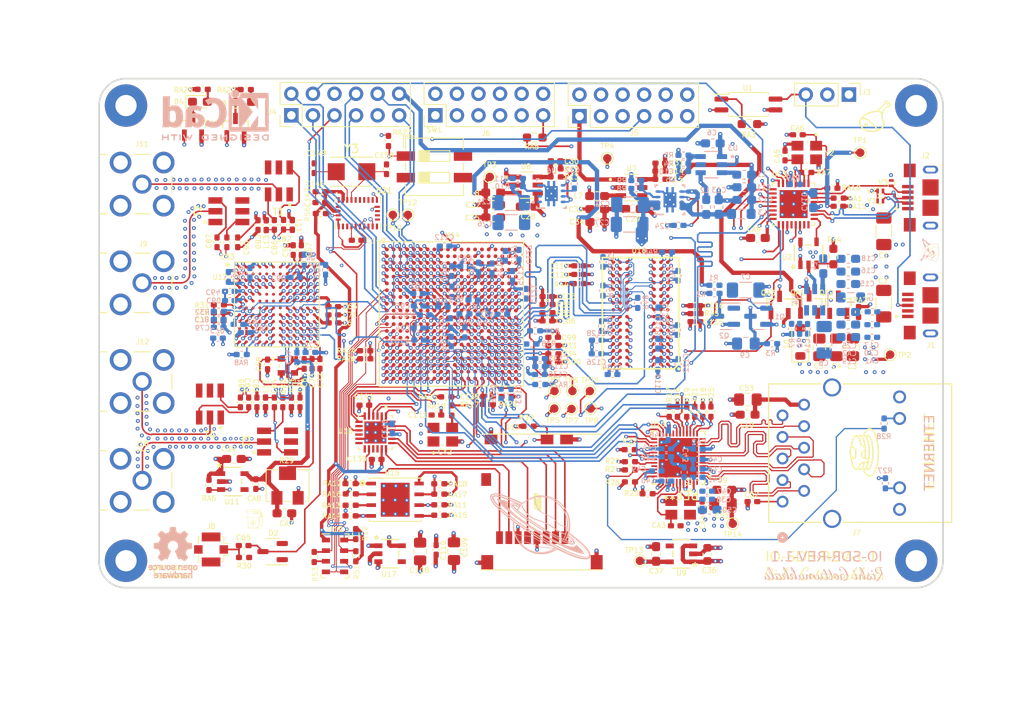
<source format=kicad_pcb>
(kicad_pcb (version 20221018) (generator pcbnew)
  (layers (0 "F.Cu" mixed "Top.Cu") (1 "In1.Cu" mixed "In1.GND1.Cu") (2 "In2.Cu" mixed "In2_Sig1.Cu") (3 "In3.Cu" mixed "In3_PWR1.Cu") (4 "In4.Cu" mixed "In4PWR2.Cu") (5 "In5.Cu" mixed "In5_Sig2.Cu") (6 "In6.Cu" mixed "In6_GND2.Cu") (31 "B.Cu" mixed "Bottom.Cu") (34 "B.Paste" user) (35 "F.Paste" user) (36 "B.SilkS" user "B.Silkscreen") (37 "F.SilkS" user "F.Silkscreen") (38 "B.Mask" user) (39 "F.Mask" user) (44 "Edge.Cuts" user))
  (net 0 "")
  (net 1 "+1V0")
  (net 2 "Net-(Q1-B)")
  (net 3 "+5VA")
  (net 4 "+1V8")
  (net 5 "Net-(C10-Pad1)")
  (net 6 "+1V5")
  (net 7 "PHY_RST")
  (net 8 "Net-(U4-FB{slash}OUT)")
  (net 9 "/Sheet3/SUP")
  (net 10 "Net-(U5-NR)")
  (net 11 "/Sheet1/TPP")
  (net 12 "+1V2")
  (net 13 "VDDA1P1_RX_VCO")
  (net 14 "/Sheet3/XT1")
  (net 15 "+12L")
  (net 16 "/Sheet3/TX2A_N")
  (net 17 "VCC")
  (net 18 "/Sheet3/RX2A_N")
  (net 19 "/Sheet3/TX1A_N")
  (net 20 "Net-(C78-Pad2)")
  (net 21 "/Sheet3/RX1A_N")
  (net 22 "/Sheet3/TX2A_P")
  (net 23 "/Sheet3/RX2A_P")
  (net 24 "+36V")
  (net 25 "TCK")
  (net 26 "Net-(CY1-Standby)")
  (net 27 "/Sheet4/H6")
  (net 28 "Net-(CY1-Out)")
  (net 29 "/Sheet4/P6")
  (net 30 "FPGA-REST")
  (net 31 "/Sheet2/XTAL_IN")
  (net 32 "+3.3V")
  (net 33 "Net-(C84-Pad2)")
  (net 34 "/Sheet2/XTAL_OUT")
  (net 35 "/Sheet3/REFCLK")
  (net 36 "Net-(D3-K)")
  (net 37 "Net-(D3-A)")
  (net 38 "/Sheet3/XO")
  (net 39 "/Sheet4/XTAL111")
  (net 40 "USB_OTG_N")
  (net 41 "USB_OTG_P")
  (net 42 "USB_ID")
  (net 43 "+15V")
  (net 44 "PTI")
  (net 45 "/Sheet2/LED1_AD1")
  (net 46 "TMS")
  (net 47 "EXT_CLK_EN")
  (net 48 "UART_RX")
  (net 49 "UART_TX")
  (net 50 "/Sheet2/RGMII_GR-")
  (net 51 "SD_BOOT")
  (net 52 "IO_L15N_T2")
  (net 53 "IO_L15P_T2")
  (net 54 "IO_L4N_TO_35")
  (net 55 "IO_L4P_TO_35")
  (net 56 "PS_MI048")
  (net 57 "PS_MI049")
  (net 58 "PS_MI046")
  (net 59 "PS_MIO07_500_USB_RESET_B")
  (net 60 "PS_MI052")
  (net 61 "PS_MI09")
  (net 62 "IO_L9N")
  (net 63 "IO_L7P")
  (net 64 "IO_L7N")
  (net 65 "PS_MI00")
  (net 66 "PS_MI011")
  (net 67 "IO_L24N")
  (net 68 "IO_L12N")
  (net 69 "IO_L10P")
  (net 70 "SCL")
  (net 71 "SDA")
  (net 72 "/Sheet2/RGMI_YE-")
  (net 73 "CD")
  (net 74 "/Sheet4/DAT2")
  (net 75 "+3V3")
  (net 76 "Net-(D4-K)")
  (net 77 "Net-(D4-A)")
  (net 78 "Net-(Q1-C)")
  (net 79 "USR_LED")
  (net 80 "DONE")
  (net 81 "Net-(QA1-S)")
  (net 82 "Net-(QA3-D)")
  (net 83 "Net-(U4-LX)")
  (net 84 "/Sheet2/REGOUT")
  (net 85 "/Sheet2/LED2_RXDLY")
  (net 86 "/Sheet2/LED0_AD0")
  (net 87 "TX_VCO_1P1V_SUPPLY")
  (net 88 "TDO")
  (net 89 "TDI")
  (net 90 "USB_VBUS_OTG")
  (net 91 "Net-(U5-FB)")
  (net 92 "Net-(U10-RSET)")
  (net 93 "/Sheet4/DDR-RESET")
  (net 94 "/Sheet4/DDR-CK_P")
  (net 95 "/Sheet4/DDR-CK_N")
  (net 96 "USR_BTN")
  (net 97 "/Sheet3/UB1")
  (net 98 "/Sheet3/UB2")
  (net 99 "PS_MIO06_500_QSPI0_SCLK")
  (net 100 "PS_MIO01_500_QSPI0_SS_B")
  (net 101 "PS_MIO04_500_QSPI0_IO2")
  (net 102 "PS_MIO02_500_QSPI0_IO0")
  (net 103 "PS_MIO03_500_QSPI0_IO1")
  (net 104 "JTAG_BOOT")
  (net 107 "/Sheet3/UB3")
  (net 108 "/Sheet3/UB4")
  (net 109 "Net-(U13-RBIAS)")
  (net 111 "AD9363_AUXDAC1")
  (net 112 "AD9363_AUXDAC2")
  (net 114 "AD9363_GPO_3")
  (net 115 "/Sheet3/TX1A_P")
  (net 116 "/Sheet3/RX1A_P")
  (net 117 "IO_L08_34_CTRL_OUT0")
  (net 118 "IO_L08_34_CTRL_OUT1")
  (net 119 "IO_L08_34_CTRL_OUT6")
  (net 120 "IO_L08_34_CTRL_OUT7")
  (net 121 "IO_L11_34_TXNRX")
  (net 122 "IO_L24_35_SPI_DI")
  (net 123 "AD9363_GPO_2")
  (net 124 "PS_MIO36_501_USB0_CLK")
  (net 125 "PS_MIO31_501_USB0_NXT")
  (net 126 "PS_MIO32_501_USB0_D0")
  (net 127 "CTRL_IN0")
  (net 128 "CTRL_IN3")
  (net 129 "IO_L08_34_CTRL_OUT2")
  (net 130 "IO_L08_34_CTRL_OUT5")
  (net 131 "IO_L10_34_EN_AGC")
  (net 132 "IO_L23_35_SPI_CLK")
  (net 133 "IO_02_34_AD9361_RST")
  (net 134 "AD9363_AUXADC")
  (net 135 "AD9363_GPO_1")
  (net 136 "CTRL_IN1")
  (net 137 "CTRL_IN2")
  (net 138 "IO_L08_34_CTRL_OUT3")
  (net 139 "IO_L08_34_CTRL_OUT4")
  (net 140 "IO_L11_34_ENABLE")
  (net 141 "IO_02_34_AD9361_CLKOUT")
  (net 142 "IO_L23_35_SPI_ENB")
  (net 143 "IO_L24_35_SPI_D0")
  (net 144 "AD9363_GPO_0")
  (net 145 "IO_L19_34_TX_D9")
  (net 146 "IO_L20_34_TX_D11")
  (net 147 "IO_L06_34_RX_D10")
  (net 148 "IO_L05_34_RX_D8")
  (net 149 "IO_L18_34_TX_D7")
  (net 150 "IO_L19_34_TX_D8")
  (net 151 "IO_L20_34_TX_D10")
  (net 152 "IO_L07_34_RX_FRAME")
  (net 153 "IO_L06_34_RX_D11")
  (net 154 "IO_L05_34_RX_D9")
  (net 155 "IO_L04_34_RX_D6")
  (net 156 "IO_L17_34_TX_D5")
  (net 157 "IO_L18_34_TX_D6")
  (net 158 "IO_L09_34_TX_FRAME")
  (net 159 "IO_L04_34_RX_D7")
  (net 160 "IO_L03_34_RX_D4")
  (net 161 "IO_L16_34_TX_D3")
  (net 162 "IO_L17_34_TX_D4")
  (net 163 "IO_L01_34_FB_CLK")
  (net 164 "IO_L03_34_RX_D5")
  (net 165 "IO_L02_34_RX_D2")
  (net 166 "IO_L15_34_TX_D1")
  (net 167 "IO_L16_34_TX_D2")
  (net 168 "IO_L12_MRCC_34_DATA_CLK")
  (net 169 "SDMMC_D3")
  (net 170 "IO_L02_34_RX_D3")
  (net 171 "PS_MIO05_500_QSPI0_IO3")
  (net 172 "IO_L01_34_RX_D0")
  (net 173 "SDMMC_D2")
  (net 174 "IO_L15_34_TX_D0")
  (net 175 "IO_L01_34_RX_D1")
  (net 176 "PS_MIO33_501_USB0_D1")
  (net 177 "PS_MIO34_501_USB0_D2")
  (net 178 "PS_MIO35_501_USB0_D3")
  (net 179 "PS_MIO28_501_USB0_D4")
  (net 180 "PS_MIO37_501_USB0_D5")
  (net 181 "PS_MIO38_501_USB0_D6")
  (net 182 "PS_MIO39_501_USB0_D7")
  (net 183 "PS_MIO30_501_USB0_STP")
  (net 184 "PS_MIO29_501_USB0_DIR")
  (net 185 "IO_L22_34_CTRL_OUT7")
  (net 186 "IO_L22_34_CTRL_OUT6")
  (net 187 "USB_OTG_CPEN")
  (net 188 "IO_L21_34_CTRL_OUT5")
  (net 189 "IO_L21_34_CTRL_OUT4")
  (net 190 "/Sheet4/PS-DDR-BA1")
  (net 191 "IO_L13_34_CTRL_OUT3")
  (net 192 "/Sheet4/PS-DDR-CAS")
  (net 193 "/Sheet4/PS-DDR-RAS")
  (net 194 "IO_L13_34_CTRL_OUT2")
  (net 195 "/Sheet4/PS-DDR-ODT")
  (net 196 "/Sheet4/PS-DDR-CKE")
  (net 197 "/Sheet4/PS-DDR-A0")
  (net 198 "/Sheet4/PS-DDR-CS")
  (net 199 "/Sheet4/PS-DDR-WE")
  (net 200 "/Sheet4/PS-DDR-A4")
  (net 201 "/Sheet4/PS-DDR-A2")
  (net 202 "/Sheet4/PS-DDR-BA0")
  (net 203 "/Sheet4/PS-DDR-A6")
  (net 204 "/Sheet4/PS-DDR-A5")
  (net 205 "/Sheet4/PS-DDR-A7")
  (net 206 "/Sheet4/PS-DDR-A3")
  (net 207 "/Sheet4/PS-DDR-A1")
  (net 208 "/Sheet4/PS-DDR-A8")
  (net 209 "/Sheet4/PS-DDR-BA2")
  (net 210 "/Sheet4/PS-DDR-A9")
  (net 211 "/Sheet4/DDR-DQ12")
  (net 212 "/Sheet4/DDR-DQ15")
  (net 213 "/Sheet4/DDR-DQ11")
  (net 214 "/Sheet4/DDR-DQ13")
  (net 215 "/Sheet4/DDR-DQ14")
  (net 216 "/Sheet4/PS-DDR-A11")
  (net 217 "/Sheet4/DDR-DQ10")
  (net 218 "/Sheet4/DDR-LDQS_N")
  (net 219 "PHY_RXD2")
  (net 220 "PHY_TXEN")
  (net 221 "/Sheet4/PS-DDR-A10")
  (net 222 "/Sheet4/PS-DDR-A14")
  (net 223 "/Sheet4/DDR-LDQS_P")
  (net 224 "/Sheet4/DDR-UDM")
  (net 225 "PHY_TXD0")
  (net 226 "SDMMC_D0")
  (net 227 "PS_MI010")
  (net 228 "/Sheet4/PS-DDR-A12")
  (net 229 "/Sheet4/DDR-DQ9")
  (net 230 "/Sheet4/DDR-DQ8")
  (net 231 "/Sheet4/DDR-DQ7")
  (net 232 "SDMMC_CLK")
  (net 233 "ETH_RXCTL")
  (net 234 "PHY_RXD0")
  (net 235 "PHY_TXD2")
  (net 236 "PS_MIO05_500_QSPI0_IO1")
  (net 237 "/Sheet4/PS-DDR-A13")
  (net 238 "/Sheet4/DDR-DQ4")
  (net 239 "/Sheet4/DDR-DQ5")
  (net 240 "SDMMC_CMD")
  (net 241 "MAC_MDIO")
  (net 242 "/Sheet4/DDR-DQ0")
  (net 243 "/Sheet4/DDR-UDQS_N")
  (net 244 "/Sheet4/DDR-DQ6")
  (net 245 "PHY_TXD1")
  (net 246 "PHY_RXCLK")
  (net 247 "PS_MI051")
  (net 248 "PS_MIO05_500_QSPI0_IO0")
  (net 249 "PS_MIO05_500_QSPI0_IO2")
  (net 250 "/Sheet4/DDR-DQ1")
  (net 251 "/Sheet4/DDR-UDQS_P")
  (net 252 "PHY_TXCLK")
  (net 253 "PHY_TXD3")
  (net 254 "PHY_RXD1")
  (net 255 "PHY_RXD3")
  (net 256 "SDMMC_D1")
  (net 257 "/Sheet4/DDR-DQ3")
  (net 258 "/Sheet4/DDR-DQ2")
  (net 259 "/Sheet4/DDR-LDM")
  (net 260 "/Sheet4/CMDB1")
  (net 261 "/Sheet4/CMDB0")
  (net 262 "/Sheet4/DAT3")
  (net 263 "/Sheet4/DAT1")
  (net 264 "/Sheet4/DAT0")
  (net 267 "/Sheet2/MAC_MDC")
  (net 270 "/Sheet2/MDI0_P")
  (net 271 "/Sheet2/MDI0_N")
  (net 272 "/Sheet2/MDI1_P")
  (net 273 "/Sheet2/MDI2_P")
  (net 274 "/Sheet2/MDI2_N")
  (net 275 "/Sheet2/MDI1_N")
  (net 276 "/Sheet2/MDI3_P")
  (net 277 "/Sheet2/MDI3_N")
  (net 278 "GND")
  (net 279 "Net-(U3-FB{slash}OUT)")
  (net 280 "Net-(C14-Pad1)")
  (net 281 "Net-(U6-NR)")
  (net 282 "Net-(U8-FB{slash}OUT)")
  (net 283 "Net-(U7-FB{slash}OUT)")
  (net 284 "Net-(J7-TCT)")
  (net 285 "Net-(J7-EARTH)")
  (net 286 "Net-(C85-Pad2)")
  (net 287 "Net-(C86-Pad2)")
  (net 288 "Net-(C87-Pad2)")
  (net 289 "Net-(C88-Pad2)")
  (net 290 "Net-(C89-Pad2)")
  (net 291 "Net-(U13-VDD33)")
  (net 295 "Net-(U3-LX)")
  (net 296 "Net-(U7-LX)")
  (net 297 "Net-(U8-LX)")
  (net 298 "Net-(U6-FB)")
  (net 299 "Net-(U14G-PS_DDR_VRP_502)")
  (net 300 "Net-(U14G-PS_DDR_VRN_502)")
  (net 301 "Net-(U14C-INIT_B_0)")
  (net 302 "Net-(U14C-PROGRAM_B_0)")
  (net 303 "Net-(U14C-VP_0)")
  (net 304 "Net-(U18-ZQ0)")
  (net 305 "Net-(RA3-Pad2)")
  (net 306 "Net-(U2-OCB)")
  (net 307 "Net-(U12-RBIAS)")
  (net 308 "Net-(U14H-PS_CLK_500)")
  (net 309 "Net-(U14H-PS_MIO14_500)")
  (net 310 "Net-(U14H-PS_MIO7_500)")
  (net 311 "Net-(U14H-PS_MIO8_500)")
  (net 312 "Net-(U14I-PS_MIO_VREF_501)")
  (net 313 "Net-(U14I-PS_SRST_B_501)")
  (net 373 "SDA-1")
  (net 376 "SCLK-1")
  (net 384 "Net-(U21-CAP)")
  (net 388 "Net-(U21-XIN32)")
  (net 389 "Net-(U21-XOUT32)")
  (net 391 "SD0-1")
  (net 396 "PS")
  (net 402 "BNO_boot")
  (net 403 "EXTSYN")
  (net 404 "BNO_RESET")
  (net 407 "H-INT")
  (net 424 "Net-(C83-Pad2)")
  (net 425 "Net-(C82-Pad2)")
  (net 426 "Net-(C76-Pad2)")
  (net 427 "Net-(J8-In)")
  (net 428 "+5VD")
  (net 429 "+5VP")
  (net 430 "+VSW")
  (net 431 "Net-(Q2-B)")
  (net 432 "H_TX")
  (net 434 "H_RX")
  (net 435 "CSB")
  (footprint "Capacitor_SMD:C_0603_1608Metric_Pad1.08x0.95mm_HandSolder" (layer "F.Cu") (at 161.57055 121.909746 90)
    (fp_text reference "C37")
    (fp_text value "4.7uF")
  )
  (footprint "Resistor_SMD:R_0402_1005Metric_Pad0.72x0.64mm_HandSolder" (layer "F.Cu") (at 130.04 73.25 -90)
    (fp_text reference "RA23")
    (fp_text value "20K")
  )
  (footprint "Resistor_SMD:R_0402_1005Metric_Pad0.72x0.64mm_HandSolder" (layer "F.Cu") (at 141.75 104.284646 180)
    (fp_text reference "RA27")
    (fp_text value "20K")
  )
  (footprint "Capacitor_SMD:C_0402_1005Metric_Pad0.74x0.62mm_HandSolder" (layer "F.Cu") (at 123.5367 93.7386)
    (fp_text reference "C71")
    (fp_text value "10nF")
  )
  (footprint "Capacitor_SMD:C_0402_1005Metric_Pad0.74x0.62mm_HandSolder" (layer "F.Cu") (at 163.8925 118.59)
    (fp_text reference "CA3")
    (fp_text value "12pF")
  )
  (footprint "Inductor_SMD:L_0402_1005Metric_Pad0.77x0.64mm_HandSolder" (layer "F.Cu") (at 115.64 83.17 90)
    (fp_text reference "L13")
    (fp_text value "330nH")
  )
  (footprint "Resistor_SMD:R_0402_1005Metric_Pad0.72x0.64mm_HandSolder" (layer "F.Cu") (at 136.03 114.86 180)
    (fp_text reference "RA17")
    (fp_text value "20K")
  )
  (footprint "memes:gas" (layer "F.Cu") (at 114.188855 117.742288)
    (fp_text reference "G***" hide)
    (fp_text value "LOGO" hide)
  )
  (footprint "Libraries:RT9193-33B" (layer "F.Cu") (at 164.55795 121.9005 180)
    (fp_text reference "U9")
    (fp_text value "RT9193-33B")
  )
  (footprint "Libraries:HR02X5V" (layer "F.Cu") (at 189.29 78.22 -90)
    (fp_text reference "V3")
    (fp_text value "HR02X5V")
  )
  (footprint "Resistor_SMD:R_0402_1005Metric_Pad0.72x0.64mm_HandSolder" (layer "F.Cu") (at 136.8552 103.4034 180)
    (fp_text reference "RA25")
    (fp_text value "20K")
  )
  (footprint "Connector_PinHeader_2.54mm:PinHeader_1x03_P2.54mm_Vertical" (layer "F.Cu") (at 184.292654 67.782854 -90)
    (fp_text reference "J3")
    (fp_text value "Conn_01x03_Shielded")
  )
  (footprint "Symbol:OSHW-Logo_5.7x6mm_SilkScreen" (layer "F.Cu") (at 104.65 121.75)
    (fp_text reference "REF**" hide)
    (fp_text value "OSHW-Logo_5.7x6mm_SilkScreen" hide)
  )
  (footprint "Capacitor_SMD:C_0402_1005Metric_Pad0.74x0.62mm_HandSolder" (layer "F.Cu") (at 149.446574 96.383444 180)
    (fp_text reference "C99")
    (fp_text value "100nF")
  )
  (footprint "Capacitor_SMD:C_0402_1005Metric_Pad0.74x0.62mm_HandSolder" (layer "F.Cu") (at 167 116.3 -90)
    (fp_text reference "CA4")
    (fp_text value "12pF")
  )
  (footprint "Capacitor_SMD:C_0402_1005Metric_Pad0.74x0.62mm_HandSolder" (layer "F.Cu") (at 166.200604 92.655994)
    (fp_text reference "C116")
    (fp_text value "100nF")
  )
  (footprint "Resistor_SMD:R_0402_1005Metric_Pad0.72x0.64mm_HandSolder" (layer "F.Cu") (at 148.780754 93.487844)
    (fp_text reference "R36")
    (fp_text value "2.4K")
  )
  (footprint "Connector_Coaxial:U.FL_Molex_MCRF_73412-0110_Vertical" (layer "F.Cu") (at 109.14 121.38 90)
    (fp_text reference "J8")
    (fp_text value "73412-0110")
  )
  (footprint "Resistor_SMD:R_0402_1005Metric_Pad0.72x0.64mm_HandSolder" (layer "F.Cu") (at 164.0852 105.15 -90)
    (fp_text reference "R16")
    (fp_text value "4K7")
  )
  (footprint "Resistor_SMD:R_0402_1005Metric_Pad0.72x0.64mm_HandSolder" (layer "F.Cu") (at 162.075 76.8 180)
    (fp_text reference "R14")
    (fp_text value "15K")
  )
  (footprint "TestPoint:TestPoint_Pad_D1.0mm" (layer "F.Cu") (at 151.6126 104.8258)
    (fp_text reference "TP7")
    (fp_text value "TestPoint")
  )
  (footprint "Resistor_SMD:R_0603_1608Metric_Pad0.98x0.95mm_HandSolder" (layer "F.Cu") (at 182.460001 86.86745 90)
    (fp_text reference "RA4")
    (fp_text value "5.1K")
  )
  (footprint "Capacitor_SMD:C_0402_1005Metric_Pad0.74x0.62mm_HandSolder" (layer "F.Cu") (at 118.8212 86.106 90)
    (fp_text reference "C55")
    (fp_text value "10nF")
  )
  (footprint "Capacitor_SMD:C_0402_1005Metric_Pad0.74x0.62mm_HandSolder" (layer "F.Cu") (at 121.967 99.5132 -90)
    (fp_text reference "C72")
    (fp_text value "18pF")
  )
  (footprint "Capacitor_SMD:C_0402_1005Metric_Pad0.74x0.62mm_HandSolder" (layer "F.Cu") (at 114.4073 113.6778 -90)
    (fp_text reference "CA8")
    (fp_text value "0.1uF")
  )
  (footprint "Connector_PinHeader_2.54mm:PinHeader_2x06_P2.54mm_Vertical" (layer "F.Cu") (at 152.545354 70.328054 90)
    (fp_text reference "J5")
    (fp_text value "CON12-254")
  )
  (footprint "Capacitor_SMD:C_0603_1608Metric_Pad1.08x0.95mm_HandSolder" (layer "F.Cu") (at 173.57 84.68)
    (fp_text reference "CA9")
    (fp_text value "10uF")
  )
  (footprint "Resistor_SMD:R_0402_1005Metric_Pad0.72x0.64mm_HandSolder" (layer "F.Cu") (at 122.07 81.8)
    (fp_text reference "R56")
    (fp_text value "10K")
  )
  (footprint "Libraries:ADAMTECH_RF2-49B-T-00-50-G-HDW" (layer "F.Cu") (at 101.0158 78.3336 -90)
    (fp_text reference "J11")
    (fp_text value "RF2-49B-T-00-50-G-HDW")
  )
  (footprint "Potentiometer_SMD:Potentiometer_Bourns_3214W_Vertical" (layer "F.Cu") (at 118.15 113.85 180)
    (fp_text reference "R29")
    (fp_text value "50K")
  )
  (footprint "MountingHole:MountingHole_2.5mm_Pad" (layer "F.Cu") (at 192.227654 69.077854)
    (fp_text reference "H3")
    (fp_text value "MountingHole_Pad")
  )
  (footprint "Capacitor_SMD:C_0603_1608Metric" (layer "F.Cu") (at 167.61575 121.960546 90)
    (fp_text reference "C36")
    (fp_text value "10uF")
  )
  (footprint "Libraries:TCS4615" (layer "F.Cu") (at 146.375 78.45)
    (fp_text reference "U8")
    (fp_text value "TCS4615")
  )
  (footprint "Resistor_SMD:R_0402_1005Metric_Pad0.72x0.64mm_HandSolder" (layer "F.Cu") (at 136.03 113.64)
    (fp_text reference "RA18")
    (fp_text value "1K")
  )
  (footprint "Resistor_SMD:R_0402_1005Metric_Pad0.72x0.64mm_HandSolder" (layer "F.Cu") (at 165.18 105.15 -90)
    (fp_text reference "R19")
    (fp_text value "4K7")
  )
  (footprint "Capacitor_SMD:C_0402_1005Metric_Pad0.74x0.62mm_HandSolder" (layer "F.Cu") (at 127.1986 104.382 180)
    (fp_text reference "C141")
    (fp_text value "100nF")
  )
  (footprint "Capacitor_SMD:C_0402_1005Metric_Pad0.74x0.62mm_HandSolder" (layer "F.Cu") (at 113.574214 104.051404 -90)
    (fp_text reference "C89")
    (fp_text value "18pF")
  )
  (footprint "Resistor_SMD:R_0402_1005Metric_Pad0.72x0.64mm_HandSolder" (layer "F.Cu") (at 149.466554 98.339244)
    (fp_text reference "R34")
    (fp_text value "2.4K")
  )
  (footprint "Capacitor_SMD:C_0603_1608Metric_Pad1.08x0.95mm_HandSolder" (layer "F.Cu") (at 154.64 82.79)
    (fp_text reference "C34")
    (fp_text value "10uF")
  )
  (footprint "Capacitor_SMD:C_0402_1005Metric_Pad0.74x0.62mm_HandSolder" (layer "F.Cu") (at 109.84 85.19 90)
    (fp_text reference "C87")
    (fp_text value "18pF")
  )
  (footprint "Capacitor_SMD:C_0603_1608Metric_Pad1.08x0.95mm_HandSolder" (layer "F.Cu") (at 142.3675 80.78)
    (fp_text reference "C32")
    (fp_text value "10uF")
  )
  (footprint "Capacitor_SMD:C_0402_1005Metric_Pad0.74x0.62mm_HandSolder" (layer "F.Cu") (at 149.446574 99.279044)
    (fp_text reference "C100")
    (fp_text value "100nF")
  )
  (footprint "TestPoint:TestPoint_Pad_D1.0mm" (layer "F.Cu") (at 189.1538 98.425)
    (fp_text reference "TP2")
    (fp_text value "TestPoint")
  )
  (footprint "Capacitor_SMD:C_0402_1005Metric_Pad0.74x0.62mm_HandSolder" (layer "F.Cu") (at 111 85.19 90)
    (fp_text reference "C83")
    (fp_text value "18pF")
  )
  (footprint "TCM1-63AX_:XFMR_TCM1-63AX_" (layer "F.Cu") (at 111.2375 81.53 90)
    (fp_text reference "T2")
    (fp_text value "TCM1-63AX_")
  )
  (footprint "Capacitor_SMD:C_0402_1005Metric_Pad0.74x0.62mm_HandSolder" (layer "F.Cu") (at 114.540534 104.051424 90)
    (fp_text reference "C81")
    (fp_text value "100nF")
  )
  (footprint "TestPoint:TestPoint_Pad_D1.0mm" (layer "F.Cu") (at 155.825 75.29)
    (fp_text reference "TP4")
    (fp_text value "TestPoint")
  )
  (footprint "MountingHole:MountingHole_2.5mm_Pad" (layer "F.Cu") (at 192.227654 122.707854)
    (fp_text reference "H4")
    (fp_text value "MountingHole_Pad")
  )
  (footprint "Capacitor_SMD:C_0805_2012Metric_Pad1.18x1.45mm_HandSolder" (layer "F.Cu") (at 180.81 97.57 90)
    (fp_text reference "C5")
    (fp_text value "10uF")
  )
  (footprint "Libraries:HR8031GS6" (layer "F.Cu") (at 176.124154 92.576654 90)
    (fp_text reference "QA3")
    (fp_text value "HR8031GS6")
  )
  (footprint "Resistor_SMD:R_0402_1005Metric_Pad0.72x0.64mm_HandSolder" (layer "F.Cu") (at 158.5 112.0048)
    (fp_text reference "R24")
    (fp_text value "4K7")
  )
  (footprint "Resistor_SMD:R_0402_1005Metric_Pad0.72x0.64mm_HandSolder" (layer "F.Cu") (at 110.06 92.5582)
    (fp_text reference "R31")
    (fp_text value "1R")
  )
  (footprint "Capacitor_SMD:C_0402_1005Metric_Pad0.74x0.62mm_HandSolder" (layer "F.Cu") (at 135.66 121.43 -90)
    (fp_text reference "C110")
    (fp_text value "100nF")
  )
  (footprint "Resistor_SMD:R_0402_1005Metric_Pad0.72x0.64mm_HandSolder" (layer "F.Cu") (at 125.6 114.83 180)
    (fp_text reference "RA16")
    (fp_text value "20K")
  )
  (footprint "Capacitor_SMD:C_0402_1005Metric_Pad0.74x0.62mm_HandSolder" (layer "F.Cu") (at 112.594224 104.051424 -90)
    (fp_text reference "C85")
    (fp_text value "18pF")
  )
  (footprint "Libraries:HR02X5V" (layer "F.Cu") (at 187.99 79.14)
    (fp_text reference "V2")
    (fp_text value "HR02X5V")
  )
  (footprint "Libraries:SOT23 MOSFET FOOT PRINT" (layer "F.Cu") (at 107.0102 71.5378 90)
    (fp_text reference "Q4")
    (fp_text value "~")
  )
  (footprint "BNO085:IC_BNO080" (layer "F.Cu") (at 126.43 81.7625)
    (fp_text reference "U21")
    (fp_text value "BNO085")
  )
  (footprint "Resistor_SMD:R_0402_1005Metric_Pad0.72x0.64mm_HandSolder" (layer "F.Cu") (at 113.0275 122.32)
    (fp_text reference "R30")
    (fp_text value "ESD")
  )
  (footprint "Resistor_SMD:R_0402_1005Metric_Pad0.72x0.64mm_HandSolder" (layer "F.Cu") (at 167.08 105.15 -90)
    (fp_text reference "R18")
    (fp_text value "4K7")
  )
  (footprint "Capacitor_SMD:C_0402_1005Metric_Pad0.74x0.62mm_HandSolder" (layer "F.Cu") (at 183.06 80.94 180)
    (fp_text reference "CA11")
    (fp_text value "0.1uF")
  )
  (footprint "Capacitor_SMD:C_0402_1005Metric_Pad0.74x0.62mm_HandSolder" (layer "F.Cu") (at 115.797 99.5732 -90)
    (fp_text reference "C58")
    (fp_text value "1uF")
  )
  (footprint "Libraries:HR911130A_HAN" (layer "F.Cu") (at 176.4722 115.746801 90)
    (fp_text reference "J7")
    (fp_text value "HR911130A1")
  )
  (footprint "Capacitor_SMD:C_0402_1005Metric_Pad0.74x0.62mm_HandSolder" (layer "F.Cu") (at 117.68 83.12 90)
    (fp_text reference "C82")
    (fp_text value "18pF")
  )
  (footprint "Capacitor_SMD:C_0603_1608Metric_Pad1.08x0.95mm_HandSolder" (layer "F.Cu") (at 111.8308 110.7164)
    (fp_text reference "C59")
    (fp_text value "10uF")
  )
  (footprint "memes:pancakes" (layer "F.Cu") (at 186.1 109.95 90)
    (fp_text reference "G***" hide)
    (fp_text value "LOGO" hide)
  )
  (footprint "Resistor_SMD:R_0402_1005Metric_Pad0.72x0.64mm_HandSolder" (layer "F.Cu") (at 137.4967 104.9993 -90)
    (fp_text reference "RA19")
    (fp_text value "33R")
  )
  (footprint "Diode_SMD:D_SOD-123" (layer "F.Cu") (at 178.57 96.9275 90)
    (fp_text reference "D1")
    (fp_text value "SUPK24")
  )
  (footprint "Resistor_SMD:R_0402_1005Metric_Pad0.72x0.64mm_HandSolder" (layer "F.Cu") (at 149.745 77.48)
    (fp_text reference "R13")
    (fp_text value "4.7K")
  )
  (footprint "Capacitor_SMD:C_0402_1005Metric_Pad0.74x0.62mm_HandSolder" (layer "F.Cu") (at 141.765654 103.3526)
    (fp_text reference "C138")
    (fp_text value "0.1uF")
  )
  (footprint "Resistor_SMD:R_0603_1608Metric_Pad0.98x0.95mm_HandSolder" (layer "F.Cu") (at 147.28 72.84)
    (fp_text reference "RA5")
    (fp_text value "0R")
  )
  (footprint "Libraries:MOLEX_502570-0893" (layer "F.Cu") (at 148.125754 115.789054 180)
    (fp_text reference "J13")
    (fp_text value "502570-0893")
  )
  (footprint "Resistor_SMD:R_0402_1005Metric_Pad0.72x0.64mm_HandSolder" (layer "F.Cu") (at 179.270654 76.959654)
    (fp_text reference "RA7")
    (fp_text value "1M")
  )
  (footprint "Inductor_SMD:L_0603_1608Metric_Pad1.05x0.95mm_HandSolder" (layer "F.Cu") (at 154.62 79.74 180)
    (fp_text reference "L7")
    (fp_text value "2.2uH")
  )
  (footprint "Capacitor_SMD:C_0402_1005Metric_Pad0.74x0.62mm_HandSolder" (layer "F.Cu") (at 126.29 84.95)
    (fp_text reference "C148")
    (fp_text value "1uF")
  )
  (footprint "Capacitor_SMD:C_0805_2012Metric_Pad1.18x1.45mm_HandSolder" (layer "F.Cu") (at 172.3854 103.722)
    (fp_text reference "C53")
    (fp_text value "0.1uF")
  )
  (footprint "Connector_PinHeader_2.54mm:PinHeader_2x06_P2.54mm_Vertical" (layer "F.Cu") (at 135.567054 70.231854 90)
    (fp_text reference "J6")
    (fp_text value "CON12-254")
  )
  (footprint "Capacitor_SMD:C_0603_1608Metric_Pad1.08x0.95mm_HandSolder" (layer "F.Cu") (at 154.64 81.28)
    (fp_text reference "C33")
    (fp_text value "10uF")
  )
  (footprint "TestPoint:TestPoint_Pad_D1.0mm" (layer "F.Cu") (at 159.664604 122.72 180)
    (fp_text reference "TP13")
    (fp_text value "TestPoint")
  )
  (footprint "Libraries:HR8031GS6" (layer "F.Cu") (at 183.044154 92.546654 90)
    (fp_text reference "QA2")
    (fp_text value "HR8031GS6")
  )
  (footprint "Resistor_SMD:R_0402_1005Metric_Pad0.72x0.64mm_HandSolder" (layer "F.Cu") (at 163.12 105.15 -90)
    (fp_text reference "R17")
    (fp_text value "4K7")
  )
  (footprint "LED_SMD:LED_0603_1608Metric_Pad1.05x0.95mm_HandSolder" (layer "F.Cu") (at 107.823 68.6308)
    (fp_text reference "D4")
    (fp_text value "LED6")
  )
  (footprint "Libraries:USB3320C-EZK-TR" (layer "F.Cu") (at 177.777654 80.686254)
    (fp_text reference "U13")
    (fp_text value "USB3320C-EZK-TR")
  )
  (footprint "Inductor_SMD:L_0402_1005Metric_Pad0.77x0.64mm_HandSolder" (layer "F.Cu") (at 118.71 83.14 90)
    (fp_text reference "L11")
    (fp_text value "330nH")
  )
  (footprint "MountingHole:MountingHole_2.5mm_Pad" (layer "F.Cu") (at 99.117654 122.707854)
    (fp_text reference "H2")
    (fp_text value "MountingHole_Pad")
  )
  (footprint "silkscreen:signature5" (layer "F.Cu") (at 181.4 124.35)
    (fp_text reference "G***" hide)
    (fp_text value "LOGO" hide)
  )
  (footprint "Libraries:TXS02612RTWR" (layer "F.Cu") (at 128.4986 107.5944 -90)
    (fp_text reference "U16")
    (fp_text value "TXS02612RTWR")
  )
  (footprint "Libraries:RT9193-33B" (layer "F.Cu") (at 111.7038 113.3834)
    (fp_text reference "U11")
    (fp_text value "RT9193-33B")
  )
  (footprint "Capacitor_SMD:C_0402_1005Metric_Pad0.74x0.62mm_HandSolder" (layer "F.Cu") (at 110.04 93.4982 180)
    (fp_text reference "C76")
    (fp_text value "1nF")
  )
  (footprint "Capacitor_SMD:C_0402_1005Metric_Pad0.74x0.62mm_HandSolder" (layer "F.Cu") (at 178.28 72.52 180)
    (fp_text reference "CA6")
    (fp_text value "18pF")
  )
  (footprint "Capacitor_SMD:C_0603_1608Metric_Pad1.08x0.95mm_HandSolder" (layer "F.Cu") (at 117.78 117.12)
    (fp_text reference "CA7")
    (fp_text value "10uF")
  )
  (footprint "Capacitor_SMD:C_0402_1005Metric_Pad0.74x0.62mm_HandSolder" (layer "F.Cu") (at 128.651 110.7694 180)
    (fp_text reference "C139")
    (fp_text value "100nF")
  )
  (footprint "Capacitor_SMD:C_0402_1005Metric_Pad0.74x0.62mm_HandSolder" (layer "F.Cu") (at 148.760774 94.453044)
    (fp_text reference "C106")
    (fp_text value "100nF")
  )
  (footprint "TestPoint:TestPoint_Pad_D1.0mm" (layer "F.Cu") (at 151.7142 102.7176)
    (fp_text reference "TP6")
    (fp_text value "TestPoint")
  )
  (footprint "Capacitor_SMD:C_0402_1005Metric_Pad0.74x0.62mm_HandSolder" (layer "F.Cu") (at 129.81 76.58 90)
    (fp_text reference "C150")
    (fp_text value "22pf")
  )
  (footprint "Capacitor_SMD:C_0603_1608Metric_Pad1.08x0.95mm_HandSolder" (layer "F.Cu") (at 158.845 81.26 180)
    (fp_text reference "C29")
    (fp_text value "10uF")
  )
  (footprint "Libraries:XTAL_ABM8AIG-25.000MHZ-12-2Z-T3" (layer "F.Cu") (at 136.4442 107.8545 90)
    (fp_text reference "CY2")
    (fp_text value "33.333MHz")
  )
  (footprint "Libraries:XTAL_TSX-3225_25.0000MF10P-C0" (layer "F.Cu") (at 164.47 116.48 -90)
    (fp_text reference "Y1")
    (fp_text value "25MHz")
  )
  (footprint "Inductor_SMD:L_0603_1608Metric_Pad1.05x0.95mm_HandSolder" (layer "F.Cu") (at 172.36 105.5)
    (fp_text reference "L10")
    (fp_text value "BLM18PG181SN1")
  )
  (footprint "LED_SMD:LED_0603_1608Metric_Pad1.05x0.95mm_HandSolder" (layer "F.Cu") (at 113.03 68.6422)
    (fp_text reference "D3")
    (fp_text value "LED6")
  )
  (footprint "Capacitor_SMD:C_0402_1005Metric_Pad0.74x0.62mm_HandSolder" (layer "F.Cu") (at 152.501574 87.956794)
    (fp_text reference "C119")
    (fp_text value "100pF")
  )
  (footprint "Resistor_SMD:R_0402_1005Metric_Pad0.72x0.64mm_HandSolder" (layer "F.Cu") (at 136.03 117.35)
    (fp_text reference "RA15")
    (fp_text value "20K")
  )
  (footprint "Libraries:RT9193-33B" (layer "F.Cu") (at 130.23 121.88)
    (fp_text reference "U17")
    (fp_text value "RT9193-33B")
  )
  (footprint "TCM1-63AX_:XFMR_TCM1-63AX_" (layer "F.Cu") (at 117.13 77.9575 180)
    (fp_text reference "T1")
    (fp_text value "TCM1-63AX_")
  )
  (footprint "Capacitor_SMD:C_1206_3216Metric_Pad1.33x1.80mm_HandSolder" (layer "F.Cu") (at 188.406054 83.891454 -90)
    (fp_text reference "C1")
    (fp_text value "22uF")
  )
  (footprint "Resistor_SMD:R_0402_1005Metric_Pad0.72x0.64mm_HandSolder" (layer "F.Cu") (at 108.8955 113.7794 -90)
    (fp_text reference "RA6")
    (fp_text value "10K")
  )
  (footprint "Capacitor_SMD:C_0402_1005Metric_Pad0.74x0.62mm_HandSolder" (layer "F.Cu") (at 162.065 75.86 180)
    (fp_text reference "C31")
    (fp_text value "100pF")
  )
  (footprint "Capacitor_SMD:C_0603_1608Metric_Pad1.08x0.95mm_HandSolder" (layer "F.Cu") (at 146.445 80.99 180)
    (fp_text reference "C28")
    (fp_text value "10uF")
  )
  (footprint "Capacitor_SMD:C_0805_2012Metric_Pad1.18x1.45mm_HandSolder" (layer "F.Cu") (at 133.77 121.62 -90)
    (fp_text reference "C108")
    (fp_text value "10uF")
  )
  (footprint "TestPoint:TestPoint_Pad_D1.0mm" (layer "F.Cu") (at 141.981954 77.488654)
    (fp_text reference "TP3")
    (fp_text value "TestPoint")
  )
  (footprint "Resistor_SMD:R_0402_1005Metric_Pad0.72x0.64mm_HandSolder" (layer "F.Cu") (at 183.086604 79.984594)
    (fp_text reference "RA1")
    (fp_text value "2.4K")
  )
  (footprint "Resistor_SMD:R_0603_1608Metric_Pad0.98x0.95mm_HandSolder" (layer "F.Cu") (at 172.58 71.26 180)
    (fp_text reference "RA3")
    (fp_text value "4.7K")
  )
  (footprint "Capacitor_SMD:C_0402_1005Metric_Pad0.74x0.62mm_HandSolder" (layer "F.Cu") (at 119.620544 104.051404 90)
    (fp_text reference "C91")
    (fp_text value "100nF")
  )
  (footprint "Capacitor_SMD:C_0402_1005Metric_Pad0.74x0.62mm_HandSolder" (layer "F.Cu") (at 172.92 115.74)
    (fp_text reference "C52")
    (fp_text value "10nF")
  )
  (footprint "Capacitor_SMD:C_0805_2012Metric_Pad1.18x1.45mm_HandSolder" (layer "F.Cu") (at 182.81 97.57 90)
    (fp_text reference "C4")
    (fp_text value "22uF")
  )
  (footprint "Inductor_SMD:L_0402_1005Metric_Pad0.77x0.64mm_HandSolder" (layer "F.Cu") (at 123.5567 94.6832 180)
    (fp_text reference "L6")
    (fp_text value "R0402")
  )
  (footprint "Capacitor_SMD:C_0402_1005Metric_Pad0.74x0.62mm_HandSolder" (layer "F.Cu") (at 149.735 75.59 180)
    (fp_text reference "C30")
    (fp_text value "100pF")
  )
  (footprint "Libraries:AMPHENOL_10118193-0001LF" (layer "F.Cu") (at 193.908154 92.624654 90)
    (fp_text reference "J1")
    (fp_text value "10118193-0001LF")
  )
  (footprint "Libraries:AD9361BBCZ" (layer "F.Cu") (at 116.897 92.5132)
    (fp_text reference "U12")
    (fp_text value "AD9361BBCZ")
  )
  (footprint "Libraries:ADAMTECH_RF2-49B-T-00-50-G-HDW" (layer "F.Cu") (at 101.0158 89.9668 -90)
    (fp_text reference "J9")
    (fp_text value "RF2-49B-T-00-50-G-HDW")
  )
  (footprint "Capacitor_SMD:C_0805_2012Metric_Pad1.18x1.45mm_HandSolder" (layer "F.Cu") (at 184.77 97.57 90)
    (fp_text reference "C3")
    (fp_text value "100uF")
  )
  (footprint "Resistor_SMD:R_0402_1005Metric_Pad0.72x0.64mm_HandSolder" (layer "F.Cu") (at 158.49 113.42)
    (fp_text reference "R26")
    (fp_text value "4K7")
  )
  (footprint "TestPoint:TestPoint_Pad_D1.0mm" (layer "F.Cu") (at 132.333994 81.953404)
    (fp_text reference "TP12")
    (fp_text value "TestPoint")
  )
  (footprint "Capacitor_SMD:C_0402_1005Metric_Pad0.74x0.62mm_HandSolder" (layer "F.Cu") (at 122.01 80.51 180)
    (fp_text reference "C147")
    (fp_text value "100nF")
  )
  (footprint "Libraries:ADAMTECH_RF2-49B-T-00-50-G-HDW" (layer "F.Cu") (at 101.02 101.59 -90)
    (fp_text reference "J12")
    (fp_text value "RF2-49B-T-00-50-G-HDW")
  )
  (footprint "Resistor_SMD:R_0402_1005Metric_Pad0.72x0.64mm_HandSolder" (layer "F.Cu") (at 108.1532 67.169)
    (fp_text reference "RA29")
    (fp_text value "4.7K")
  )
  (footprint "Libraries:H5TQ4G63AFR" (layer "F.Cu") (at 159.7408 93.5422 180)
    (fp_text reference "U18")
    (fp_text value "H5TQ4G63AFR" hide)
  )
  (footprint "TestPoint:TestPoint_Pad_D1.0mm" (layer "F.Cu") (at 185.6232 74.6252)
    (fp_text reference "TP1")
    (fp_text value "TestPoint")
  )
  (footprint "Package_TO_SOT_SMD:SOT-23-3" (layer "F.Cu") (at 116.39 121.63 180)
    (fp_text reference "D2")
    (fp_text value "SUP5522F")
  )
  (footprint "Capacitor_SMD:C_0402_1005Metric_Pad0.74x0.62mm_HandSolder" (layer "F.Cu") (at 122.03 79.23 180)
    (fp_text reference "C146")
    (fp_text value "100nF")
  )
  (footprint "Capacitor_SMD:C_0402_1005Metric_Pad0.74x0.62mm_HandSolder" (layer "F.Cu") (at 152.501574 88.976194 180)
    (fp_text reference "C120")
    (fp_text value "100pF")
  )
  (footprint "TestPoint:TestPoint_Pad_D1.0mm" (layer "F.Cu") (at 170.61 118.35 180)
    (fp_text reference "TP14")
    (fp_text value "TestPoint")
  )
  (footprint "Button_Switch_SMD:SW_DIP_SPSTx02_Slide_6.7x6.64mm_W6.73mm_P2.54mm_LowProfile_JPin" (layer "F.Cu") (at 135.455 76.3)
    (fp_text reference "SW1")
    (fp_text value "SW_DIP_x02")
  )
  (footprint "Libraries:XC7Z010-1CLG400I" (layer "F.Cu") (at 137.453054 93.631654 180)
    (fp_text reference "U14")
    (fp_text value "XC7Z010-1CLG400I")
  )
  (footprint "Libraries:HR02X5V" (layer "F.Cu") (at 187.99 80.32)
    (fp_text reference "V1")
    (fp_text value "HR02X5V")
  )
  (footprint "Libraries:SY6280AAC" (layer "F.Cu") (at 179.53 86.49 90)
    (fp_text reference "U2")
    (fp_text value "SY6280AAC")
  )
  (footprint "Package_SO:SOP-4_4.4x2.6mm_P1.27mm" (layer "F.Cu") (at 172.458954 68.951454)
    (fp_text reference "U1")
    (fp_text value "TCMT1107")
  )
  (footprint "Resistor_SMD:R_0402_1005Metric_Pad0.72x0.64mm_HandSolder" (layer "F.Cu") (at 126.1825 119.57 -90)
    (fp_text reference "R52")
    (fp_text value "4.7K")
  )
  (footprint "Resistor_SMD:R_0402_1005Metric_Pad0.72x0.64mm_HandSolder" (layer "F.Cu") (at 127.2942 97.9614)
    (fp_text reference "RA24")
    (fp_text value "100K")
  )
  (footprint "TestPoint:TestPoint_Pad_D1.0mm" (layer "F.Cu") (at 149.5806 104.775)
    (fp_text reference "TP5")
    (fp_text value "TestPoint")
  )
  (footprint "Capacitor_SMD:C_0402_1005Metric_Pad0.74x0.62mm_HandSolder" (layer "F.Cu") (at 110.04 94.438 180)
    (fp_text reference "C77")
    (fp_text value "1nF")
  )
  (footprint "Capacitor_SMD:C_1206_3216Metric_Pad1.33x1.80mm_HandSolder" (layer "F.Cu") (at 188.396354 92.419454 90)
    (fp_text reference "C2")
    (fp_text value "22uF")
  )
  (footprint "Inductor_SMD:L_0402_1005Metric_Pad0.77x0.64mm_HandSolder" (layer "F.Cu") (at 118.604554 104.051404 -90)
    (fp_text reference "L14")
    (fp_text value "330nF")
  )
  (footprint "Libraries:TCS4615" (layer "F.Cu") (at 158.69 78.74)
    (fp_text reference "U7")
    (fp_text value "TCS4615")
  )
  (footprint "Resistor_SMD:R_0402_1005Metric_Pad0.72x0.64mm_HandSolder" (layer "F.Cu") (at 143.97 103.36)
    (fp_text reference "RA21")
    (fp_text value "20K")
  )
  (footprint "Resistor_SMD:R_0402_1005Metric_Pad0.72x0.64mm_HandSolder" (layer "F.Cu") (at 158.46 109.62 180)
    (fp_text reference "R22")
    (fp_text value "10K")
  )
  (footprint "TestPoint:TestPoint_Pad_D1.0mm" (layer "F.Cu") (at 130.555994 81.953404)
    (fp_text reference "TP10")
    (fp_text value "TestPoint")
  )
  (footprint "Libraries:XTAL_TSX-3225_25.0000MF10P-C0" (layer "F.Cu") (at 179.329254 74.610254 -90)
    (fp_text reference "Y2")
    (fp_text value "25MHz ")
  )
  (footprint "Capacitor_SMD:C_0402_1005Metric_Pad0.74x0.62mm_HandSolder" (layer "F.Cu") (at 121.037 99.5132 -90)
    (fp_text reference "C73")
    (fp_text value "18pF")
  )
  (footprint "Resistor_SMD:R_0402_1005Metric_Pad0.72x0.64mm_HandSolder" (layer "F.Cu") (at 152.481574 90.056004)
    (fp_text reference "R44")
    (fp_text value "2.4K")
  )
  (footprint "Resistor_SMD:R_0402_1005Metric_Pad0.72x0.64mm_HandSolder" (layer "F.Cu") (at 149.735 76.53 180)
    (fp_text reference "R12")
    (fp_text value "3.3K")
  )
  (footprint "Capacitor_SMD:C_0402_1005Metric_Pad0.74x0.62mm_HandSolder" (layer "F.Cu") (at 117.588514 104.051394 -90)
    (fp_text reference "C88")
    (fp_text value "18pF")
  )
  (footprint "Resistor_SMD:R_0402_1005Metric_Pad0.72x0.64mm_HandSolder" (layer "F.Cu") (at 168.03 105.15 -90)
    (fp_text reference "R25")
    (fp_text value "4K7")
  )
  (footprint "Libraries:HR8031GS6" (layer "F.Cu") (at 179.604154 92.526654 90)
    (fp_text reference "QA1")
    (fp_text value "HR8031GS6")
  )
  (footprint "Libraries:ADAMTECH_RF2-49B-T-00-50-G-HDW" (layer "F.Cu") (at 101.02 113.24 -90)
    (fp_text reference "J10")
    (fp_text value "RF2-49B-T-00-50-G-HDW")
  )
  (footprint "Libraries:SOT23 MOSFET FOOT PRINT" (layer "F.Cu") (at 112.014 71.614 90)
    (fp_text reference "Q3")
    (fp_text value "~")
  )
  (footprint "Connector_PinHeader_2.54mm:PinHeader_2x06_P2.54mm_Vertical" (layer "F.Cu") (at 118.599854 70.231854 90)
    (fp_text reference "J4")
    (fp_text value "CON12-254")
  )
  (footprint "Resistor_SMD:R_0402_1005Metric_Pad0.72x0.64mm_HandSolder" (layer "F.Cu") (at 182.340004 78.810004)
    (fp_text reference "RA10")
    (fp_text value "8.06K")
  )
  (footprint "Capacitor_SMD:C_0402_1005Metric_Pad0.74x0.62mm_HandSolder" (layer "F.Cu") (at 112.28 85.19 -90)
    (fp_text reference "C90")
    (fp_text value "100nF")
  )
  (footprint "Capacitor_SMD:C_0402_1005Metric_Pad0.74x0.62mm_HandSolder" (layer "F.Cu") (at 114.67 83.16 -90)
    (fp_text reference "C80")
    (fp_text value "100nF")
  )
  (footprint "Capacitor_SMD:C_0402_1005Metric_Pad0.74x0.62mm_HandSolder" (layer "F.Cu") (at 166.200604 94.535594 180)
    (fp_text reference "C115")
    (fp_text value "100nF")
  )
  (footprint "Inductor_SMD:L_0603_1608Metric_Pad1.05x0.95mm_HandSolder" (layer "F.Cu") (at 169.61 114.35)
    (fp_text reference "L9")
    (fp_text value "2.2uH")
  )
  (footprint "TCM1-63AX_:XFMR_TCM1-63AX_" (layer "F.Cu") (at 109.01 104.2475 180)
    (fp_text reference "T4")
    (fp_text value "TCM1-63AX_")
  )
  (footprint "Resistor_SMD:R_0402_1005Metric_Pad0.72x0.64mm_HandSolder" (layer "F.Cu") (at 125.59 116.17 180)
    (fp_text reference "RA13")
    (fp_text value "20K")
  )
  (footprint "Capacitor_SMD:C_0402_1005Metric_Pad0.74x0.62mm_HandSolder" (layer "F.Cu") (at 135.69 105.54)
    (fp_text reference "C111")
    (fp_text value "1uF")
  )
  (footprint "TestPoint:TestPoint_Pad_D1.0mm" (layer "F.Cu") (at 153.7716 102.7176)
    (fp_text reference "TP11")
    (fp_text value "TestPoint")
  )
  (footprint "Crystal:Crystal_SMD_Qantek_QC5CB-2Pin_5x3.2mm" (layer "F.Cu") (at 125.69 76.87)
    (fp_text reference "Y3")
    (fp_text value "32.768kHz")
  )
  (footprint "Libraries:RTL8211E-VB-CG" (layer "F.Cu") (at 164.203954 110.566255 180)
    (fp_text reference "U10")
    (fp_text value "RTL8211E-VB-CG")
  )
  (footprint "Capacitor_SMD:C_0603_1608Metric_Pad1.08x0.95mm_HandSolder" (layer "F.Cu") (at 142.385 82.25)
    (fp_text reference "C35")
    (fp_text value "10uF")
  )
  (footprint "Resistor_SMD:R_0402_1005Metric_Pad0.72x0.64mm_HandSolder" (layer "F.Cu") (at 125.58 117.42)
    (fp_text reference "RA14")
    (fp_text value "1K")
  )
  (footprint "Capacitor_SMD:C_0402_1005Metric_Pad0.74x0.62mm_HandSolder" (layer "F.Cu") (at 123.5367 92.7734)
    (fp_text reference "C63")
    (fp_text value "1uF")
  )
  (footprint "Resistor_SMD:R_0402_1005Metric_Pad0.72x0.64mm_HandSolder" (layer "F.Cu") (at 121.2925 122.27 -90)
    (fp_text reference "R53")
    (fp_text value "4.7K")
  )
  (footprint "Capacitor_SMD:C_0402_1005Metric_Pad0.74x0.62mm_HandSolder" (layer "F.Cu") (at 148.763614 91.580004 180)
    (fp_text reference "C105")
    (fp_text value "100nF")
  )
  (footprint "Package_LGA:LGA-8_3x5mm_P1.25mm" (layer "F.Cu") (at 123.745 122.145)
    (fp_text reference "U19")
    (fp_text value "MS5611-01BA")
  )
  (footprint "Libraries:XTAL_ASDMB-33.333MHZ-LC-T" (layer "F.Cu") (at 118.187 99.7532)
    (fp_text reference "CY1")
    (fp_text value "ASDMB-33.333MHZ-LC-T")
  )
  (footprint "Libraries:AMPHENOL_10118193-0001LF" (layer "F.Cu") (at 193.908154 79.924654 90)
    (fp_text reference "J2")
    (fp_text value "10118193-0001LF")
  )
  (footprint "Resistor_SMD:R_0402_1005Metric_Pad0.72x0.64mm_HandSolder" (layer "F.Cu") (at 136.03 116.12)
    (fp_text reference "RA11")
    (fp_text value "20K")
  )
  (footprint "Capacitor_SMD:C_0402_1005Metric_Pad0.74x0.62mm_HandSolder" (layer "F.Cu") (at 121.29 76.46 90)
    (fp_text reference "C149")
    (fp_text value "22pf")
  )
  (footprint "memes:duck" (layer "F.Cu") (at 194.15 86.25 90)
    (fp_text reference "G***" hide)
    (fp_text value "LOGO" hide)
  )
  (footprint "Resistor_SMD:R_0402_1005Metric_Pad0.72x0.64mm_HandSolder" (layer "F.Cu") (at 113.2332 67.1944)
    (fp_text reference "RA28")
    (fp_text value "4.7K")
  )
  (footprint "Inductor_SMD:L_0603_1608Metric_Pad1.05x0.95mm_HandSolder" (layer "F.Cu") (at 142.3775 79.32 180)
    (fp_text reference "L8")
    (fp_text value "2.2uH")
  )
  (footprint "MountingHole:MountingHole_2.5mm_Pad" (layer "F.Cu") (at 99.117654 69.077854)
    (fp_text reference "H1")
    (fp_text value "MountingHole_Pad")
  )
  (footprint "memes:ham" (layer "F.Cu") (at 187.35 70.4)
    (fp_text reference "G***" hide)
    (fp_text value "LOGO" hide)
  )
  (footprint "Resistor_SMD:R_0402_1005Metric_Pad0.72x0.64mm_HandSolder" (layer "F.Cu") (at 185.43 93.4 90)
    (fp_text reference "RA2")
    (fp_text value "2.4K")
  )
  (footprint "Resistor_SMD:R_0402_1005Metric_Pad0.72x0.64mm_HandSolder" (layer "F.Cu") (at 125.57 113.62)
    (fp_text reference "RA12")
    (fp_text value "1K")
  )
  (footprint "memes:TARS" (layer "F.Cu") (at 147.6 115.8)
    (fp_text reference "G***" hide)
    (fp_text value "LOGO" hide)
  )
  (footprint "Capacitor_SMD:C_0805_2012Metric_Pad1.18x1.45mm_HandSolder" (layer "F.Cu") (at 137.76 121.58 -90)
    (fp_text reference "C109")
    (fp_text value "10uF")
  )
  (footprint "TestPoint:TestPoint_Pad_D1.0mm" (layer "F.Cu") (at 153.8732 104.775)
    (fp_text reference "TP8")
    (fp_text value "TestPoint")
  )
  (footprint "Resistor_SMD:R_0402_1005Metric_Pad0.72x0.64mm_HandSolder" (layer "F.Cu") (at 160.57 114.81)
    (fp_text reference "R23")
    (fp_text value "2.49K%1")
  )
  (footprint "Resistor_SMD:R_0402_1005Metric_Pad0.72x0.64mm_HandSolder" (layer "F.Cu") (at 146.55 106.86)
    (fp_text reference "R39")
    (fp_text value "4.7K")
  )
  (footprint "Resistor_SMD:R_0402_1005Metric_Pad0.72x0.64mm_HandSolder" (layer "F.Cu") (at 162.075 77.76)
    (fp_text reference "R15")
    (fp_text value "10K")
  )
  (footprint "TestPoint:TestPoint_Pad_D1.0mm" (layer "F.Cu") (at 149.606 102.7176)
    (fp_text reference "TP9")
    (fp_text value "TestPoint")
  )
  (footprint "Capacitor_SMD:C_0402_1005Metric_Pad0.74x0.62mm_HandSolder" (layer "F.Cu") (at 119.7752 86.106 90)
    (fp_text reference "C57")
    (fp_text value "1uF")
  )
  (footprint "Capacitor_SMD:C_0402_1005Metric_Pad0.74x0.62mm_HandSolder" (layer "F.Cu") (at 116.59 83.14 90)
    (fp_text reference "C86")
    (fp_text value "18pF")
  )
  (footprint "Capacitor_SMD:C_0402_1005Metric_Pad0.74x0.62mm_HandSolder" (layer "F.Cu") (at 116.598524 104.051414 -90)
    (fp_text reference "C84")
    (fp_text value "18pF")
  )
  (footprint "TCM1-63AX_:XFMR_TCM1-63AX_" (layer "F.Cu") (at 116.9725 108.67 90)
    (fp_text reference "T3")
    (fp_text value "TCM1-63AX_")
  )
  (footprint "Capacitor_SMD:C_0402_1005Metric_Pad0.74x0.62mm_HandSolder" (layer "F.Cu") (at 120.107 99.5232 90)
    (fp_text reference "C67")
    (fp_text value "18pF")
  )
  (footprint "Resistor_SMD:R_0402_1005Metric_Pad0.72x0.64mm_HandSolder" (layer "F.Cu") (at 126.1925 122.18 90)
    (fp_text reference "R51")
    (fp_text value "4.7K")
  )
  (footprint "Resistor_SMD:R_0402_1005Metric_Pad0.72x0.64mm_HandSolder" (layer "F.Cu") (at 127.3075 98.91)
    (fp_text reference "RA26")
    (fp_text value "100K")
  )
  (footprint "Resistor_SMD:R_0402_1005Metric_Pad0.72x0.64mm_HandSolder" (layer "F.Cu") (at 148.780754 92.522644 180)
    (fp_text reference "R35")
    (fp_text value "2.4K")
  )
  (footprint "Resistor_SMD:R_0402_1005Metric_Pad0.72x0.64mm_HandSolder" (layer "F.Cu") (at 149.466554 97.348644 180)
    (fp_text reference "R33")
    (fp_text value "2.4K")
  )
  (footprint "Libraries:MX25U1635EZNI-10G" (layer "F.Cu") (at 130.8354 115.5192)
    (fp_text reference "U15")
    (fp_text value "MX25U1635EZNI-10G")
  )
  (footprint "Resistor_SMD:R_0402_1005Metric_Pad0.72x0.64mm_HandSolder" (layer "F.Cu") (at 166.13 105.15 90)
    (fp_text reference "R21")
    (fp_text value "1K5")
  )
  (footprint "Resistor_SMD:R_0402_1005Metric_Pad0.72x0.64mm_HandSolder" (layer "F.Cu") (at 166.220584 93.592804)
    (fp_text reference "R45")
    (fp_text value "2.4K")
  )
  (footprint "Capacitor_SMD:C_0805_2012Metric_Pad1.18x1.45mm_HandSolder" (layer "F.Cu") (at 169.45 116.06 180)
    (fp_text reference "C51")
    (fp_text value "10uF")
  )
  (footprint "Inductor_SMD:L_0402_1005Metric_Pad0.77x0.64mm_HandSolder" (layer "F.Cu") (at 115.556534 104.051414 -90)
    (fp_text reference "L12")
    (fp_text value "330nF")
  )
  (footprint "Resistor_SMD:R_0402_1005Metric_Pad0.72x0.64mm_HandSolder" (layer "F.Cu") (at 158.5 111.0396)
    (fp_text reference "R20")
    (fp_text value "4K7")
  )
  (footprint "Capacitor_SMD:C_0402_1005Metric_Pad0.74x0.62mm_HandSolder" (layer "F.Cu") (at 112.98 120.92 180)
    (fp_text reference "C65")
    (fp_text value "18pF")
  )
  (footprint "Capacitor_SMD:C_0402_1005Metric_Pad0.74x0.62mm_HandSolder" (layer "F.Cu") (at 176.763854 74.965854 90)
    (fp_text reference "CA5")
    (fp_text value "18pF")
  )
  (footprint "Capacitor_SMD:C_0402_1005Metric_Pad0.74x0.62mm_HandSolder" (layer "B.Cu") (at 111.353604 92.062614 180)
    (fp_text reference "C60")
    (fp_text value "10nF")
  )
  (footprint "Capacitor_SMD:C_0402_1005Metric_Pad0.74x0.62mm_HandSolder" (layer "B.Cu") (at 164.1348 89.1286 90)
    (fp_text reference "C137")
    (fp_text value "10nF")
  )
  (footprint "Resistor_SMD:R_0402_1005Metric_Pad0.72x0.64mm_HandSolder" (layer "B.Cu") (at 138.99 93.62)
    (fp_text reference "R42")
    (fp_text value "4.7K")
  )
  (footprint "Capacitor_SMD:C_0402_1005Metric_Pad0.74x0.62mm_HandSolder" (layer "B.Cu") (at 133.578584 95.288404 180)
    (fp_text reference "C94")
    (fp_text value "10uF")
  )
  (footprint "Capacitor_SMD:C_0402_1005Metric_Pad0.74x0.62mm_HandSolder" (layer "B.Cu") (at 144.49 103.05 -90)
    (fp_text reference "C123")
    (fp_text value "10nF")
  )
  (footprint "Resistor_SMD:R_0402_1005Metric_Pad0.72x0.64mm_HandSolder" (layer "B.Cu") (at 159.251413 78.849059)
    (fp_text reference "R8")
    (fp_text value "7.5K")
  )
  (footprint "Capacitor_SMD:C_0402_1005Metric_Pad0.74x0.62mm_HandSolder" (layer "B.Cu") (at 133.6 92.69 180)
    (fp_text reference "C95")
    (fp_text value "10uF")
  )
  (footprint "Resistor_SMD:R_0402_1005Metric_Pad0.72x0.64mm_HandSolder" (layer "B.Cu") (at 145.274653 78.623053)
    (fp_text reference "R10")
    (fp_text value "7.5K")
  )
  (footprint "Capacitor_SMD:C_0402_1005Metric_Pad0.74x0.62mm_HandSolder" (layer "B.Cu") (at 140.030174 91.986424 180)
    (fp_text reference "C96")
    (fp_text value "10uF")
  )
  (footprint "Resistor_SMD:R_0402_1005Metric_Pad0.72x0.64mm_HandSolder" (layer "B.Cu") (at 175.242654 97.132854 180)
    (fp_text reference "R3")
    (fp_text value "10K")
  )
  (footprint "Capacitor_SMD:C_0402_1005Metric_Pad0.74x0.62mm_HandSolder" (layer "B.Cu") (at 155.321 87.503 90)
    (fp_text reference "C132")
    (fp_text value "10nF")
  )
  (footprint "Capacitor_SMD:C_0402_1005Metric_Pad0.74x0.62mm_HandSolder" (layer "B.Cu") (at 155.143204 95.059804 -90)
    (fp_text reference "C130")
    (fp_text value "10nF")
  )
  (footprint "Resistor_SMD:R_0402_1005Metric_Pad0.72x0.64mm_HandSolder" (layer "B.Cu") (at 147.319984 95.618594)
    (fp_text reference "R37")
    (fp_text value "80.5R")
  )
  (footprint "Package_TO_SOT_SMD:SOT-23" (layer "B.Cu") (at 173.632654 93.902854 180)
    (fp_text reference "Q1")
    (fp_text value "S8050")
  )
  (footprint "Capacitor_SMD:C_0402_1005Metric_Pad0.74x0.62mm_HandSolder" (layer "B.Cu") (at 166.48 111.91 180)
    (fp_text reference "C46")
    (fp_text value "0.1uF")
  )
  (footprint "Capacitor_SMD:C_0603_1608Metric_Pad1.08x0.95mm_HandSolder" (layer "B.Cu") (at 184.219154 96.353246 180)
    (fp_text reference "C19")
    (fp_text value "10uF")
  )
  (footprint "Capacitor_SMD:C_0402_1005Metric_Pad0.74x0.62mm_HandSolder" (layer "B.Cu") (at 187.042654 94.893246)
    (fp_text reference "CA1")
    (fp_text value "0.1uF")
  )
  (footprint "Capacitor_SMD:C_1206_3216Metric_Pad1.33x1.80mm_HandSolder" (layer "B.Cu") (at 144.517154 82.848055 180)
    (fp_text reference "C26")
    (fp_text value "47uF")
  )
  (footprint "Capacitor_SMD:C_0603_1608Metric_Pad1.08x0.95mm_HandSolder" (layer "B.Cu") (at 180.086 80.2386 -90)
    (fp_text reference "CA10")
    (fp_text value "4.7uF")
  )
  (footprint "Capacitor_SMD:C_0402_1005Metric_Pad0.74x0.62mm_HandSolder" (layer "B.Cu") (at 109.956614 96.482184 180)
    (fp_text reference "C70")
    (fp_text value "1uF")
  )
  (footprint "Resistor_SMD:R_0402_1005Metric_Pad0.72x0.64mm_HandSolder" (layer "B.Cu") (at 155.321 90.8812 90)
    (fp_text reference "R47")
    (fp_text value "240R")
  )
  (footprint "Libraries:TCS4615" (layer "B.Cu") (at 180.252654 91.945746 -90)
    (fp_text reference "U4")
    (fp_text value "TCS4615 ")
  )
  (footprint "Inductor_SMD:L_0805_2012Metric_Pad1.05x1.20mm_HandSolder" (layer "B.Cu") (at 184.523954 91.684454)
    (fp_text reference "L5")
    (fp_text value "R0805")
  )
  (footprint "Capacitor_SMD:C_0402_1005Metric_Pad0.74x0.62mm_HandSolder" (layer "B.Cu") (at 139.065014 88.023994 180)
    (fp_text reference "C93")
    (fp_text value "0.1uF")
  )
  (footprint "Resistor_SMD:R_0402_1005Metric_Pad0.72x0.64mm_HandSolder" (layer "B.Cu") (at 188.59 113.58 90)
    (fp_text reference "R27")
    (fp_text value "510R R0402 5%")
  )
  (footprint "Capacitor_SMD:C_0402_1005Metric_Pad0.74x0.62mm_HandSolder" (layer "B.Cu") (at 143.459204 93.662804 180)
    (fp_text reference "C129")
    (fp_text value "10nF")
  )
  (footprint "Capacitor_SMD:C_0603_1608Metric_Pad1.08x0.95mm_HandSolder" (layer "B.Cu") (at 184.219154 94.883246 180)
    (fp_text reference "CA2")
    (fp_text value "10uF")
  )
  (footprint "Capacitor_SMD:C_0603_1608Metric_Pad1.08x0.95mm_HandSolder" (layer "B.Cu") (at 171.96 78.7 180)
    (fp_text reference "C11")
    (fp_text value "10uF")
  )
  (footprint "Capacitor_SMD:C_0603_1608Metric_Pad1.08x0.95mm_HandSolder" (layer "B.Cu") (at 184.219154 88.643246)
    (fp_text reference "C16")
    (fp_text value "10uF")
  )
  (footprint "Resistor_SMD:R_0402_1005Metric_Pad0.72x0.64mm_HandSolder" (layer "B.Cu") (at 137.515604 91.021234 -90)
    (fp_text reference "R40")
    (fp_text value "4.7K")
  )
  (footprint "Capacitor_SMD:C_0402_1005Metric_Pad0.74x0.62mm_HandSolder" (layer "B.Cu") (at 162.781554 110.455054)
    (fp_text reference "C39")
    (fp_text value "100nF")
  )
  (footprint "Capacitor_SMD:C_0402_1005Metric_Pad0.74x0.62mm_HandSolder" (layer "B.Cu") (at 179.422654 95.383246 90)
    (fp_text reference "C14")
    (fp_text value "100pF")
  )
  (footprint "memes:floppa" (layer "B.Cu") (at 193.8 86.1 -90)
    (fp_text reference "G***" hide)
    (fp_text value "LOGO" hide)
  )
  (footprint "Capacitor_SMD:C_0402_1005Metric_Pad0.74x0.62mm_HandSolder" (layer "B.Cu") (at 136.653074 85.631674 180)
    (fp_text reference "C112")
    (fp_text value "1uF")
  )
  (footprint "Resistor_SMD:R_0402_1005Metric_Pad0.72x0.64mm_HandSolder" (layer "B.Cu") (at 162.8648 86.36)
    (fp_text reference "R46")
    (fp_text value "4.7K")
  )
  (footprint "Resistor_SMD:R_0402_1005Metric_Pad0.72x0.64mm_HandSolder" (layer "B.Cu") (at 159.41 92.33 90)
    (fp_text reference "R48")
    (fp_text value "80.5R")
  )
  (footprint "Capacitor_SMD:C_0402_1005Metric_Pad0.74x0.62mm_HandSolder" (layer "B.Cu") (at 187.072654 93.373246)
    (fp_text reference "C17")
    (fp_text value "0.1uF")
  )
  (footprint "Capacitor_SMD:C_0402_1005Metric_Pad0.74x0.62mm_HandSolder" (layer "B.Cu") (at 161.798 93.4466 90)
    (fp_text reference "C136")
    (fp_text value "10nF")
  )
  (footprint "Capacitor_SMD:C_0402_1005Metric_Pad0.74x0.62mm_HandSolder" (layer "B.Cu") (at 137.494524 88.587154 90)
    (fp_text reference "C103")
    (fp_text value "0.1uF")
  )
  (footprint "Resistor_SMD:R_0402_1005Metric_Pad0.72x0.64mm_HandSolder" (layer "B.Cu") (at 159.248912 77.904057 180)
    (fp_text reference "R9")
    (fp_text value "12K")
  )
  (footprint "Capacitor_SMD:C_0402_1005Metric_Pad0.74x0.62mm_HandSolder" (layer "B.Cu") (at 163.01 107.92 -90)
    (fp_text reference "C48")
    (fp_text value "0.1uF")
  )
  (footprint "Package_TO_SOT_SMD:SOT-23" (layer "B.Cu") (at 169.792654 93.902854 180)
    (fp_text reference "Q2")
    (fp_text value "S8050")
  )
  (footprint "Libraries:TPS7A8101DRBT" (layer "B.Cu") (at 149.227154 79.453054)
    (fp_text reference "U6")
    (fp_text value "TPS7A8101DRBT")
  )
  (footprint "Capacitor_SMD:C_0402_1005Metric_Pad0.74x0.62mm_HandSolder" (layer "B.Cu") (at 111.175804 89.268584 90)
    (fp_text reference "C66")
    (fp_text value "10nF")
  )
  (footprint "Capacitor_SMD:C_0402_1005Metric_Pad0.74x0.62mm_HandSolder" (layer "B.Cu") (at 164.228912 83.194057 180)
    (fp_text reference "C24")
    (fp_text value "10nF")
  )
  (footprint "Capacitor_SMD:C_0805_2012Metric_Pad1.18x1.45mm_HandSolder" (layer "B.Cu") (at 172.152654 97.132854 180)
    (fp_text reference "C9")
    (fp_text value "1uF")
  )
  (footprint "Capacitor_SMD:C_1206_3216Metric_Pad1.33x1.80mm_HandSolder" (layer "B.Cu") (at 158.451413 83.079059 180)
    (fp_text reference "C27")
    (fp_text value "47uF")
  )
  (footprint "Capacitor_SMD:C_0402_1005Metric_Pad0.74x0.62mm_HandSolder" (layer "B.Cu") (at 143.814794 86.779384 90)
    (fp_text reference "C117")
    (fp_text value "10nF")
  )
  (footprint "Capacitor_SMD:C_0402_1005Metric_Pad0.74x0.62mm_HandSolder" (layer "B.Cu") (at 154.5844 96.7232 180)
    (fp_text reference "C128")
    (fp_text value "10nF")
  )
  (footprint "Capacitor_SMD:C_0603_1608Metric_Pad1.08x0.95mm_HandSolder" (layer "B.Cu") (at 184.219154 90.103246)
    (fp_text reference "C15")
    (fp_text value "10uF")
  )
  (footprint "Capacitor_SMD:C_0402_1005Metric_Pad0.74x0.62mm_HandSolder" (layer "B.Cu") (at 156.4386 100.7618 180)
    (fp_text reference "C124")
    (fp_text value "10nF")
  )
  (footprint "Capacitor_SMD:C_0402_1005Metric_Pad0.74x0.62mm_HandSolder" (layer "B.Cu") (at 154.559 98.3234 180)
    (fp_text reference "C126")
    (fp_text value "10nF")
  )
  (footprint "Resistor_SMD:R_0402_1005Metric_Pad0.72x0.64mm_HandSolder" (layer "B.Cu") (at 141.223974 93.637404 180)
    (fp_text reference "R41")
    (fp_text value "4.7K")
  )
  (footprint "Capacitor_SMD:C_0402_1005Metric_Pad0.74x0.62mm_HandSolder" (layer "B.Cu") (at 167.6 115.46)
    (fp_text reference "C38")
    (fp_text value "0.1uF")
  )
  (footprint "Resistor_SMD:R_0402_1005Metric_Pad0.72x0.64mm_HandSolder" (layer "B.Cu") (at 143.306794 103.035414 -90)
    (fp_text reference "RA20")
    (fp_text value "33R")
  )
  (footprint "Capacitor_SMD:C_0402_1005Metric_Pad0.74x0.62mm_HandSolder" (layer "B.Cu") (at 147.8788 100.7618)
    (fp_text reference "C135")
    (fp_text value "10uF")
  )
  (footprint "Resistor_SMD:R_0402_1005Metric_Pad0.72x0.64mm_HandSolder" (layer "B.Cu") (at 164.782813 75.893658)
    (fp_text reference "R4")
    (fp_text value "7.5K")
  )
  (footprint "Capacitor_SMD:C_0402_1005Metric_Pad0.74x0.62mm_HandSolder" (layer "B.Cu") (at 137.44 96.89 90)
    (fp_text reference "C98")
    (fp_text value "0.1uF")
  )
  (footprint "Capacitor_SMD:C_0402_1005Metric_Pad0.74x0.62mm_HandSolder" (layer "B.Cu") (at 113.715794 88.785984 90)
    (fp_text reference "C68")
    (fp_text value "1uF")
  )
  (footprint "Capacitor_SMD:C_0402_1005Metric_Pad0.74x0.62mm_HandSolder" (layer "B.Cu") (at 137.35 94.7 90)
    (fp_text reference "C97")
    (fp_text value "0.1uF")
  )
  (footprint "Resistor_SMD:R_0402_1005Metric_Pad0.72x0.64mm_HandSolder" (layer "B.Cu") (at 177.93 78.37 180)
    (fp_text reference "RA9")
    (fp_text value "20K")
  )
  (footprint "Inductor_SMD:L_0603_1608Metric_Pad1.05x0.95mm_HandSolder" (layer "B.Cu") (at 181.272754 88.001454 90)
    (fp_text reference "L4")
    (fp_text value "2.2uH")
  )
  (footprint "Capacitor_SMD:C_0402_1005Metric_Pad0.74x0.62mm_HandSolder" (layer "B.Cu") (at 120.844524 98.158594)
    (fp_text reference "C75")
    (fp_text value "10nF")
  )
  (footprint "Libraries:TCS4615" (layer "B.Cu") (at 168.08 76.04 180)
    (fp_text reference "U3")
    (fp_text value "TCS4615")
  )
  (footprint "Capacitor_SMD:C_0603_1608Metric_Pad1.08x0.95mm_HandSolder" (layer "B.Cu") (at 184.219154 87.137854)
    (fp_text reference "C18")
    (fp_text value "10uF")
  )
  (footprint "Capacitor_SMD:C_0402_1005Metric_Pad0.74x0.62mm_HandSolder" (layer "B.Cu") (at 110.04 94.26 180)
    (fp_text reference "C78")
    (fp_text value "1nF")
  )
  (footprint "Capacitor_SMD:C_0402_1005Metric_Pad0.74x0.62mm_HandSolder" (layer "B.Cu") (at 161.7726 99.6442 -90)
    (fp_text reference "C113")
    (fp_text value "10uF")
  )
  (footprint "Capacitor_SMD:C_0402_1005Metric_Pad0.74x0.62mm_HandSolder" (layer "B.Cu") (at 136.448814 92.799204)
    (fp_text reference "C104")
    (fp_text value "0.1uF")
  )
  (footprint "Capacitor_SMD:C_0402_1005Metric_Pad0.74x0.62mm_HandSolder" (layer "B.Cu") (at 166.49 109.55 180)
    (fp_text reference "C42")
    (fp_text value "0.1uF")
  )
  (footprint "Resistor_SMD:R_0402_1005Metric_Pad0.72x0.64mm_HandSolder" (layer "B.Cu") (at 168.4428 90.2514)
    (fp_text reference "R1")
    (fp_text value "33R")
  )
  (footprint "Capacitor_SMD:C_0402_1005Metric_Pad0.74x0.62mm_HandSolder" (layer "B.Cu") (at 112.369604 94.856584 180)
    (fp_text reference "C62")
    (fp_text value "1uF")
  )
  (footprint "Libraries:TPS7A8101DRBT" (layer "B.Cu") (at 163.201413 80.184058)
    (fp_text reference "U5")
    (fp_text value "TPS7A8101DRBT")
  )
  (footprint "Capacitor_SMD:C_0402_1005Metric_Pad0.74x0.62mm_HandSolder" (layer "B.Cu") (at 119.049794 89.319384 180)
    (fp_text reference "C69")
    (fp_text value "10nF")
  )
  (footprint "Resistor_SMD:R_0402_1005Metric_Pad0.72x0.64mm_HandSolder" (layer "B.Cu") (at 178.482654 95.383246 90)
    (fp_text reference "R6")
    (fp_text value "20K")
  )
  (footprint "Resistor_SMD:R_0402_1005Metric_Pad0.72x0.64mm_HandSolder" (layer "B.Cu") (at 145.284654 77.668051 180)
    (fp_text reference "R11")
    (fp_text value "12K")
  )
  (footprint "Capacitor_SMD:C_0402_1005Metric_Pad0.74x0.62mm_HandSolder" (layer "B.Cu") (at 134.3 93.73 180)
    (fp_text reference "C107")
    (fp_text value "0.1uF")
  )
  (footprint "Capacitor_SMD:C_0402_1005Metric_Pad0.74x0.62mm_HandSolder" (layer "B.Cu") (at 122.631174 88.430404 90)
    (fp_text reference "C54")
    (fp_text value "10nF")
  )
  (footprint "Capacitor_SMD:C_0402_1005Metric_Pad0.74x0.62mm_HandSolder" (layer "B.Cu") (at 147.9042 98.8822)
    (fp_text reference "C133")
    (fp_text value "10nF")
  )
  (footprint "Capacitor_SMD:C_0402_1005Metric_Pad0.74x0.62mm_HandSolder" (layer "B.Cu") (at 162.781554 109.515254)
    (fp_text reference "C44")
    (fp_text value "0.1uF")
  )
  (footprint "silkscreen:saturn" (layer "B.Cu") (at 147.95 118.55 180)
    (fp_text reference "G***" hide)
    (fp_text value "LOGO" hide)
  )
  (footprint "Resistor_SMD:R_0402_1005Metric_Pad0.72x0.64mm_HandSolder" (layer "B.Cu") (at 168.4528 91.2114)
    (fp_text reference "R2")
    (fp_text value "10K")
  )
  (footprint "Capacitor_SMD:C_0402_1005Metric_Pad0.74x0.62mm_HandSolder" (layer "B.Cu") (at 164.772813 76.853658)
    (fp_text reference "C10")
    (fp_text value "100pF")
  )
  (footprint "Capacitor_SMD:C_0402_1005Metric_Pad0.74x0.62mm_HandSolder" (layer "B.Cu") (at 113.21 95.82 180)
    (fp_text reference "C61")
    (fp_text value "10nF")
  )
  (footprint "Resistor_SMD:R_0402_1005Metric_Pad0.72x0.64mm_HandSolder" (layer "B.Cu") (at 164.802813 74.933658 180)
    (fp_text reference "R5")
    (fp_text value "2K")
  )
  (footprint "Inductor_SMD:L_0603_1608Metric_Pad1.05x0.95mm_HandSolder" (layer "B.Cu") (at 167.4804 81.032801 -90)
    (fp_text reference "L2")
    (fp_text value "R0603")
  )
  (footprint "Symbol:KiCad-Logo2_5mm_SilkScreen" (layer "B.Cu") (at 109.65 70.2 180)
    (fp_text reference "REF**" hide)
    (fp_text value "KiCad-Logo2_5mm_SilkScreen" hide)
  )
  (footprint "Capacitor_SMD:C_0402_1005Metric_Pad0.74x0.62mm_HandSolder" (layer "B.Cu") (at 147.9042 99.822)
    (fp_text reference "C114")
    (fp_text value "1uF")
  )
  (footprint "Resistor_SMD:R_0402_1005Metric_Pad0.72x0.64mm_HandSolder" (layer "B.Cu") (at 112.750614 98.412614 180)
    (fp_text reference "RA8")
    (fp_text value "14.3K")
  )
  (footprint "Capacitor_SMD:C_0402_1005Metric_Pad0.74x0.62mm_HandSolder" (layer "B.Cu") (at 145.414994 86.652384 90)
    (fp_text reference "C127")
    (fp_text value "10nF")
  )
  (footprint "Capacitor_SMD:C_0402_1005Metric_Pad0.74x0.62mm_HandSolder" (layer "B.Cu") (at 133.654784 96.710804 180)
    (fp_text reference "C102")
    (fp_text value "0.1uF")
  )
  (footprint "Capacitor_SMD:C_0402_1005Metric_Pad0.74x0.62mm_HandSolder" (layer "B.Cu") (at 166.48 110.77 180)
    (fp_text reference "C45")
    (fp_text value "0.1uF")
  )
  (footprint "Capacitor_SMD:C_0402_1005Metric_Pad0.74x0.62mm_HandSolder" (layer "B.Cu") (at 164.88 112.29 90)
    (fp_text reference "C43")
    (fp_text value "0.1uF")
  )
  (footprint "Capacitor_SMD:C_0402_1005Metric_Pad0.74x0.62mm_HandSolder" (layer "B.Cu") (at 161.7726 97.1296 90)
    (fp_text reference "C118")
    (fp_text value "1uF")
  )
  (footprint "Capacitor_SMD:C_0402_1005Metric_Pad0.74x0.62mm_HandSolder" (layer "B.Cu") (at 120.116614 87.211204 90)
    (fp_text reference "C56")
    (fp_text value "1uF")
  )
  (footprint "Capacitor_SMD:C_1206_3216Metric_Pad1.33x1.80mm_HandSolder" (layer "B.Cu") (at 158.501413 80.749059 180)
    (fp_text reference "C23")
    (fp_text value "47uF")
  )
  (footprint "Capacitor_SMD:C_1206_3216Metric_Pad1.33x1.80mm_HandSolder" (layer "B.Cu") (at 181.372654 96.675746 -90)
    (fp_text reference "C8")
    (fp_text value "10uF")
  )
  (footprint "Capacitor_SMD:C_0402_1005Metric_Pad0.74x0.62mm_HandSolder" (layer "B.Cu") (at 167.6 114.51)
    (fp_text reference "C47")
    (fp_text value "0.1uF")
  )
  (footprint "silkscreen:signature5" (layer "B.Cu") (at 181.3 124.35 180)
    (fp_text reference "G***" hide)
    (fp_text value "LOGO" hide)
  )
  (footprint "Capacitor_SMD:C_0402_1005Metric_Pad0.74x0.62mm_HandSolder" (layer "B.Cu") (at 187.042654 96.383246)
    (fp_text reference "C20")
    (fp_text value "0.1uF")
  )
  (footprint "Capacitor_SMD:C_0603_1608Metric_Pad1.08x0.95mm_HandSolder" (layer "B.Cu") (at 167.89 116.7)
    (fp_text reference "C50")
    (fp_text value "4.7uF")
  )
  (footprint "Inductor_SMD:L_0805_2012Metric_Pad1.05x1.20mm_HandSolder" (layer "B.Cu") (at 171.6206 81.845601 180)
    (fp_text reference "L3")
    (fp_text value "R0805")
  )
  (footprint "Capacitor_SMD:C_0603_1608Metric_Pad1.08x0.95mm_HandSolder" (layer "B.Cu") (at 171.9625 80.194601 180)
    (fp_text reference "C12")
    (fp_text value "10uF")
  )
  (footprint "Capacitor_SMD:C_0402_1005Metric_Pad0.74x0.62mm_HandSolder" (layer "B.Cu") (at 146.253194 91.249794 -90)
    (fp_text reference "C121")
    (fp_text value "10nF")
  )
  (footprint "Capacitor_SMD:C_1206_3216Metric_Pad1.33x1.80mm_HandSolder" (layer "B.Cu") (at 144.497154 80.518055 180)
    (fp_text reference "C21")
    (fp_text value "47uF")
  )
  (footprint "Resistor_SMD:R_0402_1005Metric_Pad0.72x0.64mm_HandSolder" (layer "B.Cu") (at 110.06 93.3202)
    (fp_text reference "R32")
    (fp_text value "1R")
  )
  (footprint "Resistor_SMD:R_0402_1005Metric_Pad0.72x0.64mm_HandSolder" (layer "B.Cu") (at 139.039604 95.796394 -90)
    (fp_text reference "R43")
    (fp_text value "4.7K")
  )
  (footprint "Capacitor_SMD:C_0402_1005Metric_Pad0.74x0.62mm_HandSolder" (layer "B.Cu") (at 119.253004 98.742794 -90)
    (fp_text reference "C74")
    (fp_text value "10nF")
  )
  (footprint "Capacitor_SMD:C_0402_1005Metric_Pad0.74x0.62mm_HandSolder" (layer "B.Cu") (at 144.653004 89.141594 90)
    (fp_text reference "C125")
    (fp_text value "10nF")
  )
  (footprint "Resistor_SMD:R_0402_1005Metric_Pad0.72x0.64mm_HandSolder" (layer "B.Cu") (at 146.888184 97.168014)
    (fp_text reference "R38")
    (fp_text value "80.5R")
  )
  (footprint "Capacitor_SMD:C_0402_1005Metric_Pad0.74x0.62mm_HandSolder" (layer "B.Cu") (at 133.527814 91.224394 180)
    (fp_text reference "C92")
    (fp_text value "0.1uF")
  )
  (footprint "Capacitor_SMD:C_0402_1005Metric_Pad0.74x0.62mm_HandSolder" (layer "B.Cu") (at 162.78 113.32 180)
    (fp_text reference "C40")
    (fp_text value "0.1uF")
  )
  (footprint "Capacitor_SMD:C_0402_1005Metric_Pad0.74x0.62mm_HandSolder" (layer "B.Cu") (at 130.479814 107.124784 90)
    (fp_text reference "C140")
    (fp_text value "100nF")
  )
  (footprint "Capacitor_SMD:C_0402_1005Metric_Pad0.74x0.62mm_HandSolder" (layer "B.Cu") (at 164.1602 99.5172 90)
    (fp_text reference "C122")
    (fp_text value "10nF")
  )
  (footprint "Capacitor_SMD:C_0603_1608Metric_Pad1.08x0.95mm_HandSolder" (layer "B.Cu") (at 184.219154 93.403246 180)
    (fp_text reference "C25")
    (fp_text value "10uF")
  )
  (footprint "Capacitor_SMD:C_0402_1005Metric_Pad0.74x0.62mm_HandSolder" (layer "B.Cu") (at 151.934654 78.278051 90)
    (fp_text reference "C22")
    (fp_text value "10nF")
  )
  (footprint "Inductor_SMD:L_0603_1608Metric_Pad1.05x0.95mm_HandSolder" (layer "B.Cu") (at 171.9508 77.222801)
    (fp_text reference "L1")
    (fp_text value "2.2uH")
  )
  (footprint "Capacitor_SMD:C_0402_1005Metric_Pad0.74x0.62mm_HandSolder" (layer "B.Cu") (at 111.353604 90.970414 180)
    (fp_text reference "C64")
    (fp_text value "10nF")
  )
  (footprint "Capacitor_SMD:C_0603_1608Metric_Pad1.08x0.95mm_HandSolder" (layer "B.Cu") (at 168.9536 81.032801 90)
    (fp_text reference "C13")
    (fp_text value "10uF")
  )
  (footprint "Capacitor_SMD:C_0402_1005Metric_Pad0.74x0.62mm_HandSolder" (layer "B.Cu") (at 110.04 95.1998 180)
    (fp_text reference "C79")
    (fp_text value "1nF")
  )
  (footprint "Capacitor_SMD:C_0402_1005Metric_Pad0.74x0.62mm_HandSolder" (layer "B.Cu") (at 161.645594 112.128594)
    (fp_text reference "C49")
    (fp_text value "0.1uF")
  )
  (footprint "Capacitor_SMD:C_0402_1005Metric_Pad0.74x0.62mm_HandSolder" (layer "B.Cu") (at 166.47 112.87)
    (fp_text reference "C41")
    (fp_text value "0.1uF")
  )
  (footprint "Resistor_SMD:R_0402_1005Metric_Pad0.72x0.64mm_HandSolder" (layer "B.Cu") (at 177.542654 95.393246 -90)
    (fp_text reference "R7")
    (fp_text value "10K")
  )
  (footprint "Capacitor_SMD:C_1206_3216Metric_Pad1.33x1.80mm_HandSolder" (layer "B.Cu") (at 172.132654 90.822854)
    (fp_text reference "C7")
    (fp_text value "10uF")
  )
  (footprint "Capacitor_SMD:C_0402_1005Metric_Pad0.74x0.62mm_HandSolder" (layer "B.Cu") (at 140.659124 88.163614 90)
    (fp_text reference "C101")
    (fp_text value "0.1uF")
  )
  (footprint "Capacitor_SMD:C_0402_1005Metric_Pad0.74x0.62mm_HandSolder" (layer "B.Cu") (at 142.239994 88.252594 90)
    (fp_text reference "C131")
    (fp_text value "10nF")
  )
  (footprint "Capacitor_SMD:C_0402_1005Metric_Pad0.74x0.62mm_HandSolder" (layer "B.Cu") (at 164.084 95.5294 90)
    (fp_text reference "C134")
    (fp_text value "10nF")
  )
  (footprint "Resistor_SMD:R_0402_1005Metric_Pad0.72x0.64mm_HandSolder" (layer "B.Cu") (at 188.44 106.54 -90)
    (fp_text reference "R28")
    (fp_text value "510R R0402 5%")
  )
  (footprint "Symbol:OSHW-Logo_5.7x6mm_SilkScreen" (layer "B.Cu") (at 104.65 121.75 180)
    (fp_text reference "REF**" hide)
    (fp_text value "OSHW-Logo_5.7x6mm_SilkScreen" hide)
  )
  (footprint "Resistor_SMD:R_0402_1005Metric_Pad0.72x0.64mm_HandSolder" (layer "B.Cu") (at 147.929604 101.943214)
    (fp_text reference "RA22")
    (fp_text value "20K")
  )
  (footprint "Capacitor_SMD:C_0603_1608Metric_Pad1.08x0.95mm_HandSolder" (layer "B.Cu") (at 168.2575 73.53 180)
    (fp_text reference "C6")
    (fp_text value "10uF")
  )
  (gr_line (start 99.062467 125.88) (end 192.23 125.88) (stroke (width 0.2)) (layer "Edge.Cuts"))
  (gr_line (start 195.38 122.712762) (end 195.38 69.1) (stroke (width 0.2)) (layer "Edge.Cuts"))
  (gr_arc (start 95.952791 69.06) (mid 96.877516 66.827516) (end 99.11 65.902791) (stroke (width 0.2)) (layer "Edge.Cuts"))
  (gr_arc (start 195.38 122.712762) (mid 194.464323 124.952115) (end 192.23 125.88) (stroke (width 0.2)) (layer "Edge.Cuts"))
  (gr_arc (start 99.062467 125.88) (mid 96.856252 124.966196) (end 95.942403 122.76) (stroke (width 0.2)) (layer "Edge.Cuts"))
  (gr_line (start 192.245445 65.9) (end 99.11 65.9) (stroke (width 0.2)) (layer "Edge.Cuts"))
  (gr_arc (start 192.245445 65.9) (mid 194.472539 66.853677) (end 195.38 69.1) (stroke (width 0.2)) (layer "Edge.Cuts"))
  (gr_line (start 95.952791 69.06) (end 95.952791 122.76) (stroke (width 0.2)) (layer "Edge.Cuts"))
  (gr_text "IO-SDR-REV-1.1" (at 188.25 123) (layer "B.SilkS") (effects (font (size 1.2 1.21)) (justify left bottom mirror)))
  (gr_text "ETHERNET\n" (at 194.55 105.5 90) (layer "B.SilkS") (effects (font (size 1.2 1.21)) (justify left bottom mirror)))
  (gr_text "IO-SDR-REV-1.1" (at 174.45 123) (layer "F.SilkS") (effects (font (size 1.2 1.21)) (justify left bottom)))
  (gr_text "ETHERNET\n" (at 194.55 114.35 90) (layer "F.SilkS") (effects (font (size 1.2 1.21)) (justify left bottom)))
  (segment (start 141.484594 80.759604) (end 141.502484 80.777484) (width 0.508) (layer "F.Cu") (net 1))
  (segment (start 140.253054 91.631664) (end 140.653054 91.231664) (width 0.254) (layer "F.Cu") (net 1))
  (segment (start 135.053064 95.231664) (end 135.453064 94.831664) (width 0.254) (layer "F.Cu") (net 1))
  (segment (start 141.502484 80.777484) (end 141.505024 80.780024) (width 0.508) (layer "F.Cu") (net 1))
  (segment (start 140.157194 79.388004) (end 141.434454 79.388004) (width 0.508) (layer "F.Cu") (net 1))
  (segment (start 150.302514 75.589994) (end 150.358514 75.645994) (width 0.508) (layer "F.Cu") (net 1))
  (segment (start 151.395644 75.755804) (end 151.409394 75.755804) (width 0.508) (layer "F.Cu") (net 1))
  (segment (start 152.450794 82.258204) (end 152.450794 84.552234) (width 0.508) (layer "F.Cu") (net 1))
  (segment (start 151.285834 75.645994) (end 151.395644 75.755804) (width 0.508) (layer "F.Cu") (net 1))
  (segment (start 135.053064 96.831654) (end 135.453064 96.431654) (width 0.254) (layer "F.Cu") (net 1))
  (segment (start 166.954194 87.284194) (end 166.954194 90.183004) (width 0.508) (layer "F.Cu") (net 1))
  (segment (start 135.853064 92.031664) (end 136.253064 92.431664) (width 0.254) (layer "F.Cu") (net 1))
  (segment (start 165.916004 86.246004) (end 166.954194 87.284194) (width 0.508) (layer "F.Cu") (net 1))
  (segment (start 141.502484 82.230014) (end 141.502484 80.780024) (width 0.508) (layer "F.Cu") (net 1))
  (segment (start 141.502484 82.230014) (end 141.522494 82.250024) (width 0.508) (layer "F.Cu") (net 1))
  (segment (start 135.053064 92.831664) (end 135.453064 93.231664) (width 0.254) (layer "F.Cu") (net 1))
  (segment (start 150.302514 76.500024) (end 150.332484 76.529994) (width 0.508) (layer "F.Cu") (net 1))
  (segment (start 140.253054 94.831664) (end 140.653054 95.231664) (width 0.254) (layer "F.Cu") (net 1))
  (segment (start 150.302514 76.500024) (end 150.302514 75.589994) (width 0.508) (layer "F.Cu") (net 1))
  (segment (start 141.434454 79.388004) (end 141.502484 79.319984) (width 0.508) (layer "F.Cu") (net 1))
  (segment (start 140.253054 96.431654) (end 140.653054 96.831654) (width 0.254) (layer "F.Cu") (net 1))
  (segment (start 141.502484 77.968094) (end 141.981934 77.488644) (width 0.508) (layer "F.Cu") (net 1))
  (segment (start 140.253054 93.231664) (end 140.653054 92.831664) (width 0.254) (layer "F.Cu") (net 1))
  (segment (start 135.053064 89.631674) (end 135.453064 90.031674) (width 0.254) (layer "F.Cu") (net 1))
  (segment (start 139.453054 90.831664) (end 139.853054 90.431674) (width 0.254) (layer "F.Cu") (net 1))
  (segment (start 140.253054 90.031674) (end 140.659124 89.625604) (width 0.254) (layer "F.Cu") (net 1))
  (segment (start 135.053064 91.231664) (end 135.453064 91.631664) (width 0.254) (layer "F.Cu") (net 1))
  (segment (start 141.502484 79.319984) (end 141.502484 77.968094) (width 0.508) (layer "F.Cu") (net 1))
  (segment (start 135.853064 94.431664) (end 136.253064 94.031664) (width 0.254) (layer "F.Cu") (net 1))
  (segment (start 141.514314 82.258204) (end 141.522494 82.250024) (width 0.508) (layer "F.Cu") (net 1))
  (segment (start 136.653064 96.831654) (end 137.053064 96.431654) (width 0.254) (layer "F.Cu") (net 1))
  (segment (start 135.853064 90.431674) (end 136.253064 90.831664) (width 0.254) (layer "F.Cu") (net 1))
  (segment (start 152.450794 84.552234) (end 154.144564 86.246004) (width 0.508) (layer "F.Cu") (net 1))
  (segment (start 137.853054 95.631664) (end 138.253054 96.031654) (width 0.254) (layer "F.Cu") (net 1))
  (segment (start 140.207994 82.258204) (end 141.514314 82.258204) (width 0.508) (layer "F.Cu") (net 1))
  (segment (start 135.853064 96.031654) (end 136.253064 95.631664) (width 0.254) (layer "F.Cu") (net 1))
  (segment (start 154.144564 86.246004) (end 165.916004 86.246004) (width 0.508) (layer "F.Cu") (net 1))
  (segment (start 141.502484 80.777484) (end 141.502484 79.319984) (width 0.508) (layer "F.Cu") (net 1))
  (segment (start 150.358514 75.645994) (end 151.285834 75.645994) (width 0.508) (layer "F.Cu") (net 1))
  (segment (start 140.207994 80.759604) (end 141.484594 80.759604) (width 0.508) (layer "F.Cu") (net 1))
  (via (at 135.853064 94.431664) (size 0.4572) (drill 0.2032) (layers "F.Cu" "B.Cu") (net 1))
  (via (at 140.653054 92.831664) (size 0.4572) (drill 0.2032) (layers "F.Cu" "B.Cu") (net 1))
  (via (at 135.853064 96.031654) (size 0.4572) (drill 0.2032) (layers "F.Cu" "B.Cu") (net 1))
  (via (at 135.053064 92.831664) (size 0.4572) (drill 0.2032) (layers "F.Cu" "B.Cu") (net 1))
  (via (at 135.053064 96.831654) (size 0.4572) (drill 0.2032) (layers "F.Cu" "B.Cu") (net 1))
  (via (at 136.653064 96.831654) (size 0.4572) (drill 0.2032) (layers "F.Cu" "B.Cu") (net 1))
  (via (at 135.853064 90.431674) (size 0.4572) (drill 0.2032) (layers "F.Cu" "B.Cu") (net 1))
  (via (at 140.659124 89.625604) (size 0.4572) (drill 0.2032) (layers "F.Cu" "B.Cu") (net 1))
  (via (at 166.954194 90.183004) (size 0.4572) (drill 0.2032) (layers "F.Cu" "B.Cu") (net 1))
  (via (at 138.253054 96.031654) (size 0.4572) (drill 0.2032) (layers "F.Cu" "B.Cu") (net 1))
  (via (at 135.053064 89.631674) (size 0.4572) (drill 0.2032) (layers "F.Cu" "B.Cu") (net 1))
  (via (at 135.053064 91.231664) (size 0.4572) (drill 0.2032) (layers "F.Cu" "B.Cu") (net 1))
  (via (at 140.653054 91.231664) (size 0.4572) (drill 0.2032) (layers "F.Cu" "B.Cu") (net 1))
  (via (at 139.853054 90.431674) (size 0.4572) (drill 0.2032) (layers "F.Cu" "B.Cu") (net 1))
  (via (at 135.853064 92.031664) (size 0.4572) (drill 0.2032) (layers "F.Cu" "B.Cu") (net 1))
  (via (at 140.653054 95.231664) (size 0.4572) (drill 0.2032) (layers "F.Cu" "B.Cu") (net 1))
  (via (at 140.157194 79.388004) (size 0.4572) (drill 0.2032) (layers "F.Cu" "B.Cu") (net 1))
  (via (at 151.409394 75.755804) (size 0.4572) (drill 0.2032) (layers "F.Cu" "B.Cu") (net 1))
  (via (at 140.207994 80.759604) (size 0.4572) (drill 0.2032) (layers "F.Cu" "B.Cu") (net 1))
  (via (at 140.207994 82.258204) (size 0.4572) (drill 0.2032) (layers "F.Cu" "B.Cu") (net 1))
  (via (at 140.653054 96.831654) (size 0.4572) (drill 0.2032) (layers "F.Cu" "B.Cu") (net 1))
  (via (at 152.450794 82.258204) (size 0.4572) (drill 0.2032) (layers "F.Cu" "B.Cu") (net 1))
  (via (at 135.053064 95.231664) (size 0.4572) (drill 0.2032) (layers "F.Cu" "B.Cu") (net 1))
  (segment (start 151.409394 75.755804) (end 153.593794 75.755804) (width 0.508) (layer "B.Cu") (net 1))
  (segment (start 140.625364 92.803974) (end 140.625364 92.014114) (width 0.254) (layer "B.Cu") (net 1))
  (segment (start 152.450794 82.258204) (end 153.511904 82.258204) (width 0.508) (layer "B.Cu") (net 1))
  (segment (start 166.954194 90.183004) (end 166.988214 90.217024) (width 0.381) (layer "B.Cu") (net 1))
  (segment (start 134.188254 95.246244) (end 135.038484 95.246244) (width 0.381) (layer "B.Cu") (net 1))
  (segment (start 134.095314 91.224394) (end 134.098954 91.228034) (width 0.381) (layer "B.Cu") (net 1))
  (segment (start 137.44 97.34838) (end 136.937854 96.846234) (width 0.381) (layer "B.Cu") (net 1))
  (segment (start 153.593794 75.755804) (end 154.609794 76.771804) (width 0.508) (layer "B.Cu") (net 1))
  (segment (start 137.490174 89.207774) (end 137.490174 89.150274) (width 0.2032) (layer "B.Cu") (net 1))
  (segment (start 135.937294 90.431674) (end 136.335434 90.033524) (width 0.11303) (layer "B.Cu") (net 1))
  (segment (start 134.222284 96.710804) (end 134.328564 96.817074) (width 0.381) (layer "B.Cu") (net 1))
  (segment (start 135.038484 95.246244) (end 135.053064 95.231664) (width 0.381) (layer "B.Cu") (net 1))
  (segment (start 136.937854 96.846234) (end 136.667644 96.846234) (width 0.381) (layer "B.Cu") (net 1))
  (segment (start 137.410634 89.229814) (end 137.490174 89.150274) (width 0.11303) (layer "B.Cu") (net 1))
  (segment (start 141.808194 75.755804) (end 151.409394 75.755804) (width 0.508) (layer "B.Cu") (net 1))
  (segment (start 137.096294 89.815264) (end 137.096294 89.601664) (width 0.2032) (layer "B.Cu") (net 1))
  (segment (start 140.001864 88.143494) (end 140.476054 88.617684) (width 0.381) (layer "B.Cu") (net 1))
  (segment (start 140.476054 88.617684) (end 140.545694 88.617684) (width 0.381) (layer "B.Cu") (net 1))
  (segment (start 135.038484 96.817074) (end 135.053064 96.831654) (width 0.381) (layer "B.Cu") (net 1))
  (segment (start 137.44 97.4575) (end 137.44 97.34838) (width 0.381) (layer "B.Cu") (net 1))
  (segment (start 135.092584 93.688204) (end 135.836034 94.431664) (width 0.381) (layer "B.Cu") (net 1))
  (segment (start 140.166914 77.397084) (end 141.808194 75.755804) (width 0.508) (layer "B.Cu") (net 1))
  (segment (start 137.35 95.2675) (end 137.49793 95.2675) (width 0.381) (layer "B.Cu") (net 1))
  (segment (start 140.659124 89.625604) (end 140.659124 88.731114) (width 0.381) (layer "B.Cu") (net 1))
  (segment (start 153.511904 82.258204) (end 154.609794 81.160314) (width 0.508) (layer "B.Cu") (net 1))
  (segment (start 140.545694 88.617684) (end 140.659124 88.731114) (width 0.381) (layer "B.Cu") (net 1))
  (segment (start 140.625364 92.803974) (end 140.653054 92.831664) (width 0.254) (layer "B.Cu") (net 1))
  (segment (start 135.053064 89.631674) (end 135.129874 89.631674) (width 0.11303) (layer "B.Cu") (net 1))
  (segment (start 137.096294 89.601664) (end 137.490174 89.207774) (width 0.2032) (layer "B.Cu") (net 1))
  (segment (start 138.253054 96.022624) (end 138.253054 96.031654) (width 0.381) (layer "B.Cu") (net 1))
  (segment (start 134.1675 92.69) (end 134.294584 92.817084) (width 0.381) (layer "B.Cu") (net 1))
  (segment (start 135.853064 92.031664) (end 135.867184 92.045794) (width 0.381) (layer "B.Cu") (net 1))
  (segment (start 135.853064 90.431674) (end 135.937294 90.431674) (width 0.11303) (layer "B.Cu") (net 1))
  (segment (start 136.335434 90.033524) (end 136.877674 90.033524) (width 0.11303) (layer "B.Cu") (net 1))
  (segment (start 139.752014 88.143494) (end 140.001864 88.143494) (width 0.381) (layer "B.Cu") (net 1))
  (segment (start 135.867184 92.785074) (end 135.881314 92.799204) (width 0.381) (layer "B.Cu") (net 1))
  (segment (start 140.653054 89.631674) (end 140.659124 89.625604) (width 0.381) (layer "B.Cu") (net 1))
  (segment (start 135.531724 89.229814) (end 137.410634 89.229814) (width 0.11303) (layer "B.Cu") (net 1))
  (segment (start 134.328564 96.817074) (end 135.038484 96.817074) (width 0.381) (layer "B.Cu") (net 1))
  (segment (start 135.038484 92.817084) (end 135.053064 92.831664) (width 0.381) (layer "B.Cu") (net 1))
  (segment (start 140.597674 91.986424) (end 140.625364 92.014114) (width 0.254) (layer "B.Cu") (net 1))
  (segment (start 136.667644 96.846234) (end 136.653064 96.831654) (width 0.381) (layer "B.Cu") (net 1))
  (segment (start 136.877674 90.033524) (end 136.878034 90.033524) (width 0.2032) (layer "B.Cu") (net 1))
  (segment (start 167.776904 90.183004) (end 167.845274 90.251384) (width 0.381) (layer "B.Cu") (net 1))
  (segment (start 134.294584 92.817084) (end 135.038484 92.817084) (width 0.381) (layer "B.Cu") (net 1))
  (segment (start 135.035084 93.688204) (end 135.092584 93.688204) (width 0.381) (layer "B.Cu") (net 1))
  (segment (start 134.098954 91.228034) (end 135.049434 91.228034) (width 0.381) (layer "B.Cu") (net 1))
  (segment (start 135.049434 91.228034) (end 135.053064 91.231664) (width 0.381) (layer "B.Cu") (net 1))
  (segment (start 167.742884 90.217024) (end 167.776904 90.183004) (width 0.381) (layer "B.Cu") (net 1))
  (segment (start 166.988214 90.217024) (end 167.742884 90.217024) (width 0.381) (layer "B.Cu") (net 1))
  (segment (start 134.146084 95.288404) (end 134.188254 95.246244) (width 0.381) (layer "B.Cu") (net 1))
  (segment (start 135.867184 92.785074) (end 135.867184 92.045794) (width 0.381) (layer "B.Cu") (net 1))
  (segment (start 136.878034 90.033524) (end 137.096294 89.815264) (width 0.2032) (layer "B.Cu") (net 1))
  (segment (start 135.129874 89.631674) (end 135.531724 89.229814) (width 0.11303) (layer "B.Cu") (net 1))
  (segment (start 140.157194 79.388004) (end 140.166914 79.378284) (width 0.508) (layer "B.Cu") (net 1))
  (segment (start 140.166914 79.378284) (end 140.166914 77.397084) (width 0.508) (layer "B.Cu") (net 1))
  (segment (start 139.632514 88.023994) (end 139.752014 88.143494) (width 0.381) (layer "B.Cu") (net 1))
  (segment (start 135.836034 94.431664) (end 135.853064 94.431664) (width 0.381) (layer "B.Cu") (net 1))
  (segment (start 137.49793 95.2675) (end 138.253054 96.022624) (width 0.381) (layer "B.Cu") (net 1))
  (segment (start 154.609794 81.160314) (end 154.609794 76.771804) (width 0.508) (layer "B.Cu") (net 1))
  (segment (start 168.49 94.412998) (end 168.49 92.52) (width 0.18618) (layer "F.Cu") (net 2))
  (segment (start 167.792394 95.110604) (end 168.49 94.412998) (width 0.18618) (layer "F.Cu") (net 2))
  (segment (start 168.49 92.52) (end 169.023596 91.986404) (width 0.18618) (layer "F.Cu") (net 2))
  (segment (start 169.023596 91.986404) (end 172.542194 91.986404) (width 0.18618) (layer "F.Cu") (net 2))
  (via (at 172.542194 91.986404) (size 0.4572) (drill 0.2032) (layers "F.Cu" "B.Cu") (net 2))
  (via (at 167.792394 95.110604) (size 0.4572) (drill 0.2032) (layers "F.Cu" "B.Cu") (net 2))
  (segment (start 167.792394 95.110604) (end 167.792394 94.528064) (width 0.381) (layer "B.Cu") (net 2))
  (segment (start 168.417624 93.902834) (end 168.855134 93.902834) (width 0.381) (layer "B.Cu") (net 2))
  (segment (start 173.508664 92.952874) (end 174.570134 92.952874) (width 0.18618) (layer "B.Cu") (net 2))
  (segment (start 168.855134 93.902834) (end 169.050304 93.707664) (width 0.381) (layer "B.Cu") (net 2))
  (segment (start 167.792394 94.528064) (end 168.417624 93.902834) (width 0.381) (layer "B.Cu") (net 2))
  (segment (start 169.050304 93.707664) (end 169.050304 91.211394) (width 0.381) (layer "B.Cu") (net 2))
  (segment (start 172.542194 91.986404) (end 173.508664 92.952874) (width 0.18618) (layer "B.Cu") (net 2))
  (segment (start 168.544594 122.745554) (end 169.190154 122.745554) (width 0.508) (layer "F.Cu") (net 3))
  (segment (start 164.724584 121.169984) (end 164.940534 120.954034) (width 0.508) (layer "F.Cu") (net 3))
  (segment (start 181.688554 80.858584) (end 181.739994 80.910024) (width 0.2032) (layer "F.Cu") (net 3))
  (segment (start 159.990974 81.480984) (end 160.817574 81.480984) (width 0.508) (layer "F.Cu") (net 3))
  (segment (start 164.724584 122.590004) (end 164.967664 122.833024) (width 0.508) (layer "F.Cu") (net 3))
  (segment (start 109.751924 112.443924) (end 110.325864 111.869984) (width 0.508) (layer "F.Cu") (net 3))
  (segment (start 180.794544 80.434274) (end 180.806174 80.422644) (width 0.2032) (layer "F.Cu") (net 3))
  (segment (start 181.569524 80.422644) (end 181.688554 80.541684) (width 0.2032) (layer "F.Cu") (net 3))
  (segment (start 111.762814 67.197194) (end 112.632864 67.197194) (width 0.508) (layer "F.Cu") (net 3))
  (segment (start 109.970004 110.716414) (end 110.325864 111.072264) (width 0.508) (layer "F.Cu") (net 3))
  (segment (start 109.970004 110.716414) (end 110.968274 110.716414) (width 0.508) (layer "F.Cu") (net 3))
  (segment (start 159.707474 81.259984) (end 159.750654 81.216804) (width 0.508) (layer "F.Cu") (net 3))
  (segment (start 147.468734 79.435994) (end 147.504734 79.399994) (width 0.508) (layer "F.Cu") (net 3))
  (segment (start 106.710014 67.140024) (end 106.719734 67.149744) (width 0.508) (layer "F.Cu") (net 3))
  (segment (start 106.719734 67.149744) (end 107.536444 67.149744) (width 0.508) (layer "F.Cu") (net 3))
  (segment (start 109.669984 110.710014) (end 109.676384 110.716414) (width 0.508) (layer "F.Cu") (net 3))
  (segment (start 110.773614 110.716414) (end 110.968274 110.716414) (width 0.508) (layer "F.Cu") (net 3))
  (segment (start 143.916394 77.166444) (end 144.213974 77.464024) (width 0.508) (layer "F.Cu") (net 3))
  (segment (start 127.68 120.9405) (end 128.85205 120.9405) (width 0.508) (layer "F.Cu") (net 3))
  (segment (start 181.688554 80.858584) (end 181.688554 80.541684) (width 0.2032) (layer "F.Cu") (net 3))
  (segment (start 144.213974 77.464024) (end 145.084004 77.464024) (width 0.508) (layer "F.Cu") (net 3))
  (segment (start 178.575004 85.142424) (end 178.579974 85.137444) (width 0.381) (layer "F.Cu") (net 3))
  (segment (start 109.580014 112.443924) (end 110.325864 112.443924) (width 0.508) (layer "F.Cu") (net 3))
  (segment (start 180.214624 80.434274) (end 180.794544 80.434274) (width 0.2032) (layer "F.Cu") (net 3))
  (segment (start 111.759994 67.200014) (end 111.762814 67.197194) (width 0.508) (layer "F.Cu") (net 3))
  (segment (start 164.967664 122.833024) (end 167.518224 122.833024) (width 0.508) (layer "F.Cu") (net 3))
  (segment (start 159.750654 81.240664) (end 159.990974 81.480984) (width 0.508) (layer "F.Cu") (net 3))
  (segment (start 108.895484 113.181894) (end 108.895484 112.654484) (width 0.508) (layer "F.Cu") (net 3))
  (segment (start 180.806174 80.422644) (end 181.569524 80.422644) (width 0.2032) (layer "F.Cu") (net 3))
  (segment (start 109.580014 112.443924) (end 109.751924 112.443924) (width 0.508) (layer "F.Cu") (net 3))
  (segment (start 147.468734 80.828744) (end 147.468734 79.435994) (width 0.508) (layer "F.Cu") (net 3))
  (segment (start 128.85205 123.45795) (end 128.85205 122.8195) (width 0.508) (layer "F.Cu") (net 3))
  (segment (start 147.307494 80.989984) (end 147.468734 80.828744) (width 0.508) (layer "F.Cu") (net 3))
  (segment (start 167.695724 122.745554) (end 168.544594 122.745554) (width 0.508) (layer "F.Cu") (net 3))
  (segment (start 182.477504 80.925004) (end 182.492494 80.939994) (width 0.2032) (layer "F.Cu") (net 3))
  (segment (start 107.536444 67.149744) (end 107.555684 67.168974) (width 0.508) (layer "F.Cu") (net 3))
  (segment (start 164.724584 122.590004) (end 164.724584 121.169984) (width 0.508) (layer "F.Cu") (net 3))
  (segment (start 109.676384 110.716414) (end 109.970004 110.716414) (width 0.508) (layer "F.Cu") (net 3))
  (segment (start 148.358814 81.978804) (end 148.361394 81.978804) (width 0.508) (layer "F.Cu") (net 3))
  (segment (start 160.817574 81.480984) (end 161.391594 82.055004) (width 0.508) (layer "F.Cu") (net 3))
  (segment (start 185.616694 74.631704) (end 185.623194 74.625194) (width 0.254) (layer "F.Cu") (net 3))
  (segment (start 147.307494 80.989984) (end 147.369994 80.989984) (width 0.508) (layer "F.Cu") (net 3))
  (segment (start 159.707474 81.259984) (end 159.707474 79.927504) (width 0.508) (layer "F.Cu") (net 3))
  (segment (start 164.940534 120.954034) (end 165.935904 120.954034) (width 0.508) (layer "F.Cu") (net 3))
  (segment (start 169.190154 122.745554) (end 169.214594 122.769984) (width 0.508) (layer "F.Cu") (net 3))
  (segment (start 178.570024 85.997444) (end 178.575004 85.992464) (width 0.381) (layer "F.Cu") (net 3))
  (segment (start 159.750654 81.240664) (end 159.750654 81.216804) (width 0.508) (layer "F.Cu") (net 3))
  (segment (start 128.76 123.55) (end 128.85205 123.45795) (width 0.508) (layer "F.Cu") (net 3))
  (segment (start 143.916394 77.166444) (end 143.916394 76.644804) (width 0.508) (layer "F.Cu") (net 3))
  (segment (start 159.707474 79.927504) (end 159.945014 79.690014) (width 0.508) (layer "F.Cu") (net 3))
  (segment (start 108.895484 112.654484) (end 109.106104 112.443924) (width 0.508) (layer "F.Cu") (net 3))
  (segment (start 110.325864 112.443924) (end 110.325864 111.869984) (width 0.508) (layer "F.Cu") (net 3))
  (segment (start 184.429394 74.638204) (end 184.435894 74.631704) (width 0.254) (layer "F.Cu") (net 3))
  (segment (start 109.106104 112.443924) (end 109.580014 112.443924) (width 0.508) (layer "F.Cu") (net 3))
  (segment (start 147.504734 79.399994) (end 147.629974 79.399994) (width 0.508) (layer "F.Cu") (net 3))
  (segment (start 181.754974 80.925004) (end 182.477504 80.925004) (width 0.2032) (layer "F.Cu") (net 3))
  (segment (start 145.084004 77.464024) (end 145.119994 77.500024) (width 0.508) (layer "F.Cu") (net 3))
  (segment (start 178.575004 85.992464) (end 178.575004 85.142424) (width 0.381) (layer "F.Cu") (net 3))
  (segment (start 180.212634 80.436264) (end 180.214624 80.434274) (width 0.2032) (layer "F.Cu") (net 3))
  (segment (start 184.435894 74.631704) (end 185.616694 74.631704) (width 0.254) (layer "F.Cu") (net 3))
  (segment (start 112.632864 67.197194) (end 112.635684 67.194374) (width 0.508) (layer "F.Cu") (net 3))
  (segment (start 173.492514 71.260004) (end 174.490014 71.260004) (width 0.381) (layer "F.Cu") (net 3))
  (segment (start 147.369994 80.989984) (end 148.358814 81.978804) (width 0.508) (layer "F.Cu") (net 3))
  (segment (start 110.325864 111.164164) (end 110.773614 110.716414) (width 0.508) (layer "F.Cu") (net 3))
  (segment (start 167.518224 122.833024) (end 167.615764 122.735544) (width 0.508) (layer "F.Cu") (net 3))
  (segment (start 110.325864 111.869984) (end 110.325864 111.164164) (width 0.508) (layer "F.Cu") (net 3))
  (segment (start 110.325864 111.164164) (end 110.325864 111.072264) (width 0.508) (layer "F.Cu") (net 3))
  (via (at 169.214594 122.769984) (size 0.4572) (drill 0.2032) (layers "F.Cu" "B.Cu") (net 3))
  (via (at 161.391594 82.055004) (size 0.4572) (drill 0.2032) (layers "F.Cu" "B.Cu") (net 3))
  (via (at 111.759994 67.200014) (size 0.4572) (drill 0.2032) (layers "F.Cu" "B.Cu") (net 3))
  (via (at 179.75 100.45) (size 0.4572) (drill 0.2032) (layers "F.Cu" "B.Cu") (net 3))
  (via (at 166.954194 91.142214) (size 0.4572) (drill 0.2032) (layers "F.Cu" "B.Cu") (net 3))
  (via (at 166.825014 78.125014) (size 0.4572) (drill 0.2032) (layers "F.Cu" "B.Cu") (net 3))
  (via (at 127.68 120.9405) (size 0.4572) (drill 0.2032) (layers "F.Cu" "B.Cu") (net 3))
  (via (at 106.710014 67.140024) (size 0.4572) (drill 0.2032) (layers "F.Cu" "B.Cu") (net 3))
  (via (at 178.500474 99.494034) (size 0.4572) (drill 0.2032) (layers "F.Cu" "B.Cu") (net 3))
  (via (at 180.63 100.49) (size 0.4572) (drill 0.2032) (layers "F.Cu" "B.Cu") (net 3))
  (via (at 143.916394 76.644804) (size 0.4572) (drill 0.2032) (layers "F.Cu" "B.Cu") (net 3))
  (via (at 181.739994 80.910024) (size 0.4572) (drill 0.2032) (layers "F.Cu" "B.Cu") (net 3))
  (via (at 175.844194 97.955404) (size 0.4572) (drill 0.2032) (layers "F.Cu" "B.Cu") (net 3))
  (via (at 178.78 100.48) (size 0.4572) (drill 0.2032) (layers "F.Cu" "B.Cu") (net 3))
  (via (at 182.143394 91.122804) (size 0.4572) (drill 0.2032) (layers "F.Cu" "B.Cu") (net 3))
  (via (at 148.361394 81.978804) (size 0.4572) (drill 0.2032) (layers "F.Cu" "B.Cu") (net 3))
  (via (at 168.544594 122.745554) (size 0.4572) (drill 0.2032) (layers "F.Cu" "B.Cu") (net 3))
  (via (at 184.429394 74.638204) (size 0.4572) (drill 0.2032) (layers "F.Cu" "B.Cu") (net 3))
  (via (at 181.62 100.48) (size 0.4572) (drill 0.2032) (layers "F.Cu" "B.Cu") (net 3))
  (via (at 178.570024 85.997444) (size 0.4572) (drill 0.2032) (layers "F.Cu" "B.Cu") (net 3))
  (via (at 128.76 123.55) (size 0.4572) (drill 0.2032) (layers "F.Cu" "B.Cu") (net 3))
  (via (at 109.669984 110.710014) (size 0.4572) (drill 0.2032) (layers "F.Cu" "B.Cu") (net 3))
  (via (at 174.490014 71.260004) (size 0.4572) (drill 0.2032) (layers "F.Cu" "B.Cu") (net 3))
  (via (at 179.599994 99.540004) (size 0.4572) (drill 0.2032) (layers "F.Cu" "B.Cu") (net 3))
  (via (at 169.130014 72.439984) (size 0.4572) (drill 0.2032) (layers "F.Cu" "B.Cu") (net 3))
  (via (at 182.52 99.88) (size 0.4572) (drill 0.2032) (layers "F.Cu" "B.Cu") (net 3))
  (via (at 182.168794 91.986404) (size 0.4572) (drill 0.2032) (layers "F.Cu" "B.Cu") (net 3))
  (segment (start 175.842164 97.953374) (end 175.844194 97.955404) (width 0.381) (layer "B.Cu") (net 3))
  (segment (start 166.988214 91.176224) (end 167.752074 91.176224) (width 0.381) (layer "B.Cu") (net 3))
  (segment (start 166.954194 91.142214) (end 166.988214 91.176224) (width 0.381) (layer "B.Cu") (net 3))
  (segment (start 167.786094 91.142214) (end 167.855284 91.211394) (width 0.381) (layer "B.Cu") (net 3))
  (segment (start 167.480384 80.157774) (end 167.480384 78.780384) (width 0.508) (layer "B.Cu") (net 3))
  (segment (start 166.825014 78.125014) (end 167.480384 78.780384) (width 0.508) (layer "B.Cu") (net 3))
  (segment (start 167.752074 91.176224) (end 167.786094 91.142214) (width 0.381) (layer "B.Cu") (net 3))
  (segment (start 169.120004 73.530004) (end 169.120004 72.449994) (width 0.508) (layer "B.Cu") (net 3))
  (segment (start 175.842164 97.138944) (end 175.844194 97.136914) (width 0.381) (layer "B.Cu") (net 3))
  (segment (start 181.739994 80.910024) (end 181.739994 75.410006) (width 0.508) (layer "B.Cu") (net 3))
  (segment (start 169.120004 74.874984) (end 169.120004 73.530004) (width 0.508) (layer "B.Cu") (net 3))
  (segment (start 175.842164 97.953374) (end 175.842164 97.138944) (width 0.381) (layer "B.Cu") (net 3))
  (segment (start 169.120004 74.874984) (end 169.334984 75.090014) (width 0.508) (layer "B.Cu") (net 3))
  (segment (start 182.511796 74.638204) (end 184.429394 74.638204) (width 0.508) (layer "B.Cu") (net 3))
  (segment (start 181.739994 75.410006) (end 182.511796 74.638204) (width 0.508) (layer "B.Cu") (net 3))
  (segment (start 175.840134 97.132854) (end 175.844194 97.136914) (width 0.381) (layer "B.Cu") (net 3))
  (segment (start 169.120004 72.449994) (end 169.130014 72.439984) (width 0.508) (layer "B.Cu") (net 3))
  (segment (start 166.825014 78.125014) (end 166.825014 76.989994) (width 0.508) (layer "B.Cu") (net 3))
  (segment (start 137.499814 112.299814) (end 138.04 112.84) (width 0.3) (layer "F.Cu") (net 4))
  (segment (start 144.567494 103.360014) (end 145.340014 103.360014) (width 0.381) (layer "F.Cu") (net 4))
  (segment (start 129.453074 85.631684) (end 129.853074 86.031674) (width 0.254) (layer "F.Cu") (net 4))
  (segment (start 145.019974 106.859984) (end 145.952514 106.859984) (width 0.508) (layer "F.Cu") (net 4))
  (segment (start 177.027634 84.009994) (end 177.027634 83.121244) (width 0.2032) (layer "F.Cu") (net 4))
  (segment (start 174.432514 84.679994) (end 174.670004 84.442504) (width 0.381) (layer "F.Cu") (net 4))
  (segment (start 153.280004 77.789984) (end 157.434984 77.789984) (width 0.508) (layer "F.Cu") (net 4))
  (segment (start 136.653064 91.231664) (end 137.053064 91.631664) (width 0.254) (layer "F.Cu") (net 4))
  (segment (start 130.253074 91.231664) (end 130.653074 91.631664) (width 0.254) (layer "F.Cu") (net 4))
  (segment (start 127.766114 104.382014) (end 127.787394 104.360724) (width 0.254) (layer "F.Cu") (net 4))
  (segment (start 127.756584 104.391534) (end 127.766114 104.382014) (width 0.254) (layer "F.Cu") (net 4))
  (segment (start 138.253054 92.831664) (end 138.653054 92.431664) (width 0.254) (layer "F.Cu") (net 4))
  (segment (start 141.053054 91.631664) (end 141.453054 91.231664) (width 0.254) (layer "F.Cu") (net 4))
  (segment (start 166.015614 106.490004) (end 166.015614 105.747514) (width 0.2032) (layer "F.Cu") (net 4))
  (segment (start 165.603934 106.901644) (end 166.015614 106.490004) (width 0.2032) (layer "F.Cu") (net 4))
  (segment (start 124.957534 113.605004) (end 124.972514 113.619994) (width 0.381) (layer "F.Cu") (net 4))
  (segment (start 174.670004 84.442504) (end 174.670004 83.329984) (width 0.381) (layer "F.Cu") (net 4))
  (segment (start 174.670004 82.820004) (end 175.053744 82.436254) (width 0.2032) (layer "F.Cu") (net 4))
  (segment (start 137.853054 86.031674) (end 138.253054 85.631684) (width 0.254) (layer "F.Cu") (net 4))
  (segment (start 137.853054 94.831664) (end 138.253054 95.231664) (width 0.254) (layer "F.Cu") (net 4))
  (segment (start 134.240186 112.299814) (end 137.499814 112.299814) (width 0.3) (layer "F.Cu") (net 4))
  (segment (start 126.500016 98.909984) (end 126.709974 98.909984) (width 0.381) (layer "F.Cu") (net 4))
  (segment (start 163.203934 107.721454) (end 163.203934 106.715614) (width 0.2032) (layer "F.Cu") (net 4))
  (segment (start 139.453054 94.031664) (end 139.853054 94.431664) (width 0.254) (layer "F.Cu") (net 4))
  (segment (start 139.453054 97.231654) (end 139.853054 97.631654) (width 0.254) (layer "F.Cu") (net 4))
  (segment (start 178.527654 84.007654) (end 178.527654 83.121244) (width 0.2032) (layer "F.Cu") (net 4))
  (segment (start 135.469984 103.399994) (end 135.473384 103.403394) (width 0.381) (layer "F.Cu") (net 4))
  (segment (start 140.253054 86.831674) (end 140.653054 86.431674) (width 0.254) (layer "F.Cu") (net 4))
  (segment (start 136.627504 114.860014) (end 136.637114 114.850414) (width 0.381) (layer "F.Cu") (net 4))
  (segment (start 132.653074 92.031664) (end 133.053064 92.431664) (width 0.254) (layer "F.Cu") (net 4))
  (segment (start 127.756584 105.651374) (end 127.756584 104.391534) (width 0.254) (layer "F.Cu") (net 4))
  (segment (start 133.453064 98.431654) (end 133.853064 98.031654) (width 0.254) (layer "F.Cu") (net 4))
  (segment (start 178.527654 84.007654) (end 178.539994 84.019994) (width 0.2032) (layer "F.Cu") (net 4))
  (segment (start 137.853054 93.231664) (end 138.253054 92.831664) (width 0.254) (layer "F.Cu") (net 4))
  (segment (start 141.053054 94.031664) (end 141.453054 94.431664) (width 0.254) (layer "F.Cu") (net 4))
  (segment (start 138.653054 90.031674) (end 139.053054 89.631674) (width 0.254) (layer "F.Cu") (net 4))
  (segment (start 176.259994 76.970024) (end 176.999234 77.709264) (width 0.2032) (layer "F.Cu") (net 4))
  (segment (start 138.04 112.84) (end 138.04 114.223598) (width 0.3) (layer "F.Cu") (net 4))
  (segment (start 126.18 99.23) (end 126.500016 98.909984) (width 0.381) (layer "F.Cu") (net 4))
  (segment (start 125.07 112.89) (end 124.957534 113.002466) (width 0.381) (layer "F.Cu") (net 4))
  (segment (start 138.653054 93.231664) (end 139.053054 92.831664) (width 0.254) (layer "F.Cu") (net 4))
  (segment (start 139.453054 89.231674) (end 139.853054 88.831674) (width 0.254) (layer "F.Cu") (net 4))
  (segment (start 137.853054 90.831664) (end 138.253054 90.431674) (width 0.254) (layer "F.Cu") (net 4))
  (segment (start 135.473384 103.403394) (end 136.257684 103.403394) (width 0.381) (layer "F.Cu") (net 4))
  (segment (start 176.999234 78.222854) (end 176.999234 77.709264) (width 0.2032) (layer "F.Cu") (net 4))
  (segment (start 176.999234 78.222854) (end 177.027634 78.251254) (width 0.2032) (layer "F.Cu") (net 4))
  (segment (start 141.053054 100.431654) (end 141.453054 100.831644) (width 0.254) (layer "F.Cu") (net 4))
  (segment (start 139.453054 95.631664) (end 139.853054 96.031654) (width 0.254) (layer "F.Cu") (net 4))
  (segment (start 176.027634 78.251254) (end 176.027634 77.899514) (width 0.2032) (layer "F.Cu") (net 4))
  (segment (start 135.853064 99.231654) (end 136.253064 98.831654) (width 0.254) (layer "F.Cu") (net 4))
  (segment (start 174.670004 83.329984) (end 174.670004 82.820004) (width 0.2032) (layer "F.Cu") (net 4))
  (segment (start 130.253074 100.031654) (end 130.653074 99.631654) (width 0.254) (layer "F.Cu") (net 4))
  (segment (start 142.349974 104.960014) (end 142.349974 104.287164) (width 0.381) (layer "F.Cu") (net 4))
  (segment (start 131.053074 97.631654) (end 131.453074 97.231654) (width 0.254) (layer "F.Cu") (net 4))
  (segment (start 141.053054 90.031674) (end 141.453054 89.631674) (width 0.254) (layer "F.Cu") (net 4))
  (segment (start 127.787394 104.360724) (end 127.787394 103.518004) (width 0.254) (layer "F.Cu") (net 4))
  (segment (start 138.653054 96.431654) (end 139.453054 96.431654) (width 0.254) (layer "F.Cu") (net 4))
  (segment (start 187.197994 98.971404) (end 188.607396 98.971404) (width 0.381) (layer "F.Cu") (net 4))
  (segment (start 165.603934 107.721454) (end 165.603934 106.901644) (width 0.2032) (layer "F.Cu") (net 4))
  (segment (start 138.653054 91.631664) (end 139.053054 91.231664) (width 0.254) (layer "F.Cu") (net 4))
  (segment (start 152.545334 77.055374) (end 152.545334 70.328074) (width 0.508) (layer "F.Cu") (net 4))
  (segment (start 175.309984 77.880004) (end 175.329484 77.899514) (width 0.2032) (layer "F.Cu") (net 4))
  (segment (start 132.653074 100.831644) (end 133.053064 100.431654) (width 0.254) (layer "F.Cu") (net 4))
  (segment (start 175.329484 77.899514) (end 176.027634 77.899514) (width 0.2032) (layer "F.Cu") (net 4))
  (segment (start 141.053054 89.231674) (end 141.453054 88.831674) (width 0.254) (layer "F.Cu") (net 4))
  (segment (start 136.653064 88.031674) (end 137.053064 88.431674) (width 0.254) (layer "F.Cu") (net 4))
  (segment (start 177.437944 77.147924) (end 178.027634 77.737664) (width 0.2032) (layer "F.Cu") (net 4))
  (segment (start 163.039144 106.550814) (end 163.203934 106.715614) (width 0.2032) (layer "F.Cu") (net 4))
  (segment (start 131.053074 88.831674) (end 131.453074 89.231674) (width 0.254) (layer "F.Cu") (net 4))
  (segment (start 136.653064 97.631654) (end 137.053064 97.231654) (width 0.254) (layer "F.Cu") (net 4))
  (segment (start 129.22 72.56) (end 129.9475 72.56) (width 0.1016) (layer "F.Cu") (net 4))
  (segment (start 131.853074 95.231664) (end 132.253074 94.831664) (width 0.254) (layer "F.Cu") (net 4))
  (segment (start 188.607396 98.971404) (end 189.1538 98.425) (width 0.381) (layer "F.Cu") (net 4))
  (segment (start 136.653064 93.631664) (end 137.053064 93.231664) (width 0.254) (layer "F.Cu") (net 4))
  (segment (start 131.853074 86.431674) (end 132.253074 86.831674) (width 0.254) (layer "F.Cu") (net 4))
  (segment (start 135.053064 101.631644) (end 135.453064 101.231644) (width 0.254) (layer "F.Cu") (net 4))
  (segment (start 134.253064 87.231674) (end 134.653064 87.631674) (width 0.254) (layer "F.Cu") (net 4))
  (segment (start 133.6504 113.6142) (end 133.6504 112.8896) (width 0.3) (layer "F.Cu") (net 4))
  (segment (start 137.413184 114.850414) (end 137.422784 114.840814) (width 0.381) (layer "F.Cu") (net 4))
  (segment (start 139.053054 92.831664) (end 139.453054 92.431664) (width 0.254) (layer "F.Cu") (net 4))
  (segment (start 133.6504 112.8896) (end 134.240186 112.299814) (width 0.3) (layer "F.Cu") (net 4))
  (segment (start 129.9475 72.56) (end 130.04 72.6525) (width 0.1016) (layer "F.Cu") (net 4))
  (segment (start 139.453054 96.431654) (end 139.853054 96.831654) (width 0.254) (layer "F.Cu") (net 4))
  (segment (start 145.010014 106.849974) (end 145.019974 106.859984) (width 0.508) (layer "F.Cu") (net 4))
  (segment (start 127.748584 105.659374) (end 127.756584 105.651374) (width 0.254) (layer "F.Cu") (net 4))
  (segment (start 136.637114 114.850414) (end 137.413184 114.850414) (width 0.381) (layer "F.Cu") (net 4))
  (segment (start 124.957534 113.002466) (end 124.957534 113.605004) (width 0.381) (layer "F.Cu") (net 4))
  (segment (start 140.253054 98.831654) (end 140.653054 99.231654) (width 0.254) (layer "F.Cu") (net 4))
  (segment (start 178.027634 78.251254) (end 178.027634 77.737664) (width 0.2032) (layer "F.Cu") (net 4))
  (segment (start 137.853054 94.031664) (end 138.253054 94.431664) (width 0.254) (layer "F.Cu") (net 4))
  (segment (start 142.347484 104.284624) (end 142.349974 104.287164) (width 0.381) (layer "F.Cu") (net 4))
  (segment (start 138.04 114.223598) (end 137.422784 114.840814) (width 0.3) (layer "F.Cu") (net 4))
  (segment (start 175.053744 82.436254) (end 175.342644 82.436254) (width 0.2032) (layer "F.Cu") (net 4))
  (segment (start 134.253064 96.031654) (end 134.653064 95.631664) (width 0.254) (layer "F.Cu") (net 4))
  (segment (start 129.453074 94.431664) (end 129.853074 94.031664) (width 0.254) (layer "F.Cu") (net 4))
  (segment (start 137.853054 92.431664) (end 138.253054 92.031664) (width 0.254) (layer "F.Cu") (net 4))
  (segment (start 124.897009 94.683224) (end 124.129184 94.683224) (width 0.2032) (layer "F.Cu") (net 4))
  (segment (start 136.653064 95.231664) (end 137.053064 94.831664) (width 0.254) (layer "F.Cu") (net 4))
  (segment (start 133.453064 89.631674) (end 133.853064 90.031674) (width 0.254) (layer "F.Cu") (net 4))
  (segment (start 152.545334 77.055374) (end 153.280004 77.789984) (width 0.508) (layer "F.Cu") (net 4))
  (segment (start 177.437944 77.147924) (end 177.437944 77.002084) (width 0.2032) (layer "F.Cu") (net 4))
  (segment (start 135.338714 107.049014) (end 135.344204 107.054494) (width 0.508) (layer "F.Cu") (net 4))
  (via (at 177.027634 84.009994) (size 0.4572) (drill 0.2032) (layers "F.Cu" "B.Cu") (net 4))
  (via (at 163.039144 106.550814) (size 0.4572) (drill 0.2032) (layers "F.Cu" "B.Cu") (net 4))
  (via (at 131.853074 86.431674) (size 0.4572) (drill 0.2032) (layers "F.Cu" "B.Cu") (net 4))
  (via (at 149.791724 101.534164) (size 0.4572) (drill 0.2032) (layers "F.Cu" "B.Cu") (net 4))
  (via (at 140.653054 99.231654) (size 0.4572) (drill 0.2032) (layers "F.Cu" "B.Cu") (net 4))
  (via (at 176.259994 76.970024) (size 0.4572) (drill 0.2032) (layers "F.Cu" "B.Cu") (net 4))
  (via (at 187.197994 97.574404) (size 0.4572) (drill 0.2032) (layers "F.Cu" "B.Cu") (net 4))
  (via (at 138.253054 95.231664) (size 0.4572) (drill 0.2032) (layers "F.Cu" "B.Cu") (net 4))
  (via (at 125.07 112.89) (size 0.4572) (drill 0.2032) (layers "F.Cu" "B.Cu") (net 4))
  (via (at 132.653074 100.831644) (size 0.4572) (drill 0.2032) (layers "F.Cu" "B.Cu") (net 4))
  (via (at 133.453064 89.631674) (size 0.4572) (drill 0.2032) (layers "F.Cu" "B.Cu") (net 4))
  (via (at 136.653064 88.031674) (size 0.4572) (drill 0.2032) (layers "F.Cu" "B.Cu") (net 4))
  (via (at 139.053054 89.631674) (size 0.4572) (drill 0.2032) (layers "F.Cu" "B.Cu") (net 4))
  (via (at 139.853054 96.031654) (size 0.4572) (drill 0.2032) (layers "F.Cu" "B.Cu") (net 4))
  (via (at 133.858 107.7214) (size 0.4572) (drill 0.2032) (layers "F.Cu" "B.Cu") (net 4))
  (via (at 131.053074 97.631654) (size 0.4572) (drill 0.2032) (layers "F.Cu" "B.Cu") (net 4))
  (via (at 175.309984 77.880004) (size 0.4572) (drill 0.2032) (layers "F.Cu" "B.Cu") (net 4))
  (via (at 139.053054 92.831664) (size 0.4572) (drill 0.2032) (layers "F.Cu" "B.Cu") (net 4))
  (via (at 139.853054 88.831674) (size 0.4572) (drill 0.2032) (layers "F.Cu" "B.Cu") (net 4))
  (via (at 141.453054 100.831644) (size 0.4572) (drill 0.2032) (layers "F.Cu" "B.Cu") (net 4))
  (via (at 131.053074 88.831674) (size 0.4572) (drill 0.2032) (layers "F.Cu" "B.Cu") (net 4))
  (via (at 142.349974 104.960014) (size 0.4572) (drill 0.2032) (layers "F.Cu" "B.Cu") (net 4))
  (via (at 133.857994 108.750404) (size 0.4572) (drill 0.2032) (layers "F.Cu" "B.Cu") (net 4))
  (via (at 186.181994 98.971404) (size 0.4572) (drill 0.2032) (layers "F.Cu" "B.Cu") (net 4))
  (via (at 129.453074 85.631684) (size 0.4572) (drill 0.2032) (layers "F.Cu" "B.Cu") (net 4))
  (via (at 136.653064 91.231664) (size 0.4572) (drill 0.2032) (layers "F.Cu" "B.Cu") (net 4))
  (via (at 129.22 72.56) (size 0.4572) (drill 0.2032) (layers "F.Cu" "B.Cu") (net 4))
  (via (at 166.015614 106.490004) (size 0.4572) (drill 0.2032) (layers "F.Cu" "B.Cu") (net 4))
  (via (at 134.253064 96.031654) (size 0.4572) (drill 0.2032) (layers "F.Cu" "B.Cu") (net 4))
  (via (at 139.053054 91.231664) (size 0.4572) (drill 0.2032) (layers "F.Cu" "B.Cu") (net 4))
  (via (at 131.853074 95.231664) (size 0.4572) (drill 0.2032) (layers "F.Cu" "B.Cu") (net 4))
  (via (at 141.453054 94.431664) (size 0.4572) (drill 0.2032) (layers "F.Cu" "B.Cu") (net 4))
  (via (at 140.653054 86.431674) (size 0.4572) (drill 0.2032) (layers "F.Cu" "B.Cu") (net 4))
  (via (at 124.897009 94.683224) (size 0.4572) (drill 0.2032) (layers "F.Cu" "B.Cu") (net 4))
  (via (at 138.253054 90.431674) (size 0.4572) (drill 0.2032) (layers "F.Cu" "B.Cu") (net 4))
  (via (at 174.670004 83.329984) (size 0.4572) (drill 0.2032) (layers "F.Cu" "B.Cu") (net 4))
  (via (at 178.539994 84.019994) (size 0.4572) (drill 0.2032) (layers "F.Cu" "B.Cu") (net 4))
  (via (at 145.340014 103.360014) (size 0.4572) (drill 0.2032) (layers "F.Cu" "B.Cu") (net 4))
  (via (at 139.853054 94.431664) (size 0.4572) (drill 0.2032) (layers "F.Cu" "B.Cu") (net 4))
  (via (at 141.453054 88.831674) (size 0.4572) (drill 0.2032) (layers "F.Cu" "B.Cu") (net 4))
  (via (at 133.857994 106.718404) (size 0.4572) (drill 0.2032) (layers "F.Cu" "B.Cu") (net 4))
  (via (at 136.653064 97.631654) (size 0.4572) (drill 0.2032) (layers "F.Cu" "B.Cu") (net 4))
  (via (at 135.053064 101.631644) (size 0.4572) (drill 0.2032) (layers "F.Cu" "B.Cu") (net 4))
  (via (at 139.853054 96.831654) (size 0.4572) (drill 0.2032) (layers "F.Cu" "B.Cu") (net 4))
  (via (at 186.181994 97.574404) (size 0.4572) (drill 0.2032) (layers "F.Cu" "B.Cu") (net 4))
  (via (at 133.453064 98.431654) (size 0.4572) (drill 0.2032) (layers "F.Cu" "B.Cu") (net 4))
  (via (at 138.253054 94.431664) (size 0.4572) (drill 0.2032) (layers "F.Cu" "B.Cu") (net 4))
  (via (at 132.653074 92.031664) (size 0.4572) (drill 0.2032) (layers "F.Cu" "B.Cu") (net 4))
  (via (at 187.197994 98.971404) (size 0.4572) (drill 0.2032) (layers "F.Cu" "B.Cu") (net 4))
  (via (at 138.253054 85.631684) (size 0.4572) (drill 0.2032) (layers "F.Cu" "B.Cu") (net 4))
  (via (at 177.437944 77.002084) (size 0.4572) (drill 0.2032) (layers "F.Cu" "B.Cu") (net 4))
  (via (at 134.253064 87.231674) (size 0.4572) (drill 0.2032) (layers "F.Cu" "B.Cu") (net 4))
  (via (at 135.853064 99.231654) (size 0.4572) (drill 0.2032) (layers "F.Cu" "B.Cu") (net 4))
  (via (at 138.253054 92.831664) (size 0.4572) (drill 0.2032) (layers "F.Cu" "B.Cu") (net 4))
  (via (at 129.453074 94.431664) (size 0.4572) (drill 0.2032) (layers "F.Cu" "B.Cu") (net 4))
  (via (at 130.253074 100.031654) (size 0.4572) (drill 0.2032) (layers "F.Cu" "B.Cu") (net 4))
  (via (at 186.689994 98.209404) (size 0.4572) (drill 0.2032) (layers "F.Cu" "B.Cu") (net 4))
  (via (at 136.653064 93.631664) (size 0.4572) (drill 0.2032) (layers "F.Cu" "B.Cu") (net 4))
  (via (at 145.010014 106.849974) (size 0.4572) (drill 0.2032) (layers "F.Cu" "B.Cu") (net 4))
  (via (at 137.422784 114.840814) (size 0.4572) (drill 0.2032) (layers "F.Cu" "B.Cu") (net 4))
  (via (at 139.853054 97.631654) (size 0.4572) (drill 0.2032) (layers "F.Cu" "B.Cu") (net 4))
  (via (at 135.469984 103.399994) (size 0.4572) (drill 0.2032) (layers "F.Cu" "B.Cu") (net 4))
  (via (at 141.453054 89.631674) (size 0.4572) (drill 0.2032) (layers "F.Cu" "B.Cu") (net 4))
  (via (at 141.453054 91.231664) (size 0.4572) (drill 0.2032) (layers "F.Cu" "B.Cu") (net 4))
  (via (at 138.253054 92.031664) (size 0.4572) (drill 0.2032) (layers "F.Cu" "B.Cu") (net 4))
  (via (at 136.653064 95.231664) (size 0.4572) (drill 0.2032) (layers "F.Cu" "B.Cu") (net 4))
  (via (at 126.18 99.23) (size 0.4572) (drill 0.2032) (layers "F.Cu" "B.Cu") (net 4))
  (via (at 127.787394 103.518004) (size 0.4572) (drill 0.2032) (layers "F.Cu" "B.Cu") (net 4))
  (via (at 130.253074 91.231664) (size 0.4572) (drill 0.2032) (layers "F.Cu" "B.Cu") (net 4))
  (segment (start 137.515604 91.656194) (end 137.515604 91.618694) (width 0.254) (layer "B.Cu") (net 4))
  (segment (start 138.253054 94.431664) (end 138.258674 94.426044) (width 0.254) (layer "B.Cu") (net 4))
  (segment (start 137.515604 91.656194) (end 137.708604 91.849194) (width 0.254) (layer "B.Cu") (net 4))
  (segment (start 149.743604 101.534164) (end 149.791724 101.534164) (width 0.381) (layer "B.Cu") (net 4))
  (segment (start 138.214174 91.992784) (end 138.253054 92.031664) (width 0.254) (layer "B.Cu") (net 4))
  (segment (start 137.889694 91.992784) (end 138.214174 91.992784) (width 0.254) (layer "B.Cu") (net 4))
  (segment (start 138.258674 94.426044) (end 138.258674 93.643024) (width 0.254) (layer "B.Cu") (net 4))
  (segment (start 177.332484 78.370024) (end 177.403924 78.298584) (width 0.381) (layer "B.Cu") (net 4))
  (segment (start 163.024564 107.337914) (end 163.024564 106.565394) (width 0.381) (layer "B.Cu") (net 4))
  (segment (start 140.664004 93.637404) (end 141.453054 94.426454) (width 0.381) (layer "B.Cu") (net 4))
  (segment (start 137.220584 85.631684) (end 138.253054 85.631684) (width 0.381) (layer "B.Cu") (net 4))
  (segment (start 137.708604 91.849194) (end 137.746104 91.849194) (width 0.254) (layer "B.Cu") (net 4))
  (segment (start 177.403924 77.036094) (end 177.437944 77.002084) (width 0.381) (layer "B.Cu") (net 4))
  (segment (start 137.746104 91.849194) (end 137.889694 91.992784) (width 0.254) (layer "B.Cu") (net 4))
  (segment (start 141.453054 94.431664) (end 141.453054 94.426454) (width 0.381) (layer "B.Cu") (net 4))
  (segment (start 140.626514 93.637404) (end 140.664004 93.637404) (width 0.381) (layer "B.Cu") (net 4))
  (segment (start 163.024564 106.565394) (end 163.039144 106.550814) (width 0.381) (layer "B.Cu") (net 4))
  (segment (start 138.258674 93.643024) (end 138.264284 93.637404) (width 0.254) (layer "B.Cu") (net 4))
  (segment (start 148.527104 101.943214) (end 149.334554 101.943214) (width 0.381) (layer "B.Cu") (net 4))
  (segment (start 163.009984 107.352494) (end 163.024564 107.337914) (width 0.381) (layer "B.Cu") (net 4))
  (segment (start 137.220574 85.631674) (end 137.220584 85.631684) (width 0.381) (layer "B.Cu") (net 4))
  (segment (start 177.403924 78.298584) (end 177.403924 77.036094) (width 0.381) (layer "B.Cu") (net 4))
  (segment (start 149.334554 101.943214) (end 149.743604 101.534164) (width 0.381) (layer "B.Cu") (net 4))
  (segment (start 165.889984 76.070004) (end 172.810014 76.070004) (width 0.508) (layer "F.Cu") (net 5))
  (segment (start 164.254984 77.705004) (end 165.889984 76.070004) (width 0.508) (layer "F.Cu") (net 5))
  (via (at 164.254984 77.705004) (size 0.4572) (drill 0.2032) (layers "F.Cu" "B.Cu") (net 5))
  (via (at 172.810014 76.070004) (size 0.4572) (drill 0.2032) (layers "F.Cu" "B.Cu") (net 5))
  (segment (start 164.185294 75.893674) (end 164.205304 75.913644) (width 0.508) (layer "B.Cu") (net 5))
  (segment (start 172.824994 80.194604) (end 172.825814 80.193794) (width 0.508) (layer "B.Cu") (net 5))
  (segment (start 164.205304 77.655314) (end 164.254984 77.705004) (width 0.508) (layer "B.Cu") (net 5))
  (segment (start 172.825814 77.222804) (end 172.825814 76.085804) (width 0.508) (layer "B.Cu") (net 5))
  (segment (start 164.205304 77.655314) (end 164.205304 76.519984) (width 0.508) (layer "B.Cu") (net 5))
  (segment (start 172.824994 81.791204) (end 172.824994 80.194604) (width 0.508) (layer "B.Cu") (net 5))
  (segment (start 164.205304 76.853644) (end 164.205304 76.519984) (width 0.508) (layer "B.Cu") (net 5))
  (segment (start 172.810014 76.070004) (end 172.825814 76.085804) (width 0.508) (layer "B.Cu") (net 5))
  (segment (start 172.770594 81.845604) (end 172.824994 81.791204) (width 0.508) (layer "B.Cu") (net 5))
  (segment (start 172.825814 80.193794) (end 172.825814 77.222804) (width 0.508) (layer "B.Cu") (net 5))
  (segment (start 164.205304 76.519984) (end 164.205304 75.913644) (width 0.508) (layer "B.Cu") (net 5))
  (segment (start 152.704794 81.242204) (end 152.723694 81.261104) (width 0.381) (layer "F.Cu") (net 6))
  (segment (start 153.777484 83.847484) (end 153.777484 82.789974) (width 0.508) (layer "F.Cu") (net 6))
  (segment (start 153.758594 81.261104) (end 153.777484 81.279994) (width 0.381) (layer "F.Cu") (net 6))
  (segment (start 143.453044 101.231644) (end 143.853044 101.631644) (width 0.254) (layer "F.Cu") (net 6))
  (segment (start 144.253044 90.831664) (end 144.653044 90.431674) (width 0.254) (layer "F.Cu") (net 6))
  (segment (start 156.140804 94.342204) (end 156.540804 93.942204) (width 0.254) (layer "F.Cu") (net 6))
  (segment (start 156.140804 98.342194) (end 156.540804 97.942194) (width 0.254) (layer "F.Cu") (net 6))
  (segment (start 155.826984 76.312594) (end 155.826984 75.292024) (width 0.381) (layer "F.Cu") (net 6))
  (segment (start 162.140794 97.142194) (end 162.540794 97.542194) (width 0.254) (layer "F.Cu") (net 6))
  (segment (start 156.140804 96.742194) (end 156.540804 96.342194) (width 0.254) (layer "F.Cu") (net 6))
  (segment (start 149.353264 92.497654) (end 149.378254 92.522644) (width 0.381) (layer "F.Cu") (net 6))
  (segment (start 149.436814 95.665674) (end 149.824904 95.665674) (width 0.381) (layer "F.Cu") (net 6))
  (segment (start 162.940794 95.542204) (end 163.340794 95.942204) (width 0.254) (layer "F.Cu") (net 6))
  (segment (start 152.723694 81.261104) (end 153.758594 81.261104) (width 0.381) (layer "F.Cu") (net 6))
  (segment (start 162.632484 76.760014) (end 162.672514 76.799994) (width 0.508) (layer "F.Cu") (net 6))
  (segment (start 150.092304 97.320404) (end 150.106424 97.334524) (width 0.381) (layer "F.Cu") (net 6))
  (segment (start 149.328274 91.582844) (end 149.331114 91.580004) (width 0.381) (layer "F.Cu") (net 6))
  (segment (start 142.653054 87.631674) (end 143.053044 87.231674) (width 0.254) (layer "F.Cu") (net 6))
  (segment (start 142.653054 95.631664) (end 143.053044 96.031654) (width 0.254) (layer "F.Cu") (net 6))
  (segment (start 162.632484 76.760014) (end 162.632484 75.859994) (width 0.508) (layer "F.Cu") (net 6))
  (segment (start 141.853054 90.031674) (end 142.253054 89.631674) (width 0.254) (layer "F.Cu") (net 6))
  (segment (start 162.632484 75.017474) (end 162.640004 75.010004) (width 0.508) (layer "F.Cu") (net 6))
  (segment (start 150.393394 90.056004) (end 151.884074 90.056004) (width 0.381) (layer "F.Cu") (net 6))
  (segment (start 149.332534 91.581424) (end 150.290374 91.581424) (width 0.381) (layer "F.Cu") (net 6))
  (segment (start 162.632484 75.859994) (end 162.632484 75.017474) (width 0.508) (layer "F.Cu") (net 6))
  (segment (start 150.064054 97.348644) (end 150.092304 97.320404) (width 0.381) (layer "F.Cu") (net 6))
  (segment (start 162.940794 89.942214) (end 163.340794 89.542214) (width 0.254) (layer "F.Cu") (net 6))
  (segment (start 162.940794 97.942194) (end 163.340794 98.342194) (width 0.254) (layer "F.Cu") (net 6))
  (segment (start 166.768104 95.477514) (end 166.782684 95.492094) (width 0.381) (layer "F.Cu") (net 6))
  (segment (start 150.014074 96.383444) (end 150.014074 95.854844) (width 0.381) (layer "F.Cu") (net 6))
  (segment (start 155.824984 75.290014) (end 155.826984 75.292024) (width 0.381) (layer "F.Cu") (net 6))
  (segment (start 149.331114 91.580004) (end 149.332534 91.581424) (width 0.381) (layer "F.Cu") (net 6))
  (segment (start 149.353264 92.497654) (end 149.353264 91.607844) (width 0.381) (layer "F.Cu") (net 6))
  (segment (start 162.140794 93.942204) (end 162.540794 94.342204) (width 0.254) (layer "F.Cu") (net 6))
  (segment (start 145.053044 88.431674) (end 145.453044 88.031674) (width 0.254) (layer "F.Cu") (net 6))
  (segment (start 150.977574 87.971384) (end 150.992154 87.956794) (width 0.381) (layer "F.Cu") (net 6))
  (segment (start 158.140804 94.742204) (end 158.540804 95.142204) (width 0.254) (layer "F.Cu") (net 6))
  (segment (start 150.861874 97.334524) (end 150.875994 97.320404) (width 0.381) (layer "F.Cu") (net 6))
  (segment (start 149.402794 95.631664) (end 149.436814 95.665674) (width 0.381) (layer "F.Cu") (net 6))
  (segment (start 150.290374 91.581424) (end 150.291794 91.580004) (width 0.381) (layer "F.Cu") (net 6))
  (segment (start 153.720184 79.715204) (end 153.720184 78.752394) (width 0.381) (layer "F.Cu") (net 6))
  (segment (start 145.053044 96.431654) (end 145.453044 96.831654) (width 0.254) (layer "F.Cu") (net 6))
  (segment (start 153.695394 78.727604) (end 153.720184 78.752394) (width 0.381) (layer "F.Cu") (net 6))
  (segment (start 150.106424 97.334524) (end 150.861874 97.334524) (width 0.381) (layer "F.Cu") (net 6))
  (segment (start 162.140794 98.742194) (end 162.540794 99.142194) (width 0.254) (layer "F.Cu") (net 6))
  (segment (start 156.140804 87.942214) (end 156.540804 88.342214) (width 0.254) (layer "F.Cu") (net 6))
  (segment (start 166.768104 95.477514) (end 166.768104 94.535594) (width 0.381) (layer "F.Cu") (net 6))
  (segment (start 162.940794 88.342214) (end 163.340794 87.942214) (width 0.254) (layer "F.Cu") (net 6))
  (segment (start 153.777484 83.847484) (end 153.779974 83.850024) (width 0.508) (layer "F.Cu") (net 6))
  (segment (start 156.140804 97.542194) (end 156.540804 97.142194) (width 0.254) (layer "F.Cu") (net 6))
  (segment (start 149.824904 95.665674) (end 150.014074 95.854844) (width 0.381) (layer "F.Cu") (net 6))
  (segment (start 153.720184 79.715204) (end 153.744974 79.739994) (width 0.381) (layer "F.Cu") (net 6))
  (segment (start 149.328274 91.582844) (end 149.353264 91.607844) (width 0.381) (layer "F.Cu") (net 6))
  (segment (start 156.940804 91.942204) (end 157.340804 92.342204) (width 0.254) (layer "F.Cu") (net 6))
  (segment (start 162.140794 92.342204) (end 162.540794 91.942204) (width 0.254) (layer "F.Cu") (net 6))
  (segment (start 144.253044 98.831654) (end 144.653044 99.231654) (width 0.254) (layer "F.Cu") (net 6))
  (segment (start 143.453044 93.231664) (end 143.853044 92.831664) (width 0.254) (layer "F.Cu") (net 6))
  (segment (start 155.826984 76.312594) (end 155.828994 76.314604) (width 0.381) (layer "F.Cu") (net 6))
  (segment (start 141.853054 98.031654) (end 142.253054 98.431654) (width 0.254) (layer "F.Cu") (net 6))
  (segment (start 162.940794 99.542194) (end 163.340794 99.942194) (width 0.254) (layer "F.Cu") (net 6))
  (segment (start 151.884074 90.056004) (end 151.884074 90.056004) (width 0.381) (layer "F.Cu") (net 6))
  (segment (start 150.992154 87.956794) (end 151.934074 87.956794) (width 0.381) (layer "F.Cu") (net 6))
  (segment (start 156.940804 99.942194) (end 157.340804 99.542194) (width 0.254) (layer "F.Cu") (net 6))
  (segment (start 156.140804 89.542214) (end 156.540804 89.942214) (width 0.254) (layer "F.Cu") (net 6))
  (via (at 143.053044 96.031654) (size 0.4572) (drill 0.2032) (layers "F.Cu" "B.Cu") (net 6))
  (via (at 145.453044 88.031674) (size 0.4572) (drill 0.2032) (layers "F.Cu" "B.Cu") (net 6))
  (via (at 143.853044 101.631644) (size 0.4572) (drill 0.2032) (layers "F.Cu" "B.Cu") (net 6))
  (via (at 156.140804 89.542214) (size 0.4572) (drill 0.2032) (layers "F.Cu" "B.Cu") (net 6))
  (via (at 150.977574 87.971384) (size 0.4572) (drill 0.2032) (layers "F.Cu" "B.Cu") (net 6))
  (via (at 150.393394 90.056004) (size 0.4572) (drill 0.2032) (layers "F.Cu" "B.Cu") (net 6))
  (via (at 163.340794 98.342194) (size 0.4572) (drill 0.2032) (layers "F.Cu" "B.Cu") (net 6))
  (via (at 146.456394 100.012804) (size 0.4572) (drill 0.2032) (layers "F.Cu" "B.Cu") (net 6))
  (via (at 144.653044 99.231654) (size 0.4572) (drill 0.2032) (layers "F.Cu" "B.Cu") (net 6))
  (via (at 156.140804 97.542194) (size 0.4572) (drill 0.2032) (layers "F.Cu" "B.Cu") (net 6))
  (via (at 156.140804 98.342194) (size 0.4572) (drill 0.2032) (layers "F.Cu" "B.Cu") (net 6))
  (via (at 163.340794 99.942194) (size 0.4572) (drill 0.2032) (layers "F.Cu" "B.Cu") (net 6))
  (via (at 143.853044 92.831664) (size 0.4572) (drill 0.2032) (layers "F.Cu" "B.Cu") (net 6))
  (via (at 156.140804 96.742194) (size 0.4572) (drill 0.2032) (layers "F.Cu" "B.Cu") (net 6))
  (via (at 146.456394 98.844404) (size 0.4572) (drill 0.2032) (layers "F.Cu" "B.Cu") (net 6))
  (via (at 150.291794 91.580004) (size 0.4572) (drill 0.2032) (layers "F.Cu" "B.Cu") (net 6))
  (via (at 143.053044 87.231674) (size 0.4572) (drill 0.2032) (layers "F.Cu" "B.Cu") (net 6))
  (via (at 142.253054 98.431654) (size 0.4572) (drill 0.2032) (layers "F.Cu" "B.Cu") (net 6))
  (via (at 152.704794 81.242204) (size 0.4572) (drill 0.2032) (layers "F.Cu" "B.Cu") (net 6))
  (via (at 162.540794 91.942204) (size 0.4572) (drill 0.2032) (layers "F.Cu" "B.Cu") (net 6))
  (via (at 153.779974 83.850024) (size 0.4572) (drill 0.2032) (layers "F.Cu" "B.Cu") (net 6))
  (via (at 163.340794 89.542214) (size 0.4572) (drill 0.2032) (layers "F.Cu" "B.Cu") (net 6))
  (via (at 156.940804 99.942194) (size 0.4572) (drill 0.2032) (layers "F.Cu" "B.Cu") (net 6))
  (via (at 163.340794 87.942214) (size 0.4572) (drill 0.2032) (layers "F.Cu" "B.Cu") (net 6))
  (via (at 156.140804 94.342204) (size 0.4572) (drill 0.2032) (layers "F.Cu" "B.Cu") (net 6))
  (via (at 162.640004 75.010004) (size 0.4572) (drill 0.2032) (layers "F.Cu" "B.Cu") (net 6))
  (via (at 145.453044 96.831654) (size 0.4572) (drill 0.2032) (layers "F.Cu" "B.Cu") (net 6))
  (via (at 150.875994 97.320404) (size 0.4572) (drill 0.2032) (layers "F.Cu" "B.Cu") (net 6))
  (via (at 142.253054 89.631674) (size 0.4572) (drill 0.2032) (layers "F.Cu" "B.Cu") (net 6))
  (via (at 166.782684 95.492094) (size 0.4572) (drill 0.2032) (layers "F.Cu" "B.Cu") (net 6))
  (via (at 162.540794 97.542194) (size 0.4572) (drill 0.2032) (layers "F.Cu" "B.Cu") (net 6))
  (via (at 156.140804 87.942214) (size 0.4572) (drill 0.2032) (layers "F.Cu" "B.Cu") (net 6))
  (via (at 162.540794 99.142194) (size 0.4572) (drill 0.2032) (layers "F.Cu" "B.Cu") (net 6))
  (via (at 158.540804 95.142204) (size 0.4572) (drill 0.2032) (layers "F.Cu" "B.Cu") (net 6))
  (via (at 155.828994 76.314604) (size 0.4572) (drill 0.2032) (layers "F.Cu" "B.Cu") (net 6))
  (via (at 153.695394 78.727604) (size 0.4572) (drill 0.2032) (layers "F.Cu" "B.Cu") (net 6))
  (via (at 149.402794 95.631664) (size 0.4572) (drill 0.2032) (layers "F.Cu" "B.Cu") (net 6))
  (via (at 156.940804 91.942204) (size 0.4572) (drill 0.2032) (layers "F.Cu" "B.Cu") (net 6))
  (via (at 144.653044 90.431674) (size 0.4572) (drill 0.2032) (layers "F.Cu" "B.Cu") (net 6))
  (via (at 163.340794 95.942204) (size 0.4572) (drill 0.2032) (layers "F.Cu" "B.Cu") (net 6))
  (via (at 162.540794 94.342204) (size 0.4572) (drill 0.2032) (layers "F.Cu" "B.Cu") (net 6))
  (segment (start 146.456394 100.493414) (end 146.679584 100.716594) (width 0.381) (layer "B.Cu") (net 6))
  (segment (start 145.438464 88.017094) (end 145.438464 87.243354) (width 0.381) (layer "B.Cu") (net 6))
  (segment (start 155.151864 98.342184) (end 156.140794 98.342184) (width 0.381) (layer "B.Cu") (net 6))
  (segment (start 144.653024 90.431644) (end 144.653044 90.431674) (width 0.381) (layer "B.Cu") (net 6))
  (segment (start 162.526214 99.127614) (end 162.540794 99.142194) (width 0.381) (layer "B.Cu") (net 6))
  (segment (start 156.126224 94.356784) (end 156.140804 94.342204) (width 0.381) (layer "B.Cu") (net 6))
  (segment (start 161.747194 94.084604) (end 161.866694 94.204104) (width 0.381) (layer "B.Cu") (net 6))
  (segment (start 155.151864 98.342184) (end 155.151864 98.342184) (width 0.381) (layer "B.Cu") (net 6))
  (segment (start 147.292674 100.716594) (end 147.342294 100.766214) (width 0.381) (layer "B.Cu") (net 6))
  (segment (start 164.185594 89.683704) (end 164.185594 89.676294) (width 0.381) (layer "B.Cu") (net 6))
  (segment (start 143.989334 93.625454) (end 143.989334 92.988564) (width 0.381) (layer "B.Cu") (net 6))
  (segment (start 144.708034 90.431674) (end 144.958674 90.682314) (width 0.381) (layer "B.Cu") (net 6))
  (segment (start 143.853044 101.631644) (end 143.901644 101.680244) (width 0.381) (layer "B.Cu") (net 6))
  (segment (start 144.958674 90.682314) (end 146.253194 90.682314) (width 0.381) (layer "B.Cu") (net 6))
  (segment (start 163.340794 89.542214) (end 163.355374 89.556794) (width 0.381) (layer "B.Cu") (net 6))
  (segment (start 144.489974 102.482494) (end 144.489974 102.424994) (width 0.381) (layer "B.Cu") (net 6))
  (segment (start 147.294594 98.860304) (end 147.342294 98.908004) (width 0.381) (layer "B.Cu") (net 6))
  (segment (start 162.382074 94.204104) (end 162.520174 94.342204) (width 0.381) (layer "B.Cu") (net 6))
  (segment (start 142.246524 89.625144) (end 142.246524 88.826614) (width 0.381) (layer "B.Cu") (net 6))
  (segment (start 145.438464 88.017094) (end 145.453044 88.031674) (width 0.381) (layer "B.Cu") (net 6))
  (segment (start 142.239994 88.820094) (end 142.246524 88.826614) (width 0.381) (layer "B.Cu") (net 6))
  (segment (start 155.151914 96.742204) (end 155.151914 96.742204) (width 0.381) (layer "B.Cu") (net 6))
  (segment (start 162.478444 97.583924) (end 162.520174 97.542194) (width 0.381) (layer "B.Cu") (net 6))
  (segment (start 145.414994 87.219884) (end 145.438464 87.243354) (width 0.381) (layer "B.Cu") (net 6))
  (segment (start 147.917504 95.618594) (end 147.924044 95.625124) (width 0.381) (layer "B.Cu") (net 6))
  (segment (start 155.262704 94.356784) (end 156.126224 94.356784) (width 0.381) (layer "B.Cu") (net 6))
  (segment (start 161.866694 94.204104) (end 162.382074 94.204104) (width 0.381) (layer "B.Cu") (net 6))
  (segment (start 163.355374 95.956784) (end 164.007084 95.956784) (width 0.381) (layer "B.Cu") (net 6))
  (segment (start 149.396264 95.625124) (end 149.402794 95.631664) (width 0.381) (layer "B.Cu") (net 6))
  (segment (start 155.143204 94.492284) (end 155.143204 94.476284) (width 0.381) (layer "B.Cu") (net 6))
  (segment (start 161.797974 97.703424) (end 161.917474 97.583924) (width 0.381) (layer "B.Cu") (net 6))
  (segment (start 146.679584 100.716594) (end 147.292674 100.716594) (width 0.381) (layer "B.Cu") (net 6))
  (segment (start 156.955384 100.749484) (end 156.955384 99.956774) (width 0.381) (layer "B.Cu") (net 6))
  (segment (start 147.924044 95.625124) (end 149.396264 95.625124) (width 0.381) (layer "B.Cu") (net 6))
  (segment (start 161.917514 99.127614) (end 162.526214 99.127614) (width 0.381) (layer "B.Cu") (net 6))
  (segment (start 164.015284 99.956774) (end 164.134784 100.076274) (width 0.381) (layer "B.Cu") (net 6))
  (segment (start 144.653004 89.709114) (end 144.653024 89.709134) (width 0.381) (layer "B.Cu") (net 6))
  (segment (start 156.140794 98.342184) (end 156.140804 98.342194) (width 0.381) (layer "B.Cu") (net 6))
  (segment (start 155.151914 96.742204) (end 156.140804 96.742204) (width 0.381) (layer "B.Cu") (net 6))
  (segment (start 161.747194 94.084604) (end 161.747194 94.027104) (width 0.381) (layer "B.Cu") (net 6))
  (segment (start 143.901644 101.836664) (end 144.489974 102.424994) (width 0.381) (layer "B.Cu") (net 6))
  (segment (start 143.714164 87.246254) (end 143.814794 87.346884) (width 0.381) (layer "B.Cu") (net 6))
  (segment (start 156.955384 100.749484) (end 157.006084 100.800194) (width 0.381) (layer "B.Cu") (net 6))
  (segment (start 143.053044 87.231674) (end 143.067624 87.246254) (width 0.381) (layer "B.Cu") (net 6))
  (segment (start 161.797974 97.760924) (end 161.797974 97.703424) (width 0.381) (layer "B.Cu") (net 6))
  (segment (start 156.126224 87.956794) (end 156.140804 87.942214) (width 0.381) (layer "B.Cu") (net 6))
  (segment (start 162.520174 94.342204) (end 162.540794 94.342204) (width 0.381) (layer "B.Cu") (net 6))
  (segment (start 142.246524 89.625144) (end 142.253054 89.631674) (width 0.381) (layer "B.Cu") (net 6))
  (segment (start 143.853044 92.852284) (end 143.853044 92.831664) (width 0.381) (layer "B.Cu") (net 6))
  (segment (start 143.989334 93.625454) (end 144.026684 93.662804) (width 0.381) (layer "B.Cu") (net 6))
  (segment (start 162.520174 97.542194) (end 162.540794 97.542194) (width 0.381) (layer "B.Cu") (net 6))
  (segment (start 149.354684 95.631664) (end 149.402794 95.631664) (width 0.381) (layer "B.Cu") (net 6))
  (segment (start 144.653024 90.431644) (end 144.653024 89.709134) (width 0.381) (layer "B.Cu") (net 6))
  (segment (start 156.940804 99.942194) (end 156.955384 99.956774) (width 0.381) (layer "B.Cu") (net 6))
  (segment (start 143.067624 87.246254) (end 143.714164 87.246254) (width 0.381) (layer "B.Cu") (net 6))
  (segment (start 146.456394 100.493414) (end 146.456394 100.012804) (width 0.381) (layer "B.Cu") (net 6))
  (segment (start 163.355374 89.556794) (end 164.066094 89.556794) (width 0.381) (layer "B.Cu") (net 6))
  (segment (start 155.270194 88.032704) (end 155.346104 87.956794) (width 0.381) (layer "B.Cu") (net 6))
  (segment (start 164.066094 89.556794) (end 164.185594 89.676294) (width 0.381) (layer "B.Cu") (net 6))
  (segment (start 164.007084 95.956784) (end 164.084014 96.033704) (width 0.381) (layer "B.Cu") (net 6))
  (segment (start 155.346104 87.956794) (end 156.126224 87.956794) (width 0.381) (layer "B.Cu") (net 6))
  (segment (start 147.917504 95.618594) (end 147.958324 95.577784) (width 0.381) (layer "B.Cu") (net 6))
  (segment (start 155.143204 94.476284) (end 155.262704 94.356784) (width 0.381) (layer "B.Cu") (net 6))
  (segment (start 161.917474 97.583924) (end 162.478444 97.583924) (width 0.381) (layer "B.Cu") (net 6))
  (segment (start 143.853044 92.852284) (end 143.989334 92.988564) (width 0.381) (layer "B.Cu") (net 6))
  (segment (start 163.355374 99.956774) (end 164.015284 99.956774) (width 0.381) (layer "B.Cu") (net 6))
  (segment (start 164.134784 100.097714) (end 164.134784 100.076274) (width 0.381) (layer "B.Cu") (net 6))
  (segment (start 156.140804 96.742204) (end 156.140804 96.742194) (width 0.381) (layer "B.Cu") (net 6))
  (segment (start 146.472294 98.860304) (end 147.294594 98.860304) (width 0.381) (layer "B.Cu") (net 6))
  (segment (start 146.456394 98.844404) (end 146.472294 98.860304) (width 0.381) (layer "B.Cu") (net 6))
  (segment (start 147.342294 99.796194) (end 147.342294 98.908004) (width 0.381) (layer "B.Cu") (net 6))
  (segment (start 161.798014 99.008114) (end 161.798014 98.988084) (width 0.381) (layer "B.Cu") (net 6))
  (segment (start 144.653044 90.431674) (end 144.708034 90.431674) (width 0.381) (layer "B.Cu") (net 6))
  (segment (start 163.340794 95.942204) (end 163.355374 95.956784) (width 0.381) (layer "B.Cu") (net 6))
  (segment (start 161.798014 99.008114) (end 161.917514 99.127614) (width 0.381) (layer "B.Cu") (net 6))
  (segment (start 163.340794 99.942194) (end 163.355374 99.956774) (width 0.381) (layer "B.Cu") (net 6))
  (segment (start 143.901644 101.836664) (end 143.901644 101.680244) (width 0.381) (layer "B.Cu") (net 6))
  (segment (start 159.057484 109.619994) (end 159.062494 109.625004) (width 0.18618) (layer "F.Cu") (net 7))
  (segment (start 159.811794 109.625004) (end 159.816794 109.630004) (width 0.18618) (layer "F.Cu") (net 7))
  (segment (start 160.792394 109.974764) (end 161.350624 109.974764) (width 0.18618) (layer "F.Cu") (net 7))
  (segment (start 160.313164 110.051774) (end 160.715384 110.051774) (width 0.18618) (layer "F.Cu") (net 7))
  (segment (start 159.890134 109.630004) (end 160.226374 109.966254) (width 0.18618) (layer "F.Cu") (net 7))
  (segment (start 159.816794 109.630004) (end 159.890134 109.630004) (width 0.18618) (layer "F.Cu") (net 7))
  (segment (start 159.062494 109.625004) (end 159.811794 109.625004) (width 0.18618) (layer "F.Cu") (net 7))
  (segment (start 160.715384 110.051774) (end 160.792394 109.974764) (width 0.18618) (layer "F.Cu") (net 7))
  (segment (start 160.227644 109.966254) (end 160.313164 110.051774) (width 0.18618) (layer "F.Cu") (net 7))
  (segment (start 161.350624 109.974764) (end 161.359134 109.966254) (width 0.18618) (layer "F.Cu") (net 7))
  (segment (start 160.226374 109.966254) (end 160.227644 109.966254) (width 0.18618) (layer "F.Cu") (net 7))
  (via (at 159.816794 109.630004) (size 0.4572) (drill 0.2032) (layers "F.Cu" "B.Cu") (net 7))
  (segment (start 159.816794 109.633464) (end 159.816794 109.630004) (width 0.2032) (layer "B.Cu") (net 7))
  (segment (start 159.816794 109.633464) (end 160.638384 110.455044) (width 0.2032) (layer "B.Cu") (net 7))
  (segment (start 160.638384 110.455044) (end 162.214044 110.455044) (width 0.2032) (layer "B.Cu") (net 7))
  (segment (start 121.966984 114.883016) (end 121.966984 100.080724) (width 0.18618) (layer "F.Cu") (net 9))
  (segment (start 115.2525 121.63) (end 119.16 121.63) (width 0.18618) (layer "F.Cu") (net 9))
  (segment (start 120.18 116.67) (end 121.966984 114.883016) (width 0.18618) (layer "F.Cu") (net 9))
  (segment (start 114.5425 120.92) (end 115.2525 121.63) (width 0.2) (layer "F.Cu") (net 9))
  (segment (start 120.18 120.61) (end 120.18 116.67) (width 0.18618) (layer "F.Cu") (net 9))
  (segment (start 113.5475 120.92) (end 114.5425 120.92) (width 0.2) (layer "F.Cu") (net 9))
  (segment (start 119.16 121.63) (end 120.18 120.61) (width 0.18618) (layer "F.Cu") (net 9))
  (segment (start 166.51 80.32) (end 166.253394 80.063394) (width 0.2032) (layer "F.Cu") (net 10))
  (segment (start 165.720004 83.160004) (end 166.51 82.370008) (width 0.2032) (layer "F.Cu") (net 10))
  (segment (start 166.253394 80.063394) (end 165.403374 80.063394) (width 0.2032) (layer "F.Cu") (net 10))
  (segment (start 166.51 82.370008) (end 166.51 80.32) (width 0.2032) (layer "F.Cu") (net 10))
  (via (at 165.720004 83.160004) (size 0.4572) (drill 0.2032) (layers "F.Cu" "B.Cu") (net 10))
  (via (at 165.403374 80.063394) (size 0.4572) (drill 0.2032) (layers "F.Cu" "B.Cu") (net 10))
  (segment (start 164.601394 79.859074) (end 165.199054 79.859074) (width 0.2032) (layer "B.Cu") (net 10))
  (segment (start 165.685924 83.194044) (end 165.720004 83.160004) (width 0.2032) (layer "B.Cu") (net 10))
  (segment (start 165.199054 79.859074) (end 165.403374 80.063394) (width 0.2032) (layer "B.Cu") (net 10))
  (segment (start 164.796414 83.194044) (end 165.685924 83.194044) (width 0.2032) (layer "B.Cu") (net 10))
  (segment (start 151.129994 79.769004) (end 151.129994 78.016404) (width 0.254) (layer "F.Cu") (net 11))
  (segment (start 151.129994 79.769004) (end 151.510994 80.150004) (width 0.254) (layer "F.Cu") (net 11))
  (via (at 165.784984 79.210004) (size 0.4572) (drill 0.2032) (layers "F.Cu" "B.Cu") (net 11))
  (via (at 151.129994 78.016404) (size 0.4572) (drill 0.2032) (layers "F.Cu" "B.Cu") (net 11))
  (via (at 151.510994 80.150004) (size 0.4572) (drill 0.2032) (layers "F.Cu" "B.Cu") (net 11))
  (segment (start 164.601394 79.209034) (end 165.339064 79.209034) (width 0.254) (layer "B.Cu") (net 11))
  (segment (start 165.784984 79.210004) (end 166.229994 79.210004) (width 0.508) (layer "B.Cu") (net 11))
  (segment (start 166.470024 79.490014) (end 166.470024 79.449984) (width 0.508) (layer "B.Cu") (net 11))
  (segment (start 165.569994 81.589984) (end 165.569994 80.830014) (width 0.508) (layer "B.Cu") (net 11))
  (segment (start 164.601394 81.159044) (end 164.601394 80.509054) (width 0.508) (layer "B.Cu") (net 11))
  (segment (start 166.229994 79.249984) (end 166.470024 79.490014) (width 0.508) (layer "B.Cu") (net 11))
  (segment (start 165.339064 79.209034) (end 165.339974 79.210004) (width 0.508) (layer "B.Cu") (net 11))
  (segment (start 165.339974 79.210004) (end 165.784984 79.210004) (width 0.508) (layer "B.Cu") (net 11))
  (segment (start 151.129994 78.086364) (end 151.129994 78.016404) (width 0.18618) (layer "B.Cu") (net 11))
  (segment (start 150.738284 78.478074) (end 151.129994 78.086364) (width 0.18618) (layer "B.Cu") (net 11))
  (segment (start 164.922344 80.830014) (end 165.569994 80.830014) (width 0.508) (layer "B.Cu") (net 11))
  (segment (start 150.627124 79.778044) (end 151.139034 79.778044) (width 0.18618) (layer "B.Cu") (net 11))
  (segment (start 165.887804 81.907784) (end 167.480384 81.907784) (width 0.508) (layer "B.Cu") (net 11))
  (segment (start 167.480384 81.907784) (end 167.492874 81.895284) (width 0.508) (layer "B.Cu") (net 11))
  (segment (start 165.569994 80.830014) (end 166.470024 79.929984) (width 0.508) (layer "B.Cu") (net 11))
  (segment (start 166.470024 79.929984) (end 166.470024 79.490014) (width 0.508) (layer "B.Cu") (net 11))
  (segment (start 166.229994 79.249984) (end 166.229994 79.210004) (width 0.508) (layer "B.Cu") (net 11))
  (segment (start 165.669974 81.690004) (end 165.887804 81.907784) (width 0.508) (layer "B.Cu") (net 11))
  (segment (start 164.601394 81.159044) (end 165.139064 81.159044) (width 0.508) (layer "B.Cu") (net 11))
  (segment (start 165.569994 81.589984) (end 165.669974 81.690004) (width 0.508) (layer "B.Cu") (net 11))
  (segment (start 170.420884 81.895284) (end 170.470574 81.845604) (width 0.508) (layer "B.Cu") (net 11))
  (segment (start 165.139064 81.159044) (end 165.669974 81.690004) (width 0.508) (layer "B.Cu") (net 11))
  (segment (start 150.627124 78.478074) (end 150.738284 78.478074) (width 0.18618) (layer "B.Cu") (net 11))
  (segment (start 151.232964 80.428034) (end 151.510994 80.150004) (width 0.18618) (layer "B.Cu") (net 11))
  (segment (start 166.229994 79.210004) (end 166.470024 79.449984) (width 0.508) (layer "B.Cu") (net 11))
  (segment (start 164.601394 80.509054) (end 164.922344 80.830014) (width 0.508) (layer "B.Cu") (net 11))
  (segment (start 151.139034 79.778044) (end 151.510994 80.150004) (width 0.18618) (layer "B.Cu") (net 11))
  (segment (start 167.492874 81.895284) (end 170.420884 81.895284) (width 0.508) (layer "B.Cu") (net 11))
  (segment (start 150.627124 80.428034) (end 151.232964 80.428034) (width 0.18618) (layer "B.Cu") (net 11))
  (segment (start 112.28 84.6225) (end 112.64 84.6225) (width 0.2) (layer "F.Cu") (net 12))
  (segment (start 118.496984 88.513204) (end 118.896984 88.113204) (width 0.254) (layer "F.Cu") (net 12))
  (segment (start 122.746034 91.727784) (end 122.969214 91.950964) (width 0.381) (layer "F.Cu") (net 12))
  (segment (start 118.604554 105.575404) (end 118.604554 104.623894) (width 0.381) (layer "F.Cu") (net 12))
  (segment (start 119.296984 87.713214) (end 119.696984 88.113204) (width 0.254) (layer "F.Cu") (net 12))
  (segment (start 121.696984 91.713204) (end 121.711564 91.727784) (width 0.381) (layer "F.Cu") (net 12))
  (segment (start 119.296984 87.658224) (end 119.661094 87.294114) (width 0.2032) (layer "F.Cu") (net 12))
  (segment (start 118.896984 96.913194) (end 119.296984 97.313194) (width 0.254) (layer "F.Cu") (net 12))
  (segment (start 118.896984 88.113204) (end 119.296984 87.713214) (width 0.254) (layer "F.Cu") (net 12))
  (segment (start 115.64 82.5975) (end 115.424444 82.381944) (width 0.4) (layer "F.Cu") (net 12))
  (segment (start 114.427004 82.349504) (end 114.427004 81.75) (width 0.381) (layer "F.Cu") (net 12))
  (segment (start 118.313194 82.170694) (end 118.313194 81.493274) (width 0.381) (layer "F.Cu") (net 12))
  (segment (start 115.424444 82.381944) (end 115.424444 81.75) (width 0.4) (layer "F.Cu") (net 12))
  (segment (start 119.696984 96.913194) (end 120.096984 97.313194) (width 0.254) (layer "F.Cu") (net 12))
  (segment (start 112.897004 90.113204) (end 113.297004 90.513204) (width 0.254) (layer "F.Cu") (net 12))
  (segment (start 122.969214 92.773394) (end 122.969214 91.950964) (width 0.381) (layer "F.Cu") (net 12))
  (segment (start 118.71 82.5675) (end 118.313194 82.170694) (width 0.381) (layer "F.Cu") (net 12))
  (segment (start 121.711564 91.727784) (end 122.746034 91.727784) (width 0.381) (layer "F.Cu") (net 12))
  (segment (start 112.64 84.6225) (end 114.67 82.5925) (width 0.2) (layer "F.Cu") (net 12))
  (segment (start 118.934104 87.295334) (end 118.934104 87.185804) (width 0.2032) (layer "F.Cu") (net 12))
  (segment (start 113.696994 90.913204) (end 114.096994 91.313204) (width 0.254) (layer "F.Cu") (net 12))
  (segment (start 118.934104 87.185804) (end 118.934104 86.786394) (width 0.254) (layer "F.Cu") (net 12))
  (segment (start 115.556534 105.575404) (end 115.556534 104.623894) (width 0.381) (layer "F.Cu") (net 12))
  (segment (start 119.620544 105.570414) (end 119.620544 104.618904) (width 0.381) (layer "F.Cu") (net 12))
  (segment (start 114.496994 95.713194) (end 114.896994 95.313194) (width 0.254) (layer "F.Cu") (net 12))
  (segment (start 119.661094 87.294114) (end 119.661094 87.185804) (width 0.2032) (layer "F.Cu") (net 12))
  (segment (start 118.934104 87.295334) (end 119.296984 87.658224) (width 0.2032) (layer "F.Cu") (net 12))
  (segment (start 114.540534 105.575404) (end 114.540534 104.618924) (width 0.381) (layer "F.Cu") (net 12))
  (segment (start 119.296984 87.713214) (end 119.296984 87.658224) (width 0.2032) (layer "F.Cu") (net 12))
  (segment (start 114.67 82.5925) (end 114.427004 82.349504) (width 0.381) (layer "F.Cu") (net 12))
  (segment (start 118.821194 86.673484) (end 118.934104 86.786394) (width 0.254) (layer "F.Cu") (net 12))
  (segment (start 118.096994 88.913204) (end 118.496984 88.513204) (width 0.254) (layer "F.Cu") (net 12))
  (segment (start 119.661094 86.787614) (end 119.775214 86.673484) (width 0.254) (layer "F.Cu") (net 12))
  (segment (start 119.661094 87.185804) (end 119.661094 86.787614) (width 0.254) (layer "F.Cu") (net 12))
  (segment (start 113.696994 90.113204) (end 114.096994 90.513204) (width 0.254) (layer "F.Cu") (net 12))
  (segment (start 121.296984 92.113204) (end 121.696984 91.713204) (width 0.254) (layer "F.Cu") (net 12))
  (via (at 114.427004 81.75) (size 0.4572) (drill 0.2032) (layers "F.Cu" "B.Cu") (net 12))
  (via (at 119.620544 105.570414) (size 0.4572) (drill 0.2032) (layers "F.Cu" "B.Cu") (net 12))
  (via (at 118.313194 81.493274) (size 0.4572) (drill 0.2032) (layers "F.Cu" "B.Cu") (net 12))
  (via (at 115.424444 81.75) (size 0.4572) (drill 0.2032) (layers "F.Cu" "B.Cu") (net 12))
  (via (at 112.897004 90.113204) (size 0.4572) (drill 0.2032) (layers "F.Cu" "B.Cu") (net 12))
  (via (at 113.696994 90.913204) (size 0.4572) (drill 0.2032) (layers "F.Cu" "B.Cu") (net 12))
  (via (at 147.624794 83.121804) (size 0.4572) (drill 0.2032) (layers "F.Cu" "B.Cu") (net 12))
  (via (at 119.296984 97.313194) (size 0.4572) (drill 0.2032) (layers "F.Cu" "B.Cu") (net 12))
  (via (at 145.846794 84.391804) (size 0.4572) (drill 0.2032) (layers "F.Cu" "B.Cu") (net 12))
  (via (at 114.540534 105.575404) (size 0.4572) (drill 0.2032) (layers "F.Cu" "B.Cu") (net 12))
  (via (at 121.696984 91.713204) (size 0.4572) (drill 0.2032) (layers "F.Cu" "B.Cu") (net 12))
  (via (at 115.556534 105.575404) (size 0.4572) (drill 0.2032) (layers "F.Cu" "B.Cu") (net 12))
  (via (at 147.573994 84.391804) (size 0.4572) (drill 0.2032) (layers "F.Cu" "B.Cu") (net 12))
  (via (at 120.096984 97.313194) (size 0.4572) (drill 0.2032) (layers "F.Cu" "B.Cu") (net 12))
  (via (at 118.496984 88.513204) (size 0.4572) (drill 0.2032) (layers "F.Cu" "B.Cu") (net 12))
  (via (at 113.696994 90.113204) (size 0.4572) (drill 0.2032) (layers "F.Cu" "B.Cu") (net 12))
  (via (at 118.604554 105.575404) (size 0.4572) (drill 0.2032) (layers "F.Cu" "B.Cu") (net 12))
  (via (at 119.296984 87.713214) (size 0.4572) (drill 0.2032) (layers "F.Cu" "B.Cu") (net 12))
  (via (at 114.496994 95.713194) (size 0.4572) (drill 0.2032) (layers "F.Cu" "B.Cu") (net 12))
  (segment (start 113.706394 90.103804) (end 113.706394 89.362884) (width 0.381) (layer "B.Cu") (net 12))
  (segment (start 112.776254 90.013084) (end 112.876384 90.113204) (width 0.381) (layer "B.Cu") (net 12))
  (segment (start 119.282404 98.145914) (end 119.282404 97.327774) (width 0.381) (layer "B.Cu") (net 12))
  (segment (start 146.059644 80.518054) (end 146.059644 80.280554) (width 0.381) (layer "B.Cu") (net 12))
  (segment (start 111.295304 90.013084) (end 112.776254 90.013084) (width 0.381) (layer "B.Cu") (net 12))
  (segment (start 145.065504 79.286404) (end 146.059644 80.280554) (width 0.381) (layer "B.Cu") (net 12))
  (segment (start 113.767724 95.727774) (end 114.482414 95.727774) (width 0.381) (layer "B.Cu") (net 12))
  (segment (start 119.282404 97.327774) (end 119.296984 97.313194) (width 0.381) (layer "B.Cu") (net 12))
  (segment (start 113.696994 90.113204) (end 113.706394 90.103804) (width 0.381) (layer "B.Cu") (net 12))
  (segment (start 144.678394 79.057804) (end 144.906994 79.286404) (width 0.381) (layer "B.Cu") (net 12))
  (segment (start 120.243594 98.125194) (end 120.276994 98.158594) (width 0.381) (layer "B.Cu") (net 12))
  (segment (start 144.677134 78.623074) (end 144.678394 78.624334) (width 0.381) (layer "B.Cu") (net 12))
  (segment (start 111.175804 89.893584) (end 111.175804 89.836084) (width 0.381) (layer "B.Cu") (net 12))
  (segment (start 120.243594 98.125194) (end 120.243594 97.480414) (width 0.381) (layer "B.Cu") (net 12))
  (segment (start 144.906994 79.286404) (end 145.065504 79.286404) (width 0.381) (layer "B.Cu") (net 12))
  (segment (start 114.482414 95.727774) (end 114.496994 95.713194) (width 0.381) (layer "B.Cu") (net 12))
  (segment (start 113.706394 89.362884) (end 113.715794 89.353484) (width 0.381) (layer "B.Cu") (net 12))
  (segment (start 112.876384 90.113204) (end 112.897004 90.113204) (width 0.381) (layer "B.Cu") (net 12))
  (segment (start 119.253004 98.175324) (end 119.282404 98.145914) (width 0.381) (layer "B.Cu") (net 12))
  (segment (start 111.175804 89.893584) (end 111.295304 90.013084) (width 0.381) (layer "B.Cu") (net 12))
  (segment (start 120.096984 97.333814) (end 120.096984 97.313194) (width 0.381) (layer "B.Cu") (net 12))
  (segment (start 120.096984 97.333814) (end 120.243594 97.480414) (width 0.381) (layer "B.Cu") (net 12))
  (segment (start 113.673684 95.821814) (end 113.767724 95.727774) (width 0.381) (layer "B.Cu") (net 12))
  (segment (start 144.678394 79.057804) (end 144.678394 78.624334) (width 0.381) (layer "B.Cu") (net 12))
  (segment (start 112.897004 93.313194) (end 113.297004 92.913194) (width 0.254) (layer "F.Cu") (net 13))
  (segment (start 120.496984 88.113204) (end 120.896984 87.713214) (width 0.254) (layer "F.Cu") (net 13))
  (via (at 112.897004 93.313194) (size 0.4572) (drill 0.2032) (layers "F.Cu" "B.Cu") (net 13))
  (via (at 120.896984 87.713214) (size 0.4572) (drill 0.2032) (layers "F.Cu" "B.Cu") (net 13))
  (segment (start 112.981224 93.313194) (end 113.379374 93.711344) (width 0.11303) (layer "B.Cu") (net 13))
  (segment (start 110.783514 93.194174) (end 111.505994 93.194174) (width 0.2032) (layer "B.Cu") (net 13))
  (segment (start 111.668104 93.194174) (end 111.787134 93.313194) (width 0.11303) (layer "B.Cu") (net 13))
  (segment (start 120.896984 87.713214) (end 121.295134 88.111354) (width 0.11303) (layer "B.Cu") (net 13))
  (segment (start 112.897004 93.313194) (end 112.981224 93.313194) (width 0.11303) (layer "B.Cu") (net 13))
  (segment (start 121.295134 91.878114) (end 121.295134 88.111354) (width 0.11303) (layer "B.Cu") (net 13))
  (segment (start 114.896994 93.476254) (end 114.896994 93.150134) (width 0.11303) (layer "B.Cu") (net 13))
  (segment (start 111.505994 93.194174) (end 111.668104 93.194174) (width 0.11303) (layer "B.Cu") (net 13))
  (segment (start 115.349534 92.697604) (end 118.541794 92.697604) (width 0.11303) (layer "B.Cu") (net 13))
  (segment (start 111.787134 93.313194) (end 112.897004 93.313194) (width 0.11303) (layer "B.Cu") (net 13))
  (segment (start 121.009044 92.164204) (end 121.295134 91.878114) (width 0.11303) (layer "B.Cu") (net 13))
  (segment (start 118.541794 92.697604) (end 119.075194 92.164204) (width 0.11303) (layer "B.Cu") (net 13))
  (segment (start 113.379374 93.711344) (end 114.661914 93.711344) (width 0.11303) (layer "B.Cu") (net 13))
  (segment (start 119.075194 92.164204) (end 121.009044 92.164204) (width 0.11303) (layer "B.Cu") (net 13))
  (segment (start 110.664494 93.313194) (end 110.783514 93.194174) (width 0.2032) (layer "B.Cu") (net 13))
  (segment (start 114.661914 93.711344) (end 114.896994 93.476254) (width 0.11303) (layer "B.Cu") (net 13))
  (segment (start 114.896994 93.150134) (end 115.349534 92.697604) (width 0.11303) (layer "B.Cu") (net 13))
  (segment (start 121.966984 98.945694) (end 121.966984 97.930004) (width 0.18618) (layer "F.Cu") (net 14))
  (segment (start 121.296984 96.913194) (end 121.696984 97.313194) (width 0.254) (layer "F.Cu") (net 14))
  (segment (start 120.106994 98.955704) (end 121.026984 98.955704) (width 0.18618) (layer "F.Cu") (net 14))
  (segment (start 121.036984 98.945694) (end 121.966984 98.945694) (width 0.18618) (layer "F.Cu") (net 14))
  (segment (start 121.026984 98.955704) (end 121.036984 98.945694) (width 0.18618) (layer "F.Cu") (net 14))
  (segment (start 121.696984 97.313194) (end 121.966984 97.583194) (width 0.18618) (layer "F.Cu") (net 14))
  (segment (start 121.966984 97.930004) (end 121.966984 97.583194) (width 0.18618) (layer "F.Cu") (net 14))
  (segment (start 112.897004 90.913204) (end 113.297004 91.313204) (width 0.254) (layer "F.Cu") (net 15))
  (segment (start 113.696994 94.913194) (end 114.096994 95.313194) (width 0.254) (layer "F.Cu") (net 15))
  (segment (start 118.896984 88.913204) (end 119.296984 88.513204) (width 0.254) (layer "F.Cu") (net 15))
  (segment (start 119.696984 88.913204) (end 120.096984 88.513204) (width 0.254) (layer "F.Cu") (net 15))
  (segment (start 112.897004 91.713204) (end 113.297004 92.113204) (width 0.254) (layer "F.Cu") (net 15))
  (segment (start 113.696994 94.913194) (end 114.096994 94.513194) (width 0.254) (layer "F.Cu") (net 15))
  (via (at 160.350194 84.722004) (size 0.4572) (drill 0.2032) (layers "F.Cu" "B.Cu") (net 15))
  (via (at 122.631174 90.113204) (size 0.4572) (drill 0.2032) (layers "F.Cu" "B.Cu") (net 15))
  (via (at 112.897004 91.713204) (size 0.4572) (drill 0.2032) (layers "F.Cu" "B.Cu") (net 15))
  (via (at 120.096984 88.513204) (size 0.4572) (drill 0.2032) (layers "F.Cu" "B.Cu") (net 15))
  (via (at 159.892994 85.407804) (size 0.4572) (drill 0.2032) (layers "F.Cu" "B.Cu") (net 15))
  (via (at 119.296984 88.513204) (size 0.4572) (drill 0.2032) (layers "F.Cu" "B.Cu") (net 15))
  (via (at 112.897004 90.913204) (size 0.4572) (drill 0.2032) (layers "F.Cu" "B.Cu") (net 15))
  (via (at 159.435794 84.722004) (size 0.4572) (drill 0.2032) (layers "F.Cu" "B.Cu") (net 15))
  (via (at 110.540794 97.193404) (size 0.4572) (drill 0.2032) (layers "F.Cu" "B.Cu") (net 15))
  (via (at 113.696994 94.913194) (size 0.4572) (drill 0.2032) (layers "F.Cu" "B.Cu") (net 15))
  (segment (start 161.089994 80.749034) (end 161.310014 80.969054) (width 0.508) (layer "B.Cu") (net 15))
  (segment (start 159.435794 84.950604) (end 159.892994 85.407804) (width 0.508) (layer "B.Cu") (net 15))
  (segment (start 111.921104 92.062614) (end 112.040604 91.943114) (width 0.381) (layer "B.Cu") (net 15))
  (segment (start 159.435794 83.657178) (end 160.013913 83.079059) (width 0.508) (layer "B.Cu") (net 15))
  (segment (start 160.350194 84.7528) (end 159.892994 85.21) (width 0.508) (layer "B.Cu") (net 15))
  (segment (start 122.605794 89.023284) (end 122.631174 88.997904) (width 0.381) (layer "B.Cu") (net 15))
  (segment (start 160.350194 84.722004) (end 160.350194 83.41534) (width 0.508) (layer "B.Cu") (net 15))
  (segment (start 112.979114 94.898614) (end 113.682414 94.898614) (width 0.381) (layer "B.Cu") (net 15))
  (segment (start 160.350194 84.950604) (end 159.892994 85.407804) (width 0.508) (layer "B.Cu") (net 15))
  (segment (start 161.310014 81.159044) (end 161.801394 81.159044) (width 0.508) (layer "B.Cu") (net 15))
  (segment (start 160.303914 80.509054) (end 160.850014 80.509054) (width 0.508) (layer "B.Cu") (net 15))
  (segment (start 113.682414 94.898614) (end 113.696994 94.913194) (width 0.381) (layer "B.Cu") (net 15))
  (segment (start 120.096984 88.513204) (end 120.106804 88.503394) (width 0.381) (layer "B.Cu") (net 15))
  (segment (start 119.296984 88.533824) (end 119.296984 88.513204) (width 0.381) (layer "B.Cu") (net 15))
  (segment (start 160.350194 83.41534) (end 160.013913 83.079059) (width 0.508) (layer "B.Cu") (net 15))
  (segment (start 112.646464 91.943114) (end 112.876384 91.713204) (width 0.381) (layer "B.Cu") (net 15))
  (segment (start 110.540794 97.193404) (end 110.540794 96.498864) (width 0.254) (layer "B.Cu") (net 15))
  (segment (start 158.653934 79.339084) (end 160.063884 80.749034) (width 0.508) (layer "B.Cu") (net 15))
  (segment (start 159.435794 84.722004) (end 159.435794 83.657178) (width 0.508) (layer "B.Cu") (net 15))
  (segment (start 112.882424 90.927784) (end 112.897004 90.913204) (width 0.381) (layer "B.Cu") (net 15))
  (segment (start 160.850014 80.509054) (end 161.310014 80.969054) (width 0.508) (layer "B.Cu") (net 15))
  (segment (start 160.350194 84.722004) (end 160.350194 84.950604) (width 0.508) (layer "B.Cu") (net 15))
  (segment (start 160.063884 83.029044) (end 160.063884 80.749034) (width 0.508) (layer "B.Cu") (net 15))
  (segment (start 112.040604 91.943114) (end 112.646464 91.943114) (width 0.381) (layer "B.Cu") (net 15))
  (segment (start 160.063884 80.749034) (end 160.303914 80.509054) (width 0.508) (layer "B.Cu") (net 15))
  (segment (start 119.440294 89.199884) (end 119.440294 88.677134) (width 0.381) (layer "B.Cu") (net 15))
  (segment (start 160.013894 83.079084) (end 160.063884 83.029044) (width 0.508) (layer "B.Cu") (net 15))
  (segment (start 159.892994 83.199978) (end 160.013913 83.079059) (width 0.508) (layer "B.Cu") (net 15))
  (segment (start 159.435794 84.722004) (end 159.435794 84.950604) (width 0.508) (layer "B.Cu") (net 15))
  (segment (start 158.653934 79.339084) (end 158.653934 78.849064) (width 0.508) (layer "B.Cu") (net 15))
  (segment (start 111.963734 90.927784) (end 112.882424 90.927784) (width 0.381) (layer "B.Cu") (net 15))
  (segment (start 122.631174 90.113204) (end 122.631174 88.997904) (width 0.381) (layer "B.Cu") (net 15))
  (segment (start 161.310014 80.969054) (end 161.55234 80.969054) (width 0.508) (layer "B.Cu") (net 15))
  (segment (start 159.435794 84.722004) (end 159.445514 84.731724) (width 0.508) (layer "B.Cu") (net 15))
  (segment (start 160.473894 81.159044) (end 161.310014 81.159044) (width 0.508) (layer "B.Cu") (net 15))
  (segment (start 161.801394 81.159044) (end 161.801394 80.72) (width 0.508) (layer "B.Cu") (net 15))
  (segment (start 160.350194 84.722004) (end 160.350194 84.7528) (width 0.508) (layer "B.Cu") (net 15))
  (segment (start 120.106804 87.788514) (end 120.116614 87.778704) (width 0.381) (layer "B.Cu") (net 15))
  (segment (start 161.801394 80.72) (end 161.801394 80.509054) (width 0.508) (layer "B.Cu") (net 15))
  (segment (start 119.296984 88.533824) (end 119.440294 88.677134) (width 0.381) (layer "B.Cu") (net 15))
  (segment (start 161.55234 80.969054) (end 161.801394 80.72) (width 0.508) (layer "B.Cu") (net 15))
  (segment (start 160.063884 80.749034) (end 160.473894 81.159044) (width 0.508) (layer "B.Cu") (net 15))
  (segment (start 110.524114 96.482184) (end 110.540794 96.498864) (width 0.254) (layer "B.Cu") (net 15))
  (segment (start 119.440294 89.199884) (end 119.559794 89.319384) (width 0.381) (layer "B.Cu") (net 15))
  (segment (start 111.921104 90.970414) (end 111.963734 90.927784) (width 0.381) (layer "B.Cu") (net 15))
  (segment (start 159.892994 85.21) (end 159.892994 83.199978) (width 0.508) (layer "B.Cu") (net 15))
  (segment (start 120.106804 88.503394) (end 120.106804 87.788514) (width 0.381) (layer "B.Cu") (net 15))
  (segment (start 159.605394 83.487584) (end 160.013894 83.079084) (width 0.508) (layer "B.Cu") (net 15))
  (segment (start 160.063884 80.749034) (end 161.089994 80.749034) (width 0.508) (layer "B.Cu") (net 15))
  (segment (start 159.892994 85.407804) (end 159.892994 85.21) (width 0.508) (layer "B.Cu") (net 15))
  (segment (start 160.850014 80.509054) (end 161.801394 80.509054) (width 0.508) (layer "B.Cu") (net 15))
  (segment (start 119.559794 89.319384) (end 119.617294 89.319384) (width 0.381) (layer "B.Cu") (net 15))
  (segment (start 112.876384 91.713204) (end 112.897004 91.713204) (width 0.381) (layer "B.Cu") (net 15))
  (segment (start 112.937084 94.856584) (end 112.979114 94.898614) (width 0.381) (layer "B.Cu") (net 15))
  (segment (start 161.310014 81.159044) (end 161.310014 80.969054) (width 0.508) (layer "B.Cu") (net 15))
  (segment (start 117.038114 84.422784) (end 117.752434 83.708464) (width 0.14224) (layer "F.Cu") (net 16))
  (segment (start 118.705964 83.708464) (end 118.71 83.7125) (width 0.14224) (layer "F.Cu") (net 16))
  (segment (start 117.752434 83.708464) (end 118.705964 83.708464) (width 0.14224) (layer "F.Cu") (net 16))
  (segment (start 117.296994 88.113204) (end 117.696994 87.713214) (width 0.254) (layer "F.Cu") (net 16))
  (via (at 117.150504 84.620404) (size 0.4572) (drill 0.2032) (layers "F.Cu" "B.Cu") (net 16))
  (via (at 117.696994 87.713214) (size 0.4572) (drill 0.2032) (layers "F.Cu" "B.Cu") (net 16))
  (segment (start 157.030004 109.630004) (end 157.040014 109.619994) (width 0.381) (layer "F.Cu") (net 17))
  (segment (start 160.289674 122.812284) (end 160.299394 122.822004) (width 0.508) (layer "F.Cu") (net 17))
  (segment (start 165.203934 114.098934) (end 165.203934 113.411054) (width 0.2032) (layer "F.Cu") (net 17))
  (segment (start 163.603934 114.285974) (end 163.603934 113.411054) (width 0.2032) (layer "F.Cu") (net 17))
  (segment (start 157.149594 111.039604) (end 157.902494 111.039604) (width 0.381) (layer "F.Cu") (net 17))
  (segment (start 164.085214 104.552494) (end 164.085214 103.804824) (width 0.381) (layer "F.Cu") (net 17))
  (segment (start 161.747194 113.878144) (end 161.960284 113.665054) (width 0.2032) (layer "F.Cu") (net 17))
  (segment (start 157.040014 109.619994) (end 157.862514 109.619994) (width 0.381) (layer "F.Cu") (net 17))
  (segment (start 161.631374 122.833024) (end 163.180004 122.833024) (width 0.508) (layer "F.Cu") (net 17))
  (segment (start 164.085214 103.804824) (end 164.110004 103.779984) (width 0.381) (layer "F.Cu") (net 17))
  (segment (start 167.048734 110.766254) (end 167.954044 110.766254) (width 0.2032) (layer "F.Cu") (net 17))
  (segment (start 161.960284 113.665054) (end 162.003934 113.665054) (width 0.2032) (layer "F.Cu") (net 17))
  (segment (start 165.022884 114.279984) (end 165.203934 114.098934) (width 0.2032) (layer "F.Cu") (net 17))
  (segment (start 161.747194 114.109804) (end 161.815234 114.041764) (width 0.2032) (layer "F.Cu") (net 17))
  (segment (start 157.144814 112.004804) (end 157.902494 112.004804) (width 0.381) (layer "F.Cu") (net 17))
  (segment (start 163.120014 104.552494) (end 164.085214 104.552494) (width 0.381) (layer "F.Cu") (net 17))
  (segment (start 165.180004 104.552494) (end 165.180004 103.789984) (width 0.381) (layer "F.Cu") (net 17))
  (segment (start 162.403934 113.712264) (end 162.403934 113.411054) (width 0.2032) (layer "F.Cu") (net 17))
  (segment (start 160.299394 122.822004) (end 161.520834 122.822004) (width 0.508) (layer "F.Cu") (net 17))
  (segment (start 162.074434 114.041764) (end 162.403934 113.712264) (width 0.2032) (layer "F.Cu") (net 17))
  (segment (start 161.815234 114.041764) (end 162.074434 114.041764) (width 0.2032) (layer "F.Cu") (net 17))
  (segment (start 162.003934 113.665054) (end 162.003934 113.411054) (width 0.2032) (layer "F.Cu") (net 17))
  (segment (start 161.747194 114.109804) (end 161.747194 113.878144) (width 0.2032) (layer "F.Cu") (net 17))
  (segment (start 167.954044 110.766254) (end 167.995594 110.807804) (width 0.2032) (layer "F.Cu") (net 17))
  (segment (start 161.570564 122.772274) (end 161.631374 122.833024) (width 0.508) (layer "F.Cu") (net 17))
  (segment (start 165.180004 103.789984) (end 165.200024 103.770024) (width 0.381) (layer "F.Cu") (net 17))
  (segment (start 167.079974 104.552494) (end 167.079974 103.779984) (width 0.381) (layer "F.Cu") (net 17))
  (segment (start 157.139994 111.030004) (end 157.149594 111.039604) (width 0.381) (layer "F.Cu") (net 17))
  (segment (start 159.693824 122.812284) (end 160.289674 122.812284) (width 0.508) (layer "F.Cu") (net 17))
  (segment (start 164.803934 114.093954) (end 164.803934 113.411054) (width 0.2032) (layer "F.Cu") (net 17))
  (segment (start 167.079974 103.779984) (end 167.099994 103.760014) (width 0.381) (layer "F.Cu") (net 17))
  (segment (start 157.139994 111.999974) (end 157.144814 112.004804) (width 0.381) (layer "F.Cu") (net 17))
  (segment (start 161.520834 122.822004) (end 161.570564 122.772274) (width 0.508) (layer "F.Cu") (net 17))
  (via (at 167.375134 117.845464) (size 0.4572) (drill 0.2032) (layers "F.Cu" "B.Cu") (net 17))
  (via (at 166.426664 118.300804) (size 0.4572) (drill 0.2032) (layers "F.Cu" "B.Cu") (net 17))
  (via (at 157.139994 111.999974) (size 0.4572) (drill 0.2032) (layers "F.Cu" "B.Cu") (net 17))
  (via (at 167.995594 110.807804) (size 0.4572) (drill 0.2032) (layers "F.Cu" "B.Cu") (net 17))
  (via (at 161.747194 114.109804) (size 0.4572) (drill 0.2032) (layers "F.Cu" "B.Cu") (net 17))
  (via (at 157.030004 109.630004) (size 0.4572) (drill 0.2032) (layers "F.Cu" "B.Cu") (net 17))
  (via (at 165.353994 118.330394) (size 0.4572) (drill 0.2032) (layers "F.Cu" "B.Cu") (net 17))
  (via (at 160.299394 122.822004) (size 0.4572) (drill 0.2032) (layers "F.Cu" "B.Cu") (net 17))
  (via (at 165.022884 114.279984) (size 0.4572) (drill 0.2032) (layers "F.Cu" "B.Cu") (net 17))
  (via (at 167.099994 103.760014) (size 0.4572) (drill 0.2032) (layers "F.Cu" "B.Cu") (net 17))
  (via (at 164.110004 103.779984) (size 0.4572) (drill 0.2032) (layers "F.Cu" "B.Cu") (net 17))
  (via (at 157.139994 111.030004) (size 0.4572) (drill 0.2032) (layers "F.Cu" "B.Cu") (net 17))
  (via (at 165.200024 103.770024) (size 0.4572) (drill 0.2032) (layers "F.Cu" "B.Cu") (net 17))
  (via (at 163.603934 114.285974) (size 0.4572) (drill 0.2032) (layers "F.Cu" "B.Cu") (net 17))
  (segment (start 167.066414 110.788904) (end 167.976694 110.788904) (width 0.381) (layer "B.Cu") (net 17))
  (segment (start 167.976694 110.788904) (end 167.995594 110.807804) (width 0.381) (layer "B.Cu") (net 17))
  (segment (start 167.027494 116.699994) (end 167.032474 116.695014) (width 0.508) (layer "B.Cu") (net 17))
  (segment (start 167.047514 110.770004) (end 167.066414 110.788904) (width 0.381) (layer "B.Cu") (net 17))
  (segment (start 110.89 85.8675) (end 111 85.7575) (width 0.11303) (layer "F.Cu") (net 18))
  (segment (start 110.89 86.87) (end 110.89 85.8675) (width 0.11303) (layer "F.Cu") (net 18))
  (segment (start 112.097004 87.713214) (end 112.497004 88.113204) (width 0.254) (layer "F.Cu") (net 18))
  (via (at 112.097004 87.713214) (size 0.4572) (drill 0.2032) (layers "F.Cu" "B.Cu") (net 18))
  (via (at 110.89 86.87) (size 0.4064) (drill 0.2032) (layers "F.Cu" "B.Cu") (net 18))
  (segment (start 116.920804 103.104184) (end 116.920804 102.725024) (width 0.14224) (layer "F.Cu") (net 19))
  (segment (start 115.556534 103.478914) (end 115.561504 103.483884) (width 0.14224) (layer "F.Cu") (net 19))
  (segment (start 116.598524 103.483884) (end 116.598524 103.426454) (width 0.14224) (layer "F.Cu") (net 19))
  (segment (start 116.598524 103.426454) (end 116.920804 103.104184) (width 0.14224) (layer "F.Cu") (net 19))
  (segment (start 118.096994 96.913194) (end 118.496984 97.313194) (width 0.254) (layer "F.Cu") (net 19))
  (segment (start 115.561504 103.483884) (end 116.598524 103.483884) (width 0.14224) (layer "F.Cu") (net 19))
  (via (at 116.808404 102.527404) (size 0.4572) (drill 0.2032) (layers "F.Cu" "B.Cu") (net 19))
  (via (at 118.496984 97.313194) (size 0.4572) (drill 0.2032) (layers "F.Cu" "B.Cu") (net 19))
  (segment (start 116.920804 103.323764) (end 116.920804 102.725024) (width 0.14224) (layer "B.Cu") (net 19))
  (segment (start 116.808404 102.612634) (end 116.920804 102.725024) (width 0.14224) (layer "B.Cu") (net 19))
  (segment (start 116.920804 103.323764) (end 117.206474 103.609444) (width 0.14224) (layer "B.Cu") (net 19))
  (segment (start 117.206474 103.609444) (end 118.253084 103.609444) (width 0.14224) (layer "B.Cu") (net 19))
  (segment (start 118.269714 100.401114) (end 118.617994 100.749404) (width 0.14224) (layer "B.Cu") (net 19))
  (segment (start 118.269714 97.930004) (end 118.269714 97.553994) (width 0.14224) (layer "B.Cu") (net 19))
  (segment (start 118.269714 100.401114) (end 118.269714 97.930004) (width 0.14224) (layer "B.Cu") (net 19))
  (segment (start 116.808404 102.612634) (end 116.808404 102.527404) (width 0.14224) (layer "B.Cu") (net 19))
  (segment (start 118.253084 103.609444) (end 118.617994 103.244534) (width 0.14224) (layer "B.Cu") (net 19))
  (segment (start 118.269714 97.553994) (end 118.496984 97.326714) (width 0.14224) (layer "B.Cu") (net 19))
  (segment (start 118.617994 103.244534) (end 118.617994 100.749404) (width 0.14224) (layer "B.Cu") (net 19))
  (segment (start 118.496984 97.326714) (end 118.496984 97.313194) (width 0.14224) (layer "B.Cu") (net 19))
  (segment (start 109.462514 94.250004) (end 109.462514 93.320204) (width 0.18618) (layer "B.Cu") (net 20))
  (segment (start 109.462514 94.250004) (end 109.472524 94.260004) (width 0.18618) (layer "B.Cu") (net 20))
  (segment (start 109.472524 95.199804) (end 109.472524 94.260004) (width 0.18618) (layer "B.Cu") (net 20))
  (segment (start 112.594224 103.422954) (end 112.911494 103.105674) (width 0.14224) (layer "F.Cu") (net 21))
  (segment (start 112.594224 103.483904) (end 112.594224 103.422954) (width 0.14224) (layer "F.Cu") (net 21))
  (segment (start 112.911494 103.105674) (end 112.911494 102.759984) (width 0.14224) (layer "F.Cu") (net 21))
  (segment (start 112.897004 97.313194) (end 113.297004 96.913194) (width 0.254) (layer "F.Cu") (net 21))
  (via (at 112.897004 97.313194) (size 0.4572) (drill 0.2032) (layers "F.Cu" "B.Cu") (net 21))
  (via (at 112.799104 102.532384) (size 0.4572) (drill 0.2032) (layers "F.Cu" "B.Cu") (net 21))
  (segment (start 116.580274 84.620404) (end 116.580274 83.717226) (width 0.11303) (layer "F.Cu") (net 22))
  (segment (start 116.59 83.7075) (end 115.675 83.7075) (width 0.11303) (layer "F.Cu") (net 22))
  (segment (start 118.096994 88.113204) (end 118.496984 87.713214) (width 0.254) (layer "F.Cu") (net 22))
  (segment (start 116.580274 83.717226) (end 116.59 83.7075) (width 0.11303) (layer "F.Cu") (net 22))
  (via (at 118.496984 87.713214) (size 0.4572) (drill 0.2032) (layers "F.Cu" "B.Cu") (net 22))
  (via (at 116.580274 84.620404) (size 0.4572) (drill 0.2032) (layers "F.Cu" "B.Cu") (net 22))
  (segment (start 110.3 86.2175) (end 109.84 85.7575) (width 0.11303) (layer "F.Cu") (net 23))
  (segment (start 110.3 86.59) (end 110.3 86.2175) (width 0.11303) (layer "F.Cu") (net 23))
  (segment (start 112.897004 87.713214) (end 113.297004 88.113204) (width 0.254) (layer "F.Cu") (net 23))
  (via (at 112.897004 87.713214) (size 0.4572) (drill 0.2032) (layers "F.Cu" "B.Cu") (net 23))
  (via (at 110.3 86.59) (size 0.4064) (drill 0.2032) (layers "F.Cu" "B.Cu") (net 23))
  (segment (start 168.006684 109.566254) (end 168.289134 109.283804) (width 0.2032) (layer "F.Cu") (net 24))
  (segment (start 168.289134 109.283804) (end 168.325794 109.283804) (width 0.2032) (layer "F.Cu") (net 24))
  (segment (start 170.487484 118.227504) (end 170.610014 118.349974) (width 0.508) (layer "F.Cu") (net 24))
  (segment (start 170.487484 116.060014) (end 170.487484 114.352474) (width 0.508) (layer "F.Cu") (net 24))
  (segment (start 162.958384 114.143214) (end 163.203934 113.897664) (width 0.2032) (layer "F.Cu") (net 24))
  (segment (start 170.484994 114.349984) (end 171.959974 114.349984) (width 0.508) (layer "F.Cu") (net 24))
  (segment (start 167.048734 111.966244) (end 168.061834 111.966244) (width 0.2032) (layer "F.Cu") (net 24))
  (segment (start 170.484994 114.349984) (end 170.487484 114.352474) (width 0.508) (layer "F.Cu") (net 24))
  (segment (start 160.407274 112.992204) (end 160.633234 112.766244) (width 0.2032) (layer "F.Cu") (net 24))
  (segment (start 160.633234 112.766244) (end 161.359134 112.766244) (width 0.2032) (layer "F.Cu") (net 24))
  (segment (start 168.061834 111.966244) (end 168.351194 112.255604) (width 0.2032) (layer "F.Cu") (net 24))
  (segment (start 160.324794 112.992204) (end 160.407274 112.992204) (width 0.2032) (layer "F.Cu") (net 24))
  (segment (start 160.514274 109.566254) (end 161.359134 109.566254) (width 0.2032) (layer "F.Cu") (net 24))
  (segment (start 162.924364 114.381494) (end 162.958384 114.347474) (width 0.2032) (layer "F.Cu") (net 24))
  (segment (start 170.487484 118.227504) (end 170.487484 116.060014) (width 0.508) (layer "F.Cu") (net 24))
  (segment (start 163.203934 113.897664) (end 163.203934 113.411054) (width 0.2032) (layer "F.Cu") (net 24))
  (segment (start 162.958384 114.347474) (end 162.958384 114.143214) (width 0.2032) (layer "F.Cu") (net 24))
  (segment (start 167.048734 109.566254) (end 168.006684 109.566254) (width 0.2032) (layer "F.Cu") (net 24))
  (via (at 171.319994 114.349984) (size 0.4572) (drill 0.2032) (layers "F.Cu" "B.Cu") (net 24))
  (via (at 160.514274 109.566254) (size 0.4572) (drill 0.2032) (layers "F.Cu" "B.Cu") (net 24))
  (via (at 168.349974 112.269984) (size 0.4572) (drill 0.2032) (layers "F.Cu" "B.Cu") (net 24))
  (via (at 168.289984 109.269984) (size 0.4572) (drill 0.2032) (layers "F.Cu" "B.Cu") (net 24))
  (via (at 171.959974 114.349984) (size 0.4572) (drill 0.2032) (layers "F.Cu" "B.Cu") (net 24))
  (via (at 160.324794 112.992204) (size 0.4572) (drill 0.2032) (layers "F.Cu" "B.Cu") (net 24))
  (via (at 162.924364 114.381494) (size 0.4572) (drill 0.2032) (layers "F.Cu" "B.Cu") (net 24))
  (segment (start 162.924364 114.381494) (end 162.958384 114.347474) (width 0.381) (layer "B.Cu") (net 24))
  (segment (start 162.958384 113.651624) (end 163.289994 113.320014) (width 0.381) (layer "B.Cu") (net 24))
  (segment (start 160.961374 112.245324) (end 161.078094 112.128594) (width 0.254) (layer "B.Cu") (net 24))
  (segment (start 160.514274 109.566254) (end 160.539774 109.540754) (width 0.381) (layer "B.Cu") (net 24))
  (segment (start 168.009974 109.549994) (end 168.289984 109.269984) (width 0.381) (layer "B.Cu") (net 24))
  (segment (start 160.324794 112.992204) (end 160.324794 112.394114) (width 0.254) (layer "B.Cu") (net 24))
  (segment (start 168.301864 112.269984) (end 168.349974 112.269984) (width 0.381) (layer "B.Cu") (net 24))
  (segment (start 160.473584 112.245324) (end 160.961374 112.245324) (width 0.254) (layer "B.Cu") (net 24))
  (segment (start 162.188544 109.540754) (end 162.214044 109.515244) (width 0.381) (layer "B.Cu") (net 24))
  (segment (start 162.958384 114.347474) (end 162.958384 113.651624) (width 0.381) (layer "B.Cu") (net 24))
  (segment (start 167.941894 111.910014) (end 168.301864 112.269984) (width 0.381) (layer "B.Cu") (net 24))
  (segment (start 167.047514 111.910014) (end 167.941894 111.910014) (width 0.381) (layer "B.Cu") (net 24))
  (segment (start 163.289994 113.320014) (end 163.347494 113.320014) (width 0.381) (layer "B.Cu") (net 24))
  (segment (start 160.324794 112.394114) (end 160.473584 112.245324) (width 0.254) (layer "B.Cu") (net 24))
  (segment (start 167.057474 109.549994) (end 168.009974 109.549994) (width 0.381) (layer "B.Cu") (net 24))
  (segment (start 160.539774 109.540754) (end 162.188544 109.540754) (width 0.381) (layer "B.Cu") (net 24))
  (segment (start 152.679394 105.550004) (end 152.679394 103.809794) (width 0.18618) (layer "F.Cu") (net 25))
  (segment (start 138.653054 97.231654) (end 139.053054 97.631654) (width 0.254) (layer "F.Cu") (net 25))
  (segment (start 152.679394 103.809794) (end 153.771594 102.717594) (width 0.18618) (layer "F.Cu") (net 25))
  (via (at 163.347394 84.671204) (size 0.4572) (drill 0.2032) (layers "F.Cu" "B.Cu") (net 25))
  (via (at 152.679394 105.550004) (size 0.4572) (drill 0.2032) (layers "F.Cu" "B.Cu") (net 25))
  (via (at 139.053054 97.631654) (size 0.4572) (drill 0.2032) (layers "F.Cu" "B.Cu") (net 25))
  (segment (start 163.347394 84.671204) (end 165.684194 84.671204) (width 0.18618) (layer "B.Cu") (net 25))
  (segment (start 152.679394 105.550004) (end 155.778194 102.451204) (width 0.18618) (layer "B.Cu") (net 25))
  (segment (start 155.778194 102.451204) (end 163.804594 102.451204) (width 0.18618) (layer "B.Cu") (net 25))
  (segment (start 165.684194 84.671204) (end 166.169464 85.156474) (width 0.18618) (layer "B.Cu") (net 25))
  (segment (start 164.947594 98.996804) (end 166.169464 97.774934) (width 0.18618) (layer "B.Cu") (net 25))
  (segment (start 163.804594 102.451204) (end 164.947594 101.308204) (width 0.18618) (layer "B.Cu") (net 25))
  (segment (start 166.169464 97.774934) (end 166.169464 85.156474) (width 0.18618) (layer "B.Cu") (net 25))
  (segment (start 164.947594 101.308204) (end 164.947594 98.996804) (width 0.18618) (layer "B.Cu") (net 25))
  (segment (start 115.788134 98.996804) (end 115.797024 99.005694) (width 0.18618) (layer "F.Cu") (net 26))
  (segment (start 117.334534 99.005694) (end 117.412004 98.928224) (width 0.18618) (layer "F.Cu") (net 26))
  (segment (start 120.692814 111.628584) (end 121.157994 111.163404) (width 0.18618) (layer "F.Cu") (net 26))
  (segment (start 121.157994 111.163404) (end 121.157994 102.298804) (width 0.18618) (layer "F.Cu") (net 26))
  (segment (start 114.909594 101.409804) (end 115.442994 101.943204) (width 0.18618) (layer "F.Cu") (net 26))
  (segment (start 114.909594 101.409804) (end 114.909594 99.352404) (width 0.18618) (layer "F.Cu") (net 26))
  (segment (start 115.442994 101.943204) (end 120.802394 101.943204) (width 0.18618) (layer "F.Cu") (net 26))
  (segment (start 120.802394 101.943204) (end 121.157994 102.298804) (width 0.18618) (layer "F.Cu") (net 26))
  (segment (start 114.909594 99.352404) (end 115.265194 98.996804) (width 0.18618) (layer "F.Cu") (net 26))
  (segment (start 115.265194 98.996804) (end 115.788134 98.996804) (width 0.18618) (layer "F.Cu") (net 26))
  (segment (start 118.180814 111.628584) (end 120.692814 111.628584) (width 0.18618) (layer "F.Cu") (net 26))
  (segment (start 115.797024 99.005694) (end 117.334534 99.005694) (width 0.18618) (layer "F.Cu") (net 26))
  (segment (start 148.869054 99.269024) (end 148.879074 99.279044) (width 0.186182) (layer "F.Cu") (net 27))
  (segment (start 148.869054 97.348644) (end 148.869054 98.339244) (width 0.186182) (layer "F.Cu") (net 27))
  (segment (start 148.869054 98.339244) (end 147.983234 98.339244) (width 0.186182) (layer "F.Cu") (net 27))
  (segment (start 148.869054 98.339244) (end 148.869054 99.269024) (width 0.186182) (layer "F.Cu") (net 27))
  (segment (start 148.879074 97.338624) (end 148.869054 97.348644) (width 0.186182) (layer "F.Cu") (net 27))
  (segment (start 147.983234 98.339244) (end 147.904194 98.260204) (width 0.186182) (layer "F.Cu") (net 27))
  (segment (start 140.653054 96.031654) (end 141.053054 95.631664) (width 0.254) (layer "F.Cu") (net 27))
  (segment (start 148.879074 96.383444) (end 148.879074 97.338624) (width 0.186182) (layer "F.Cu") (net 27))
  (via (at 140.653054 96.031654) (size 0.4572) (drill 0.2032) (layers "F.Cu" "B.Cu") (net 27))
  (via (at 147.904194 98.260204) (size 0.4572) (drill 0.2032) (layers "F.Cu" "B.Cu") (net 27))
  (segment (start 141.616114 97.231654) (end 141.852124 97.467674) (width 0.11303) (layer "B.Cu") (net 27))
  (segment (start 141.852124 97.793794) (end 142.090454 98.032124) (width 0.11303) (layer "B.Cu") (net 27))
  (segment (start 141.051194 96.992864) (end 141.051194 96.514034) (width 0.11303) (layer "B.Cu") (net 27))
  (segment (start 146.187554 98.260204) (end 147.904194 98.260204) (width 0.18618) (layer "B.Cu") (net 27))
  (segment (start 141.051194 96.992864) (end 141.289994 97.231654) (width 0.11303) (layer "B.Cu") (net 27))
  (segment (start 140.653054 96.115884) (end 140.653054 96.031654) (width 0.11303) (layer "B.Cu") (net 27))
  (segment (start 140.653054 96.115884) (end 141.051194 96.514034) (width 0.11303) (layer "B.Cu") (net 27))
  (segment (start 141.852124 97.793794) (end 141.852124 97.467674) (width 0.11303) (layer "B.Cu") (net 27))
  (segment (start 145.617954 98.829794) (end 146.126194 98.321564) (width 0.11303) (layer "B.Cu") (net 27))
  (segment (start 142.416574 98.032124) (end 142.652354 98.267904) (width 0.11303) (layer "B.Cu") (net 27))
  (segment (start 142.652354 98.594024) (end 142.652354 98.267904) (width 0.11303) (layer "B.Cu") (net 27))
  (segment (start 142.090454 98.032124) (end 142.416574 98.032124) (width 0.11303) (layer "B.Cu") (net 27))
  (segment (start 141.289994 97.231654) (end 141.616114 97.231654) (width 0.11303) (layer "B.Cu") (net 27))
  (segment (start 142.652354 98.594024) (end 142.888134 98.829794) (width 0.11303) (layer "B.Cu") (net 27))
  (segment (start 142.888134 98.829794) (end 145.617954 98.829794) (width 0.11303) (layer "B.Cu") (net 27))
  (segment (start 146.126194 98.321564) (end 146.187554 98.260204) (width 0.18618) (layer "B.Cu") (net 27))
  (segment (start 118.962014 100.578204) (end 119.449484 100.090684) (width 0.254) (layer "F.Cu") (net 28))
  (segment (start 119.449484 100.090684) (end 120.106994 100.090684) (width 0.254) (layer "F.Cu") (net 28))
  (segment (start 147.359514 94.438924) (end 148.150884 94.438924) (width 0.381) (layer "F.Cu") (net 29))
  (segment (start 141.053054 90.831664) (end 141.453054 90.431674) (width 0.254) (layer "F.Cu") (net 29))
  (segment (start 148.150884 94.438924) (end 148.165004 94.424804) (width 0.381) (layer "F.Cu") (net 29))
  (segment (start 148.165004 94.424804) (end 148.188244 94.448044) (width 0.381) (layer "F.Cu") (net 29))
  (segment (start 148.005794 90.559224) (end 148.005794 90.538604) (width 0.381) (layer "F.Cu") (net 29))
  (segment (start 148.188244 92.517644) (end 148.188244 91.587854) (width 0.381) (layer "F.Cu") (net 29))
  (segment (start 148.183234 92.522644) (end 148.188244 92.517644) (width 0.381) (layer "F.Cu") (net 29))
  (segment (start 147.345394 94.424804) (end 147.359514 94.438924) (width 0.381) (layer "F.Cu") (net 29))
  (segment (start 148.188244 94.448044) (end 148.193244 94.453044) (width 0.381) (layer "F.Cu") (net 29))
  (segment (start 148.193244 91.582844) (end 148.193244 90.746674) (width 0.381) (layer "F.Cu") (net 29))
  (segment (start 148.183234 93.487844) (end 148.188244 93.492854) (width 0.381) (layer "F.Cu") (net 29))
  (segment (start 148.188244 91.587854) (end 148.193244 91.582844) (width 0.381) (layer "F.Cu") (net 29))
  (segment (start 148.188244 94.448044) (end 148.188244 93.492854) (width 0.381) (layer "F.Cu") (net 29))
  (segment (start 148.005794 90.559224) (end 148.193244 90.746674) (width 0.381) (layer "F.Cu") (net 29))
  (via (at 141.453054 90.431674) (size 0.4572) (drill 0.2032) (layers "F.Cu" "B.Cu") (net 29))
  (via (at 147.345394 94.424804) (size 0.4572) (drill 0.2032) (layers "F.Cu" "B.Cu") (net 29))
  (via (at 148.005794 90.538604) (size 0.4572) (drill 0.2032) (layers "F.Cu" "B.Cu") (net 29))
  (segment (start 140.253054 99.631654) (end 140.653054 100.031654) (width 0.254) (layer "F.Cu") (net 30))
  (segment (start 141.147564 103.302024) (end 141.198134 103.352594) (width 0.254) (layer "F.Cu") (net 30))
  (segment (start 141.147564 103.302024) (end 141.147564 102.654174) (width 0.254) (layer "F.Cu") (net 30))
  (segment (start 141.096994 102.603604) (end 141.147564 102.654174) (width 0.254) (layer "F.Cu") (net 30))
  (segment (start 141.198134 104.239004) (end 141.198134 103.352594) (width 0.254) (layer "F.Cu") (net 30))
  (segment (start 141.152514 104.284624) (end 141.198134 104.239004) (width 0.254) (layer "F.Cu") (net 30))
  (via (at 140.653054 100.031654) (size 0.4572) (drill 0.2032) (layers "F.Cu" "B.Cu") (net 30))
  (via (at 141.096994 102.603604) (size 0.4572) (drill 0.2032) (layers "F.Cu" "B.Cu") (net 30))
  (segment (start 140.653054 100.104984) (end 140.825134 100.277074) (width 0.11303) (layer "B.Cu") (net 30))
  (segment (start 141.054904 102.197204) (end 141.054904 100.670444) (width 0.11303) (layer "B.Cu") (net 30))
  (segment (start 140.825134 100.440674) (end 140.825134 100.277074) (width 0.11303) (layer "B.Cu") (net 30))
  (segment (start 140.825134 100.440674) (end 141.054904 100.670444) (width 0.11303) (layer "B.Cu") (net 30))
  (segment (start 141.054904 102.561514) (end 141.096994 102.603604) (width 0.18618) (layer "B.Cu") (net 30))
  (segment (start 141.054904 102.561514) (end 141.054904 102.197204) (width 0.18618) (layer "B.Cu") (net 30))
  (segment (start 140.653054 100.104984) (end 140.653054 100.031654) (width 0.11303) (layer "B.Cu") (net 30))
  (segment (start 161.765534 115.294464) (end 162.188194 114.871804) (width 0.18618) (layer "F.Cu") (net 31))
  (segment (start 163.324994 117.324984) (end 163.370004 117.279974) (width 0.18618) (layer "F.Cu") (net 31))
  (segment (start 163.324994 118.590004) (end 163.324994 117.324984) (width 0.18618) (layer "F.Cu") (net 31))
  (segment (start 161.765534 116.870734) (end 162.174774 117.279974) (width 0.18618) (layer "F.Cu") (net 31))
  (segment (start 162.188194 114.871804) (end 163.855394 114.871804) (width 0.18618) (layer "F.Cu") (net 31))
  (segment (start 162.174774 117.279974) (end 163.370004 117.279974) (width 0.18618) (layer "F.Cu") (net 31))
  (segment (start 163.855394 114.871804) (end 164.089454 114.637744) (width 0.18618) (layer "F.Cu") (net 31))
  (segment (start 164.003934 113.999354) (end 164.089454 114.084874) (width 0.18618) (layer "F.Cu") (net 31))
  (segment (start 164.003934 113.999354) (end 164.003934 113.411054) (width 0.18618) (layer "F.Cu") (net 31))
  (segment (start 161.765534 116.870734) (end 161.765534 115.294464) (width 0.18618) (layer "F.Cu") (net 31))
  (segment (start 164.089454 114.637744) (end 164.089454 114.084874) (width 0.18618) (layer "F.Cu") (net 31))
  (segment (start 115.16 113.110314) (end 115.16 112.992484) (width 0.508) (layer "F.Cu") (net 32))
  (segment (start 113.293904 112.443924) (end 113.960294 113.110314) (width 0.508) (layer "F.Cu") (net 32))
  (segment (start 115.512484 113.110314) (end 115.931086 113.528914) (width 0.508) (layer "F.Cu") (net 32))
  (segment (start 115.512484 112.64) (end 115.96 112.192484) (width 0.508) (layer "F.Cu") (net 32))
  (segment (start 120.51 110.47) (end 120.51 106.65) (width 0.508) (layer "F.Cu") (net 32))
  (segment (start 118.18 101.09) (end 118.59 101.5) (width 0.381) (layer "F.Cu") (net 32))
  (segment (start 115.16 112.992484) (end 115.512484 112.64) (width 0.508) (layer "F.Cu") (net 32))
  (segment (start 113.081764 112.443924) (end 113.293904 112.443924) (width 0.508) (layer "F.Cu") (net 32))
  (segment (start 115.96 113.5) (end 115.931086 113.528914) (width 0.508) (layer "F.Cu") (net 32))
  (segment (start 116.930774 117.106726) (end 116.930774 114.528594) (width 0.508) (layer "F.Cu") (net 32))
  (segment (start 116.9175 117.12) (end 116.930774 117.106726) (width 0.508) (layer "F.Cu") (net 32))
  (segment (start 115.96 112.192484) (end 115.96 111.93) (width 0.508) (layer "F.Cu") (net 32))
  (segment (start 115.512484 113.110314) (end 115.512484 112.64) (width 0.508) (layer "F.Cu") (net 32))
  (segment (start 113.960294 113.110314) (end 114.407284 113.110314) (width 0.508) (layer "F.Cu") (net 32))
  (segment (start 116.930774 114.528594) (end 115.931086 113.528914) (width 0.508) (layer "F.Cu") (net 32))
  (segment (start 119.58 101.5) (end 120.19 100.89) (width 0.381) (layer "F.Cu") (net 32))
  (segment (start 118.791014 98.857224) (end 118.891014 98.857224) (width 0.508) (layer "F.Cu") (net 32))
  (segment (start 119.800106 111.179894) (end 120.51 110.47) (width 0.508) (layer "F.Cu") (net 32))
  (segment (start 115.16 113.110314) (end 115.512484 113.110314) (width 0.508) (layer "F.Cu") (net 32))
  (segment (start 118.891014 98.857224) (end 118.962014 98.928224) (width 0.508) (layer "F.Cu") (net 32))
  (segment (start 115.96 111.93) (end 115.96 113.5) (width 0.508) (layer "F.Cu") (net 32))
  (segment (start 114.407284 113.110314) (end 115.16 113.110314) (width 0.508) (layer "F.Cu") (net 32))
  (segment (start 118.962 98.9282) (end 118.18 99.7102) (width 0.381) (layer "F.Cu") (net 32))
  (segment (start 118.59 101.5) (end 119.58 101.5) (width 0.381) (layer "F.Cu") (net 32))
  (segment (start 116.710106 111.179894) (end 119.800106 111.179894) (width 0.508) (layer "F.Cu") (net 32))
  (segment (start 115.96 111.93) (end 116.710106 111.179894) (width 0.508) (layer "F.Cu") (net 32))
  (segment (start 118.18 99.7102) (end 118.18 101.09) (width 0.381) (layer "F.Cu") (net 32))
  (via (at 120.51 106.65) (size 0.4572) (drill 0.2032) (layers "F.Cu" "B.Cu") (net 32))
  (via (at 120.51 107.16) (size 0.4572) (drill 0.2032) (layers "F.Cu" "B.Cu") (net 32))
  (via (at 120.19 100.89) (size 0.4572) (drill 0.2032) (layers "F.Cu" "B.Cu") (net 32))
  (segment (start 120.51 102.08) (end 120.19 101.76) (width 0.508) (layer "B.Cu") (net 32))
  (segment (start 120.51 107.16) (end 120.51 102.08) (width 0.508) (layer "B.Cu") (net 32))
  (segment (start 120.19 101.76) (end 120.19 100.89) (width 0.508) (layer "B.Cu") (net 32))
  (segment (start 116.598534 105.766624) (end 116.598534 106.358534) (width 0.18618) (layer "F.Cu") (net 33))
  (segment (start 116.598524 104.618914) (end 116.598534 104.618914) (width 0.18618) (layer "F.Cu") (net 33))
  (segment (start 116.9 108.65) (end 116.9 109.34) (width 0.18618) (layer "F.Cu") (net 33))
  (segment (start 116.598534 105.766614) (end 116.598534 104.618914) (width 0.18618) (layer "F.Cu") (net 33))
  (segment (start 116.598534 105.766614) (end 116.598534 105.766624) (width 0.18618) (layer "F.Cu") (net 33))
  (segment (start 117.5 109.94) (end 118.56 109.94) (width 0.18618) (layer "F.Cu") (net 33))
  (segment (start 116.9 109.34) (end 117.5 109.94) (width 0.18618) (layer "F.Cu") (net 33))
  (segment (start 116.598534 106.358534) (end 116.69 106.45) (width 0.18618) (layer "F.Cu") (net 33))
  (via (at 116.69 106.45) (size 0.4064) (drill 0.2032) (layers "F.Cu" "B.Cu") (net 33))
  (via (at 116.9 108.65) (size 0.4064) (drill 0.2032) (layers "F.Cu" "B.Cu") (net 33))
  (segment (start 116.69 106.45) (end 116.69 108.44) (width 0.18618) (layer "B.Cu") (net 33))
  (segment (start 116.69 108.44) (end 116.9 108.65) (width 0.18618) (layer "B.Cu") (net 33))
  (segment (start 164.403934 114.638914) (end 164.403934 113.411054) (width 0.18618) (layer "F.Cu") (net 34))
  (segment (start 164.403934 114.638914) (end 165.444994 115.679984) (width 0.18618) (layer "F.Cu") (net 34))
  (segment (start 166.947484 115.679984) (end 167.000014 115.732504) (width 0.18618) (layer "F.Cu") (net 34))
  (segment (start 165.444994 115.679984) (end 166.947484 115.679984) (width 0.18618) (layer "F.Cu") (net 34))
  (segment (start 179.027624 78.251254) (end 179.027624 77.314144) (width 0.18618) (layer "F.Cu") (net 35))
  (segment (start 178.673144 76.959664) (end 178.673144 75.854154) (width 0.18618) (layer "F.Cu") (net 35))
  (segment (start 178.229254 75.410264) (end 178.673144 75.854154) (width 0.18618) (layer "F.Cu") (net 35))
  (segment (start 176.763824 75.533354) (end 178.106164 75.533354) (width 0.18618) (layer "F.Cu") (net 35))
  (segment (start 178.106164 75.533354) (end 178.229254 75.410264) (width 0.18618) (layer "F.Cu") (net 35))
  (segment (start 178.673144 76.959664) (end 179.027624 77.314144) (width 0.18618) (layer "F.Cu") (net 35))
  (segment (start 112.013994 68.783194) (end 112.155014 68.642174) (width 0.254) (layer "F.Cu") (net 36))
  (segment (start 112.013994 70.597974) (end 112.013994 68.783194) (width 0.254) (layer "F.Cu") (net 36))
  (segment (start 113.830704 68.567904) (end 113.830704 67.194374) (width 0.254) (layer "F.Cu") (net 37))
  (segment (start 113.830704 68.567904) (end 113.904974 68.642174) (width 0.254) (layer "F.Cu") (net 37))
  (segment (start 179.527654 77.300174) (end 179.868164 76.959664) (width 0.18618) (layer "F.Cu") (net 38))
  (segment (start 180.429254 73.810264) (end 181.493254 73.810264) (width 0.18618) (layer "F.Cu") (net 38))
  (segment (start 178.847494 72.519994) (end 180.202984 72.519994) (width 0.18618) (layer "F.Cu") (net 38))
  (segment (start 181.493254 73.810264) (end 181.635394 73.952404) (width 0.18618) (layer "F.Cu") (net 38))
  (segment (start 180.429254 73.810264) (end 180.429254 72.746264) (width 0.18618) (layer "F.Cu") (net 38))
  (segment (start 181.090364 76.959664) (end 181.635394 76.414554) (width 0.18618) (layer "F.Cu") (net 38))
  (segment (start 181.635394 76.414554) (end 181.635394 73.952404) (width 0.18618) (layer "F.Cu") (net 38))
  (segment (start 179.868164 76.959664) (end 181.090364 76.959664) (width 0.18618) (layer "F.Cu") (net 38))
  (segment (start 180.202984 72.519994) (end 180.429254 72.746264) (width 0.18618) (layer "F.Cu") (net 38))
  (segment (start 179.527654 78.251254) (end 179.527654 77.300174) (width 0.18618) (layer "F.Cu") (net 38))
  (segment (start 137.544194 107.054494) (end 137.544194 105.644284) (width 0.254) (layer "F.Cu") (net 39))
  (segment (start 137.496694 105.596794) (end 137.544194 105.644284) (width 0.254) (layer "F.Cu") (net 39))
  (segment (start 189.649944 80.442054) (end 190.542564 80.442054) (width 0.18161) (layer "F.Cu") (net 40))
  (segment (start 180.251834 81.475454) (end 180.796774 81.475454) (width 0.18161) (layer "F.Cu") (net 40))
  (segment (start 189.012754 80.071604) (end 189.279494 80.071604) (width 0.18161) (layer "F.Cu") (net 40))
  (segment (start 188.307514 80.192984) (end 188.578104 79.922394) (width 0.18161) (layer "F.Cu") (net 40))
  (segment (start 189.279494 80.071604) (end 189.649944 80.442054) (width 0.18161) (layer "F.Cu") (net 40))
  (segment (start 188.307514 80.319984) (end 188.307514 80.192984) (width 0.18161) (layer "F.Cu") (net 40))
  (segment (start 191.123944 80.465444) (end 191.233144 80.574644) (width 0.18161) (layer "F.Cu") (net 40))
  (segment (start 182.047064 81.939844) (end 182.227914 81.758994) (width 0.18161) (layer "F.Cu") (net 40))
  (segment (start 180.212634 81.436264) (end 180.251834 81.475454) (width 0.18161) (layer "F.Cu") (net 40))
  (segment (start 190.542564 80.442054) (end 190.565954 80.465444) (width 0.18161) (layer "F.Cu") (net 40))
  (segment (start 188.868414 79.927264) (end 188.940584 79.999434) (width 0.18161) (layer "F.Cu") (net 40))
  (segment (start 190.565954 80.465444) (end 191.123944 80.465444) (width 0.18161) (layer "F.Cu") (net 40))
  (segment (start 188.582974 79.927264) (end 188.868414 79.927264) (width 0.18161) (layer "F.Cu") (net 40))
  (segment (start 180.815164 81.493834) (end 181.438554 81.493834) (width 0.18161) (layer "F.Cu") (net 40))
  (segment (start 182.227914 81.758994) (end 182.329984 81.758994) (width 0.18161) (layer "F.Cu") (net 40))
  (segment (start 188.940584 79.999434) (end 189.012754 80.071604) (width 0.18161) (layer "F.Cu") (net 40))
  (segment (start 181.884554 81.939844) (end 182.047064 81.939844) (width 0.18161) (layer "F.Cu") (net 40))
  (segment (start 181.438554 81.493834) (end 181.884554 81.939844) (width 0.18161) (layer "F.Cu") (net 40))
  (segment (start 188.578104 79.922394) (end 188.582974 79.927264) (width 0.18161) (layer "F.Cu") (net 40))
  (segment (start 180.796774 81.475454) (end 180.815164 81.493834) (width 0.18161) (layer "F.Cu") (net 40))
  (segment (start 188.578104 79.922394) (end 188.645794 79.922394) (width 0.18161) (layer "F.Cu") (net 40))
  (via (at 188.940584 79.999434) (size 0.4572) (drill 0.2032) (layers "F.Cu" "B.Cu") (net 40))
  (via (at 182.329984 81.758994) (size 0.4572) (drill 0.2032) (layers "F.Cu" "B.Cu") (net 40))
  (segment (start 183.613304 81.816904) (end 183.743984 81.947584) (width 0.18161) (layer "B.Cu") (net 40))
  (segment (start 188.940584 79.999434) (end 189.012754 80.071604) (width 0.18161) (layer "B.Cu") (net 40))
  (segment (start 183.177694 81.368854) (end 183.308374 81.238174) (width 0.18161) (layer "B.Cu") (net 40))
  (segment (start 188.695564 81.947584) (end 189.734184 80.908964) (width 0.18161) (layer "B.Cu") (net 40))
  (segment (start 182.432054 81.758994) (end 182.620644 81.947584) (width 0.18161) (layer "B.Cu") (net 40))
  (segment (start 189.279494 80.071604) (end 189.734184 80.526294) (width 0.18161) (layer "B.Cu") (net 40))
  (segment (start 183.845194 81.947584) (end 188.695564 81.947584) (width 0.18161) (layer "B.Cu") (net 40))
  (segment (start 183.743984 81.947584) (end 183.845194 81.947584) (width 0.18161) (layer "B.Cu") (net 40))
  (segment (start 183.047014 81.947584) (end 183.177694 81.816904) (width 0.18161) (layer "B.Cu") (net 40))
  (segment (start 182.329984 81.758994) (end 182.432054 81.758994) (width 0.18161) (layer "B.Cu") (net 40))
  (segment (start 189.012754 80.071604) (end 189.279494 80.071604) (width 0.18161) (layer "B.Cu") (net 40))
  (segment (start 183.177694 81.816904) (end 183.177694 81.368854) (width 0.18161) (layer "B.Cu") (net 40))
  (segment (start 183.613304 81.816904) (end 183.613304 81.368854) (width 0.18161) (layer "B.Cu") (net 40))
  (segment (start 183.482624 81.238174) (end 183.613304 81.368854) (width 0.18161) (layer "B.Cu") (net 40))
  (segment (start 182.956194 81.947584) (end 183.047014 81.947584) (width 0.18161) (layer "B.Cu") (net 40))
  (segment (start 182.620644 81.947584) (end 182.956194 81.947584) (width 0.18161) (layer "B.Cu") (net 40))
  (segment (start 183.308374 81.238174) (end 183.482624 81.238174) (width 0.18161) (layer "B.Cu") (net 40))
  (segment (start 189.734184 80.908964) (end 189.734184 80.526294) (width 0.18161) (layer "B.Cu") (net 40))
  (segment (start 189.74 79.507916) (end 189.74 79.87) (width 0.18161) (layer "F.Cu") (net 41))
  (segment (start 180.796774 81.897034) (end 180.251834 81.897034) (width 0.18161) (layer "F.Cu") (net 41))
  (segment (start 182.34 82.69) (end 182.34 82.63308) (width 0.18161) (layer "F.Cu") (net 41))
  (segment (start 189.74 79.87) (end 189.903854 80.033854) (width 0.18161) (layer "F.Cu") (net 41))
  (segment (start 180.251834 81.897034) (end 180.212634 81.936234) (width 0.18161) (layer "F.Cu") (net 41))
  (segment (start 182.34 82.63308) (end 182.031574 82.324654) (width 0.18161) (layer "F.Cu") (net 41))
  (segment (start 182.031574 82.324654) (end 181.725164 82.324654) (width 0.18161) (layer "F.Cu") (net 41))
  (segment (start 189.903854 80.033854) (end 191.123944 80.033854) (width 0.18161) (layer "F.Cu") (net 41))
  (segment (start 180.815164 81.878644) (end 180.796774 81.897034) (width 0.18161) (layer "F.Cu") (net 41))
  (segment (start 181.279164 81.878644) (end 180.815164 81.878644) (width 0.18161) (layer "F.Cu") (net 41))
  (segment (start 181.725164 82.324654) (end 181.279164 81.878644) (width 0.18161) (layer "F.Cu") (net 41))
  (segment (start 189.551042 79.318958) (end 189.74 79.507916) (width 0.18161) (layer "F.Cu") (net 41))
  (segment (start 189.353806 79.516194) (end 188.556714 79.516194) (width 0.18161) (layer "F.Cu") (net 41))
  (segment (start 188.307514 79.266994) (end 188.307514 79.139994) (width 0.18161) (layer "F.Cu") (net 41))
  (segment (start 189.551042 79.318958) (end 189.353806 79.516194) (width 0.18161) (layer "F.Cu") (net 41))
  (segment (start 188.556714 79.516194) (end 188.307514 79.266994) (width 0.18161) (layer "F.Cu") (net 41))
  (segment (start 191.123944 80.033854) (end 191.233144 79.924654) (width 0.18161) (layer "F.Cu") (net 41))
  (via (at 182.34 82.69) (size 0.4572) (drill 0.2032) (layers "F.Cu" "B.Cu") (net 41))
  (via (at 189.551042 79.318958) (size 0.4572) (drill 0.2032) (layers "F.Cu" "B.Cu") (net 41))
  (segment (start 190.118994 80.366904) (end 190.118994 81.068354) (width 0.18161) (layer "B.Cu") (net 41))
  (segment (start 189.551594 79.799504) (end 190.118994 80.366904) (width 0.18161) (layer "B.Cu") (net 41))
  (segment (start 188.854954 82.332394) (end 182.620644 82.332394) (width 0.18161) (layer "B.Cu") (net 41))
  (segment (start 182.34 82.613038) (end 182.34 82.69) (width 0.18161) (layer "B.Cu") (net 41))
  (segment (start 189.551042 79.318958) (end 189.551594 79.31951) (width 0.18161) (layer "B.Cu") (net 41))
  (segment (start 189.551594 79.31951) (end 189.551594 79.799504) (width 0.18161) (layer "B.Cu") (net 41))
  (segment (start 190.118994 81.068354) (end 188.854954 82.332394) (width 0.18161) (layer "B.Cu") (net 41))
  (segment (start 182.620644 82.332394) (end 182.34 82.613038) (width 0.18161) (layer "B.Cu") (net 41))
  (segment (start 183.441334 79.436264) (end 184.340084 78.537514) (width 0.18618) (layer "F.Cu") (net 42))
  (segment (start 190.104664 79.274664) (end 191.233144 79.274664) (width 0.18618) (layer "F.Cu") (net 42))
  (segment (start 189.367514 78.537514) (end 190.104664 79.274664) (width 0.18618) (layer "F.Cu") (net 42))
  (segment (start 189.289994 78.537514) (end 189.367514 78.537514) (width 0.18618) (layer "F.Cu") (net 42))
  (segment (start 180.212634 79.436264) (end 183.441334 79.436264) (width 0.18618) (layer "F.Cu") (net 42))
  (segment (start 184.340084 78.537514) (end 189.289994 78.537514) (width 0.18618) (layer "F.Cu") (net 42))
  (segment (start 156.940804 90.342214) (end 157.340804 90.742214) (width 0.254) (layer "F.Cu") (net 43))
  (segment (start 153.069094 87.956794) (end 154.011014 87.956794) (width 0.381) (layer "F.Cu") (net 43))
  (segment (start 165.506394 94.535594) (end 165.607834 94.637044) (width 0.381) (layer "F.Cu") (net 43))
  (segment (start 154.011014 88.976194) (end 154.025594 88.961614) (width 0.381) (layer "F.Cu") (net 43))
  (segment (start 164.744394 92.655994) (end 165.633074 92.655994) (width 0.381) (layer "F.Cu") (net 43))
  (segment (start 153.069094 88.976194) (end 154.011014 88.976194) (width 0.381) (layer "F.Cu") (net 43))
  (segment (start 154.011014 87.956794) (end 154.025594 87.942214) (width 0.381) (layer "F.Cu") (net 43))
  (segment (start 162.940794 93.942204) (end 163.340794 94.342204) (width 0.254) (layer "F.Cu") (net 43))
  (segment (start 165.607834 95.348554) (end 165.607834 94.637044) (width 0.381) (layer "F.Cu") (net 43))
  (segment (start 153.079094 90.056004) (end 154.021014 90.056004) (width 0.381) (layer "F.Cu") (net 43))
  (segment (start 164.744394 93.592804) (end 165.623084 93.592804) (width 0.381) (layer "F.Cu") (net 43))
  (segment (start 165.506394 94.535594) (end 165.633084 94.535594) (width 0.381) (layer "F.Cu") (net 43))
  (segment (start 165.582594 95.373794) (end 165.607834 95.348554) (width 0.381) (layer "F.Cu") (net 43))
  (segment (start 154.021014 90.056004) (end 154.035594 90.041414) (width 0.381) (layer "F.Cu") (net 43))
  (via (at 154.035594 90.041414) (size 0.4572) (drill 0.2032) (layers "F.Cu" "B.Cu") (net 43))
  (via (at 154.025594 87.942214) (size 0.4572) (drill 0.2032) (layers "F.Cu" "B.Cu") (net 43))
  (via (at 165.582594 95.373794) (size 0.4572) (drill 0.2032) (layers "F.Cu" "B.Cu") (net 43))
  (via (at 164.744394 92.655994) (size 0.4572) (drill 0.2032) (layers "F.Cu" "B.Cu") (net 43))
  (via (at 154.025594 88.961614) (size 0.4572) (drill 0.2032) (layers "F.Cu" "B.Cu") (net 43))
  (via (at 163.340794 94.342204) (size 0.4572) (drill 0.2032) (layers "F.Cu" "B.Cu") (net 43))
  (via (at 156.940804 90.342214) (size 0.4572) (drill 0.2032) (layers "F.Cu" "B.Cu") (net 43))
  (via (at 164.744394 93.592804) (size 0.4572) (drill 0.2032) (layers "F.Cu" "B.Cu") (net 43))
  (segment (start 177.003554 68.316444) (end 177.537154 67.782844) (width 0.2032) (layer "F.Cu") (net 44))
  (segment (start 175.646434 68.316444) (end 177.003554 68.316444) (width 0.2032) (layer "F.Cu") (net 44))
  (segment (start 190.114624 92.624654) (end 191.233144 92.624654) (width 0.2032) (layer "F.Cu") (net 44))
  (segment (start 177.537154 67.782844) (end 179.212644 67.782844) (width 0.2032) (layer "F.Cu") (net 44))
  (segment (start 190.060014 92.569994) (end 190.114624 92.624654) (width 0.2032) (layer "F.Cu") (net 44))
  (via (at 190.060014 92.569994) (size 0.4572) (drill 0.2032) (layers "F.Cu" "B.Cu") (net 44))
  (segment (start 191.489984 86.770004) (end 190.050004 88.209984) (width 0.18618) (layer "B.Cu") (net 44))
  (segment (start 179.212644 70.412054) (end 180.466994 71.666404) (width 0.18618) (layer "B.Cu") (net 44))
  (segment (start 190.050004 88.209984) (end 190.060014 88.219994) (width 0.18618) (layer "B.Cu") (net 44))
  (segment (start 180.466994 71.666404) (end 189.406404 71.666404) (width 0.18618) (layer "B.Cu") (net 44))
  (segment (start 190.060014 88.219994) (end 190.060014 92.569994) (width 0.18618) (layer "B.Cu") (net 44))
  (segment (start 189.406404 71.666404) (end 191.489984 73.749984) (width 0.18618) (layer "B.Cu") (net 44))
  (segment (start 179.212644 67.782844) (end 179.212644 70.412054) (width 0.18618) (layer "B.Cu") (net 44))
  (segment (start 191.489984 73.749984) (end 191.489984 86.770004) (width 0.18618) (layer "B.Cu") (net 44))
  (segment (start 159.097514 114.29248) (end 159.097514 113.462486) (width 0.18618) (layer "F.Cu") (net 45))
  (segment (start 159.097514 113.462486) (end 160.193756 112.366244) (width 0.18618) (layer "F.Cu") (net 45))
  (segment (start 159.089994 114.3) (end 159.097514 114.29248) (width 0.18618) (layer "F.Cu") (net 45))
  (segment (start 160.193756 112.366244) (end 161.359134 112.366244) (width 0.18618) (layer "F.Cu") (net 45))
  (via (at 159.089994 114.3) (size 0.4572) (drill 0.2032) (layers "F.Cu" "B.Cu") (net 45))
  (segment (start 151.444194 104.825794) (end 151.612594 104.825794) (width 0.18618) (layer "F.Cu") (net 46))
  (segment (start 150.639974 105.630014) (end 151.444194 104.825794) (width 0.18618) (layer "F.Cu") (net 46))
  (segment (start 141.053054 94.831664) (end 141.453054 95.231664) (width 0.254) (layer "F.Cu") (net 46))
  (via (at 141.453054 95.231664) (size 0.4572) (drill 0.2032) (layers "F.Cu" "B.Cu") (net 46))
  (via (at 150.639974 105.630014) (size 0.4572) (drill 0.2032) (layers "F.Cu" "B.Cu") (net 46))
  (segment (start 108.895484 114.376914) (end 110.271864 114.376914) (width 0.18618) (layer "F.Cu") (net 47))
  (segment (start 110.271864 114.376914) (end 110.325864 114.322914) (width 0.18618) (layer "F.Cu") (net 47))
  (segment (start 110.335764 114.313004) (end 111.328194 114.313004) (width 0.18618) (layer "F.Cu") (net 47))
  (segment (start 110.325864 114.322914) (end 110.335764 114.313004) (width 0.18618) (layer "F.Cu") (net 47))
  (via (at 111.328194 114.313004) (size 0.4572) (drill 0.2032) (layers "F.Cu" "B.Cu") (net 47))
  (via (at 135.204194 73.038004) (size 0.4572) (drill 0.2032) (layers "F.Cu" "B.Cu") (net 47))
  (segment (start 135.204194 73.038004) (end 148.310594 73.038004) (width 0.18618) (layer "B.Cu") (net 47))
  (segment (start 149.301194 72.047404) (end 158.446004 72.047404) (width 0.18618) (layer "B.Cu") (net 47))
  (segment (start 158.446004 72.047404) (end 160.165334 70.328074) (width 0.18618) (layer "B.Cu") (net 47))
  (segment (start 148.310594 73.038004) (end 149.301194 72.047404) (width 0.18618) (layer "B.Cu") (net 47))
  (segment (start 139.453054 98.031654) (end 139.853054 98.431654) (width 0.254) (layer "F.Cu") (net 48))
  (via (at 139.853054 98.431654) (size 0.4572) (drill 0.2032) (layers "F.Cu" "B.Cu") (net 48))
  (segment (start 138.653054 98.831654) (end 139.053054 99.231654) (width 0.254) (layer "F.Cu") (net 49))
  (via (at 139.053054 99.231654) (size 0.4572) (drill 0.2032) (layers "F.Cu" "B.Cu") (net 49))
  (segment (start 190.201494 114.177524) (end 190.262204 114.116814) (width 0.508) (layer "B.Cu") (net 50))
  (segment (start 188.590014 114.177524) (end 190.201494 114.177524) (width 0.2032) (layer "B.Cu") (net 50))
  (segment (start 124.992484 116.81) (end 124.992484 117.409974) (width 0.254) (layer "F.Cu") (net 51))
  (segment (start 124.992484 117.409974) (end 124.982474 117.419984) (width 0.254) (layer "F.Cu") (net 51))
  (segment (start 124.9925 116.809984) (end 124.992484 116.81) (width 0.1016) (layer "F.Cu") (net 51))
  (segment (start 124.9925 116.17) (end 124.9925 116.809984) (width 0.1016) (layer "F.Cu") (net 51))
  (via (at 124.992484 116.81) (size 0.4572) (drill 0.2032) (layers "F.Cu" "B.Cu") (net 51))
  (segment (start 130.253074 97.631654) (end 130.653074 97.231654) (width 0.254) (layer "F.Cu") (net 53))
  (segment (start 129.853074 97.231654) (end 130.253074 97.631654) (width 0.254) (layer "F.Cu") (net 53))
  (via (at 130.253074 97.631654) (size 0.4572) (drill 0.2032) (layers "F.Cu" "B.Cu") (net 53))
  (segment (start 129.453074 99.231654) (end 129.853074 98.831654) (width 0.254) (layer "F.Cu") (net 54))
  (via (at 129.453074 99.231654) (size 0.4572) (drill 0.2032) (layers "F.Cu" "B.Cu") (net 54))
  (segment (start 130.253074 99.231654) (end 130.653074 98.831654) (width 0.254) (layer "F.Cu") (net 55))
  (via (at 130.253074 99.231654) (size 0.4572) (drill 0.2032) (layers "F.Cu" "B.Cu") (net 55))
  (segment (start 135.853064 100.831644) (end 136.253064 100.431654) (width 0.254) (layer "F.Cu") (net 56))
  (via (at 135.853064 100.831644) (size 0.4572) (drill 0.2032) (layers "F.Cu" "B.Cu") (net 56))
  (segment (start 135.853064 100.031654) (end 136.253064 99.631654) (width 0.254) (layer "F.Cu") (net 57))
  (via (at 135.853064 100.031654) (size 0.4572) (drill 0.2032) (layers "F.Cu" "B.Cu") (net 57))
  (segment (start 132.653074 99.231654) (end 133.053064 98.831654) (width 0.254) (layer "F.Cu") (net 58))
  (via (at 132.653074 99.231654) (size 0.4572) (drill 0.2032) (layers "F.Cu" "B.Cu") (net 58))
  (segment (start 178.490744 78.214344) (end 178.490744 77.716584) (width 0.18618) (layer "F.Cu") (net 59))
  (segment (start 177.969974 77.195804) (end 177.969974 76.490014) (width 0.18618) (layer "F.Cu") (net 59))
  (segment (start 177.969974 77.195804) (end 178.490744 77.716584) (width 0.18618) (layer "F.Cu") (net 59))
  (segment (start 178.490744 78.214344) (end 178.527654 78.251254) (width 0.18618) (layer "F.Cu") (net 59))
  (via (at 177.969974 76.490014) (size 0.4572) (drill 0.2032) (layers "F.Cu" "B.Cu") (net 59))
  (segment (start 177.969974 76.490014) (end 178.527504 77.047504) (width 0.2032) (layer "B.Cu") (net 59))
  (segment (start 178.527504 78.370024) (end 178.527504 77.047504) (width 0.2032) (layer "B.Cu") (net 59))
  (segment (start 148.192484 72.839984) (end 148.267054 72.765464) (width 0.2032) (layer "F.Cu") (net 60))
  (segment (start 137.853054 99.631654) (end 138.253054 100.031654) (width 0.254) (layer "F.Cu") (net 60))
  (segment (start 148.267054 72.765464) (end 148.267054 70.231864) (width 0.2032) (layer "F.Cu") (net 60))
  (via (at 138.253054 100.031654) (size 0.4572) (drill 0.2032) (layers "F.Cu" "B.Cu") (net 60))
  (segment (start 141.853054 100.431654) (end 142.253054 100.831644) (width 0.254) (layer "F.Cu") (net 61))
  (via (at 142.253054 100.831644) (size 0.4572) (drill 0.2032) (layers "F.Cu" "B.Cu") (net 61))
  (segment (start 129.453074 92.831664) (end 129.853074 93.231664) (width 0.254) (layer "F.Cu") (net 62))
  (via (at 129.453074 92.831664) (size 0.4572) (drill 0.2032) (layers "F.Cu" "B.Cu") (net 62))
  (segment (start 118.599854 70.231864) (end 121.5 73.13201) (width 0.18618) (layer "B.Cu") (net 62))
  (segment (start 121.5 78.98) (end 127.24 84.72) (width 0.18618) (layer "B.Cu") (net 62))
  (segment (start 127.24 90.61859) (end 129.453074 92.831664) (width 0.18618) (layer "B.Cu") (net 62))
  (segment (start 127.24 84.72) (end 127.24 90.61859) (width 0.18618) (layer "B.Cu") (net 62))
  (segment (start 121.5 73.13201) (end 121.5 78.98) (width 0.18618) (layer "B.Cu") (net 62))
  (segment (start 130.253074 92.031664) (end 130.653074 92.431664) (width 0.254) (layer "F.Cu") (net 63))
  (via (at 130.253074 92.031664) (size 0.4572) (drill 0.2032) (layers "F.Cu" "B.Cu") (net 63))
  (segment (start 122.351794 78.351794) (end 128.58 84.58) (width 0.18618) (layer "B.Cu") (net 63))
  (segment (start 128.58 84.58) (end 128.58 90.35859) (width 0.18618) (layer "B.Cu") (net 63))
  (segment (start 122.351794 69.329604) (end 122.351794 78.351794) (width 0.18618) (layer "B.Cu") (net 63))
  (segment (start 128.58 90.35859) (end 130.253074 92.031664) (width 0.18618) (layer "B.Cu") (net 63))
  (segment (start 119.882004 68.974004) (end 121.996194 68.974004) (width 0.18618) (layer "B.Cu") (net 63))
  (segment (start 121.996194 68.974004) (end 122.351794 69.329604) (width 0.18618) (layer "B.Cu") (net 63))
  (segment (start 118.599854 67.691864) (end 119.882004 68.974004) (width 0.18618) (layer "B.Cu") (net 63))
  (segment (start 129.453074 92.031664) (end 129.853074 92.431664) (width 0.254) (layer "F.Cu") (net 64))
  (via (at 129.453074 92.031664) (size 0.4572) (drill 0.2032) (layers "F.Cu" "B.Cu") (net 64))
  (segment (start 128.17 84.90141) (end 121.9 78.63141) (width 0.18618) (layer "B.Cu") (net 64))
  (segment (start 121.9 72.68) (end 121.139854 71.919854) (width 0.18618) (layer "B.Cu") (net 64))
  (segment (start 128.17 90.74859) (end 128.17 84.90141) (width 0.18618) (layer "B.Cu") (net 64))
  (segment (start 129.453074 92.031664) (end 128.17 90.74859) (width 0.18618) (layer "B.Cu") (net 64))
  (segment (start 121.139854 71.919854) (end 121.139854 70.231864) (width 0.18618) (layer "B.Cu") (net 64))
  (segment (start 121.9 78.63141) (end 121.9 72.68) (width 0.18618) (layer "B.Cu") (net 64))
  (segment (start 175.818794 89.598804) (end 176.225194 89.598804) (width 0.18618) (layer "F.Cu") (net 65))
  (segment (start 141.053054 98.031654) (end 141.453054 98.431654) (width 0.254) (layer "F.Cu") (net 65))
  (segment (start 175.108154 92.189044) (end 175.437794 91.859404) (width 0.18618) (layer "F.Cu") (net 65))
  (segment (start 165.049194 98.006204) (end 173.393796 98.006204) (width 0.18618) (layer "F.Cu") (net 65))
  (segment (start 173.393796 98.006204) (end 175.108154 96.291846) (width 0.18618) (layer "F.Cu") (net 65))
  (segment (start 175.437794 89.979804) (end 175.818794 89.598804) (width 0.18618) (layer "F.Cu") (net 65))
  (segment (start 175.108154 96.291846) (end 175.108154 92.189044) (width 0.18618) (layer "F.Cu") (net 65))
  (segment (start 175.437794 91.859404) (end 175.437794 89.979804) (width 0.18618) (layer "F.Cu") (net 65))
  (via (at 176.225194 89.598804) (size 0.4572) (drill 0.2032) (layers "F.Cu" "B.Cu") (net 65))
  (via (at 165.049194 98.006204) (size 0.4572) (drill 0.2032) (layers "F.Cu" "B.Cu") (net 65))
  (via (at 141.453054 98.431654) (size 0.4572) (drill 0.2032) (layers "F.Cu" "B.Cu") (net 65))
  (segment (start 174.116994 76.949604) (end 174.116994 73.114204) (width 0.18618) (layer "B.Cu") (net 65))
  (segment (start 167.462194 66.459404) (end 174.116994 73.114204) (width 0.18618) (layer "B.Cu") (net 65))
  (segment (start 176.225194 89.598804) (end 176.225194 83.883804) (width 0.18618) (layer "B.Cu") (net 65))
  (segment (start 174.116994 76.949604) (end 174.751994 77.584604) (width 0.18618) (layer "B.Cu") (net 65))
  (segment (start 174.751994 82.410604) (end 176.225194 83.883804) (width 0.18618) (layer "B.Cu") (net 65))
  (segment (start 121.139854 67.691864) (end 122.372314 66.459404) (width 0.18618) (layer "B.Cu") (net 65))
  (segment (start 174.751994 82.410604) (end 174.751994 77.584604) (width 0.18618) (layer "B.Cu") (net 65))
  (segment (start 122.372314 66.459404) (end 167.462194 66.459404) (width 0.18618) (layer "B.Cu") (net 65))
  (segment (start 123.679854 86.304064) (end 123.239352 86.304064) (width 0.18618) (layer "F.Cu") (net 66))
  (segment (start 125.598813 97.007378) (end 126.29 96.316191) (width 0.18618) (layer "F.Cu") (net 66))
  (segment (start 123.239352 86.304064) (end 123.222618 86.28733) (width 0.18618) (layer "F.Cu") (net 66))
  (segment (start 120.71 73.35) (end 120.71 73.201708) (width 0.18618) (layer "F.Cu") (net 66))
  (segment (start 126.29 88.91421) (end 123.679854 86.304064) (width 0.18618) (layer "F.Cu") (net 66))
  (segment (start 120.71 73.201708) (end 123.679854 70.231854) (width 0.18618) (layer "F.Cu") (net 66))
  (segment (start 126.29 96.316191) (end 126.29 88.91421) (width 0.18618) (layer "F.Cu") (net 66))
  (segment (start 141.053054 99.631654) (end 141.453054 100.031654) (width 0.254) (layer "F.Cu") (net 66))
  (via (at 120.71 73.35) (size 0.4064) (drill 0.2032) (layers "F.Cu" "B.Cu") (net 66))
  (via (at 123.222618 86.28733) (size 0.4064) (drill 0.2032) (layers "F.Cu" "B.Cu") (net 66))
  (via (at 141.453054 100.031654) (size 0.4572) (drill 0.2032) (layers "F.Cu" "B.Cu") (net 66))
  (via (at 125.598813 97.007378) (size 0.4572) (drill 0.2032) (layers "F.Cu" "B.Cu") (net 66))
  (via (at 132.653074 97.631654) (size 0.4572) (drill 0.2032) (layers "F.Cu" "B.Cu") (net 66))
  (segment (start 128.955794 96.355204) (end 129.514594 96.914004) (width 0.18618) (layer "B.Cu") (net 66))
  (segment (start 125.598813 97.007378) (end 126.250987 96.355204) (width 0.18618) (layer "B.Cu") (net 66))
  (segment (start 123.02211 82.204812) (end 123.02211 81.875188) (width 0.18618) (layer "B.Cu") (net 66))
  (segment (start 120.71 79.29) (end 120.71 73.35) (width 0.18618) (layer "B.Cu") (net 66))
  (segment (start 123.53 85.979948) (end 123.53 82.712702) (width 0.18618) (layer "B.Cu") (net 66))
  (segment (start 129.514594 96.914004) (end 131.935414 96.914004) (width 0.18618) (layer "B.Cu") (net 66))
  (segment (start 123.02211 81.875188) (end 123.158649 81.738649) (width 0.18618) (layer "B.Cu") (net 66))
  (segment (start 126.250987 96.355204) (end 128.955794 96.355204) (width 0.18618) (layer "B.Cu") (net 66))
  (segment (start 123.158649 81.738649) (end 120.71 79.29) (width 0.18618) (layer "B.Cu") (net 66))
  (segment (start 123.222618 86.28733) (end 123.53 85.979948) (width 0.18618) (layer "B.Cu") (net 66))
  (segment (start 123.53 82.712702) (end 123.02211 82.204812) (width 0.18618) (layer "B.Cu") (net 66))
  (segment (start 131.935414 96.914004) (end 132.653074 97.631654) (width 0.18618) (layer "B.Cu") (net 66))
  (segment (start 132.653074 90.431674) (end 133.053064 90.831664) (width 0.254) (layer "F.Cu") (net 67))
  (via (at 132.653074 90.431674) (size 0.4572) (drill 0.2032) (layers "F.Cu" "B.Cu") (net 67))
  (segment (start 129.844794 83.807604) (end 129.844794 79.438804) (width 0.18618) (layer "B.Cu") (net 67))
  (segment (start 131.691864 88.433524) (end 132.817984 88.433524) (width 0.11303) (layer "B.Cu") (net 67))
  (segment (start 125.43 75.02401) (end 125.43 71.021718) (width 0.18618) (layer "B.Cu") (net 67))
  (segment (start 132.817984 88.433524) (end 133.051214 88.666754) (width 0.11303) (layer "B.Cu") (net 67))
  (segment (start 131.454924 88.196584) (end 131.454924 85.417734) (width 0.11303) (layer "B.Cu") (net 67))
  (segment (start 131.454924 85.417734) (end 129.844794 83.807604) (width 0.18618) (layer "B.Cu") (net 67))
  (segment (start 125.43 71.021718) (end 126.219854 70.231864) (width 0.18618) (layer "B.Cu") (net 67))
  (segment (start 132.653074 90.347444) (end 133.051214 89.949294) (width 0.11303) (layer "B.Cu") (net 67))
  (segment (start 133.051214 89.949294) (end 133.051214 88.666754) (width 0.11303) (layer "B.Cu") (net 67))
  (segment (start 131.454924 88.196584) (end 131.691864 88.433524) (width 0.11303) (layer "B.Cu") (net 67))
  (segment (start 129.844794 79.438804) (end 125.43 75.02401) (width 0.18618) (layer "B.Cu") (net 67))
  (segment (start 132.653074 90.431674) (end 132.653074 90.347444) (width 0.11303) (layer "B.Cu") (net 67))
  (segment (start 130.253074 88.031674) (end 130.653074 88.431674) (width 0.254) (layer "F.Cu") (net 68))
  (via (at 130.253074 88.031674) (size 0.4572) (drill 0.2032) (layers "F.Cu" "B.Cu") (net 68))
  (segment (start 124.95 75.28) (end 129.38 79.71) (width 0.18618) (layer "B.Cu") (net 68))
  (segment (start 130.253074 88.031674) (end 130.253074 87.947444) (width 0.11303) (layer "B.Cu") (net 68))
  (segment (start 130.253074 87.947444) (end 130.651224 87.549304) (width 0.11303) (layer "B.Cu") (net 68))
  (segment (start 130.505194 85.026804) (end 130.651224 85.172824) (width 0.18618) (layer "B.Cu") (net 68))
  (segment (start 129.38 83.90161) (end 130.505194 85.026804) (width 0.18618) (layer "B.Cu") (net 68))
  (segment (start 124.95 68.961718) (end 124.95 75.28) (width 0.18618) (layer "B.Cu") (net 68))
  (segment (start 129.38 79.71) (end 129.38 83.90161) (width 0.18618) (layer "B.Cu") (net 68))
  (segment (start 126.219854 67.691864) (end 124.95 68.961718) (width 0.18618) (layer "B.Cu") (net 68))
  (segment (start 130.651224 87.549304) (end 130.651224 85.172824) (width 0.11303) (layer "B.Cu") (net 68))
  (segment (start 133.453064 87.231674) (end 133.853064 87.631674) (width 0.254) (layer "F.Cu") (net 69))
  (via (at 133.453064 87.231674) (size 0.4572) (drill 0.2032) (layers "F.Cu" "B.Cu") (net 69))
  (segment (start 132.333994 82.969404) (end 132.333994 81.953404) (width 0.18618) (layer "F.Cu") (net 70))
  (segment (start 131.853074 88.031674) (end 132.253074 88.431674) (width 0.254) (layer "F.Cu") (net 70))
  (via (at 131.853074 88.031674) (size 0.4572) (drill 0.2032) (layers "F.Cu" "B.Cu") (net 70))
  (via (at 132.333994 82.969404) (size 0.4572) (drill 0.2032) (layers "F.Cu" "B.Cu") (net 70))
  (segment (start 133.019794 78.422804) (end 133.019794 69.939204) (width 0.18618) (layer "B.Cu") (net 70))
  (segment (start 132.488154 86.833534) (end 132.814274 86.833534) (width 0.11303) (layer "B.Cu") (net 70))
  (segment (start 131.724394 82.359804) (end 132.333994 82.969404) (width 0.18618) (layer "B.Cu") (net 70))
  (segment (start 132.814274 86.833534) (end 133.051214 86.596594) (width 0.11303) (layer "B.Cu") (net 70))
  (segment (start 130.067404 68.999404) (end 132.079994 68.999404) (width 0.18618) (layer "B.Cu") (net 70))
  (segment (start 131.622794 84.341004) (end 132.257794 84.976004) (width 0.18618) (layer "B.Cu") (net 70))
  (segment (start 131.622794 84.341004) (end 131.622794 83.680604) (width 0.18618) (layer "B.Cu") (net 70))
  (segment (start 131.853074 88.031674) (end 131.853074 87.947444) (width 0.11303) (layer "B.Cu") (net 70))
  (segment (start 128.759854 67.691864) (end 130.067404 68.999404) (width 0.18618) (layer "B.Cu") (net 70))
  (segment (start 132.689594 84.976004) (end 133.051214 85.337624) (width 0.18618) (layer "B.Cu") (net 70))
  (segment (start 132.251214 87.070474) (end 132.488154 86.833534) (width 0.11303) (layer "B.Cu") (net 70))
  (segment (start 131.724394 82.359804) (end 131.724394 79.718204) (width 0.18618) (layer "B.Cu") (net 70))
  (segment (start 131.622794 83.680604) (end 132.333994 82.969404) (width 0.18618) (layer "B.Cu") (net 70))
  (segment (start 133.051214 86.596594) (end 133.051214 85.337624) (width 0.11303) (layer "B.Cu") (net 70))
  (segment (start 132.079994 68.999404) (end 133.019794 69.939204) (width 0.18618) (layer "B.Cu") (net 70))
  (segment (start 132.257794 84.976004) (end 132.689594 84.976004) (width 0.18618) (layer "B.Cu") (net 70))
  (segment (start 132.251214 87.549304) (end 132.251214 87.070474) (width 0.11303) (layer "B.Cu") (net 70))
  (segment (start 131.724394 79.718204) (end 133.019794 78.422804) (width 0.18618) (layer "B.Cu") (net 70))
  (segment (start 131.853074 87.947444) (end 132.251214 87.549304) (width 0.11303) (layer "B.Cu") (net 70))
  (segment (start 131.853074 85.631684) (end 132.253074 86.031674) (width 0.254) (layer "F.Cu") (net 71))
  (segment (start 130.555994 82.969404) (end 130.555994 81.953404) (width 0.18618) (layer "F.Cu") (net 71))
  (via (at 130.555994 82.969404) (size 0.4572) (drill 0.2032) (layers "F.Cu" "B.Cu") (net 71))
  (via (at 131.853074 85.631684) (size 0.4572) (drill 0.2032) (layers "F.Cu" "B.Cu") (net 71))
  (segment (start 131.853074 85.631684) (end 131.853074 85.053884) (width 0.11303) (layer "B.Cu") (net 71))
  (segment (start 131.299854 79.329944) (end 132.615934 78.013864) (width 0.18618) (layer "B.Cu") (net 71))
  (segment (start 130.555994 82.969404) (end 131.299854 82.225544) (width 0.18618) (layer "B.Cu") (net 71))
  (segment (start 131.299854 84.500664) (end 131.299854 83.713264) (width 0.18618) (layer "B.Cu") (net 71))
  (segment (start 131.299854 84.500664) (end 131.853074 85.053884) (width 0.18618) (layer "B.Cu") (net 71))
  (segment (start 130.555994 82.969404) (end 131.299854 83.713264) (width 0.18618) (layer "B.Cu") (net 71))
  (segment (start 131.299854 70.231864) (end 132.615934 71.547934) (width 0.18618) (layer "B.Cu") (net 71))
  (segment (start 132.615934 78.013864) (end 132.615934 71.547934) (width 0.18618) (layer "B.Cu") (net 71))
  (segment (start 131.299854 82.225544) (end 131.299854 79.329944) (width 0.18618) (layer "B.Cu") (net 71))
  (segment (start 188.440004 105.942484) (end 190.257884 105.942484) (width 0.2032) (layer "B.Cu") (net 72))
  (segment (start 190.257884 105.942484) (end 190.262204 105.946804) (width 0.508) (layer "B.Cu") (net 72))
  (segment (start 147.147474 106.859984) (end 148.459994 106.859984) (width 0.18618) (layer "F.Cu") (net 73))
  (segment (start 148.668784 108.471004) (end 148.725734 108.414054) (width 0.18618) (layer "F.Cu") (net 73))
  (segment (start 148.459994 106.859984) (end 148.725734 107.125764) (width 0.18618) (layer "F.Cu") (net 73))
  (segment (start 147.243794 108.471004) (end 148.668784 108.471004) (width 0.18618) (layer "F.Cu") (net 73))
  (segment (start 148.725734 108.414054) (end 148.725734 107.125764) (width 0.18618) (layer "F.Cu") (net 73))
  (segment (start 134.253064 100.831644) (end 134.653064 100.431654) (width 0.254) (layer "F.Cu") (net 73))
  (via (at 134.253064 100.831644) (size 0.4572) (drill 0.2032) (layers "F.Cu" "B.Cu") (net 73))
  (via (at 147.243794 108.471004) (size 0.4572) (drill 0.2032) (layers "F.Cu" "B.Cu") (net 73))
  (segment (start 132.587994 108.725004) (end 133.63299 109.77) (width 0.18618) (layer "F.Cu") (net 74))
  (segment (start 130.433614 106.844384) (end 132.028174 106.844384) (width 0.18618) (layer "F.Cu") (net 74))
  (segment (start 133.63299 109.77) (end 149.58 109.77) (width 0.18618) (layer "F.Cu") (net 74))
  (segment (start 132.587994 107.404204) (end 132.587994 108.725004) (width 0.18618) (layer "F.Cu") (net 74))
  (segment (start 150.825754 111.015754) (end 150.825754 119.989044) (width 0.18618) (layer "F.Cu") (net 74))
  (segment (start 132.028174 106.844384) (end 132.587994 107.404204) (width 0.18618) (layer "F.Cu") (net 74))
  (segment (start 149.58 109.77) (end 150.825754 111.015754) (width 0.18618) (layer "F.Cu") (net 74))
  (segment (start 129.218484 110.769394) (end 129.229254 110.780164) (width 0.381) (layer "F.Cu") (net 75))
  (segment (start 123.008 112.092) (end 123.008 117.373749) (width 0.4) (layer "F.Cu") (net 75))
  (segment (start 130.124194 119.951804) (end 130.124194 120.789954) (width 0.508) (layer "F.Cu") (net 75))
  (segment (start 121.4625 82.92) (end 121.4625 84.07) (width 0.4) (layer "F.Cu") (net 75))
  (segment (start 147.525734 119.989044) (end 147.548594 120.011904) (width 0.381) (layer "F.Cu") (net 75))
  (segment (start 129.229254 111.669224) (end 129.229254 110.780164) (width 0.381) (layer "F.Cu") (net 75))
  (segment (start 123.85 111.25) (end 123.008 112.092) (width 0.4) (layer "F.Cu") (net 75))
  (segment (start 129.229254 111.669224) (end 129.240024 111.679984) (width 0.381) (layer "F.Cu") (net 75))
  (segment (start 122.5975 80.49) (end 122.5775 80.51) (width 0.4) (layer "F.Cu") (net 75))
  (segment (start 124.43 79.23) (end 124.7 79.5) (width 0.4) (layer "F.Cu") (net 75))
  (segment (start 124.7 79.5) (end 124.7 80.18) (width 0.4) (layer "F.Cu") (net 75))
  (segment (start 124.259994 98.559994) (end 124.75 99.05) (width 0.4) (layer "F.Cu") (net 75))
  (segment (start 129.218484 110.769394) (end 129.240604 110.747274) (width 0.254) (layer "F.Cu") (net 75))
  (segment (start 122.17 119.77) (end 122.67 120.27) (width 0.4) (layer "F.Cu") (net 75))
  (segment (start 125.4502 90.6602) (end 125.4502 94.87985) (width 0.4) (layer "F.Cu") (net 75))
  (segment (start 122.17 119.09) (end 122.17 119.77) (width 0.4) (layer "F.Cu") (net 75))
  (segment (start 133.88 119.33) (end 133.77 119.44) (width 0.508) (layer "F.Cu") (net 75))
  (segment (start 129.240604 109.537424) (end 129.248604 109.529424) (width 0.254) (layer "F.Cu") (net 75))
  (segment (start 130.441614 107.836384) (end 131.333614 107.836384) (width 0.254) (layer "F.Cu") (net 75))
  (segment (start 126.94 119.51) (end 126.4025 118.9725) (width 0.4) (layer "F.Cu") (net 75))
  (segment (start 130.124194 120.789954) (end 130.27474 120.9405) (width 0.508) (layer "F.Cu") (net 75))
  (segment (start 121.4725 81.8) (end 121.4725 82.91) (width 0.4) (layer "F.Cu") (net 75))
  (segment (start 126.94 122.03) (end 126.1925 122.7775) (width 0.4) (layer "F.Cu") (net 75))
  (segment (start 121.4625 84.07) (end 121.4925 84.1) (width 0.4) (layer "F.Cu") (net 75))
  (segment (start 123.85 99.95) (end 123.85 111.25) (width 0.4) (layer "F.Cu") (net 75))
  (segment (start 121.4725 82.91) (end 121.4625 82.92) (width 0.4) (layer "F.Cu") (net 75))
  (segment (start 122.5775 80.695) (end 121.4725 81.8) (width 0.4) (layer "F.Cu") (net 75))
  (segment (start 130.27474 120.9405) (end 131.60795 120.9405) (width 0.508) (layer "F.Cu") (net 75))
  (segment (start 126.94 119.51) (end 126.94 122.03) (width 0.4) (layer "F.Cu") (net 75))
  (segment (start 122.5975 79.23) (end 122.5975 80.49) (width 0.4) (layer "F.Cu") (net 75))
  (segment (start 124.1175 81.5125) (end 123.58 81.5125) (width 0.4) (layer "F.Cu") (net 75))
  (segment (start 147.548594 121.399604) (end 147.548594 120.011904) (width 0.381) (layer "F.Cu") (net 75))
  (segment (start 124.259994 95.600006) (end 124.259994 98.559994) (width 0.4) (layer "F.Cu") (net 75))
  (segment (start 122.5775 80.51) (end 122.5775 80.695) (width 0.4) (layer "F.Cu") (net 75))
  (segment (start 126.4025 118.9725) (end 126.1825 118.9725) (width 0.4) (layer "F.Cu") (net 75))
  (segment (start 123.58 81.5125) (end 122.5775 80.51) (width 0.4) (layer "F.Cu") (net 75))
  (segment (start 121.764394 86.974394) (end 125.4502 90.6602) (width 0.4) (layer "F.Cu") (net 75))
  (segment (start 137.72 120.5025) (end 137.76 120.5425) (width 0.508) (layer "F.Cu") (net 75))
  (segment (start 124.7 80.18) (end 124.68 80.2) (width 0.4) (layer "F.Cu") (net 75))
  (segment (start 121.4925 84.1) (end 121.764394 84.371894) (width 0.4) (layer "F.Cu") (net 75))
  (segment (start 135.66 119.76) (end 135.66 120.8625) (width 0.508) (layer "F.Cu") (net 75))
  (segment (start 125.4502 94.87985) (end 125.09005 95.24) (width 0.4) (layer "F.Cu") (net 75))
  (segment (start 131.333614 107.836384) (end 131.349994 107.820004) (width 0.254) (layer "F.Cu") (net 75))
  (segment (start 133.77 119.44) (end 133.77 120.5825) (width 0.508) (layer "F.Cu") (net 75))
  (segment (start 123.008 117.373749) (end 122.17 118.211749) (width 0.4) (layer "F.Cu") (net 75))
  (segment (start 130.433614 107.844384) (end 130.441614 107.836384) (width 0.254) (layer "F.Cu") (net 75))
  (segment (start 122.17 118.211749) (end 122.17 119.09) (width 0.4) (layer "F.Cu") (net 75))
  (segment (start 122.5975 79.23) (end 124.43 79.23) (width 0.4) (layer "F.Cu") (net 75))
  (segment (start 125.09005 95.24) (end 124.62 95.24) (width 0.4) (layer "F.Cu") (net 75))
  (segment (start 129.240604 110.747274) (end 129.240604 109.537424) (width 0.254) (layer "F.Cu") (net 75))
  (segment (start 124.62 95.24) (end 124.259994 95.600006) (width 0.4) (layer "F.Cu") (net 75))
  (segment (start 137.72 119.47) (end 137.72 120.5025) (width 0.508) (layer "F.Cu") (net 75))
  (segment (start 124.75 99.05) (end 123.85 99.95) (width 0.4) (layer "F.Cu") (net 75))
  (segment (start 133.636966 120.715534) (end 133.77 120.5825) (width 0.508) (layer "F.Cu") (net 75))
  (segment (start 121.764394 84.371894) (end 121.764394 86.974394) (width 0.4) (layer "F.Cu") (net 75))
  (via (at 129.240024 111.679984) (size 0.4572) (drill 0.2032) (layers "F.Cu" "B.Cu") (net 75))
  (via (at 122.17 119.09) (size 0.4064) (drill 0.2032) (layers "F.Cu" "B.Cu") (net 75))
  (via (at 131.349994 107.820004) (size 0.4572) (drill 0.2032) (layers "F.Cu" "B.Cu") (net 75))
  (via (at 137.72 119.47) (size 0.4572) (drill 0.2032) (layers "F.Cu" "B.Cu") (net 75))
  (via (at 123.85 111.25) (size 0.4064) (drill 0.2032) (layers "F.Cu" "B.Cu") (net 75))
  (via (at 147.548594 121.399604) (size 0.4572) (drill 0.2032) (layers "F.Cu" "B.Cu") (net 75))
  (via (at 135.66 119.76) (size 0.4572) (drill 0.2032) (layers "F.Cu" "B.Cu") (net 75))
  (via (at 126.94 119.51) (size 0.4064) (drill 0.2032) (layers "F.Cu" "B.Cu") (net 75))
  (via (at 130.124194 119.951804) (size 0.4572) (drill 0.2032) (layers "F.Cu" "B.Cu") (net 75))
  (via (at 133.88 119.33) (size 0.4572) (drill 0.2032) (layers "F.Cu" "B.Cu") (net 75))
  (segment (start 126.94 119.51) (end 126.5204 119.51) (width 0.4) (layer "B.Cu") (net 75))
  (segment (start 130.573484 107.785984) (end 131.315984 107.785984) (width 0.381) (layer "B.Cu") (net 75))
  (segment (start 122.5848 119.5048) (end 122.17 119.09) (width 0.4) (layer "B.Cu") (net 75))
  (segment (start 126.5152 119.5048) (end 122.5848 119.5048) (width 0.4) (layer "B.Cu") (net 75))
  (segment (start 130.479814 107.692314) (end 130.573484 107.785984) (width 0.381) (layer "B.Cu") (net 75))
  (segment (start 126.5204 119.51) (end 126.5152 119.5048) (width 0.4) (layer "B.Cu") (net 75))
  (segment (start 124.79 112.19) (end 128.730008 112.19) (width 0.4) (layer "B.Cu") (net 75))
  (segment (start 131.315984 107.785984) (end 131.349994 107.820004) (width 0.381) (layer "B.Cu") (net 75))
  (segment (start 128.730008 112.19) (end 129.240024 111.679984) (width 0.4) (layer "B.Cu") (net 75))
  (segment (start 123.85 111.25) (end 124.79 112.19) (width 0.4) (layer "B.Cu") (net 75))
  (segment (start 106.948014 68.630794) (end 107.010194 68.692974) (width 0.254) (layer "F.Cu") (net 76))
  (segment (start 107.010194 70.521774) (end 107.010194 68.692974) (width 0.254) (layer "F.Cu") (net 76))
  (segment (start 108.697974 68.630794) (end 108.750704 68.578124) (width 0.254) (layer "F.Cu") (net 77))
  (segment (start 108.750704 68.578124) (end 108.750704 67.168974) (width 0.254) (layer "F.Cu") (net 77))
  (via (at 172.694594 92.900804) (size 0.4572) (drill 0.2032) (layers "F.Cu" "B.Cu") (net 78))
  (via (at 179.273194 89.624204) (size 0.4572) (drill 0.2032) (layers "F.Cu" "B.Cu") (net 78))
  (segment (start 173.227994 97.095004) (end 173.227994 95.847204) (width 0.381) (layer "B.Cu") (net 78))
  (segment (start 172.695154 95.314364) (end 172.695154 93.902834) (width 0.381) (layer "B.Cu") (net 78))
  (segment (start 179.273194 90.661284) (end 179.273194 89.624204) (width 0.381) (layer "B.Cu") (net 78))
  (segment (start 179.273194 90.661284) (end 179.302654 90.690754) (width 0.381) (layer "B.Cu") (net 78))
  (segment (start 172.695154 95.314364) (end 173.227994 95.847204) (width 0.381) (layer "B.Cu") (net 78))
  (segment (start 173.190144 97.132854) (end 174.645164 97.132854) (width 0.381) (layer "B.Cu") (net 78))
  (segment (start 172.695154 93.902834) (end 172.695154 92.901364) (width 0.381) (layer "B.Cu") (net 78))
  (segment (start 173.190144 97.132854) (end 173.227994 97.095004) (width 0.381) (layer "B.Cu") (net 78))
  (segment (start 172.694594 92.900804) (end 172.695154 92.901364) (width 0.381) (layer "B.Cu") (net 78))
  (segment (start 110.999974 73.730004) (end 110.999974 72.631964) (width 0.254) (layer "F.Cu") (net 79))
  (segment (start 110.997994 72.629974) (end 110.999974 72.631964) (width 0.254) (layer "F.Cu") (net 79))
  (segment (start 139.453054 99.631654) (end 139.853054 100.031654) (width 0.254) (layer "F.Cu") (net 79))
  (segment (start 110.997994 73.728024) (end 110.999974 73.730004) (width 0.254) (layer "F.Cu") (net 79))
  (via (at 145.135594 108.750404) (size 0.4572) (drill 0.2032) (layers "F.Cu" "B.Cu") (net 79))
  (via (at 110.999974 73.730004) (size 0.4572) (drill 0.2032) (layers "F.Cu" "B.Cu") (net 79))
  (via (at 139.853054 100.031654) (size 0.4572) (drill 0.2032) (layers "F.Cu" "B.Cu") (net 79))
  (segment (start 139.853054 100.115874) (end 140.251204 100.514024) (width 0.11303) (layer "B.Cu") (net 79))
  (segment (start 145.135594 108.750404) (end 145.135594 108.750404) (width 0.18618) (layer "B.Cu") (net 79))
  (segment (start 140.251204 102.197204) (end 140.251204 102.911204) (width 0.18618) (layer "B.Cu") (net 79))
  (segment (start 141.534274 106.362804) (end 142.747994 106.362804) (width 0.18618) (layer "B.Cu") (net 79))
  (segment (start 140.251204 102.911204) (end 141.046194 103.706194) (width 0.18618) (layer "B.Cu") (net 79))
  (segment (start 141.046194 103.706194) (end 141.046194 105.874724) (width 0.18618) (layer "B.Cu") (net 79))
  (segment (start 139.853054 100.115874) (end 139.853054 100.031654) (width 0.11303) (layer "B.Cu") (net 79))
  (segment (start 142.747994 106.362804) (end 145.135594 108.750404) (width 0.18618) (layer "B.Cu") (net 79))
  (segment (start 141.046194 105.874724) (end 141.534274 106.362804) (width 0.18618) (layer "B.Cu") (net 79))
  (segment (start 140.251204 102.197204) (end 140.251204 100.514024) (width 0.11303) (layer "B.Cu") (net 79))
  (segment (start 151.333194 100.800204) (end 151.714194 101.181204) (width 0.18618) (layer "F.Cu") (net 80))
  (segment (start 136.372594 84.061604) (end 137.507954 85.196954) (width 0.18618) (layer "F.Cu") (net 80))
  (segment (start 147.167594 99.936604) (end 147.167594 96.914004) (width 0.18618) (layer "F.Cu") (net 80))
  (segment (start 151.714194 102.717594) (end 151.714194 101.181204) (width 0.18618) (layer "F.Cu") (net 80))
  (segment (start 146.684994 96.431404) (end 146.684994 86.017404) (width 0.18618) (layer "F.Cu") (net 80))
  (segment (start 148.031194 100.800204) (end 151.333194 100.800204) (width 0.18618) (layer "F.Cu") (net 80))
  (segment (start 105.989974 72.557994) (end 105.994194 72.553774) (width 0.18618) (layer "F.Cu") (net 80))
  (segment (start 136.653064 89.631674) (end 137.053064 90.031674) (width 0.254) (layer "F.Cu") (net 80))
  (segment (start 145.864554 85.196954) (end 146.684994 86.017404) (width 0.18618) (layer "F.Cu") (net 80))
  (segment (start 147.167594 99.936604) (end 148.031194 100.800204) (width 0.18618) (layer "F.Cu") (net 80))
  (segment (start 105.989974 73.680014) (end 105.989974 72.557994) (width 0.18618) (layer "F.Cu") (net 80))
  (segment (start 137.507954 85.196954) (end 145.864554 85.196954) (width 0.18618) (layer "F.Cu") (net 80))
  (segment (start 146.684994 96.431404) (end 147.167594 96.914004) (width 0.18618) (layer "F.Cu") (net 80))
  (segment (start 151.642414 102.717594) (end 151.714194 102.717594) (width 0.18618) (layer "F.Cu") (net 80))
  (via (at 136.372594 84.061604) (size 0.4572) (drill 0.2032) (layers "F.Cu" "B.Cu") (net 80))
  (via (at 136.653064 89.631674) (size 0.4572) (drill 0.2032) (layers "F.Cu" "B.Cu") (net 80))
  (via (at 105.989974 73.680014) (size 0.4572) (drill 0.2032) (layers "F.Cu" "B.Cu") (net 80))
  (segment (start 176.124154 91.560644) (end 176.124154 90.361364) (width 0.18618) (layer "F.Cu") (net 82))
  (segment (start 169.254674 69.603214) (end 169.271434 69.586444) (width 0.18618) (layer "F.Cu") (net 82))
  (segment (start 167.920004 69.619974) (end 167.936764 69.603214) (width 0.18618) (layer "F.Cu") (net 82))
  (segment (start 167.936764 69.603214) (end 169.254674 69.603214) (width 0.18618) (layer "F.Cu") (net 82))
  (via (at 176.124154 90.361364) (size 0.4572) (drill 0.2032) (layers "F.Cu" "B.Cu") (net 82))
  (via (at 167.920004 69.619974) (size 0.4572) (drill 0.2032) (layers "F.Cu" "B.Cu") (net 82))
  (segment (start 181.202634 88.946584) (end 181.272734 88.876474) (width 0.508) (layer "B.Cu") (net 83))
  (segment (start 181.202634 90.690754) (end 181.202634 88.946584) (width 0.508) (layer "B.Cu") (net 83))
  (segment (start 159.537394 111.166244) (end 159.686954 111.315804) (width 0.18618) (layer "F.Cu") (net 85))
  (segment (start 159.097514 111.039604) (end 159.224164 111.166244) (width 0.18618) (layer "F.Cu") (net 85))
  (segment (start 159.224164 111.166244) (end 159.537394 111.166244) (width 0.18618) (layer "F.Cu") (net 85))
  (segment (start 159.686954 111.315804) (end 160.273994 111.315804) (width 0.18618) (layer "F.Cu") (net 85))
  (segment (start 160.423554 111.166244) (end 161.359134 111.166244) (width 0.18618) (layer "F.Cu") (net 85))
  (segment (start 160.273994 111.315804) (end 160.423554 111.166244) (width 0.18618) (layer "F.Cu") (net 85))
  (segment (start 159.136024 111.966244) (end 161.359134 111.966244) (width 0.18618) (layer "F.Cu") (net 86))
  (segment (start 159.097514 112.004804) (end 159.136024 111.966244) (width 0.18618) (layer "F.Cu") (net 86))
  (segment (start 155.88 112.76) (end 155.86 112.78) (width 0.1524) (layer "F.Cu") (net 86))
  (segment (start 158.35 112.76) (end 155.88 112.76) (width 0.1524) (layer "F.Cu") (net 86))
  (segment (start 159.0975 112.0048) (end 159.0975 112.0125) (width 0.1524) (layer "F.Cu") (net 86))
  (segment (start 159.0975 112.0125) (end 158.35 112.76) (width 0.1524) (layer "F.Cu") (net 86))
  (via (at 155.86 112.78) (size 0.4572) (drill 0.2032) (layers "F.Cu" "B.Cu") (net 86))
  (segment (start 183.7925 107.1375) (end 182.81 108.12) (width 0.1524) (layer "B.Cu") (net 86))
  (segment (start 155.86 118.59) (end 155.86 112.78) (width 0.1524) (layer "B.Cu") (net 86))
  (segment (start 188.44 107.1375) (end 183.7925 107.1375) (width 0.1524) (layer "B.Cu") (net 86))
  (segment (start 182.81 114.39) (end 176.99 120.21) (width 0.1524) (layer "B.Cu") (net 86))
  (segment (start 176.99 120.21) (end 157.48 120.21) (width 0.1524) (layer "B.Cu") (net 86))
  (segment (start 157.48 120.21) (end 155.86 118.59) (width 0.1524) (layer "B.Cu") (net 86))
  (segment (start 182.81 108.12) (end 182.81 114.39) (width 0.1524) (layer "B.Cu") (net 86))
  (segment (start 111.595204 92.558204) (end 111.886994 92.850004) (width 0.18618) (layer "F.Cu") (net 87))
  (segment (start 110.657484 92.558204) (end 111.595204 92.558204) (width 0.18618) (layer "F.Cu") (net 87))
  (segment (start 113.696994 93.313194) (end 114.096994 92.913194) (width 0.254) (layer "F.Cu") (net 87))
  (segment (start 120.496984 88.913204) (end 120.896984 88.513204) (width 0.254) (layer "F.Cu") (net 87))
  (via (at 111.886994 92.850004) (size 0.4572) (drill 0.2032) (layers "F.Cu" "B.Cu") (net 87))
  (via (at 120.896984 88.513204) (size 0.4572) (drill 0.2032) (layers "F.Cu" "B.Cu") (net 87))
  (via (at 113.696994 93.313194) (size 0.4572) (drill 0.2032) (layers "F.Cu" "B.Cu") (net 87))
  (segment (start 114.684234 92.325954) (end 118.447294 92.325954) (width 0.11303) (layer "B.Cu") (net 87))
  (segment (start 118.895134 91.878114) (end 118.895134 91.551994) (width 0.11303) (layer "B.Cu") (net 87))
  (segment (start 111.948334 92.911344) (end 113.295144 92.911344) (width 0.11303) (layer "B.Cu") (net 87))
  (segment (start 118.895134 91.551994) (end 119.132074 91.315054) (width 0.11303) (layer "B.Cu") (net 87))
  (segment (start 119.132074 91.315054) (end 120.258194 91.315054) (width 0.11303) (layer "B.Cu") (net 87))
  (segment (start 111.886994 92.850004) (end 111.948334 92.911344) (width 0.11303) (layer "B.Cu") (net 87))
  (segment (start 120.258194 91.315054) (end 120.495134 91.078114) (width 0.11303) (layer "B.Cu") (net 87))
  (segment (start 120.462264 88.947924) (end 120.896984 88.513204) (width 0.18618) (layer "B.Cu") (net 87))
  (segment (start 113.696994 93.313194) (end 114.684234 92.325954) (width 0.11303) (layer "B.Cu") (net 87))
  (segment (start 113.295144 92.911344) (end 113.696994 93.313194) (width 0.11303) (layer "B.Cu") (net 87))
  (segment (start 120.462264 89.397994) (end 120.462264 88.947924) (width 0.18618) (layer "B.Cu") (net 87))
  (segment (start 120.495134 91.078114) (end 120.495134 89.430864) (width 0.11303) (layer "B.Cu") (net 87))
  (segment (start 120.462264 89.397994) (end 120.495134 89.430864) (width 0.11303) (layer "B.Cu") (net 87))
  (segment (start 118.447294 92.325954) (end 118.895134 91.878114) (width 0.11303) (layer "B.Cu") (net 87))
  (segment (start 153.879394 104.768804) (end 155.136994 104.768804) (width 0.18618) (layer "F.Cu") (net 88))
  (segment (start 141.053054 97.231654) (end 141.453054 97.631654) (width 0.254) (layer "F.Cu") (net 88))
  (segment (start 153.873194 104.774994) (end 153.879394 104.768804) (width 0.18618) (layer "F.Cu") (net 88))
  (segment (start 155.136994 104.768804) (end 155.143194 104.762604) (width 0.18618) (layer "F.Cu") (net 88))
  (via (at 141.453054 97.631654) (size 0.4572) (drill 0.2032) (layers "F.Cu" "B.Cu") (net 88))
  (via (at 155.143194 104.762604) (size 0.4572) (drill 0.2032) (layers "F.Cu" "B.Cu") (net 88))
  (segment (start 141.053054 96.431654) (end 141.453054 96.831654) (width 0.254) (layer "F.Cu") (net 89))
  (segment (start 149.402384 102.717594) (end 149.605994 102.717594) (width 0.18618) (layer "F.Cu") (net 89))
  (segment (start 148.629974 103.490014) (end 149.402384 102.717594) (width 0.18618) (layer "F.Cu") (net 89))
  (via (at 148.629974 103.490014) (size 0.4572) (drill 0.2032) (layers "F.Cu" "B.Cu") (net 89))
  (via (at 141.453054 96.831654) (size 0.4572) (drill 0.2032) (layers "F.Cu" "B.Cu") (net 89))
  (segment (start 181.678724 79.936234) (end 181.752484 80.009994) (width 0.18618) (layer "F.Cu") (net 90))
  (segment (start 182.463684 80.009994) (end 182.489084 79.984594) (width 0.18618) (layer "F.Cu") (net 90))
  (segment (start 181.752484 80.009994) (end 182.463684 80.009994) (width 0.18618) (layer "F.Cu") (net 90))
  (segment (start 180.212634 79.936234) (end 181.678724 79.936234) (width 0.18618) (layer "F.Cu") (net 90))
  (segment (start 160.439854 79.440024) (end 160.809984 79.440024) (width 0.254) (layer "B.Cu") (net 91))
  (segment (start 160.809984 79.440024) (end 161.229034 79.859074) (width 0.254) (layer "B.Cu") (net 91))
  (segment (start 159.848904 78.849064) (end 160.439854 79.440024) (width 0.254) (layer "B.Cu") (net 91))
  (segment (start 159.846414 78.846574) (end 159.846414 77.904034) (width 0.508) (layer "B.Cu") (net 91))
  (segment (start 159.846414 78.846574) (end 159.848904 78.849064) (width 0.254) (layer "B.Cu") (net 91))
  (segment (start 161.229034 79.859074) (end 161.801394 79.859074) (width 0.254) (layer "B.Cu") (net 91))
  (segment (start 162.795424 113.419554) (end 162.803934 113.411054) (width 0.18618) (layer "F.Cu") (net 92))
  (segment (start 161.167514 114.809984) (end 161.753704 114.809984) (width 0.18618) (layer "F.Cu") (net 92))
  (segment (start 161.753704 114.809984) (end 162.795424 113.768254) (width 0.18618) (layer "F.Cu") (net 92))
  (segment (start 162.795424 113.768254) (end 162.795424 113.419554) (width 0.18618) (layer "F.Cu") (net 92))
  (segment (start 162.140794 87.542214) (end 162.540794 87.142214) (width 0.254) (layer "F.Cu") (net 93))
  (segment (start 142.653054 100.431654) (end 143.053044 100.831644) (width 0.254) (layer "F.Cu") (net 93))
  (via (at 143.053044 100.831644) (size 0.4572) (drill 0.2032) (layers "F.Cu" "B.Cu") (net 93))
  (via (at 162.540794 87.142214) (size 0.4572) (drill 0.2032) (layers "F.Cu" "B.Cu") (net 93))
  (segment (start 162.241614 86.576204) (end 162.241614 86.398124) (width 0.18618) (layer "B.Cu") (net 93))
  (segment (start 162.241614 86.843044) (end 162.241614 86.576204) (width 0.18618) (layer "B.Cu") (net 93))
  (segment (start 162.241614 86.843044) (end 162.540794 87.142214) (width 0.18618) (layer "B.Cu") (net 93))
  (segment (start 162.216504 86.373014) (end 162.241614 86.398124) (width 0.18618) (layer "B.Cu") (net 93))
  (segment (start 158.140804 93.142204) (end 158.540804 92.742204) (width 0.254) (layer "F.Cu") (net 94))
  (segment (start 144.253044 93.231664) (end 144.653044 92.831664) (width 0.254) (layer "F.Cu") (net 94))
  (via (at 144.653044 92.831664) (size 0.4572) (drill 0.2032) (layers "F.Cu" "B.Cu") (net 94))
  (via (at 158.540804 92.742204) (size 0.4572) (drill 0.2032) (layers "F.Cu" "B.Cu") (net 94))
  (segment (start 159.213064 92.742204) (end 159.384984 92.914124) (width 0.14224) (layer "B.Cu") (net 94))
  (segment (start 158.540804 92.742204) (end 159.213064 92.742204) (width 0.14224) (layer "B.Cu") (net 94))
  (segment (start 144.253044 92.431664) (end 144.653044 92.031664) (width 0.254) (layer "F.Cu") (net 95))
  (segment (start 158.140804 92.342204) (end 158.540804 91.942204) (width 0.254) (layer "F.Cu") (net 95))
  (via (at 144.653044 92.031664) (size 0.4572) (drill 0.2032) (layers "F.Cu" "B.Cu") (net 95))
  (via (at 158.540804 91.942204) (size 0.4572) (drill 0.2032) (layers "F.Cu" "B.Cu") (net 95))
  (segment (start 159.165674 91.938424) (end 159.384984 91.719104) (width 0.14224) (layer "B.Cu") (net 95))
  (segment (start 158.544584 91.938424) (end 159.165674 91.938424) (width 0.14224) (layer "B.Cu") (net 95))
  (segment (start 158.540804 91.942204) (end 158.544584 91.938424) (width 0.14224) (layer "B.Cu") (net 95))
  (segment (start 130.04 73.8475) (end 130.1475 73.955) (width 0.18618) (layer "F.Cu") (net 96))
  (segment (start 145.592794 109.334604) (end 146.227794 108.699604) (width 0.18618) (layer "F.Cu") (net 96))
  (segment (start 130.1475 73.955) (end 130.1475 75.03) (width 0.18618) (layer "F.Cu") (net 96))
  (segment (start 130.1475 75.03) (end 130.088615 75.088885) (width 0.18618) (layer "F.Cu") (net 96))
  (segment (start 132.09 75.03) (end 130.1475 75.03) (width 0.1016) (layer "F.Cu") (net 96))
  (segment (start 143.357594 109.055204) (end 143.357594 106.134204) (width 0.18618) (layer "F.Cu") (net 96))
  (segment (start 143.636994 109.334604) (end 145.592794 109.334604) (width 0.18618) (layer "F.Cu") (net 96))
  (segment (start 143.357594 106.134204) (end 143.916394 105.575404) (width 0.18618) (layer "F.Cu") (net 96))
  (segment (start 143.357594 109.055204) (end 143.636994 109.334604) (width 0.18618) (layer "F.Cu") (net 96))
  (segment (start 143.916394 105.575404) (end 143.916394 104.965804) (width 0.18618) (layer "F.Cu") (net 96))
  (via (at 143.916394 104.965804) (size 0.4572) (drill 0.2032) (layers "F.Cu" "B.Cu") (net 96))
  (via (at 146.227794 108.699604) (size 0.4572) (drill 0.2032) (layers "F.Cu" "B.Cu") (net 96))
  (via (at 130.088615 75.088885) (size 0.4064) (drill 0.2032) (layers "F.Cu" "B.Cu") (net 96))
  (segment (start 143.306794 103.670404) (end 143.533704 103.897324) (width 0.18618) (layer "B.Cu") (net 96))
  (segment (start 143.306794 103.670404) (end 143.306794 103.632914) (width 0.18618) (layer "B.Cu") (net 96))
  (segment (start 143.571204 103.897324) (end 143.916394 104.242514) (width 0.18618) (layer "B.Cu") (net 96))
  (segment (start 143.916394 104.965804) (end 143.916394 104.242514) (width 0.18618) (layer "B.Cu") (net 96))
  (segment (start 143.533704 103.897324) (end 143.571204 103.897324) (width 0.18618) (layer "B.Cu") (net 96))
  (segment (start 116.3631 78.3336) (end 117.13 79.1005) (width 0.18618) (layer "F.Cu") (net 97))
  (segment (start 101.0158 78.3336) (end 116.3631 78.3336) (width 0.18618) (layer "F.Cu") (net 97))
  (segment (start 117.13 79.1005) (end 117.13 79.545) (width 0.18618) (layer "F.Cu") (net 97))
  (segment (start 106.63 88.931174) (end 106.62 88.941174) (width 0.185928) (layer "F.Cu") (net 98))
  (segment (start 107.94 81.52) (end 107.95 81.53) (width 0.185928) (layer "F.Cu") (net 98))
  (segment (start 105.594374 89.9668) (end 101.0158 89.9668) (width 0.185928) (layer "F.Cu") (net 98))
  (segment (start 106.63 82.83) (end 106.63 88.931174) (width 0.185928) (layer "F.Cu") (net 98))
  (segment (start 107.95 81.53) (end 109.65 81.53) (width 0.185928) (layer "F.Cu") (net 98))
  (arc (start 107.94 81.52) (mid 107.01369 81.90369) (end 106.63 82.83) (width 0.185928) (layer "F.Cu") (net 98))
  (arc (start 106.62 88.941174) (mid 106.319609 89.666409) (end 105.594374 89.9668) (width 0.185928) (layer "F.Cu") (net 98))
  (segment (start 134.689994 116.154194) (end 135.398304 116.154194) (width 0.254) (layer "F.Cu") (net 99))
  (segment (start 143.865594 106.489804) (end 144.475194 105.880204) (width 0.18618) (layer "F.Cu") (net 99))
  (segment (start 135.398304 116.154194) (end 135.432494 116.120014) (width 0.254) (layer "F.Cu") (net 99))
  (segment (start 141.853054 101.231644) (end 142.253054 101.631644) (width 0.254) (layer "F.Cu") (net 99))
  (segment (start 144.475194 105.880204) (end 145.211794 105.880204) (width 0.18618) (layer "F.Cu") (net 99))
  (segment (start 142.253054 101.631644) (end 142.996404 102.375004) (width 0.18618) (layer "F.Cu") (net 99))
  (segment (start 146.253194 104.838804) (end 146.253194 103.010004) (width 0.18618) (layer "F.Cu") (net 99))
  (segment (start 145.618194 102.375004) (end 146.253194 103.010004) (width 0.18618) (layer "F.Cu") (net 99))
  (segment (start 133.650374 116.154194) (end 134.689994 116.154194) (width 0.254) (layer "F.Cu") (net 99))
  (segment (start 143.865594 108.750404) (end 143.865594 106.489804) (width 0.18618) (layer "F.Cu") (net 99))
  (segment (start 142.996404 102.375004) (end 145.618194 102.375004) (width 0.18618) (layer "F.Cu") (net 99))
  (segment (start 145.211794 105.880204) (end 146.253194 104.838804) (width 0.18618) (layer "F.Cu") (net 99))
  (via (at 143.865594 108.750404) (size 0.4572) (drill 0.2032) (layers "F.Cu" "B.Cu") (net 99))
  (via (at 134.689994 116.154194) (size 0.4572) (drill 0.2032) (layers "F.Cu" "B.Cu") (net 99))
  (segment (start 140.111984 102.388016) (end 140.55 101.95) (width 0.18618) (layer "F.Cu") (net 100))
  (segment (start 126.160014 112.850014) (end 126.167484 112.857484) (width 0.254) (layer "F.Cu") (net 100))
  (segment (start 128.014574 113.619994) (end 128.020414 113.614194) (width 0.254) (layer "F.Cu") (net 100))
  (segment (start 140.55 101.95) (end 140.55 101.5286) (width 0.18618) (layer "F.Cu") (net 100))
  (segment (start 140.111984 108.516214) (end 140.111984 102.388016) (width 0.18618) (layer "F.Cu") (net 100))
  (segment (start 139.420594 109.207604) (end 140.111984 108.516214) (width 0.18618) (layer "F.Cu") (net 100))
  (segment (start 140.55 101.5286) (end 140.253054 101.231654) (width 0.18618) (layer "F.Cu") (net 100))
  (segment (start 126.167484 113.619994) (end 126.167484 112.857484) (width 0.254) (layer "F.Cu") (net 100))
  (segment (start 126.167484 113.619994) (end 128.014574 113.619994) (width 0.254) (layer "F.Cu") (net 100))
  (via (at 139.420594 109.207604) (size 0.4572) (drill 0.2032) (layers "F.Cu" "B.Cu") (net 100))
  (via (at 126.160014 112.850014) (size 0.4572) (drill 0.2032) (layers "F.Cu" "B.Cu") (net 100))
  (segment (start 126.187504 116.169994) (end 128.004614 116.169994) (width 0.254) (layer "F.Cu") (net 101))
  (segment (start 128.004614 116.169994) (end 128.020414 116.154194) (width 0.254) (layer "F.Cu") (net 101))
  (segment (start 133.650374 117.424194) (end 135.358274 117.424194) (width 0.254) (layer "F.Cu") (net 102))
  (segment (start 135.358274 117.424194) (end 135.432494 117.349984) (width 0.254) (layer "F.Cu") (net 102))
  (segment (start 126.251714 114.884194) (end 128.020414 114.884194) (width 0.254) (layer "F.Cu") (net 103))
  (segment (start 126.197504 114.829994) (end 126.251714 114.884194) (width 0.254) (layer "F.Cu") (net 103))
  (segment (start 137.333624 113.640004) (end 137.382804 113.590784) (width 0.254) (layer "F.Cu") (net 104))
  (segment (start 136.627504 113.640004) (end 137.333624 113.640004) (width 0.254) (layer "F.Cu") (net 104))
  (via (at 137.382804 113.590784) (size 0.4572) (drill 0.2032) (layers "F.Cu" "B.Cu") (net 104))
  (segment (start 102.29 108.79) (end 115.265 108.79) (width 0.185928) (layer "F.Cu") (net 107))
  (segment (start 115.265 108.79) (end 115.385 108.67) (width 0.185928) (layer "F.Cu") (net 107))
  (segment (start 101.06 110.02) (end 101.06 113.2) (width 0.185928) (layer "F.Cu") (net 107))
  (arc (start 101.06 113.2) (mid 101.048284 113.228284) (end 101.02 113.24) (width 0.185928) (layer "F.Cu") (net 107))
  (arc (start 102.29 108.79) (mid 101.420259 109.150259) (end 101.06 110.02) (width 0.185928) (layer "F.Cu") (net 107))
  (segment (start 101.02 106.74011) (end 101.02 101.59) (width 0.185928) (layer "F.Cu") (net 108))
  (segment (start 102.17989 107.8) (end 102.12989 107.85) (width 0.185928) (layer "F.Cu") (net 108))
  (segment (start 108.7 107.8) (end 102.17989 107.8) (width 0.185928) (layer "F.Cu") (net 108))
  (segment (start 109.01 105.835) (end 109.013128 105.838128) (width 0.185928) (layer "F.Cu") (net 108))
  (segment (start 109.013128 105.838128) (end 109.013128 107.535382) (width 0.185928) (layer "F.Cu") (net 108))
  (arc (start 109.013128 107.535382) (mid 108.904061 107.724716) (end 108.7 107.8) (width 0.185928) (layer "F.Cu") (net 108))
  (arc (start 102.12989 107.85) (mid 101.345079 107.524921) (end 101.02 106.74011) (width 0.185928) (layer "F.Cu") (net 108))
  (segment (start 180.212634 78.936244) (end 181.0766 78.936244) (width 0.18618) (layer "F.Cu") (net 109))
  (segment (start 181.20284 78.810004) (end 181.742504 78.810004) (width 0.18618) (layer "F.Cu") (net 109))
  (segment (start 181.0766 78.936244) (end 181.20284 78.810004) (width 0.18618) (layer "F.Cu") (net 109))
  (segment (start 117.266244 103.104214) (end 117.266244 102.725024) (width 0.14224) (layer "F.Cu") (net 115))
  (segment (start 117.266244 103.104214) (end 117.588514 103.426484) (width 0.14224) (layer "F.Cu") (net 115))
  (segment (start 117.588514 103.483924) (end 117.588514 103.426484) (width 0.14224) (layer "F.Cu") (net 115))
  (segment (start 117.296994 96.913194) (end 117.696994 97.313194) (width 0.254) (layer "F.Cu") (net 115))
  (segment (start 118.599534 103.483924) (end 118.604554 103.478904) (width 0.14224) (layer "F.Cu") (net 115))
  (segment (start 117.588514 103.483924) (end 118.599534 103.483924) (width 0.14224) (layer "F.Cu") (net 115))
  (via (at 117.378634 102.527404) (size 0.4572) (drill 0.2032) (layers "F.Cu" "B.Cu") (net 115))
  (via (at 117.696994 97.313194) (size 0.4572) (drill 0.2032) (layers "F.Cu" "B.Cu") (net 115))
  (segment (start 117.924274 97.955404) (end 117.924274 97.553994) (width 0.14224) (layer "B.Cu") (net 115))
  (segment (start 117.266244 103.180674) (end 117.349564 103.264004) (width 0.14224) (layer "B.Cu") (net 115))
  (segment (start 117.696994 97.326714) (end 117.924274 97.553994) (width 0.14224) (layer "B.Cu") (net 115))
  (segment (start 117.372214 98.937884) (end 117.805394 98.937884) (width 0.14224) (layer "B.Cu") (net 115))
  (segment (start 117.696994 97.326714) (end 117.696994 97.313194) (width 0.14224) (layer "B.Cu") (net 115))
  (segment (start 117.253344 98.660524) (end 117.372214 98.541644) (width 0.14224) (layer "B.Cu") (net 115))
  (segment (start 117.924274 99.860404) (end 117.924274 99.056764) (width 0.14224) (layer "B.Cu") (net 115))
  (segment (start 117.924274 100.544204) (end 118.272554 100.892494) (width 0.14224) (layer "B.Cu") (net 115))
  (segment (start 117.372214 98.541644) (end 117.805394 98.541644) (width 0.14224) (layer "B.Cu") (net 115))
  (segment (start 117.253344 98.819014) (end 117.253344 98.660524) (width 0.14224) (layer "B.Cu") (net 115))
  (segment (start 117.253344 98.819014) (end 117.372214 98.937884) (width 0.14224) (layer "B.Cu") (net 115))
  (segment (start 118.109994 103.264004) (end 118.272554 103.101444) (width 0.14224) (layer "B.Cu") (net 115))
  (segment (start 117.266244 103.180674) (end 117.266244 102.725024) (width 0.14224) (layer "B.Cu") (net 115))
  (segment (start 117.349564 103.264004) (end 118.109994 103.264004) (width 0.14224) (layer "B.Cu") (net 115))
  (segment (start 118.272554 103.101444) (end 118.272554 100.892494) (width 0.14224) (layer "B.Cu") (net 115))
  (segment (start 117.266244 102.725024) (end 117.378634 102.612634) (width 0.14224) (layer "B.Cu") (net 115))
  (segment (start 117.805394 98.937884) (end 117.924274 99.056764) (width 0.14224) (layer "B.Cu") (net 115))
  (segment (start 117.924274 98.422774) (end 117.924274 97.955404) (width 0.14224) (layer "B.Cu") (net 115))
  (segment (start 117.805394 98.541644) (end 117.924274 98.422774) (width 0.14224) (layer "B.Cu") (net 115))
  (segment (start 117.378634 102.612634) (end 117.378634 102.527404) (width 0.14224) (layer "B.Cu") (net 115))
  (segment (start 117.924274 100.544204) (end 117.924274 99.860404) (width 0.14224) (layer "B.Cu") (net 115))
  (segment (start 113.574214 103.483934) (end 113.574214 103.422974) (width 0.14224) (layer "F.Cu") (net 116))
  (segment (start 113.256934 102.903064) (end 113.256944 102.903064) (width 0.14224) (layer "F.Cu") (net 116))
  (segment (start 113.256934 103.105694) (end 113.256934 102.903064) (width 0.14224) (layer "F.Cu") (net 116))
  (segment (start 113.256944 102.903064) (end 113.256944 102.725024) (width 0.14224) (layer "F.Cu") (net 116))
  (segment (start 112.097004 97.313194) (end 112.497004 96.913194) (width 0.254) (layer "F.Cu") (net 116))
  (segment (start 113.256934 103.105694) (end 113.574214 103.422974) (width 0.14224) (layer "F.Cu") (net 116))
  (via (at 112.097004 97.313194) (size 0.4572) (drill 0.2032) (layers "F.Cu" "B.Cu") (net 116))
  (via (at 113.369334 102.532384) (size 0.4572) (drill 0.2032) (layers "F.Cu" "B.Cu") (net 116))
  (segment (start 134.253064 86.431674) (end 134.653064 86.831674) (width 0.254) (layer "F.Cu") (net 117))
  (segment (start 114.496994 90.113204) (end 114.896994 90.513204) (width 0.254) (layer "F.Cu") (net 117))
  (via (at 114.496994 90.113204) (size 0.4572) (drill 0.2032) (layers "F.Cu" "B.Cu") (net 117))
  (via (at 134.253064 86.431674) (size 0.4572) (drill 0.2032) (layers "F.Cu" "B.Cu") (net 117))
  (segment (start 134.253064 85.631684) (end 134.653064 86.031674) (width 0.254) (layer "F.Cu") (net 118))
  (segment (start 114.496994 90.913204) (end 114.896994 91.313204) (width 0.254) (layer "F.Cu") (net 118))
  (via (at 134.253064 85.631684) (size 0.4572) (drill 0.2032) (layers "F.Cu" "B.Cu") (net 118))
  (via (at 114.496994 90.913204) (size 0.4572) (drill 0.2032) (layers "F.Cu" "B.Cu") (net 118))
  (segment (start 134.253064 88.031674) (end 134.653064 88.431674) (width 0.254) (layer "F.Cu") (net 121))
  (segment (start 114.496994 94.113194) (end 114.896994 93.713194) (width 0.254) (layer "F.Cu") (net 121))
  (via (at 134.253064 88.031674) (size 0.4572) (drill 0.2032) (layers "F.Cu" "B.Cu") (net 121))
  (via (at 114.496994 94.113194) (size 0.4572) (drill 0.2032) (layers "F.Cu" "B.Cu") (net 121))
  (segment (start 129.453074 100.831644) (end 129.853074 100.431654) (width 0.254) (layer "F.Cu") (net 122))
  (segment (start 114.496994 94.913194) (end 114.896994 94.513194) (width 0.254) (layer "F.Cu") (net 122))
  (via (at 129.453074 100.831644) (size 0.4572) (drill 0.2032) (layers "F.Cu" "B.Cu") (net 122))
  (via (at 114.496994 94.913194) (size 0.4572) (drill 0.2032) (layers "F.Cu" "B.Cu") (net 122))
  (segment (start 174.732034 78.936244) (end 175.342644 78.936244) (width 0.2032) (layer "F.Cu") (net 124))
  (segment (start 174.123684 78.327894) (end 174.732034 78.936244) (width 0.2032) (layer "F.Cu") (net 124))
  (segment (start 174.123684 78.327894) (end 174.123684 78.023094) (width 0.2032) (layer "F.Cu") (net 124))
  (segment (start 174.066194 77.965604) (end 174.123684 78.023094) (width 0.2032) (layer "F.Cu") (net 124))
  (segment (start 136.653064 101.631644) (end 137.053064 101.231644) (width 0.254) (layer "F.Cu") (net 124))
  (via (at 136.653064 101.631644) (size 0.4572) (drill 0.2032) (layers "F.Cu" "B.Cu") (net 124))
  (via (at 174.066194 77.965604) (size 0.4572) (drill 0.2032) (layers "F.Cu" "B.Cu") (net 124))
  (segment (start 174.773324 79.434734) (end 175.341114 79.434734) (width 0.18618) (layer "F.Cu") (net 125))
  (segment (start 132.653074 98.431654) (end 133.053064 98.031654) (width 0.254) (layer "F.Cu") (net 125))
  (segment (start 170.738794 81.562714) (end 173.319904 78.981604) (width 0.18618) (layer "F.Cu") (net 125))
  (segment (start 174.320194 78.981604) (end 174.773324 79.434734) (width 0.18618) (layer "F.Cu") (net 125))
  (segment (start 173.319904 78.981604) (end 174.320194 78.981604) (width 0.18618) (layer "F.Cu") (net 125))
  (segment (start 170.738794 83.502804) (end 170.738794 81.562714) (width 0.18618) (layer "F.Cu") (net 125))
  (segment (start 175.341114 79.434734) (end 175.342644 79.436264) (width 0.18618) (layer "F.Cu") (net 125))
  (via (at 170.738794 83.502804) (size 0.4572) (drill 0.2032) (layers "F.Cu" "B.Cu") (net 125))
  (via (at 132.653074 98.431654) (size 0.4572) (drill 0.2032) (layers "F.Cu" "B.Cu") (net 125))
  (segment (start 173.837594 79.540404) (end 173.872114 79.540404) (width 0.18618) (layer "F.Cu") (net 126))
  (segment (start 173.872114 79.540404) (end 174.267954 79.936234) (width 0.18618) (layer "F.Cu") (net 126))
  (segment (start 174.267954 79.936234) (end 175.342644 79.936234) (width 0.18618) (layer "F.Cu") (net 126))
  (segment (start 134.253064 101.631644) (end 134.653064 101.231644) (width 0.254) (layer "F.Cu") (net 126))
  (via (at 134.253064 101.631644) (size 0.4572) (drill 0.2032) (layers "F.Cu" "B.Cu") (net 126))
  (via (at 173.837594 79.540404) (size 0.4572) (drill 0.2032) (layers "F.Cu" "B.Cu") (net 126))
  (segment (start 115.296994 89.313204) (end 115.696994 89.713204) (width 0.254) (layer "F.Cu") (net 127))
  (segment (start 131.853074 98.431654) (end 132.253074 98.031654) (width 0.254) (layer "F.Cu") (net 127))
  (via (at 131.853074 98.431654) (size 0.4572) (drill 0.2032) (layers "F.Cu" "B.Cu") (net 127))
  (via (at 115.296994 89.313204) (size 0.4572) (drill 0.2032) (layers "F.Cu" "B.Cu") (net 127))
  (segment (start 130.253074 98.431654) (end 130.653074 98.031654) (width 0.254) (layer "F.Cu") (net 128))
  (segment (start 115.296994 90.113204) (end 115.696994 90.513204) (width 0.254) (layer "F.Cu") (net 128))
  (via (at 130.253074 98.431654) (size 0.4572) (drill 0.2032) (layers "F.Cu" "B.Cu") (net 128))
  (via (at 115.296994 90.113204) (size 0.4572) (drill 0.2032) (layers "F.Cu" "B.Cu") (net 128))
  (segment (start 115.296994 93.313194) (end 115.696994 92.913194) (width 0.254) (layer "F.Cu") (net 131))
  (segment (start 133.453064 86.431674) (end 133.853064 86.831674) (width 0.254) (layer "F.Cu") (net 131))
  (via (at 133.453064 86.431674) (size 0.4572) (drill 0.2032) (layers "F.Cu" "B.Cu") (net 131))
  (via (at 115.296994 93.313194) (size 0.4572) (drill 0.2032) (layers "F.Cu" "B.Cu") (net 131))
  (segment (start 130.253074 100.831644) (end 130.653074 100.431654) (width 0.254) (layer "F.Cu") (net 132))
  (segment (start 115.296994 94.913194) (end 115.696994 94.513194) (width 0.254) (layer "F.Cu") (net 132))
  (via (at 115.296994 94.913194) (size 0.4572) (drill 0.2032) (layers "F.Cu" "B.Cu") (net 132))
  (via (at 130.253074 100.831644) (size 0.4572) (drill 0.2032) (layers "F.Cu" "B.Cu") (net 132))
  (segment (start 131.053074 90.431674) (end 131.453074 90.831664) (width 0.254) (layer "F.Cu") (net 133))
  (segment (start 115.296994 95.713194) (end 115.696994 95.313194) (width 0.254) (layer "F.Cu") (net 133))
  (via (at 115.296994 95.713194) (size 0.4572) (drill 0.2032) (layers "F.Cu" "B.Cu") (net 133))
  (via (at 131.053074 90.431674) (size 0.4572) (drill 0.2032) (layers "F.Cu" "B.Cu") (net 133))
  (segment (start 131.053074 99.231654) (end 131.453074 98.831654) (width 0.254) (layer "F.Cu") (net 136))
  (segment (start 116.096994 89.313204) (end 116.496994 89.713204) (width 0.254) (layer "F.Cu") (net 136))
  (via (at 131.053074 99.231654) (size 0.4572) (drill 0.2032) (layers "F.Cu" "B.Cu") (net 136))
  (via (at 116.096994 89.313204) (size 0.4572) (drill 0.2032) (layers "F.Cu" "B.Cu") (net 136))
  (segment (start 131.053074 98.431654) (end 131.453074 98.031654) (width 0.254) (layer "F.Cu") (net 137))
  (segment (start 116.096994 90.113204) (end 116.496994 90.513204) (width 0.254) (layer "F.Cu") (net 137))
  (via (at 131.053074 98.431654) (size 0.4572) (drill 0.2032) (layers "F.Cu" "B.Cu") (net 137))
  (via (at 116.096994 90.113204) (size 0.4572) (drill 0.2032) (layers "F.Cu" "B.Cu") (net 137))
  (segment (start 116.096994 93.313194) (end 116.496994 92.913194) (width 0.254) (layer "F.Cu") (net 140))
  (segment (start 133.453064 88.031674) (end 133.853064 88.431674) (width 0.254) (layer "F.Cu") (net 140))
  (via (at 116.096994 93.313194) (size 0.4572) (drill 0.2032) (layers "F.Cu" "B.Cu") (net 140))
  (via (at 133.453064 88.031674) (size 0.4572) (drill 0.2032) (layers "F.Cu" "B.Cu") (net 140))
  (segment (start 131.853074 91.231664) (end 132.253074 91.631664) (width 0.254) (layer "F.Cu") (net 141))
  (segment (start 116.096994 94.913194) (end 116.496994 94.513194) (width 0.254) (layer "F.Cu") (net 141))
  (via (at 116.096994 94.913194) (size 0.4572) (drill 0.2032) (layers "F.Cu" "B.Cu") (net 141))
  (via (at 131.853074 91.231664) (size 0.4572) (drill 0.2032) (layers "F.Cu" "B.Cu") (net 141))
  (segment (start 116.096994 95.713194) (end 116.496994 95.313194) (width 0.254) (layer "F.Cu") (net 142))
  (segment (start 129.453074 101.631644) (end 129.853074 101.231644) (width 0.254) (layer "F.Cu") (net 142))
  (via (at 129.453074 101.631644) (size 0.4572) (drill 0.2032) (layers "F.Cu" "B.Cu") (net 142))
  (via (at 116.096994 95.713194) (size 0.4572) (drill 0.2032) (layers "F.Cu" "B.Cu") (net 142))
  (segment (start 116.096994 96.513194) (end 116.496994 96.113194) (width 0.254) (layer "F.Cu") (net 143))
  (segment (start 129.453074 100.031654) (end 129.853074 99.631654) (width 0.254) (layer "F.Cu") (net 143))
  (via (at 129.453074 100.031654) (size 0.4572) (drill 0.2032) (layers "F.Cu" "B.Cu") (net 143))
  (via (at 116.096994 96.513194) (size 0.4572) (drill 0.2032) (layers "F.Cu" "B.Cu") (net 143))
  (segment (start 117.296994 90.513204) (end 117.696994 90.113204) (width 0.254) (layer "F.Cu") (net 145))
  (segment (start 132.653074 89.631674) (end 133.053064 90.031674) (width 0.254) (layer "F.Cu") (net 145))
  (via (at 132.653074 89.631674) (size 0.4572) (drill 0.2032) (layers "F.Cu" "B.Cu") (net 145))
  (via (at 117.696994 90.113204) (size 0.4572) (drill 0.2032) (layers "F.Cu" "B.Cu") (net 145))
  (segment (start 117.296994 91.313204) (end 117.696994 90.913204) (width 0.254) (layer "F.Cu") (net 146))
  (segment (start 131.853074 88.831674) (end 132.253074 89.231674) (width 0.254) (layer "F.Cu") (net 146))
  (via (at 117.696994 90.913204) (size 0.4572) (drill 0.2032) (layers "F.Cu" "B.Cu") (net 146))
  (via (at 131.853074 88.831674) (size 0.4572) (drill 0.2032) (layers "F.Cu" "B.Cu") (net 146))
  (segment (start 117.296994 94.513194) (end 117.696994 94.913194) (width 0.254) (layer "F.Cu") (net 147))
  (segment (start 134.253064 90.431674) (end 134.653064 90.831664) (width 0.254) (layer "F.Cu") (net 147))
  (via (at 117.696994 94.913194) (size 0.4572) (drill 0.2032) (layers "F.Cu" "B.Cu") (net 147))
  (via (at 134.253064 90.431674) (size 0.4572) (drill 0.2032) (layers "F.Cu" "B.Cu") (net 147))
  (segment (start 135.853064 87.231674) (end 136.253064 87.631674) (width 0.254) (layer "F.Cu") (net 148))
  (segment (start 117.296994 95.313194) (end 117.696994 95.713194) (width 0.254) (layer "F.Cu") (net 148))
  (via (at 135.853064 87.231674) (size 0.4572) (drill 0.2032) (layers "F.Cu" "B.Cu") (net 148))
  (via (at 117.696994 95.713194) (size 0.4572) (drill 0.2032) (layers "F.Cu" "B.Cu") (net 148))
  (segment (start 132.653074 87.231674) (end 133.053064 87.631674) (width 0.254) (layer "F.Cu") (net 149))
  (segment (start 118.096994 90.513204) (end 118.496984 90.113204) (width 0.254) (layer "F.Cu") (net 149))
  (via (at 132.653074 87.231674) (size 0.4572) (drill 0.2032) (layers "F.Cu" "B.Cu") (net 149))
  (via (at 118.496984 90.113204) (size 0.4572) (drill 0.2032) (layers "F.Cu" "B.Cu") (net 149))
  (segment (start 131.853074 89.631674) (end 132.253074 90.031674) (width 0.254) (layer "F.Cu") (net 150))
  (segment (start 118.096994 91.313204) (end 118.496984 90.913204) (width 0.254) (layer "F.Cu") (net 150))
  (via (at 118.496984 90.913204) (size 0.4572) (drill 0.2032) (layers "F.Cu" "B.Cu") (net 150))
  (via (at 131.853074 89.631674) (size 0.4572) (drill 0.2032) (layers "F.Cu" "B.Cu") (net 150))
  (segment (start 131.053074 89.631674) (end 131.453074 90.031674) (width 0.254) (layer "F.Cu") (net 151))
  (segment (start 118.096994 92.113204) (end 118.496984 91.713204) (width 0.254) (layer "F.Cu") (net 151))
  (via (at 131.053074 89.631674) (size 0.4572) (drill 0.2032) (layers "F.Cu" "B.Cu") (net 151))
  (via (at 118.496984 91.713204) (size 0.4572) (drill 0.2032) (layers "F.Cu" "B.Cu") (net 151))
  (segment (start 132.653074 85.631684) (end 133.053064 86.031674) (width 0.254) (layer "F.Cu") (net 152))
  (segment (start 118.096994 92.913194) (end 118.496984 93.313194) (width 0.254) (layer "F.Cu") (net 152))
  (via (at 132.653074 85.631684) (size 0.4572) (drill 0.2032) (layers "F.Cu" "B.Cu") (net 152))
  (via (at 118.496984 93.313194) (size 0.4572) (drill 0.2032) (layers "F.Cu" "B.Cu") (net 152))
  (segment (start 118.096994 93.713194) (end 118.496984 94.113194) (width 0.254) (layer "F.Cu") (net 153))
  (segment (start 134.253064 89.631674) (end 134.653064 90.031674) (width 0.254) (layer "F.Cu") (net 153))
  (via (at 118.496984 94.113194) (size 0.4572) (drill 0.2032) (layers "F.Cu" "B.Cu") (net 153))
  (via (at 134.253064 89.631674) (size 0.4572) (drill 0.2032) (layers "F.Cu" "B.Cu") (net 153))
  (segment (start 118.096994 94.513194) (end 118.496984 94.913194) (width 0.254) (layer "F.Cu") (net 154))
  (segment (start 135.053064 86.431674) (end 135.453064 86.831674) (width 0.254) (layer "F.Cu") (net 154))
  (via (at 135.053064 86.431674) (size 0.4572) (drill 0.2032) (layers "F.Cu" "B.Cu") (net 154))
  (via (at 118.496984 94.913194) (size 0.4572) (drill 0.2032) (layers "F.Cu" "B.Cu") (net 154))
  (segment (start 118.096994 95.313194) (end 118.496984 95.713194) (width 0.254) (layer "F.Cu") (net 155))
  (segment (start 136.653064 88.831674) (end 137.053064 89.231674) (width 0.254) (layer "F.Cu") (net 155))
  (via (at 118.496984 95.713194) (size 0.4572) (drill 0.2032) (layers "F.Cu" "B.Cu") (net 155))
  (via (at 136.653064 88.831674) (size 0.4572) (drill 0.2032) (layers "F.Cu" "B.Cu") (net 155))
  (segment (start 118.896984 90.513204) (end 119.296984 90.113204) (width 0.254) (layer "F.Cu") (net 156))
  (segment (start 131.053074 85.631684) (end 131.453074 86.031674) (width 0.254) (layer "F.Cu") (net 156))
  (via (at 119.296984 90.113204) (size 0.4572) (drill 0.2032) (layers "F.Cu" "B.Cu") (net 156))
  (via (at 131.053074 85.631684) (size 0.4572) (drill 0.2032) (layers "F.Cu" "B.Cu") (net 156))
  (segment (start 118.896984 91.313204) (end 119.296984 90.913204) (width 0.254) (layer "F.Cu") (net 157))
  (segment (start 132.653074 86.431674) (end 133.053064 86.831674) (width 0.254) (layer "F.Cu") (net 157))
  (via (at 119.296984 90.913204) (size 0.4572) (drill 0.2032) (layers "F.Cu" "B.Cu") (net 157))
  (via (at 132.653074 86.431674) (size 0.4572) (drill 0.2032) (layers "F.Cu" "B.Cu") (net 157))
  (segment (start 118.896984 92.913194) (end 119.296984 93.313194) (width 0.254) (layer "F.Cu") (net 158))
  (segment (start 132.653074 88.831674) (end 133.053064 89.231674) (width 0.254) (layer "F.Cu") (net 158))
  (via (at 119.296984 93.313194) (size 0.4572) (drill 0.2032) (layers "F.Cu" "B.Cu") (net 158))
  (via (at 132.653074 88.831674) (size 0.4572) (drill 0.2032) (layers "F.Cu" "B.Cu") (net 158))
  (segment (start 129.779764 93.372234) (end 130.654924 92.497074) (width 0.11303) (layer "B.Cu") (net 158))
  (segment (start 132.170694 89.229814) (end 132.568844 88.831674) (width 0.11303) (layer "B.Cu") (net 158))
  (segment (start 122.859794 92.189604) (end 127.569964 92.189604) (width 0.18618) (layer "B.Cu") (net 158))
  (segment (start 119.296984 93.313194) (end 120.064984 92.545204) (width 0.11303) (layer "B.Cu") (net 158))
  (segment (start 122.504194 92.545204) (end 122.859794 92.189604) (width 0.18618) (layer "B.Cu") (net 158))
  (segment (start 131.685124 89.231674) (end 131.686984 89.229814) (width 0.11303) (layer "B.Cu") (net 158))
  (segment (start 127.569964 92.189604) (end 128.752594 93.372234) (width 0.18618) (layer "B.Cu") (net 158))
  (segment (start 122.250194 92.545204) (end 122.504194 92.545204) (width 0.18618) (layer "B.Cu") (net 158))
  (segment (start 132.568844 88.831674) (end 132.653074 88.831674) (width 0.11303) (layer "B.Cu") (net 158))
  (segment (start 120.064984 92.545204) (end 122.250194 92.545204) (width 0.11303) (layer "B.Cu") (net 158))
  (segment (start 130.890014 89.231674) (end 131.685124 89.231674) (width 0.11303) (layer "B.Cu") (net 158))
  (segment (start 128.752594 93.372234) (end 129.779764 93.372234) (width 0.11303) (layer "B.Cu") (net 158))
  (segment (start 131.686984 89.229814) (end 132.170694 89.229814) (width 0.11303) (layer "B.Cu") (net 158))
  (segment (start 130.654924 89.466754) (end 130.890014 89.231674) (width 0.11303) (layer "B.Cu") (net 158))
  (segment (start 130.654924 92.497074) (end 130.654924 89.466754) (width 0.11303) (layer "B.Cu") (net 158))
  (segment (start 118.896984 94.513194) (end 119.296984 94.913194) (width 0.254) (layer "F.Cu") (net 159))
  (segment (start 133.453064 88.831674) (end 133.853064 89.231674) (width 0.254) (layer "F.Cu") (net 159))
  (via (at 119.296984 94.913194) (size 0.4572) (drill 0.2032) (layers "F.Cu" "B.Cu") (net 159))
  (via (at 133.453064 88.831674) (size 0.4572) (drill 0.2032) (layers "F.Cu" "B.Cu") (net 159))
  (segment (start 118.896984 95.313194) (end 119.296984 95.713194) (width 0.254) (layer "F.Cu") (net 160))
  (segment (start 135.853064 88.831674) (end 136.253064 89.231674) (width 0.254) (layer "F.Cu") (net 160))
  (via (at 119.296984 95.713194) (size 0.4572) (drill 0.2032) (layers "F.Cu" "B.Cu") (net 160))
  (via (at 135.853064 88.831674) (size 0.4572) (drill 0.2032) (layers "F.Cu" "B.Cu") (net 160))
  (via (at 124.790194 96.812404) (size 0.4572) (drill 0.2032) (layers "F.Cu" "B.Cu") (net 160))
  (segment (start 122.250194 96.115044) (end 123.095044 96.115044) (width 0.18618) (layer "B.Cu") (net 160))
  (segment (start 123.672594 98.862334) (end 123.781664 98.971404) (width 0.18618) (layer "B.Cu") (net 160))
  (segment (start 119.296984 95.713194) (end 119.698844 96.115044) (width 0.11303) (layer "B.Cu") (net 160))
  (segment (start 124.790194 98.862334) (end 124.790194 96.812404) (width 0.18618) (layer "B.Cu") (net 160))
  (segment (start 119.698844 96.115044) (end 122.250194 96.115044) (width 0.11303) (layer "B.Cu") (net 160))
  (segment (start 123.672594 96.692594) (end 123.672594 98.862334) (width 0.18618) (layer "B.Cu") (net 160))
  (segment (start 123.095044 96.115044) (end 123.672594 96.692594) (width 0.18618) (layer "B.Cu") (net 160))
  (segment (start 123.781664 98.971404) (end 124.681134 98.971404) (width 0.18618) (layer "B.Cu") (net 160))
  (segment (start 124.681134 98.971404) (end 124.790194 98.862334) (width 0.18618) (layer "B.Cu") (net 160))
  (segment (start 119.696984 90.513204) (end 120.096984 90.113204) (width 0.254) (layer "F.Cu") (net 161))
  (segment (start 129.453074 87.231674) (end 129.853074 87.631674) (width 0.254) (layer "F.Cu") (net 161))
  (via (at 129.453074 87.231674) (size 0.4572) (drill 0.2032) (layers "F.Cu" "B.Cu") (net 161))
  (via (at 120.096984 90.113204) (size 0.4572) (drill 0.2032) (layers "F.Cu" "B.Cu") (net 161))
  (segment (start 129.453074 86.431674) (end 129.853074 86.831674) (width 0.254) (layer "F.Cu") (net 162))
  (segment (start 119.696984 91.313204) (end 120.096984 90.913204) (width 0.254) (layer "F.Cu") (net 162))
  (via (at 129.453074 86.431674) (size 0.4572) (drill 0.2032) (layers "F.Cu" "B.Cu") (net 162))
  (via (at 120.096984 90.913204) (size 0.4572) (drill 0.2032) (layers "F.Cu" "B.Cu") (net 162))
  (segment (start 133.453064 90.431674) (end 133.853064 90.831664) (width 0.254) (layer "F.Cu") (net 163))
  (segment (start 119.696984 92.113204) (end 120.096984 91.713204) (width 0.254) (layer "F.Cu") (net 163))
  (via (at 133.453064 90.431674) (size 0.4572) (drill 0.2032) (layers "F.Cu" "B.Cu") (net 163))
  (via (at 120.096984 91.713204) (size 0.4572) (drill 0.2032) (layers "F.Cu" "B.Cu") (net 163))
  (segment (start 119.696984 94.513194) (end 120.096984 94.913194) (width 0.254) (layer "F.Cu") (net 164))
  (segment (start 137.853054 89.231674) (end 138.253054 88.831674) (width 0.254) (layer "F.Cu") (net 164))
  (via (at 138.253054 88.831674) (size 0.4572) (drill 0.2032) (layers "F.Cu" "B.Cu") (net 164))
  (via (at 120.096984 94.913194) (size 0.4572) (drill 0.2032) (layers "F.Cu" "B.Cu") (net 164))
  (segment (start 119.696984 95.313194) (end 120.096984 95.713194) (width 0.254) (layer "F.Cu") (net 165))
  (segment (start 135.053064 88.031674) (end 135.453064 88.431674) (width 0.254) (layer "F.Cu") (net 165))
  (via (at 135.053064 88.031674) (size 0.4572) (drill 0.2032) (layers "F.Cu" "B.Cu") (net 165))
  (via (at 120.096984 95.713194) (size 0.4572) (drill 0.2032) (layers "F.Cu" "B.Cu") (net 165))
  (via (at 124.790194 96.101204) (size 0.4572) (drill 0.2032) (layers "F.Cu" "B.Cu") (net 165))
  (segment (start 123.901194 95.847204) (end 124.155194 96.101204) (width 0.18618) (layer "B.Cu") (net 165))
  (segment (start 124.155194 96.101204) (end 124.790194 96.101204) (width 0.18618) (layer "B.Cu") (net 165))
  (segment (start 120.096984 95.713194) (end 120.495134 95.315044) (width 0.11303) (layer "B.Cu") (net 165))
  (segment (start 122.554994 95.315044) (end 122.758194 95.111844) (width 0.18618) (layer "B.Cu") (net 165))
  (segment (start 122.758194 95.111844) (end 122.758194 93.035264) (width 0.18618) (layer "B.Cu") (net 165))
  (segment (start 122.250194 95.315044) (end 122.554994 95.315044) (width 0.18618) (layer "B.Cu") (net 165))
  (segment (start 123.792134 92.926204) (end 123.901194 93.035264) (width 0.18618) (layer "B.Cu") (net 165))
  (segment (start 122.758194 93.035264) (end 122.867264 92.926204) (width 0.18618) (layer "B.Cu") (net 165))
  (segment (start 123.901194 95.847204) (end 123.901194 93.035264) (width 0.18618) (layer "B.Cu") (net 165))
  (segment (start 120.495134 95.315044) (end 122.250194 95.315044) (width 0.11303) (layer "B.Cu") (net 165))
  (segment (start 122.867264 92.926204) (end 123.792134 92.926204) (width 0.18618) (layer "B.Cu") (net 165))
  (segment (start 130.253074 85.631684) (end 130.653074 86.031674) (width 0.254) (layer "F.Cu") (net 166))
  (segment (start 120.496984 90.513204) (end 120.896984 90.113204) (width 0.254) (layer "F.Cu") (net 166))
  (via (at 120.896984 90.113204) (size 0.4572) (drill 0.2032) (layers "F.Cu" "B.Cu") (net 166))
  (via (at 130.253074 85.631684) (size 0.4572) (drill 0.2032) (layers "F.Cu" "B.Cu") (net 166))
  (segment (start 120.496984 91.313204) (end 120.896984 90.913204) (width 0.254) (layer "F.Cu") (net 167))
  (segment (start 129.453074 88.031674) (end 129.853074 88.431674) (width 0.254) (layer "F.Cu") (net 167))
  (via (at 129.453074 88.031674) (size 0.4572) (drill 0.2032) (layers "F.Cu" "B.Cu") (net 167))
  (via (at 120.896984 90.913204) (size 0.4572) (drill 0.2032) (layers "F.Cu" "B.Cu") (net 167))
  (segment (start 120.496984 92.913194) (end 120.896984 93.313194) (width 0.254) (layer "F.Cu") (net 168))
  (segment (start 131.053074 88.031674) (end 131.453074 88.431674) (width 0.254) (layer "F.Cu") (net 168))
  (via (at 131.053074 88.031674) (size 0.4572) (drill 0.2032) (layers "F.Cu" "B.Cu") (net 168))
  (via (at 120.896984 93.313194) (size 0.4572) (drill 0.2032) (layers "F.Cu" "B.Cu") (net 168))
  (segment (start 128.748584 105.659374) (end 128.748584 105.051404) (width 0.18618) (layer "F.Cu") (net 169))
  (segment (start 132.696794 104.560014) (end 133.331184 105.194404) (width 0.18618) (layer "F.Cu") (net 169))
  (segment (start 128.748584 105.051404) (end 129.240024 104.560014) (width 0.18618) (layer "F.Cu") (net 169))
  (segment (start 129.240024 104.560014) (end 132.696794 104.560014) (width 0.18618) (layer "F.Cu") (net 169))
  (segment (start 133.331184 105.194404) (end 133.375394 105.194404) (width 0.18618) (layer "F.Cu") (net 169))
  (segment (start 133.453064 100.831644) (end 133.853064 100.431654) (width 0.254) (layer "F.Cu") (net 169))
  (via (at 133.453064 100.831644) (size 0.4572) (drill 0.2032) (layers "F.Cu" "B.Cu") (net 169))
  (via (at 133.375394 105.194404) (size 0.4572) (drill 0.2032) (layers "F.Cu" "B.Cu") (net 169))
  (segment (start 133.453064 100.904984) (end 133.453064 100.831644) (width 0.11303) (layer "B.Cu") (net 169))
  (segment (start 133.054924 102.934924) (end 133.835514 103.715514) (width 0.18618) (layer "B.Cu") (net 169))
  (segment (start 133.835514 103.715514) (end 133.835514 104.633454) (width 0.18618) (layer "B.Cu") (net 169))
  (segment (start 133.054924 102.197204) (end 133.054924 101.303134) (width 0.11303) (layer "B.Cu") (net 169))
  (segment (start 133.054924 102.197204) (end 133.054924 102.934924) (width 0.18618) (layer "B.Cu") (net 169))
  (segment (start 133.835514 104.633454) (end 133.375394 105.093574) (width 0.18618) (layer "B.Cu") (net 169))
  (segment (start 133.054924 101.303134) (end 133.453064 100.904984) (width 0.11303) (layer "B.Cu") (net 169))
  (segment (start 133.375394 105.093574) (end 133.375394 105.194404) (width 0.18618) (layer "B.Cu") (net 169))
  (segment (start 135.853064 88.031674) (end 136.253064 88.431674) (width 0.254) (layer "F.Cu") (net 170))
  (segment (start 120.496984 94.513194) (end 120.896984 94.913194) (width 0.254) (layer "F.Cu") (net 170))
  (via (at 135.853064 88.031674) (size 0.4572) (drill 0.2032) (layers "F.Cu" "B.Cu") (net 170))
  (via (at 120.896984 94.913194) (size 0.4572) (drill 0.2032) (layers "F.Cu" "B.Cu") (net 170))
  (segment (start 140.411194 102.608806) (end 141.3 101.72) (width 0.18618) (layer "F.Cu") (net 171))
  (segment (start 140.411194 107.743834) (end 140.411194 102.608806) (width 0.18618) (layer "F.Cu") (net 171))
  (segment (start 135.432494 114.860014) (end 135.469984 114.822474) (width 0.254) (layer "F.Cu") (net 171))
  (segment (start 135.469984 114.822474) (end 135.469984 112.790024) (width 0.254) (layer "F.Cu") (net 171))
  (segment (start 141.3 101.4786) (end 141.053054 101.231654) (width 0.18618) (layer "F.Cu") (net 171))
  (segment (start 141.3 101.72) (end 141.3 101.4786) (width 0.18618) (layer "F.Cu") (net 171))
  (segment (start 133.650374 114.884194) (end 135.408304 114.884194) (width 0.254) (layer "F.Cu") (net 171))
  (segment (start 140.614394 107.988404) (end 140.614394 107.947034) (width 0.18618) (layer "F.Cu") (net 171))
  (segment (start 135.469984 112.790024) (end 135.479984 112.780014) (width 0.254) (layer "F.Cu") (net 171))
  (segment (start 140.614394 107.947034) (end 140.411194 107.743834) (width 0.18618) (layer "F.Cu") (net 171))
  (segment (start 135.408304 114.884194) (end 135.432494 114.860014) (width 0.254) (layer "F.Cu") (net 171))
  (via (at 140.614394 107.988404) (size 0.4572) (drill 0.2032) (layers "F.Cu" "B.Cu") (net 171))
  (via (at 135.479984 112.780014) (size 0.4572) (drill 0.2032) (layers "F.Cu" "B.Cu") (net 171))
  (segment (start 135.053064 87.231674) (end 135.453064 87.631674) (width 0.254) (layer "F.Cu") (net 172))
  (segment (start 120.496984 95.313194) (end 120.896984 95.713194) (width 0.254) (layer "F.Cu") (net 172))
  (via (at 135.053064 87.231674) (size 0.4572) (drill 0.2032) (layers "F.Cu" "B.Cu") (net 172))
  (via (at 120.896984 95.713194) (size 0.4572) (drill 0.2032) (layers "F.Cu" "B.Cu") (net 172))
  (segment (start 130.090004 104.989984) (end 130.961944 104.989984) (width 0.18618) (layer "F.Cu") (net 173))
  (segment (start 135.053064 97.631654) (end 135.453064 97.231654) (width 0.254) (layer "F.Cu") (net 173))
  (segment (start 131.090164 105.118204) (end 131.190994 105.118204) (width 0.18618) (layer "F.Cu") (net 173))
  (segment (start 129.748584 105.331414) (end 130.090004 104.989984) (width 0.18618) (layer "F.Cu") (net 173))
  (segment (start 129.748584 105.659374) (end 129.748584 105.331414) (width 0.18618) (layer "F.Cu") (net 173))
  (segment (start 130.961944 104.989984) (end 131.090164 105.118204) (width 0.18618) (layer "F.Cu") (net 173))
  (via (at 131.190994 105.118204) (size 0.4572) (drill 0.2032) (layers "F.Cu" "B.Cu") (net 173))
  (via (at 135.053064 97.631654) (size 0.4572) (drill 0.2032) (layers "F.Cu" "B.Cu") (net 173))
  (segment (start 129.453074 88.831674) (end 129.853074 89.231674) (width 0.254) (layer "F.Cu") (net 174))
  (segment (start 121.296984 91.313204) (end 121.696984 90.913204) (width 0.254) (layer "F.Cu") (net 174))
  (via (at 129.453074 88.831674) (size 0.4572) (drill 0.2032) (layers "F.Cu" "B.Cu") (net 174))
  (via (at 121.696984 90.913204) (size 0.4572) (drill 0.2032) (layers "F.Cu" "B.Cu") (net 174))
  (segment (start 121.296984 94.513194) (end 121.696984 94.913194) (width 0.254) (layer "F.Cu") (net 175))
  (segment (start 134.253064 88.831674) (end 134.653064 89.231674) (width 0.254) (layer "F.Cu") (net 175))
  (via (at 121.696984 94.913194) (size 0.4572) (drill 0.2032) (layers "F.Cu" "B.Cu") (net 175))
  (via (at 134.253064 88.831674) (size 0.4572) (drill 0.2032) (layers "F.Cu" "B.Cu") (net 175))
  (segment (start 171.576994 81.521604) (end 172.688604 80.409994) (width 0.18618) (layer "F.Cu") (net 176))
  (segment (start 174.446234 80.436264) (end 175.342644 80.436264) (width 0.18618) (layer "F.Cu") (net 176))
  (segment (start 172.688604 80.409994) (end 174.420014 80.409994) (width 0.18618) (layer "F.Cu") (net 176))
  (segment (start 133.453064 99.231654) (end 133.853064 98.831654) (width 0.254) (layer "F.Cu") (net 176))
  (segment (start 174.420014 80.409994) (end 174.446234 80.436264) (width 0.18618) (layer "F.Cu") (net 176))
  (segment (start 171.576994 83.502804) (end 171.576994 81.521604) (width 0.18618) (layer "F.Cu") (net 176))
  (via (at 133.453064 99.231654) (size 0.4572) (drill 0.2032) (layers "F.Cu" "B.Cu") (net 176))
  (via (at 171.576994 83.502804) (size 0.4572) (drill 0.2032) (layers "F.Cu" "B.Cu") (net 176))
  (segment (start 173.880014 80.900014) (end 173.916234 80.936234) (width 0.18618) (layer "F.Cu") (net 177))
  (segment (start 135.853064 101.631644) (end 136.253064 101.231644) (width 0.254) (layer "F.Cu") (net 177))
  (segment (start 173.916234 80.936234) (end 175.342644 80.936234) (width 0.18618) (layer "F.Cu") (net 177))
  (via (at 135.853064 101.631644) (size 0.4572) (drill 0.2032) (layers "F.Cu" "B.Cu") (net 177))
  (via (at 173.880014 80.900014) (size 0.4572) (drill 0.2032) (layers "F.Cu" "B.Cu") (net 177))
  (segment (start 173.989994 82.232804) (end 174.773684 81.449114) (width 0.18618) (layer "F.Cu") (net 178))
  (segment (start 175.329784 81.449114) (end 175.342644 81.436264) (width 0.18618) (layer "F.Cu") (net 178))
  (segment (start 135.853064 97.631654) (end 136.253064 97.231654) (width 0.254) (layer "F.Cu") (net 178))
  (segment (start 174.773684 81.449114) (end 175.329784 81.449114) (width 0.18618) (layer "F.Cu") (net 178))
  (via (at 173.989994 82.232804) (size 0.4572) (drill 0.2032) (layers "F.Cu" "B.Cu") (net 178))
  (via (at 135.853064 97.631654) (size 0.4572) (drill 0.2032) (layers "F.Cu" "B.Cu") (net 178))
  (via (at 165.709594 99.403204) (size 0.4572) (drill 0.2032) (layers "F.Cu" "B.Cu") (net 178))
  (segment (start 166.468674 85.062934) (end 166.582114 85.176374) (width 0.18618) (layer "B.Cu") (net 178))
  (segment (start 168.053274 85.743554) (end 168.166714 85.630114) (width 0.18618) (layer "B.Cu") (net 178))
  (segment (start 166.582114 87.445104) (end 168.053274 87.445104) (width 0.18618) (layer "B.Cu") (net 178))
  (segment (start 172.135794 84.087004) (end 173.989994 82.232804) (width 0.18618) (layer "B.Cu") (net 178))
  (segment (start 166.468674 94.167884) (end 166.468674 88.786004) (width 0.18618) (layer "B.Cu") (net 178))
  (segment (start 166.468674 86.197294) (end 166.468674 85.856994) (width 0.18618) (layer "B.Cu") (net 178))
  (segment (start 166.468674 86.991354) (end 166.582114 86.877914) (width 0.18618) (layer "B.Cu") (net 178))
  (segment (start 166.468674 84.343924) (end 166.725594 84.087004) (width 0.18618) (layer "B.Cu") (net 178))
  (segment (start 166.582114 86.877914) (end 168.053274 86.877914) (width 0.18618) (layer "B.Cu") (net 178))
  (segment (start 166.725594 84.087004) (end 172.135794 84.087004) (width 0.18618) (layer "B.Cu") (net 178))
  (segment (start 167.309794 97.803004) (end 167.309794 95.009004) (width 0.18618) (layer "B.Cu") (net 178))
  (segment (start 166.582114 88.012284) (end 168.053274 88.012284) (width 0.18618) (layer "B.Cu") (net 178))
  (segment (start 168.053274 86.310734) (end 168.166714 86.424174) (width 0.18618) (layer "B.Cu") (net 178))
  (segment (start 166.468674 87.331664) (end 166.468674 86.991354) (width 0.18618) (layer "B.Cu") (net 178))
  (segment (start 166.582114 85.176374) (end 168.053274 85.176374) (width 0.18618) (layer "B.Cu") (net 178))
  (segment (start 168.053274 86.877914) (end 168.166714 86.764484) (width 0.18618) (layer "B.Cu") (net 178))
  (segment (start 166.468674 88.125714) (end 166.582114 88.012284) (width 0.18618) (layer "B.Cu") (net 178))
  (segment (start 166.468674 86.197294) (end 166.582114 86.310734) (width 0.18618) (layer "B.Cu") (net 178))
  (segment (start 166.468674 88.786004) (end 166.468674 88.125714) (width 0.18618) (layer "B.Cu") (net 178))
  (segment (start 166.468674 85.062934) (end 166.468674 84.849004) (width 0.18618) (layer "B.Cu") (net 178))
  (segment (start 166.468674 87.331664) (end 166.582114 87.445104) (width 0.18618) (layer "B.Cu") (net 178))
  (segment (start 168.166714 87.898844) (end 168.166714 87.558534) (width 0.18618) (layer "B.Cu") (net 178))
  (segment (start 168.053274 85.176374) (end 168.166714 85.289804) (width 0.18618) (layer "B.Cu") (net 178))
  (segment (start 166.468674 84.849004) (end 166.468674 84.343924) (width 0.18618) (layer "B.Cu") (net 178))
  (segment (start 166.468674 85.856994) (end 166.582114 85.743554) (width 0.18618) (layer "B.Cu") (net 178))
  (segment (start 166.582114 86.310734) (end 168.053274 86.310734) (width 0.18618) (layer "B.Cu") (net 178))
  (segment (start 168.053274 88.012284) (end 168.166714 87.898844) (width 0.18618) (layer "B.Cu") (net 178))
  (segment (start 168.166714 86.764484) (end 168.166714 86.424174) (width 0.18618) (layer "B.Cu") (net 178))
  (segment (start 166.582114 85.743554) (end 168.053274 85.743554) (width 0.18618) (layer "B.Cu") (net 178))
  (segment (start 166.468674 94.167884) (end 167.309794 95.009004) (width 0.18618) (layer "B.Cu") (net 178))
  (segment (start 168.166714 85.630114) (end 168.166714 85.289804) (width 0.18618) (layer "B.Cu") (net 178))
  (segment (start 168.053274 87.445104) (end 168.166714 87.558534) (width 0.18618) (layer "B.Cu") (net 178))
  (segment (start 165.709594 99.403204) (end 167.309794 97.803004) (width 0.18618) (layer "B.Cu") (net 178))
  (segment (start 174.828034 82.100134) (end 174.878744 82.100134) (width 0.18618) (layer "F.Cu") (net 179))
  (segment (start 173.761394 83.248804) (end 173.761394 83.166774) (width 0.18618) (layer "F.Cu") (net 179))
  (segment (start 132.653074 100.031654) (end 133.053064 99.631654) (width 0.254) (layer "F.Cu") (net 179))
  (segment (start 175.042644 81.936234) (end 175.342644 81.936234) (width 0.18618) (layer "F.Cu") (net 179))
  (segment (start 174.878744 82.100134) (end 175.042644 81.936234) (width 0.18618) (layer "F.Cu") (net 179))
  (segment (start 173.761394 83.166774) (end 174.828034 82.100134) (width 0.18618) (layer "F.Cu") (net 179))
  (via (at 130.047994 103.594204) (size 0.4572) (drill 0.2032) (layers "F.Cu" "B.Cu") (net 179))
  (via (at 173.761394 83.248804) (size 0.4572) (drill 0.2032) (layers "F.Cu" "B.Cu") (net 179))
  (via (at 132.653074 100.031654) (size 0.4572) (drill 0.2032) (layers "F.Cu" "B.Cu") (net 179))
  (segment (start 174.320194 86.271404) (end 175.386994 86.271404) (width 0.2032) (layer "F.Cu") (net 180))
  (segment (start 137.853054 101.231644) (end 138.253054 101.631644) (width 0.254) (layer "F.Cu") (net 180))
  (segment (start 175.386994 86.271404) (end 176.027634 85.630764) (width 0.2032) (layer "F.Cu") (net 180))
  (segment (start 176.027634 85.630764) (end 176.027634 83.121244) (width 0.2032) (layer "F.Cu") (net 180))
  (via (at 174.320194 86.271404) (size 0.4572) (drill 0.2032) (layers "F.Cu" "B.Cu") (net 180))
  (via (at 138.253054 101.631644) (size 0.4572) (drill 0.2032) (layers "F.Cu" "B.Cu") (net 180))
  (segment (start 175.336194 87.185804) (end 176.527654 85.994344) (width 0.18618) (layer "F.Cu") (net 181))
  (segment (start 135.053064 98.431654) (end 135.453064 98.031654) (width 0.254) (layer "F.Cu") (net 181))
  (segment (start 171.627794 87.185804) (end 175.336194 87.185804) (width 0.18618) (layer "F.Cu") (net 181))
  (segment (start 176.527654 85.994344) (end 176.527654 83.121244) (width 0.18618) (layer "F.Cu") (net 181))
  (via (at 135.053064 98.431654) (size 0.4572) (drill 0.2032) (layers "F.Cu" "B.Cu") (net 181))
  (via (at 171.627794 87.185804) (size 0.4572) (drill 0.2032) (layers "F.Cu" "B.Cu") (net 181))
  (segment (start 177.495194 85.001404) (end 178.027634 84.468964) (width 0.18618) (layer "F.Cu") (net 182))
  (segment (start 178.027634 84.468964) (end 178.027634 83.121244) (width 0.18618) (layer "F.Cu") (net 182))
  (segment (start 131.053074 100.031654) (end 131.453074 99.631654) (width 0.254) (layer "F.Cu") (net 182))
  (via (at 131.053074 100.031654) (size 0.4572) (drill 0.2032) (layers "F.Cu" "B.Cu") (net 182))
  (via (at 177.495194 85.001404) (size 0.4572) (drill 0.2032) (layers "F.Cu" "B.Cu") (net 182))
  (segment (start 177.475884 78.199484) (end 177.527654 78.251254) (width 0.18618) (layer "F.Cu") (net 183))
  (segment (start 176.830024 77.097254) (end 177.475884 77.743124) (width 0.18618) (layer "F.Cu") (net 183))
  (segment (start 176.830024 77.097254) (end 176.830024 76.480004) (width 0.18618) (layer "F.Cu") (net 183))
  (segment (start 177.475884 78.199484) (end 177.475884 77.743124) (width 0.18618) (layer "F.Cu") (net 183))
  (segment (start 133.453064 100.031654) (end 133.853064 99.631654) (width 0.254) (layer "F.Cu") (net 183))
  (via (at 133.453064 100.031654) (size 0.4572) (drill 0.2032) (layers "F.Cu" "B.Cu") (net 183))
  (via (at 176.830024 76.480004) (size 0.4572) (drill 0.2032) (layers "F.Cu" "B.Cu") (net 183))
  (segment (start 135.053064 100.031654) (end 135.453064 99.631654) (width 0.254) (layer "F.Cu") (net 184))
  (segment (start 176.262174 77.519984) (end 176.490744 77.748554) (width 0.18618) (layer "F.Cu") (net 184))
  (segment (start 175.880004 77.519984) (end 176.262174 77.519984) (width 0.18618) (layer "F.Cu") (net 184))
  (segment (start 174.751994 76.492404) (end 174.852424 76.492404) (width 0.18618) (layer "F.Cu") (net 184))
  (segment (start 176.490744 78.214344) (end 176.490744 77.748554) (width 0.18618) (layer "F.Cu") (net 184))
  (segment (start 174.852424 76.492404) (end 175.880004 77.519984) (width 0.18618) (layer "F.Cu") (net 184))
  (segment (start 176.490744 78.214344) (end 176.527654 78.251254) (width 0.18618) (layer "F.Cu") (net 184))
  (via (at 174.751994 76.492404) (size 0.4572) (drill 0.2032) (layers "F.Cu" "B.Cu") (net 184))
  (via (at 135.053064 100.031654) (size 0.4572) (drill 0.2032) (layers "F.Cu" "B.Cu") (net 184))
  (segment (start 180.212634 82.436254) (end 180.536234 82.436254) (width 0.18618) (layer "F.Cu") (net 187))
  (segment (start 180.536234 82.436254) (end 180.900014 82.799984) (width 0.18618) (layer "F.Cu") (net 187))
  (segment (start 180.469994 83.620004) (end 180.900014 83.189974) (width 0.18618) (layer "F.Cu") (net 187))
  (segment (start 180.469994 84.997444) (end 180.469994 83.620004) (width 0.18618) (layer "F.Cu") (net 187))
  (segment (start 180.900014 83.189974) (end 180.900014 82.799984) (width 0.18618) (layer "F.Cu") (net 187))
  (segment (start 142.653054 90.031674) (end 143.053044 89.631674) (width 0.254) (layer "F.Cu") (net 190))
  (segment (start 156.940804 89.542214) (end 157.340804 89.942214) (width 0.254) (layer "F.Cu") (net 190))
  (via (at 143.053044 89.631674) (size 0.4572) (drill 0.2032) (layers "F.Cu" "B.Cu") (net 190))
  (via (at 156.940804 89.542214) (size 0.4572) (drill 0.2032) (layers "F.Cu" "B.Cu") (net 190))
  (segment (start 141.853054 90.831664) (end 142.253054 90.431674) (width 0.254) (layer "F.Cu") (net 192))
  (segment (start 160.940794 91.942204) (end 161.340794 92.342204) (width 0.254) (layer "F.Cu") (net 192))
  (via (at 142.253054 90.431674) (size 0.4572) (drill 0.2032) (layers "F.Cu" "B.Cu") (net 192))
  (via (at 160.940794 91.942204) (size 0.4572) (drill 0.2032) (layers "F.Cu" "B.Cu") (net 192))
  (segment (start 160.940794 92.742204) (end 161.340794 93.142204) (width 0.254) (layer "F.Cu") (net 193))
  (segment (start 142.653054 90.831664) (end 143.053044 90.431674) (width 0.254) (layer "F.Cu") (net 193))
  (via (at 143.053044 90.431674) (size 0.4572) (drill 0.2032) (layers "F.Cu" "B.Cu") (net 193))
  (via (at 160.940794 92.742204) (size 0.4572) (drill 0.2032) (layers "F.Cu" "B.Cu") (net 193))
  (segment (start 141.853054 91.631664) (end 142.253054 91.231664) (width 0.254) (layer "F.Cu") (net 195))
  (segment (start 162.940794 92.342204) (end 163.340794 91.942204) (width 0.254) (layer "F.Cu") (net 195))
  (via (at 142.253054 91.231664) (size 0.4572) (drill 0.2032) (layers "F.Cu" "B.Cu") (net 195))
  (via (at 163.340794 91.942204) (size 0.4572) (drill 0.2032) (layers "F.Cu" "B.Cu") (net 195))
  (segment (start 143.453044 91.631664) (end 143.853044 91.231664) (width 0.254) (layer "F.Cu") (net 196))
  (segment (start 156.140804 91.942204) (end 156.540804 92.342204) (width 0.254) (layer "F.Cu") (net 196))
  (via (at 143.853044 91.231664) (size 0.4572) (drill 0.2032) (layers "F.Cu" "B.Cu") (net 196))
  (via (at 156.140804 91.942204) (size 0.4572) (drill 0.2032) (layers "F.Cu" "B.Cu") (net 196))
  (segment (start 160.940794 89.542214) (end 161.340794 89.942214) (width 0.254) (layer "F.Cu") (net 197))
  (segment (start 144.253044 91.631664) (end 144.653044 91.231664) (width 0.254) (layer "F.Cu") (net 197))
  (via (at 144.653044 91.231664) (size 0.4572) (drill 0.2032) (layers "F.Cu" "B.Cu") (net 197))
  (via (at 160.940794 89.542214) (size 0.4572) (drill 0.2032) (layers "F.Cu" "B.Cu") (net 197))
  (segment (start 145.053044 91.631664) (end 145.453044 91.231664) (width 0.254) (layer "F.Cu") (net 198))
  (segment (start 162.140794 91.542204) (end 162.540794 91.142214) (width 0.254) (layer "F.Cu") (net 198))
  (via (at 162.540794 91.142214) (size 0.4572) (drill 0.2032) (layers "F.Cu" "B.Cu") (net 198))
  (via (at 145.453044 91.231664) (size 0.4572) (drill 0.2032) (layers "F.Cu" "B.Cu") (net 198))
  (segment (start 141.853054 92.431664) (end 142.253054 92.031664) (width 0.254) (layer "F.Cu") (net 199))
  (segment (start 160.940794 91.142214) (end 161.340794 91.542204) (width 0.254) (layer "F.Cu") (net 199))
  (via (at 142.253054 92.031664) (size 0.4572) (drill 0.2032) (layers "F.Cu" "B.Cu") (net 199))
  (via (at 160.940794 91.142214) (size 0.4572) (drill 0.2032) (layers "F.Cu" "B.Cu") (net 199))
  (segment (start 142.653054 92.431664) (end 143.053044 92.031664) (width 0.254) (layer "F.Cu") (net 200))
  (segment (start 156.940804 88.742214) (end 157.340804 89.142214) (width 0.254) (layer "F.Cu") (net 200))
  (via (at 143.053044 92.031664) (size 0.4572) (drill 0.2032) (layers "F.Cu" "B.Cu") (net 200))
  (via (at 156.940804 88.742214) (size 0.4572) (drill 0.2032) (layers "F.Cu" "B.Cu") (net 200))
  (segment (start 143.453044 92.431664) (end 143.853044 92.031664) (width 0.254) (layer "F.Cu") (net 201))
  (segment (start 160.940794 88.742214) (end 161.340794 89.142214) (width 0.254) (layer "F.Cu") (net 201))
  (via (at 160.940794 88.742214) (size 0.4572) (drill 0.2032) (layers "F.Cu" "B.Cu") (net 201))
  (via (at 143.853044 92.031664) (size 0.4572) (drill 0.2032) (layers "F.Cu" "B.Cu") (net 201))
  (segment (start 162.140794 90.742214) (end 162.540794 90.342214) (width 0.254) (layer "F.Cu") (net 202))
  (segment (start 141.853054 93.231664) (end 142.253054 92.831664) (width 0.254) (layer "F.Cu") (net 202))
  (via (at 142.253054 92.831664) (size 0.4572) (drill 0.2032) (layers "F.Cu" "B.Cu") (net 202))
  (via (at 162.540794 90.342214) (size 0.4572) (drill 0.2032) (layers "F.Cu" "B.Cu") (net 202))
  (segment (start 142.653054 93.231664) (end 143.053044 92.831664) (width 0.254) (layer "F.Cu") (net 203))
  (segment (start 156.940804 87.942214) (end 157.340804 88.342214) (width 0.254) (layer "F.Cu") (net 203))
  (via (at 143.053044 92.831664) (size 0.4572) (drill 0.2032) (layers "F.Cu" "B.Cu") (net 203))
  (via (at 156.940804 87.942214) (size 0.4572) (drill 0.2032) (layers "F.Cu" "B.Cu") (net 203))
  (segment (start 162.140794 89.142214) (end 162.540794 88.742214) (width 0.254) (layer "F.Cu") (net 204))
  (segment (start 145.053044 93.231664) (end 145.453044 92.831664) (width 0.254) (layer "F.Cu") (net 204))
  (via (at 162.540794 88.742214) (size 0.4572) (drill 0.2032) (layers "F.Cu" "B.Cu") (net 204))
  (via (at 145.453044 92.831664) (size 0.4572) (drill 0.2032) (layers "F.Cu" "B.Cu") (net 204))
  (segment (start 162.140794 88.342214) (end 162.540794 87.942214) (width 0.254) (layer "F.Cu") (net 205))
  (segment (start 142.653054 94.031664) (end 143.053044 94.431664) (width 0.254) (layer "F.Cu") (net 205))
  (via (at 162.540794 87.942214) (size 0.4572) (drill 0.2032) (layers "F.Cu" "B.Cu") (net 205))
  (via (at 143.053044 94.431664) (size 0.4572) (drill 0.2032) (layers "F.Cu" "B.Cu") (net 205))
  (segment (start 143.453044 94.031664) (end 143.853044 94.431664) (width 0.254) (layer "F.Cu") (net 206))
  (segment (start 162.140794 89.942214) (end 162.540794 89.542214) (width 0.254) (layer "F.Cu") (net 206))
  (via (at 143.853044 94.431664) (size 0.4572) (drill 0.2032) (layers "F.Cu" "B.Cu") (net 206))
  (via (at 162.540794 89.542214) (size 0.4572) (drill 0.2032) (layers "F.Cu" "B.Cu") (net 206))
  (segment (start 149.351994 87.744604) (end 149.758394 87.338204) (width 0.18618) (layer "B.Cu") (net 206))
  (segment (start 145.643594 94.833514) (end 146.126194 94.350914) (width 0.11303) (layer "B.Cu") (net 206))
  (segment (start 153.124504 93.510404) (end 155.524194 93.510404) (width 0.18618) (layer "B.Cu") (net 206))
  (segment (start 162.138934 89.944064) (end 162.540794 89.542214) (width 0.11303) (layer "B.Cu") (net 206))
  (segment (start 144.254904 94.833514) (end 145.643594 94.833514) (width 0.11303) (layer "B.Cu") (net 206))
  (segment (start 157.378394 93.510404) (end 157.916594 92.972204) (width 0.11303) (layer "B.Cu") (net 206))
  (segment (start 149.758394 87.338204) (end 152.145994 87.338204) (width 0.18618) (layer "B.Cu") (net 206))
  (segment (start 152.145994 87.338204) (end 152.552394 87.744604) (width 0.18618) (layer "B.Cu") (net 206))
  (segment (start 147.132414 93.344694) (end 148.781104 93.344694) (width 0.18618) (layer "B.Cu") (net 206))
  (segment (start 148.781104 93.344694) (end 149.351994 92.773804) (width 0.18618) (layer "B.Cu") (net 206))
  (segment (start 152.552394 92.938294) (end 153.124504 93.510404) (width 0.18618) (layer "B.Cu") (net 206))
  (segment (start 155.524194 93.510404) (end 157.378394 93.510404) (width 0.11303) (layer "B.Cu") (net 206))
  (segment (start 146.126194 94.350914) (end 147.132414 93.344694) (width 0.18618) (layer "B.Cu") (net 206))
  (segment (start 157.916594 92.972204) (end 157.916594 90.279804) (width 0.11303) (layer "B.Cu") (net 206))
  (segment (start 158.252334 89.944064) (end 162.138934 89.944064) (width 0.11303) (layer "B.Cu") (net 206))
  (segment (start 157.916594 90.279804) (end 158.252334 89.944064) (width 0.11303) (layer "B.Cu") (net 206))
  (segment (start 152.552394 92.938294) (end 152.552394 87.744604) (width 0.18618) (layer "B.Cu") (net 206))
  (segment (start 149.351994 92.773804) (end 149.351994 87.744604) (width 0.18618) (layer "B.Cu") (net 206))
  (segment (start 143.853044 94.431664) (end 144.254904 94.833514) (width 0.11303) (layer "B.Cu") (net 206))
  (segment (start 158.140804 89.142214) (end 158.540804 88.742214) (width 0.254) (layer "F.Cu") (net 207))
  (segment (start 144.253044 94.031664) (end 144.653044 94.431664) (width 0.254) (layer "F.Cu") (net 207))
  (via (at 144.653044 94.431664) (size 0.4572) (drill 0.2032) (layers "F.Cu" "B.Cu") (net 207))
  (via (at 158.540804 88.742214) (size 0.4572) (drill 0.2032) (layers "F.Cu" "B.Cu") (net 207))
  (segment (start 146.151594 89.089194) (end 146.151594 88.862314) (width 0.18618) (layer "B.Cu") (net 207))
  (segment (start 147.421594 92.231284) (end 147.421594 89.522604) (width 0.18618) (layer "B.Cu") (net 207))
  (segment (start 146.126194 92.958514) (end 146.744354 92.340354) (width 0.18618) (layer "B.Cu") (net 207))
  (segment (start 147.821904 88.124984) (end 147.992064 88.295134) (width 0.18618) (layer "B.Cu") (net 207))
  (segment (start 147.821904 88.692164) (end 147.992064 88.522004) (width 0.18618) (layer "B.Cu") (net 207))
  (segment (start 153.668344 92.340354) (end 155.524194 92.340354) (width 0.18618) (layer "B.Cu") (net 207))
  (segment (start 157.429194 89.167004) (end 157.853984 88.742214) (width 0.11303) (layer "B.Cu") (net 207))
  (segment (start 152.907994 85.560204) (end 153.390594 86.042804) (width 0.18618) (layer "B.Cu") (net 207))
  (segment (start 155.524194 92.340354) (end 157.151444 92.340354) (width 0.11303) (layer "B.Cu") (net 207))
  (segment (start 153.390594 92.062604) (end 153.390594 86.042804) (width 0.18618) (layer "B.Cu") (net 207))
  (segment (start 147.312534 92.340354) (end 147.421594 92.231284) (width 0.18618) (layer "B.Cu") (net 207))
  (segment (start 147.591754 88.124984) (end 147.821904 88.124984) (width 0.18618) (layer "B.Cu") (net 207))
  (segment (start 147.421594 87.954824) (end 147.421594 86.525404) (width 0.18618) (layer "B.Cu") (net 207))
  (segment (start 147.421594 85.865004) (end 147.726394 85.560204) (width 0.18618) (layer "B.Cu") (net 207))
  (segment (start 144.653044 94.431664) (end 146.126194 92.958514) (width 0.11303) (layer "B.Cu") (net 207))
  (segment (start 147.251444 89.259344) (end 147.421594 89.429504) (width 0.18618) (layer "B.Cu") (net 207))
  (segment (start 146.151594 88.862314) (end 146.321754 88.692164) (width 0.18618) (layer "B.Cu") (net 207))
  (segment (start 157.429194 92.062604) (end 157.429194 89.167004) (width 0.11303) (layer "B.Cu") (net 207))
  (segment (start 147.421594 89.522604) (end 147.421594 89.429504) (width 0.18618) (layer "B.Cu") (net 207))
  (segment (start 147.421594 86.525404) (end 147.421594 85.865004) (width 0.18618) (layer "B.Cu") (net 207))
  (segment (start 147.726394 85.560204) (end 152.907994 85.560204) (width 0.18618) (layer "B.Cu") (net 207))
  (segment (start 146.744354 92.340354) (end 147.312534 92.340354) (width 0.18618) (layer "B.Cu") (net 207))
  (segment (start 146.321754 88.692164) (end 147.821904 88.692164) (width 0.18618) (layer "B.Cu") (net 207))
  (segment (start 146.151594 89.089194) (end 146.321754 89.259344) (width 0.18618) (layer "B.Cu") (net 207))
  (segment (start 147.992064 88.522004) (end 147.992064 88.295134) (width 0.18618) (layer "B.Cu") (net 207))
  (segment (start 146.321754 89.259344) (end 147.251444 89.259344) (width 0.18618) (layer "B.Cu") (net 207))
  (segment (start 153.390594 92.062604) (end 153.668344 92.340354) (width 0.18618) (layer "B.Cu") (net 207))
  (segment (start 147.421594 87.954824) (end 147.591754 88.124984) (width 0.18618) (layer "B.Cu") (net 207))
  (segment (start 157.151444 92.340354) (end 157.429194 92.062604) (width 0.11303) (layer "B.Cu") (net 207))
  (segment (start 157.853984 88.742214) (end 158.540804 88.742214) (width 0.11303) (layer "B.Cu") (net 207))
  (segment (start 145.053044 94.031664) (end 145.453044 94.431664) (width 0.254) (layer "F.Cu") (net 208))
  (segment (start 156.940804 87.142214) (end 157.340804 87.542214) (width 0.254) (layer "F.Cu") (net 208))
  (via (at 156.940804 87.142214) (size 0.4572) (drill 0.2032) (layers "F.Cu" "B.Cu") (net 208))
  (via (at 145.453044 94.431664) (size 0.4572) (drill 0.2032) (layers "F.Cu" "B.Cu") (net 208))
  (segment (start 152.907994 92.342004) (end 153.746194 93.180204) (width 0.18618) (layer "B.Cu") (net 208))
  (segment (start 146.126194 93.758514) (end 146.958504 92.926204) (width 0.18618) (layer "B.Cu") (net 208))
  (segment (start 152.476194 86.957204) (end 152.907994 87.389004) (width 0.18618) (layer "B.Cu") (net 208))
  (segment (start 158.762394 89.140354) (end 158.938944 88.963804) (width 0.11303) (layer "B.Cu") (net 208))
  (segment (start 158.141644 89.140354) (end 158.762394 89.140354) (width 0.11303) (layer "B.Cu") (net 208))
  (segment (start 145.453044 94.431664) (end 146.126194 93.758514) (width 0.11303) (layer "B.Cu") (net 208))
  (segment (start 152.907994 92.342004) (end 152.907994 87.389004) (width 0.18618) (layer "B.Cu") (net 208))
  (segment (start 157.423174 87.540364) (end 158.702004 87.540364) (width 0.11303) (layer "B.Cu") (net 208))
  (segment (start 158.938944 88.963804) (end 158.938944 87.777304) (width 0.11303) (layer "B.Cu") (net 208))
  (segment (start 156.940804 87.142214) (end 157.025034 87.142214) (width 0.11303) (layer "B.Cu") (net 208))
  (segment (start 155.524194 93.180204) (end 157.251394 93.180204) (width 0.11303) (layer "B.Cu") (net 208))
  (segment (start 148.818594 87.262004) (end 149.123394 86.957204) (width 0.18618) (layer "B.Cu") (net 208))
  (segment (start 148.412194 92.926204) (end 148.818594 92.519804) (width 0.18618) (layer "B.Cu") (net 208))
  (segment (start 148.818594 92.519804) (end 148.818594 87.262004) (width 0.18618) (layer "B.Cu") (net 208))
  (segment (start 153.746194 93.180204) (end 155.524194 93.180204) (width 0.18618) (layer "B.Cu") (net 208))
  (segment (start 157.251394 93.180204) (end 157.690534 92.741064) (width 0.11303) (layer "B.Cu") (net 208))
  (segment (start 157.690534 92.741064) (end 157.690534 89.591464) (width 0.11303) (layer "B.Cu") (net 208))
  (segment (start 158.702004 87.540364) (end 158.938944 87.777304) (width 0.11303) (layer "B.Cu") (net 208))
  (segment (start 157.025034 87.142214) (end 157.423174 87.540364) (width 0.11303) (layer "B.Cu") (net 208))
  (segment (start 146.958504 92.926204) (end 148.412194 92.926204) (width 0.18618) (layer "B.Cu") (net 208))
  (segment (start 157.690534 89.591464) (end 158.141644 89.140354) (width 0.11303) (layer "B.Cu") (net 208))
  (segment (start 149.123394 86.957204) (end 152.476194 86.957204) (width 0.18618) (layer "B.Cu") (net 208))
  (segment (start 141.853054 94.831664) (end 142.253054 95.231664) (width 0.254) (layer "F.Cu") (net 209))
  (segment (start 160.940794 90.342214) (end 161.340794 90.742214) (width 0.254) (layer "F.Cu") (net 209))
  (via (at 142.253054 95.231664) (size 0.4572) (drill 0.2032) (layers "F.Cu" "B.Cu") (net 209))
  (via (at 160.940794 90.342214) (size 0.4572) (drill 0.2032) (layers "F.Cu" "B.Cu") (net 209))
  (segment (start 142.253054 95.231664) (end 142.651194 95.629804) (width 0.11303) (layer "B.Cu") (net 209))
  (segment (start 150.545684 92.065524) (end 150.715834 92.235684) (width 0.18618) (layer "B.Cu") (net 209))
  (segment (start 150.318804 92.065524) (end 150.545684 92.065524) (width 0.18618) (layer "B.Cu") (net 209))
  (segment (start 158.142654 93.177944) (end 158.142654 90.977294) (width 0.11303) (layer "B.Cu") (net 209))
  (segment (start 151.112864 94.193304) (end 151.283014 94.023154) (width 0.18618) (layer "B.Cu") (net 209))
  (segment (start 158.379594 90.740354) (end 158.705714 90.740354) (width 0.11303) (layer "B.Cu") (net 209))
  (segment (start 150.715834 94.023154) (end 150.885994 94.193304) (width 0.18618) (layer "B.Cu") (net 209))
  (segment (start 151.850194 93.645044) (end 151.850194 89.999404) (width 0.18618) (layer "B.Cu") (net 209))
  (segment (start 158.142654 90.977294) (end 158.379594 90.740354) (width 0.11303) (layer "B.Cu") (net 209))
  (segment (start 150.148654 93.645044) (end 150.148654 92.235684) (width 0.18618) (layer "B.Cu") (net 209))
  (segment (start 157.505394 93.815204) (end 158.142654 93.177944) (width 0.11303) (layer "B.Cu") (net 209))
  (segment (start 142.651194 95.629804) (end 145.657794 95.629804) (width 0.11303) (layer "B.Cu") (net 209))
  (segment (start 146.583394 94.475604) (end 147.243794 93.815204) (width 0.18618) (layer "B.Cu") (net 209))
  (segment (start 146.583394 94.704204) (end 146.583394 94.475604) (width 0.18618) (layer "B.Cu") (net 209))
  (segment (start 149.978494 93.815204) (end 150.148654 93.645044) (width 0.18618) (layer "B.Cu") (net 209))
  (segment (start 151.453174 89.829254) (end 151.680044 89.829254) (width 0.18618) (layer "B.Cu") (net 209))
  (segment (start 151.680044 89.829254) (end 151.850194 89.999404) (width 0.18618) (layer "B.Cu") (net 209))
  (segment (start 158.705714 90.740354) (end 159.103864 90.342214) (width 0.11303) (layer "B.Cu") (net 209))
  (segment (start 155.524194 93.815204) (end 157.505394 93.815204) (width 0.11303) (layer "B.Cu") (net 209))
  (segment (start 145.657794 95.629804) (end 146.126194 95.161404) (width 0.11303) (layer "B.Cu") (net 209))
  (segment (start 146.126194 95.161404) (end 146.583394 94.704204) (width 0.18618) (layer "B.Cu") (net 209))
  (segment (start 152.552394 93.815204) (end 155.524194 93.815204) (width 0.18618) (layer "B.Cu") (net 209))
  (segment (start 150.715834 94.023154) (end 150.715834 92.235684) (width 0.18618) (layer "B.Cu") (net 209))
  (segment (start 151.283014 89.999404) (end 151.453174 89.829254) (width 0.18618) (layer "B.Cu") (net 209))
  (segment (start 151.850194 93.645044) (end 152.020354 93.815204) (width 0.18618) (layer "B.Cu") (net 209))
  (segment (start 147.243794 93.815204) (end 149.885394 93.815204) (width 0.18618) (layer "B.Cu") (net 209))
  (segment (start 150.885994 94.193304) (end 151.112864 94.193304) (width 0.18618) (layer "B.Cu") (net 209))
  (segment (start 149.885394 93.815204) (end 149.978494 93.815204) (width 0.18618) (layer "B.Cu") (net 209))
  (segment (start 152.020354 93.815204) (end 152.552394 93.815204) (width 0.18618) (layer "B.Cu") (net 209))
  (segment (start 150.148654 92.235684) (end 150.318804 92.065524) (width 0.18618) (layer "B.Cu") (net 209))
  (segment (start 159.103864 90.342214) (end 160.940794 90.342214) (width 0.11303) (layer "B.Cu") (net 209))
  (segment (start 151.283014 94.023154) (end 151.283014 89.999404) (width 0.18618) (layer "B.Cu") (net 209))
  (segment (start 142.653054 94.831664) (end 143.053044 95.231664) (width 0.254) (layer "F.Cu") (net 210))
  (segment (start 160.940794 87.942214) (end 161.340794 88.342214) (width 0.254) (layer "F.Cu") (net 210))
  (via (at 160.940794 87.942214) (size 0.4572) (drill 0.2032) (layers "F.Cu" "B.Cu") (net 210))
  (via (at 143.053044 95.231664) (size 0.4572) (drill 0.2032) (layers "F.Cu" "B.Cu") (net 210))
  (segment (start 158.140804 99.542194) (end 158.540804 99.942194) (width 0.254) (layer "F.Cu") (net 211))
  (segment (start 143.453044 94.831664) (end 143.853044 95.231664) (width 0.254) (layer "F.Cu") (net 211))
  (via (at 143.853044 95.231664) (size 0.4572) (drill 0.2032) (layers "F.Cu" "B.Cu") (net 211))
  (via (at 158.540804 99.942194) (size 0.4572) (drill 0.2032) (layers "F.Cu" "B.Cu") (net 211))
  (segment (start 145.053044 94.831664) (end 145.453044 95.231664) (width 0.254) (layer "F.Cu") (net 212))
  (segment (start 160.940794 99.942194) (end 161.340794 99.542194) (width 0.254) (layer "F.Cu") (net 212))
  (via (at 145.453044 95.231664) (size 0.4572) (drill 0.2032) (layers "F.Cu" "B.Cu") (net 212))
  (via (at 160.940794 99.942194) (size 0.4572) (drill 0.2032) (layers "F.Cu" "B.Cu") (net 212))
  (segment (start 143.453044 95.631664) (end 143.853044 96.031654) (width 0.254) (layer "F.Cu") (net 213))
  (segment (start 162.140794 97.942194) (end 162.540794 98.342194) (width 0.254) (layer "F.Cu") (net 213))
  (via (at 143.853044 96.031654) (size 0.4572) (drill 0.2032) (layers "F.Cu" "B.Cu") (net 213))
  (via (at 162.540794 98.342194) (size 0.4572) (drill 0.2032) (layers "F.Cu" "B.Cu") (net 213))
  (segment (start 162.140794 99.542194) (end 162.540794 99.942194) (width 0.254) (layer "F.Cu") (net 214))
  (segment (start 144.253044 95.631664) (end 144.653044 96.031654) (width 0.254) (layer "F.Cu") (net 214))
  (via (at 162.540794 99.942194) (size 0.4572) (drill 0.2032) (layers "F.Cu" "B.Cu") (net 214))
  (via (at 144.653044 96.031654) (size 0.4572) (drill 0.2032) (layers "F.Cu" "B.Cu") (net 214))
  (segment (start 156.940804 99.142194) (end 157.340804 98.742194) (width 0.254) (layer "F.Cu") (net 215))
  (segment (start 145.053044 95.631664) (end 145.453044 96.031654) (width 0.254) (layer "F.Cu") (net 215))
  (via (at 156.940804 99.142194) (size 0.4572) (drill 0.2032) (layers "F.Cu" "B.Cu") (net 215))
  (via (at 145.453044 96.031654) (size 0.4572) (drill 0.2032) (layers "F.Cu" "B.Cu") (net 215))
  (segment (start 158.140804 88.342214) (end 158.540804 87.942214) (width 0.254) (layer "F.Cu") (net 216))
  (segment (start 142.653054 96.431654) (end 143.053044 96.831654) (width 0.254) (layer "F.Cu") (net 216))
  (via (at 158.540804 87.942214) (size 0.4572) (drill 0.2032) (layers "F.Cu" "B.Cu") (net 216))
  (via (at 143.053044 96.831654) (size 0.4572) (drill 0.2032) (layers "F.Cu" "B.Cu") (net 216))
  (segment (start 156.940804 98.342194) (end 157.340804 97.942194) (width 0.254) (layer "F.Cu") (net 217))
  (segment (start 143.453044 96.431654) (end 143.853044 96.831654) (width 0.254) (layer "F.Cu") (net 217))
  (via (at 143.853044 96.831654) (size 0.4572) (drill 0.2032) (layers "F.Cu" "B.Cu") (net 217))
  (via (at 156.940804 98.342194) (size 0.4572) (drill 0.2032) (layers "F.Cu" "B.Cu") (net 217))
  (segment (start 144.253044 100.431654) (end 144.653044 100.831644) (width 0.254) (layer "F.Cu") (net 218))
  (segment (start 160.940794 95.142204) (end 161.340794 94.742204) (width 0.254) (layer "F.Cu") (net 218))
  (via (at 160.940794 95.142204) (size 0.4572) (drill 0.2032) (layers "F.Cu" "B.Cu") (net 218))
  (via (at 144.653044 100.831644) (size 0.4572) (drill 0.2032) (layers "F.Cu" "B.Cu") (net 218))
  (segment (start 164.312124 105.520604) (end 164.312124 105.482144) (width 0.18618) (layer "F.Cu") (net 219))
  (segment (start 164.312124 106.047464) (end 164.642794 106.378134) (width 0.18618) (layer "F.Cu") (net 219))
  (segment (start 164.591994 103.086204) (end 164.611334 103.105544) (width 0.18618) (layer "F.Cu") (net 219))
  (segment (start 164.312124 105.482144) (end 164.611334 105.182934) (width 0.18618) (layer "F.Cu") (net 219))
  (segment (start 164.611334 105.182934) (end 164.611334 103.105544) (width 0.18618) (layer "F.Cu") (net 219))
  (segment (start 164.085214 105.747514) (end 164.312124 105.520604) (width 0.18618) (layer "F.Cu") (net 219))
  (segment (start 164.642794 106.793764) (end 164.803934 106.954904) (width 0.18618) (layer "F.Cu") (net 219))
  (segment (start 164.312124 106.047464) (end 164.312124 106.010964) (width 0.18618) (layer "F.Cu") (net 219))
  (segment (start 164.803934 107.721454) (end 164.803934 106.954904) (width 0.18618) (layer "F.Cu") (net 219))
  (segment (start 133.453064 97.631654) (end 133.853064 97.231654) (width 0.254) (layer "F.Cu") (net 219))
  (segment (start 164.642794 106.793764) (end 164.642794 106.378134) (width 0.18618) (layer "F.Cu") (net 219))
  (segment (start 164.085214 105.784054) (end 164.312124 106.010964) (width 0.18618) (layer "F.Cu") (net 219))
  (via (at 133.453064 97.631654) (size 0.4572) (drill 0.2032) (layers "F.Cu" "B.Cu") (net 219))
  (via (at 164.591994 103.086204) (size 0.4572) (drill 0.2032) (layers "F.Cu" "B.Cu") (net 219))
  (segment (start 135.688144 98.029804) (end 137.771394 98.029804) (width 0.11303) (layer "B.Cu") (net 219))
  (segment (start 141.054444 98.596104) (end 141.054444 98.269984) (width 0.11303) (layer "B.Cu") (net 219))
  (segment (start 135.453064 97.794714) (end 135.453064 97.468594) (width 0.11303) (layer "B.Cu") (net 219))
  (segment (start 138.511614 97.807444) (end 138.736744 98.032584) (width 0.11303) (layer "B.Cu") (net 219))
  (segment (start 141.864454 103.872214) (end 142.623914 103.112754) (width 0.18618) (layer "B.Cu") (net 219))
  (segment (start 138.736744 98.032584) (end 140.817044 98.032584) (width 0.11303) (layer "B.Cu") (net 219))
  (segment (start 142.200984 105.497644) (end 146.505634 105.497644) (width 0.18618) (layer "B.Cu") (net 219))
  (segment (start 146.505634 105.497644) (end 147.904194 106.896204) (width 0.18618) (layer "B.Cu") (net 219))
  (segment (start 141.864454 105.161124) (end 142.200984 105.497644) (width 0.18618) (layer "B.Cu") (net 219))
  (segment (start 142.088134 100.429794) (end 142.414254 100.429794) (width 0.11303) (layer "B.Cu") (net 219))
  (segment (start 147.904194 106.896204) (end 154.381194 106.896204) (width 0.18618) (layer "B.Cu") (net 219))
  (segment (start 141.615884 98.831424) (end 141.851194 99.066734) (width 0.11303) (layer "B.Cu") (net 219))
  (segment (start 142.623914 101.823844) (end 142.651194 101.796564) (width 0.11303) (layer "B.Cu") (net 219))
  (segment (start 137.993754 97.807444) (end 138.511614 97.807444) (width 0.11303) (layer "B.Cu") (net 219))
  (segment (start 141.054444 98.596104) (end 141.289764 98.831424) (width 0.11303) (layer "B.Cu") (net 219))
  (segment (start 137.771394 98.029804) (end 137.993754 97.807444) (width 0.11303) (layer "B.Cu") (net 219))
  (segment (start 140.817044 98.032584) (end 141.054444 98.269984) (width 0.11303) (layer "B.Cu") (net 219))
  (segment (start 133.537294 97.631654) (end 133.935444 97.233514) (width 0.11303) (layer "B.Cu") (net 219))
  (segment (start 141.864454 105.161124) (end 141.864454 103.872214) (width 0.18618) (layer "B.Cu") (net 219))
  (segment (start 141.851194 100.192854) (end 141.851194 99.066734) (width 0.11303) (layer "B.Cu") (net 219))
  (segment (start 135.453064 97.794714) (end 135.688144 98.029804) (width 0.11303) (layer "B.Cu") (net 219))
  (segment (start 142.623914 102.197204) (end 142.623914 101.823844) (width 0.11303) (layer "B.Cu") (net 219))
  (segment (start 135.217984 97.233514) (end 135.453064 97.468594) (width 0.11303) (layer "B.Cu") (net 219))
  (segment (start 133.453064 97.631654) (end 133.537294 97.631654) (width 0.11303) (layer "B.Cu") (net 219))
  (segment (start 142.623914 103.112754) (end 142.623914 102.197204) (width 0.18618) (layer "B.Cu") (net 219))
  (segment (start 133.935444 97.233514) (end 135.217984 97.233514) (width 0.11303) (layer "B.Cu") (net 219))
  (segment (start 142.414254 100.429794) (end 142.651194 100.666734) (width 0.11303) (layer "B.Cu") (net 219))
  (segment (start 158.191194 103.086204) (end 164.591994 103.086204) (width 0.18618) (layer "B.Cu") (net 219))
  (segment (start 142.651194 101.796564) (end 142.651194 100.666734) (width 0.11303) (layer "B.Cu") (net 219))
  (segment (start 141.289764 98.831424) (end 141.615884 98.831424) (width 0.11303) (layer "B.Cu") (net 219))
  (segment (start 154.381194 106.896204) (end 158.191194 103.086204) (width 0.18618) (layer "B.Cu") (net 219))
  (segment (start 141.851194 100.192854) (end 142.088134 100.429794) (width 0.11303) (layer "B.Cu") (net 219))
  (segment (start 158.673794 108.674204) (end 160.308854 108.674204) (width 0.18618) (layer "F.Cu") (net 220))
  (segment (start 160.308854 108.674204) (end 160.800904 109.166254) (width 0.18618) (layer "F.Cu") (net 220))
  (segment (start 160.800904 109.166254) (end 161.359134 109.166254) (width 0.18618) (layer "F.Cu") (net 220))
  (segment (start 134.253064 97.631654) (end 134.653064 97.231654) (width 0.254) (layer "F.Cu") (net 220))
  (via (at 134.253064 97.631654) (size 0.4572) (drill 0.2032) (layers "F.Cu" "B.Cu") (net 220))
  (via (at 158.673794 108.674204) (size 0.4572) (drill 0.2032) (layers "F.Cu" "B.Cu") (net 220))
  (segment (start 133.851214 98.110314) (end 134.253064 97.708464) (width 0.11303) (layer "B.Cu") (net 220))
  (segment (start 154.89 110.97) (end 157.185796 108.674204) (width 0.18618) (layer "B.Cu") (net 220))
  (segment (start 134.253064 97.708464) (end 134.253064 97.631654) (width 0.11303) (layer "B.Cu") (net 220))
  (segment (start 157.185796 108.674204) (end 158.673794 108.674204) (width 0.18618) (layer "B.Cu") (net 220))
  (segment (start 133.851214 102.197204) (end 133.851214 102.876224) (width 0.18618) (layer "B.Cu") (net 220))
  (segment (start 138.992804 107.632804) (end 142.33 110.97) (width 0.18618) (layer "B.Cu") (net 220))
  (segment (start 133.851214 102.876224) (end 134.416794 103.441804) (width 0.18618) (layer "B.Cu") (net 220))
  (segment (start 133.851214 102.197204) (end 133.851214 98.110314) (width 0.11303) (layer "B.Cu") (net 220))
  (segment (start 135.223799 107.632804) (end 138.992804 107.632804) (width 0.18618) (layer "B.Cu") (net 220))
  (segment (start 134.416794 103.441804) (end 134.416794 106.825799) (width 0.18618) (layer "B.Cu") (net 220))
  (segment (start 134.416794 106.825799) (end 135.223799 107.632804) (width 0.18618) (layer "B.Cu") (net 220))
  (segment (start 142.33 110.97) (end 154.89 110.97) (width 0.18618) (layer "B.Cu") (net 220))
  (segment (start 158.140804 91.542204) (end 158.540804 91.142214) (width 0.254) (layer "F.Cu") (net 221))
  (segment (start 141.853054 97.231654) (end 142.253054 97.631654) (width 0.254) (layer "F.Cu") (net 221))
  (via (at 142.253054 97.631654) (size 0.4572) (drill 0.2032) (layers "F.Cu" "B.Cu") (net 221))
  (via (at 158.540804 91.142214) (size 0.4572) (drill 0.2032) (layers "F.Cu" "B.Cu") (net 221))
  (segment (start 158.633934 91.142214) (end 158.754934 91.021204) (width 0.11303) (layer "B.Cu") (net 221))
  (segment (start 154.431994 101.841604) (end 159.334194 101.841604) (width 0.18618) (layer "B.Cu") (net 221))
  (segment (start 142.253054 97.631654) (end 142.335804 97.631654) (width 0.11303) (layer "B.Cu") (net 221))
  (segment (start 146.126194 97.801274) (end 150.391664 97.801274) (width 0.18618) (layer "B.Cu") (net 221))
  (segment (start 159.334194 101.841604) (end 160.197794 100.978004) (width 0.18618) (layer "B.Cu") (net 221))
  (segment (start 158.754934 91.021204) (end 159.921204 91.021204) (width 0.11303) (layer "B.Cu") (net 221))
  (segment (start 142.733954 98.029804) (end 145.770594 98.029804) (width 0.11303) (layer "B.Cu") (net 221))
  (segment (start 145.770594 98.029804) (end 145.999124 97.801274) (width 0.11303) (layer "B.Cu") (net 221))
  (segment (start 145.999124 97.801274) (end 146.126194 97.801274) (width 0.11303) (layer "B.Cu") (net 221))
  (segment (start 159.921204 91.021204) (end 160.197794 91.297794) (width 0.11303) (layer "B.Cu") (net 221))
  (segment (start 160.197794 100.978004) (end 160.197794 100.368404) (width 0.18618) (layer "B.Cu") (net 221))
  (segment (start 158.540804 91.142214) (end 158.633934 91.142214) (width 0.11303) (layer "B.Cu") (net 221))
  (segment (start 150.391664 97.801274) (end 154.431994 101.841604) (width 0.18618) (layer "B.Cu") (net 221))
  (segment (start 160.197794 100.368404) (end 160.197794 93.434204) (width 0.15646) (layer "B.Cu") (net 221))
  (segment (start 160.197794 91.297794) (end 160.197794 93.434204) (width 0.11303) (layer "B.Cu") (net 221))
  (segment (start 142.335804 97.631654) (end 142.733954 98.029804) (width 0.11303) (layer "B.Cu") (net 221))
  (segment (start 142.653054 97.231654) (end 143.053044 97.631654) (width 0.254) (layer "F.Cu") (net 222))
  (segment (start 158.140804 87.542214) (end 158.540804 87.142214) (width 0.254) (layer "F.Cu") (net 222))
  (via (at 158.540804 87.142214) (size 0.4572) (drill 0.2032) (layers "F.Cu" "B.Cu") (net 222))
  (via (at 143.053044 97.631654) (size 0.4572) (drill 0.2032) (layers "F.Cu" "B.Cu") (net 222))
  (segment (start 160.940794 95.942204) (end 161.340794 95.542204) (width 0.254) (layer "F.Cu") (net 223))
  (segment (start 144.253044 99.631654) (end 144.653044 100.031654) (width 0.254) (layer "F.Cu") (net 223))
  (via (at 160.940794 95.942204) (size 0.4572) (drill 0.2032) (layers "F.Cu" "B.Cu") (net 223))
  (via (at 144.653044 100.031654) (size 0.4572) (drill 0.2032) (layers "F.Cu" "B.Cu") (net 223))
  (segment (start 160.940794 97.542194) (end 161.340794 97.142194) (width 0.254) (layer "F.Cu") (net 224))
  (segment (start 145.053044 97.231654) (end 145.453044 97.631654) (width 0.254) (layer "F.Cu") (net 224))
  (via (at 145.453044 97.631654) (size 0.4572) (drill 0.2032) (layers "F.Cu" "B.Cu") (net 224))
  (via (at 160.940794 97.542194) (size 0.4572) (drill 0.2032) (layers "F.Cu" "B.Cu") (net 224))
  (segment (start 160.680394 106.667604) (end 161.822564 106.667604) (width 0.18618) (layer "F.Cu") (net 225))
  (segment (start 134.253064 98.431654) (end 134.653064 98.031654) (width 0.254) (layer "F.Cu") (net 225))
  (segment (start 162.395424 107.712944) (end 162.395424 107.240464) (width 0.18618) (layer "F.Cu") (net 225))
  (segment (start 161.822564 106.667604) (end 162.395424 107.240464) (width 0.18618) (layer "F.Cu") (net 225))
  (segment (start 162.395424 107.712944) (end 162.403934 107.721454) (width 0.18618) (layer "F.Cu") (net 225))
  (via (at 160.680394 106.667604) (size 0.4572) (drill 0.2032) (layers "F.Cu" "B.Cu") (net 225))
  (via (at 134.253064 98.431654) (size 0.4572) (drill 0.2032) (layers "F.Cu" "B.Cu") (net 225))
  (segment (start 137.074624 99.629794) (end 137.558364 100.113544) (width 0.11303) (layer "B.Cu") (net 225))
  (segment (start 160.045394 106.667604) (end 160.680394 106.667604) (width 0.18618) (layer "B.Cu") (net 225))
  (segment (start 134.654924 99.396564) (end 134.888154 99.629794) (width 0.11303) (layer "B.Cu") (net 225))
  (segment (start 134.253064 98.508464) (end 134.253064 98.431654) (width 0.11303) (layer "B.Cu") (net 225))
  (segment (start 157.273406 107.206594) (end 159.506404 107.206594) (width 0.18618) (layer "B.Cu") (net 225))
  (segment (start 137.558364 102.197204) (end 137.558364 100.113544) (width 0.11303) (layer "B.Cu") (net 225))
  (segment (start 154.31 110.17) (end 157.273406 107.206594) (width 0.18618) (layer "B.Cu") (net 225))
  (segment (start 134.253064 98.508464) (end 134.654924 98.910314) (width 0.11303) (layer "B.Cu") (net 225))
  (segment (start 134.654924 99.396564) (end 134.654924 98.910314) (width 0.11303) (layer "B.Cu") (net 225))
  (segment (start 143.41 110.17) (end 154.31 110.17) (width 0.18618) (layer "B.Cu") (net 225))
  (segment (start 137.558364 104.318364) (end 143.41 110.17) (width 0.18618) (layer "B.Cu") (net 225))
  (segment (start 134.888154 99.629794) (end 137.074624 99.629794) (width 0.11303) (layer "B.Cu") (net 225))
  (segment (start 159.506404 107.206594) (end 160.045394 106.667604) (width 0.18618) (layer "B.Cu") (net 225))
  (segment (start 137.558364 102.197204) (end 137.558364 104.318364) (width 0.18618) (layer "B.Cu") (net 225))
  (segment (start 135.299144 104.139994) (end 135.399974 104.139994) (width 0.18618) (layer "F.Cu") (net 226))
  (segment (start 126.309374 105.659374) (end 125.96 105.31) (width 0.18618) (layer "F.Cu") (net 226))
  (segment (start 125.96 103.48) (end 126.443456 102.996544) (width 0.18618) (layer "F.Cu") (net 226))
  (segment (start 135.853064 98.431654) (end 136.253064 98.031654) (width 0.254) (layer "F.Cu") (net 226))
  (segment (start 127.248614 105.659374) (end 126.309374 105.659374) (width 0.18618) (layer "F.Cu") (net 226))
  (segment (start 125.96 105.31) (end 125.96 103.48) (width 0.18618) (layer "F.Cu") (net 226))
  (segment (start 134.928234 103.769084) (end 135.299144 104.139994) (width 0.18618) (layer "F.Cu") (net 226))
  (segment (start 132.716544 102.996544) (end 133.489084 103.769084) (width 0.18618) (layer "F.Cu") (net 226))
  (segment (start 133.489084 103.769084) (end 134.928234 103.769084) (width 0.18618) (layer "F.Cu") (net 226))
  (segment (start 126.443456 102.996544) (end 132.716544 102.996544) (width 0.18618) (layer "F.Cu") (net 226))
  (via (at 135.853064 98.431654) (size 0.4572) (drill 0.2032) (layers "F.Cu" "B.Cu") (net 226))
  (via (at 135.399974 104.139994) (size 0.4572) (drill 0.2032) (layers "F.Cu" "B.Cu") (net 226))
  (segment (start 158.140804 89.942214) (end 158.540804 89.542214) (width 0.254) (layer "F.Cu") (net 228))
  (segment (start 142.653054 98.031654) (end 143.053044 98.431654) (width 0.254) (layer "F.Cu") (net 228))
  (via (at 143.053044 98.431654) (size 0.4572) (drill 0.2032) (layers "F.Cu" "B.Cu") (net 228))
  (via (at 158.540804 89.542214) (size 0.4572) (drill 0.2032) (layers "F.Cu" "B.Cu") (net 228))
  (segment (start 143.453044 98.031654) (end 143.853044 98.431654) (width 0.254) (layer "F.Cu") (net 229))
  (segment (start 160.940794 98.342194) (end 161.340794 97.942194) (width 0.254) (layer "F.Cu") (net 229))
  (via (at 160.940794 98.342194) (size 0.4572) (drill 0.2032) (layers "F.Cu" "B.Cu") (net 229))
  (via (at 143.853044 98.431654) (size 0.4572) (drill 0.2032) (layers "F.Cu" "B.Cu") (net 229))
  (segment (start 158.140804 97.142194) (end 158.540804 97.542194) (width 0.254) (layer "F.Cu") (net 230))
  (segment (start 144.253044 98.031654) (end 144.653044 98.431654) (width 0.254) (layer "F.Cu") (net 230))
  (via (at 144.653044 98.431654) (size 0.4572) (drill 0.2032) (layers "F.Cu" "B.Cu") (net 230))
  (via (at 158.540804 97.542194) (size 0.4572) (drill 0.2032) (layers "F.Cu" "B.Cu") (net 230))
  (segment (start 158.140804 93.942204) (end 158.540804 94.342204) (width 0.254) (layer "F.Cu") (net 231))
  (segment (start 145.053044 98.031654) (end 145.453044 98.431654) (width 0.254) (layer "F.Cu") (net 231))
  (via (at 145.453044 98.431654) (size 0.4572) (drill 0.2032) (layers "F.Cu" "B.Cu") (net 231))
  (via (at 158.540804 94.342204) (size 0.4572) (drill 0.2032) (layers "F.Cu" "B.Cu") (net 231))
  (segment (start 126.347396 102.222604) (end 133.102604 102.222604) (width 0.18618) (layer "F.Cu") (net 232))
  (segment (start 126.563574 107.344414) (end 125.894414 107.344414) (width 0.18618) (layer "F.Cu") (net 232))
  (segment (start 133.570014 102.690014) (end 134.760004 102.690014) (width 0.18618) (layer "F.Cu") (net 232))
  (segment (start 134.253064 99.231654) (end 134.653064 98.831654) (width 0.254) (layer "F.Cu") (net 232))
  (segment (start 125.894414 107.344414) (end 125.38 106.83) (width 0.18618) (layer "F.Cu") (net 232))
  (segment (start 125.38 103.19) (end 126.347396 102.222604) (width 0.18618) (layer "F.Cu") (net 232))
  (segment (start 125.38 106.83) (end 125.38 103.19) (width 0.18618) (layer "F.Cu") (net 232))
  (segment (start 133.102604 102.222604) (end 133.570014 102.690014) (width 0.18618) (layer "F.Cu") (net 232))
  (via (at 134.253064 99.231654) (size 0.4572) (drill 0.2032) (layers "F.Cu" "B.Cu") (net 232))
  (via (at 134.760004 102.690014) (size 0.4572) (drill 0.2032) (layers "F.Cu" "B.Cu") (net 232))
  (segment (start 134.654924 101.796564) (end 134.688704 101.830344) (width 0.11303) (layer "B.Cu") (net 232))
  (segment (start 134.428864 99.644384) (end 134.654924 99.870444) (width 0.11303) (layer "B.Cu") (net 232))
  (segment (start 134.654924 101.796564) (end 134.654924 99.870444) (width 0.11303) (layer "B.Cu") (net 232))
  (segment (start 134.688704 102.618724) (end 134.760004 102.690014) (width 0.18618) (layer "B.Cu") (net 232))
  (segment (start 134.253064 99.304994) (end 134.253064 99.231654) (width 0.11303) (layer "B.Cu") (net 232))
  (segment (start 134.688704 102.618724) (end 134.688704 102.197204) (width 0.18618) (layer "B.Cu") (net 232))
  (segment (start 134.253064 99.304994) (end 134.428864 99.480784) (width 0.11303) (layer "B.Cu") (net 232))
  (segment (start 134.688704 102.197204) (end 134.688704 101.830344) (width 0.11303) (layer "B.Cu") (net 232))
  (segment (start 134.428864 99.644384) (end 134.428864 99.480784) (width 0.11303) (layer "B.Cu") (net 232))
  (segment (start 166.750994 107.124804) (end 167.716194 107.124804) (width 0.18618) (layer "F.Cu") (net 233))
  (segment (start 166.433744 107.442054) (end 166.750994 107.124804) (width 0.18618) (layer "F.Cu") (net 233))
  (segment (start 166.429324 107.442054) (end 166.433744 107.442054) (width 0.18618) (layer "F.Cu") (net 233))
  (segment (start 166.403924 107.721454) (end 166.403924 107.467454) (width 0.18618) (layer "F.Cu") (net 233))
  (segment (start 166.403924 107.467454) (end 166.429324 107.442054) (width 0.18618) (layer "F.Cu") (net 233))
  (segment (start 167.716194 107.124804) (end 168.029984 106.811014) (width 0.18618) (layer "F.Cu") (net 233))
  (segment (start 168.029984 106.811014) (end 168.029984 105.747514) (width 0.18618) (layer "F.Cu") (net 233))
  (segment (start 135.053064 99.231654) (end 135.453064 98.831654) (width 0.254) (layer "F.Cu") (net 233))
  (via (at 135.053064 99.231654) (size 0.4572) (drill 0.2032) (layers "F.Cu" "B.Cu") (net 233))
  (via (at 168.046394 106.616804) (size 0.4572) (drill 0.2032) (layers "F.Cu" "B.Cu") (net 233))
  (segment (start 141.790894 105.854804) (end 141.44 105.50391) (width 0.18618) (layer "B.Cu") (net 233))
  (segment (start 157.708594 104.330804) (end 154.533594 107.505804) (width 0.18618) (layer "B.Cu") (net 233))
  (segment (start 138.654914 98.596564) (end 138.654914 98.270444) (width 0.11303) (layer "B.Cu") (net 233))
  (segment (start 141.44 105.50391) (end 141.44 103.536728) (width 0.18618) (layer "B.Cu") (net 233))
  (segment (start 154.533594 107.505804) (end 147.370794 107.505804) (width 0.18618) (layer "B.Cu") (net 233))
  (segment (start 141.288134 100.429794) (end 141.614254 100.429794) (width 0.11303) (layer "B.Cu") (net 233))
  (segment (start 135.535434 98.833504) (end 137.288144 98.833504) (width 0.11303) (layer "B.Cu") (net 233))
  (segment (start 141.051194 100.192854) (end 141.288134 100.429794) (width 0.11303) (layer "B.Cu") (net 233))
  (segment (start 141.051194 100.192854) (end 141.051194 99.066734) (width 0.11303) (layer "B.Cu") (net 233))
  (segment (start 140.814264 98.829794) (end 141.051194 99.066734) (width 0.11303) (layer "B.Cu") (net 233))
  (segment (start 138.088144 98.033504) (end 138.417974 98.033504) (width 0.11303) (layer "B.Cu") (net 233))
  (segment (start 165.760394 104.330804) (end 157.708594 104.330804) (width 0.18618) (layer "B.Cu") (net 233))
  (segment (start 137.288144 98.833504) (end 138.088144 98.033504) (width 0.11303) (layer "B.Cu") (net 233))
  (segment (start 141.604994 102.197204) (end 141.851194 101.951004) (width 0.11303) (layer "B.Cu") (net 233))
  (segment (start 141.851194 101.951004) (end 141.851194 100.666734) (width 0.11303) (layer "B.Cu") (net 233))
  (segment (start 135.053064 99.231654) (end 135.137294 99.231654) (width 0.11303) (layer "B.Cu") (net 233))
  (segment (start 138.888144 98.829794) (end 140.814264 98.829794) (width 0.11303) (layer "B.Cu") (net 233))
  (segment (start 135.137294 99.231654) (end 135.535434 98.833504) (width 0.11303) (layer "B.Cu") (net 233))
  (segment (start 138.654914 98.596564) (end 138.888144 98.829794) (width 0.11303) (layer "B.Cu") (net 233))
  (segment (start 141.44 103.536728) (end 141.598304 103.378424) (width 0.18618) (layer "B.Cu") (net 233))
  (segment (start 141.614254 100.429794) (end 141.851194 100.666734) (width 0.11303) (layer "B.Cu") (net 233))
  (segment (start 138.417974 98.033504) (end 138.654914 98.270444) (width 0.11303) (layer "B.Cu") (net 233))
  (segment (start 147.370794 107.505804) (end 145.719794 105.854804) (width 0.18618) (layer "B.Cu") (net 233))
  (segment (start 141.598304 103.378424) (end 141.598304 102.203894) (width 0.18618) (layer "B.Cu") (net 233))
  (segment (start 145.719794 105.854804) (end 141.790894 105.854804) (width 0.18618) (layer "B.Cu") (net 233))
  (segment (start 168.046394 106.616804) (end 165.760394 104.330804) (width 0.18618) (layer "B.Cu") (net 233))
  (segment (start 141.598304 102.203894) (end 141.604994 102.197204) (width 0.18618) (layer "B.Cu") (net 233))
  (segment (start 166.003934 107.721454) (end 166.003934 107.236054) (width 0.18618) (layer "F.Cu") (net 234))
  (segment (start 166.003934 107.236054) (end 166.419984 106.820004) (width 0.18618) (layer "F.Cu") (net 234))
  (segment (start 166.852594 106.820004) (end 167.079974 106.592624) (width 0.18618) (layer "F.Cu") (net 234))
  (segment (start 166.419984 106.820004) (end 166.852594 106.820004) (width 0.18618) (layer "F.Cu") (net 234))
  (segment (start 136.653064 99.231654) (end 137.053064 98.831654) (width 0.254) (layer "F.Cu") (net 234))
  (segment (start 167.079974 106.592624) (end 167.079974 105.747514) (width 0.18618) (layer "F.Cu") (net 234))
  (via (at 136.653064 99.231654) (size 0.4572) (drill 0.2032) (layers "F.Cu" "B.Cu") (net 234))
  (via (at 167.079974 106.592624) (size 0.4572) (drill 0.2032) (layers "F.Cu" "B.Cu") (net 234))
  (segment (start 139.451204 102.727164) (end 140.61 103.88596) (width 0.18618) (layer "B.Cu") (net 234))
  (segment (start 140.61 106.4) (end 143.544604 109.334604) (width 0.18618) (layer "B.Cu") (net 234))
  (segment (start 138.417974 98.833504) (end 138.653754 99.069284) (width 0.11303) (layer "B.Cu") (net 234))
  (segment (start 137.689994 99.231654) (end 138.088144 98.833504) (width 0.11303) (layer "B.Cu") (net 234))
  (segment (start 138.653754 99.395404) (end 138.653754 99.069284) (width 0.11303) (layer "B.Cu") (net 234))
  (segment (start 136.653064 99.231654) (end 137.689994 99.231654) (width 0.11303) (layer "B.Cu") (net 234))
  (segment (start 138.889524 99.631184) (end 139.215654 99.631184) (width 0.11303) (layer "B.Cu") (net 234))
  (segment (start 153.923994 109.334604) (end 158.521394 104.737204) (width 0.18618) (layer "B.Cu") (net 234))
  (segment (start 138.653754 99.395404) (end 138.889524 99.631184) (width 0.11303) (layer "B.Cu") (net 234))
  (segment (start 165.224554 104.737204) (end 167.079974 106.592624) (width 0.18618) (layer "B.Cu") (net 234))
  (segment (start 139.451204 102.197204) (end 139.451204 99.866734) (width 0.11303) (layer "B.Cu") (net 234))
  (segment (start 140.61 103.88596) (end 140.61 106.4) (width 0.18618) (layer "B.Cu") (net 234))
  (segment (start 139.215654 99.631184) (end 139.451204 99.866734) (width 0.11303) (layer "B.Cu") (net 234))
  (segment (start 158.521394 104.737204) (end 165.224554 104.737204) (width 0.18618) (layer "B.Cu") (net 234))
  (segment (start 143.544604 109.334604) (end 153.923994 109.334604) (width 0.18618) (layer "B.Cu") (net 234))
  (segment (start 139.451204 102.197204) (end 139.451204 102.727164) (width 0.18618) (layer "B.Cu") (net 234))
  (segment (start 138.088144 98.833504) (end 138.417974 98.833504) (width 0.11303) (layer "B.Cu") (net 234))
  (segment (start 159.130994 106.795434) (end 159.130994 106.718404) (width 0.18618) (layer "F.Cu") (net 235))
  (segment (start 160.781004 108.042124) (end 161.096624 108.357744) (width 0.18618) (layer "F.Cu") (net 235))
  (segment (start 161.096624 108.357744) (end 161.350624 108.357744) (width 0.18618) (layer "F.Cu") (net 235))
  (segment (start 160.377684 108.042124) (end 160.781004 108.042124) (width 0.18618) (layer "F.Cu") (net 235))
  (segment (start 137.853054 98.831654) (end 138.253054 99.231654) (width 0.254) (layer "F.Cu") (net 235))
  (segment (start 159.130994 106.795434) (end 160.377684 108.042124) (width 0.18618) (layer "F.Cu") (net 235))
  (segment (start 161.350624 108.357744) (end 161.359134 108.366254) (width 0.18618) (layer "F.Cu") (net 235))
  (via (at 159.130994 106.718404) (size 0.4572) (drill 0.2032) (layers "F.Cu" "B.Cu") (net 235))
  (via (at 138.253054 99.231654) (size 0.4572) (drill 0.2032) (layers "F.Cu" "B.Cu") (net 235))
  (segment (start 138.654914 102.504914) (end 140.19 104.04) (width 0.18618) (layer "B.Cu") (net 235))
  (segment (start 140.19 104.04) (end 140.19 106.46316) (width 0.18618) (layer "B.Cu") (net 235))
  (segment (start 138.253054 99.231654) (end 138.303084 99.281684) (width 0.11303) (layer "B.Cu") (net 235))
  (segment (start 138.303084 99.518624) (end 138.654914 99.870444) (width 0.11303) (layer "B.Cu") (net 235))
  (segment (start 140.19 106.46316) (end 143.48684 109.76) (width 0.18618) (layer "B.Cu") (net 235))
  (segment (start 157.191596 106.718404) (end 159.130994 106.718404) (width 0.18618) (layer "B.Cu") (net 235))
  (segment (start 138.654914 102.197204) (end 138.654914 102.504914) (width 0.18618) (layer "B.Cu") (net 235))
  (segment (start 138.654914 102.197204) (end 138.654914 99.870444) (width 0.11303) (layer "B.Cu") (net 235))
  (segment (start 143.48684 109.76) (end 154.15 109.76) (width 0.18618) (layer "B.Cu") (net 235))
  (segment (start 154.15 109.76) (end 157.191596 106.718404) (width 0.18618) (layer "B.Cu") (net 235))
  (segment (start 138.303084 99.518624) (end 138.303084 99.281684) (width 0.11303) (layer "B.Cu") (net 235))
  (segment (start 160.940794 87.142214) (end 161.340794 87.542214) (width 0.254) (layer "F.Cu") (net 237))
  (segment (start 142.653054 98.831654) (end 143.053044 99.231654) (width 0.254) (layer "F.Cu") (net 237))
  (via (at 160.940794 87.142214) (size 0.4572) (drill 0.2032) (layers "F.Cu" "B.Cu") (net 237))
  (via (at 143.053044 99.231654) (size 0.4572) (drill 0.2032) (layers "F.Cu" "B.Cu") (net 237))
  (segment (start 160.731194 93.942204) (end 161.340794 93.942204) (width 0.254) (layer "F.Cu") (net 238))
  (segment (start 143.453044 98.831654) (end 143.853044 99.231654) (width 0.254) (layer "F.Cu") (net 238))
  (via (at 160.731194 93.942204) (size 0.4572) (drill 0.2032) (layers "F.Cu" "B.Cu") (net 238))
  (via (at 143.853044 99.231654) (size 0.4572) (drill 0.2032) (layers "F.Cu" "B.Cu") (net 238))
  (segment (start 156.940804 94.342204) (end 157.340804 93.942204) (width 0.254) (layer "F.Cu") (net 239))
  (segment (start 145.053044 98.831654) (end 145.453044 99.231654) (width 0.254) (layer "F.Cu") (net 239))
  (via (at 156.940804 94.342204) (size 0.4572) (drill 0.2032) (layers "F.Cu" "B.Cu") (net 239))
  (via (at 145.453044 99.231654) (size 0.4572) (drill 0.2032) (layers "F.Cu" "B.Cu") (net 239))
  (segment (start 133.305394 104.210004) (end 133.349994 104.254604) (width 0.18618) (layer "F.Cu") (net 240))
  (segment (start 129.027674 104.210004) (end 133.305394 104.210004) (width 0.18618) (layer "F.Cu") (net 240))
  (segment (start 131.853074 100.031654) (end 132.253074 99.631654) (width 0.254) (layer "F.Cu") (net 240))
  (segment (start 128.248604 104.989124) (end 129.027674 104.210004) (width 0.18618) (layer "F.Cu") (net 240))
  (segment (start 128.248604 105.659374) (end 128.248604 104.989124) (width 0.18618) (layer "F.Cu") (net 240))
  (via (at 131.853074 100.031654) (size 0.4572) (drill 0.2032) (layers "F.Cu" "B.Cu") (net 240))
  (via (at 133.349994 104.254604) (size 0.4572) (drill 0.2032) (layers "F.Cu" "B.Cu") (net 240))
  (segment (start 132.253074 103.157684) (end 133.349994 104.254604) (width 0.18618) (layer "B.Cu") (net 240))
  (segment (start 131.853074 100.112164) (end 132.253074 100.512164) (width 0.11303) (layer "B.Cu") (net 240))
  (segment (start 131.853074 100.112164) (end 131.853074 100.031654) (width 0.11303) (layer "B.Cu") (net 240))
  (segment (start 132.253074 103.157684) (end 132.253074 102.197204) (width 0.18618) (layer "B.Cu") (net 240))
  (segment (start 132.253074 102.197204) (end 132.253074 100.512164) (width 0.11303) (layer "B.Cu") (net 240))
  (segment (start 166.141394 104.541114) (end 166.141394 103.543404) (width 0.18618) (layer "F.Cu") (net 241))
  (segment (start 159.910014 110.709554) (end 159.966704 110.766254) (width 0.18618) (layer "F.Cu") (net 241))
  (segment (start 136.653064 100.031654) (end 137.053064 99.631654) (width 0.254) (layer "F.Cu") (net 241))
  (segment (start 166.130014 104.552494) (end 166.141394 104.541114) (width 0.18618) (layer "F.Cu") (net 241))
  (segment (start 159.966704 110.766254) (end 161.359134 110.766254) (width 0.18618) (layer "F.Cu") (net 241))
  (via (at 159.910014 110.709554) (size 0.4572) (drill 0.2032) (layers "F.Cu" "B.Cu") (net 241))
  (via (at 136.653064 100.031654) (size 0.4572) (drill 0.2032) (layers "F.Cu" "B.Cu") (net 241))
  (via (at 166.141394 103.543404) (size 0.4572) (drill 0.2032) (layers "F.Cu" "B.Cu") (net 241))
  (segment (start 137.236194 102.197204) (end 137.236194 100.614784) (width 0.11303) (layer "B.Cu") (net 241))
  (segment (start 137.236194 102.197204) (end 137.236194 105.372204) (width 0.18618) (layer "B.Cu") (net 241))
  (segment (start 157.534086 107.615914) (end 158.235169 107.615914) (width 0.18618) (layer "B.Cu") (net 241))
  (segment (start 154.59 110.56) (end 157.534086 107.615914) (width 0.18618) (layer "B.Cu") (net 241))
  (segment (start 159.283394 110.082934) (end 159.910014 110.709554) (width 0.18618) (layer "B.Cu") (net 241))
  (segment (start 159.09279 107.62) (end 159.283394 107.810604) (width 0.18618) (layer "B.Cu") (net 241))
  (segment (start 136.653064 100.031654) (end 137.236194 100.614784) (width 0.11303) (layer "B.Cu") (net 241))
  (segment (start 159.283394 107.810604) (end 159.283394 110.082934) (width 0.18618) (layer "B.Cu") (net 241))
  (segment (start 137.236194 105.372204) (end 142.42399 110.56) (width 0.18618) (layer "B.Cu") (net 241))
  (segment (start 158.235169 107.615914) (end 158.239255 107.62) (width 0.18618) (layer "B.Cu") (net 241))
  (segment (start 158.239255 107.62) (end 159.09279 107.62) (width 0.18618) (layer "B.Cu") (net 241))
  (segment (start 142.42399 110.56) (end 154.59 110.56) (width 0.18618) (layer "B.Cu") (net 241))
  (segment (start 160.940794 96.742194) (end 161.340794 96.342194) (width 0.254) (layer "F.Cu") (net 242))
  (segment (start 143.453044 99.631654) (end 143.853044 100.031654) (width 0.254) (layer "F.Cu") (net 242))
  (via (at 160.940794 96.742194) (size 0.4572) (drill 0.2032) (layers "F.Cu" "B.Cu") (net 242))
  (via (at 143.853044 100.031654) (size 0.4572) (drill 0.2032) (layers "F.Cu" "B.Cu") (net 242))
  (segment (start 158.140804 98.742194) (end 158.540804 99.142194) (width 0.254) (layer "F.Cu") (net 243))
  (segment (start 144.253044 97.231654) (end 144.653044 97.631654) (width 0.254) (layer "F.Cu") (net 243))
  (via (at 158.540804 99.142194) (size 0.4572) (drill 0.2032) (layers "F.Cu" "B.Cu") (net 243))
  (via (at 144.653044 97.631654) (size 0.4572) (drill 0.2032) (layers "F.Cu" "B.Cu") (net 243))
  (segment (start 162.140794 94.742204) (end 162.540794 95.142204) (width 0.254) (layer "F.Cu") (net 244))
  (segment (start 145.053044 99.631654) (end 145.453044 100.031654) (width 0.254) (layer "F.Cu") (net 244))
  (via (at 145.453044 100.031654) (size 0.4572) (drill 0.2032) (layers "F.Cu" "B.Cu") (net 244))
  (via (at 162.540794 95.142204) (size 0.4572) (drill 0.2032) (layers "F.Cu" "B.Cu") (net 244))
  (segment (start 160.578794 107.556604) (end 160.908994 107.226404) (width 0.18618) (layer "F.Cu") (net 245))
  (segment (start 131.053074 100.831644) (end 131.453074 100.431654) (width 0.254) (layer "F.Cu") (net 245))
  (segment (start 162.003934 107.721454) (end 162.003934 107.467454) (width 0.18618) (layer "F.Cu") (net 245))
  (segment (start 160.908994 107.226404) (end 161.762894 107.226404) (width 0.18618) (layer "F.Cu") (net 245))
  (segment (start 161.762894 107.226404) (end 162.003934 107.467454) (width 0.18618) (layer "F.Cu") (net 245))
  (via (at 131.053074 100.831644) (size 0.4572) (drill 0.2032) (layers "F.Cu" "B.Cu") (net 245))
  (via (at 160.578794 107.556604) (size 0.4572) (drill 0.2032) (layers "F.Cu" "B.Cu") (net 245))
  (segment (start 131.853074 100.831644) (end 132.253074 100.431654) (width 0.254) (layer "F.Cu") (net 246))
  (segment (start 163.780004 106.879994) (end 164.003934 107.103974) (width 0.18618) (layer "F.Cu") (net 246))
  (segment (start 164.003934 107.721454) (end 164.003934 107.103974) (width 0.18618) (layer "F.Cu") (net 246))
  (via (at 131.853074 100.831644) (size 0.4572) (drill 0.2032) (layers "F.Cu" "B.Cu") (net 246))
  (via (at 163.780004 106.879994) (size 0.4572) (drill 0.2032) (layers "F.Cu" "B.Cu") (net 246))
  (segment (start 143.453044 100.431654) (end 143.853044 100.831644) (width 0.254) (layer "F.Cu") (net 250))
  (segment (start 158.140804 95.542204) (end 158.540804 95.942204) (width 0.254) (layer "F.Cu") (net 250))
  (via (at 158.540804 95.942204) (size 0.4572) (drill 0.2032) (layers "F.Cu" "B.Cu") (net 250))
  (via (at 143.853044 100.831644) (size 0.4572) (drill 0.2032) (layers "F.Cu" "B.Cu") (net 250))
  (segment (start 158.140804 97.942194) (end 158.540804 98.342194) (width 0.254) (layer "F.Cu") (net 251))
  (segment (start 144.253044 96.431654) (end 144.653044 96.831654) (width 0.254) (layer "F.Cu") (net 251))
  (via (at 158.540804 98.342194) (size 0.4572) (drill 0.2032) (layers "F.Cu" "B.Cu") (net 251))
  (via (at 144.653044 96.831654) (size 0.4572) (drill 0.2032) (layers "F.Cu" "B.Cu") (net 251))
  (segment (start 130.253074 101.631644) (end 130.653074 101.231644) (width 0.254) (layer "F.Cu") (net 252))
  (segment (start 162.306774 106.693784) (end 162.306774 106.683574) (width 0.18618) (layer "F.Cu") (net 252))
  (segment (start 162.301094 106.677894) (end 162.301094 106.459494) (width 0.18618) (layer "F.Cu") (net 252))
  (segment (start 162.306774 106.693784) (end 162.803934 107.190944) (width 0.18618) (layer "F.Cu") (net 252))
  (segment (start 162.301094 106.677894) (end 162.306774 106.683574) (width 0.18618) (layer "F.Cu") (net 252))
  (segment (start 162.803934 107.721454) (end 162.803934 107.190944) (width 0.18618) (layer "F.Cu") (net 252))
  (segment (start 162.229794 106.388204) (end 162.301094 106.459494) (width 0.18618) (layer "F.Cu") (net 252))
  (via (at 162.229794 106.388204) (size 0.4572) (drill 0.2032) (layers "F.Cu" "B.Cu") (net 252))
  (via (at 130.253074 101.631644) (size 0.4572) (drill 0.2032) (layers "F.Cu" "B.Cu") (net 252))
  (segment (start 159.535584 108.341334) (end 160.399134 108.341334) (width 0.18618) (layer "F.Cu") (net 253))
  (segment (start 159.284254 108.090004) (end 159.535584 108.341334) (width 0.18618) (layer "F.Cu") (net 253))
  (segment (start 131.853074 101.631644) (end 132.253074 101.231644) (width 0.254) (layer "F.Cu") (net 253))
  (segment (start 160.815544 108.757744) (end 161.350624 108.757744) (width 0.18618) (layer "F.Cu") (net 253))
  (segment (start 161.350624 108.757744) (end 161.359134 108.766254) (width 0.18618) (layer "F.Cu") (net 253))
  (segment (start 158.038794 108.090004) (end 159.284254 108.090004) (width 0.18618) (layer "F.Cu") (net 253))
  (segment (start 160.399134 108.341334) (end 160.815544 108.757744) (width 0.18618) (layer "F.Cu") (net 253))
  (via (at 158.038794 108.090004) (size 0.4572) (drill 0.2032) (layers "F.Cu" "B.Cu") (net 253))
  (via (at 131.853074 101.631644) (size 0.4572) (drill 0.2032) (layers "F.Cu" "B.Cu") (net 253))
  (segment (start 165.203934 107.721454) (end 165.203934 105.901034) (width 0.18618) (layer "F.Cu") (net 254))
  (segment (start 165.050414 105.747514) (end 165.203934 105.901034) (width 0.18618) (layer "F.Cu") (net 254))
  (segment (start 132.653074 101.631644) (end 133.053064 101.231644) (width 0.254) (layer "F.Cu") (net 254))
  (via (at 132.653074 101.631644) (size 0.4572) (drill 0.2032) (layers "F.Cu" "B.Cu") (net 254))
  (via (at 165.201594 106.566004) (size 0.4572) (drill 0.2032) (layers "F.Cu" "B.Cu") (net 254))
  (segment (start 163.766974 106.394474) (end 163.981114 106.394474) (width 0.18618) (layer "F.Cu") (net 255))
  (segment (start 163.981114 106.394474) (end 164.265524 106.678894) (width 0.18618) (layer "F.Cu") (net 255))
  (segment (start 133.453064 101.631644) (end 133.853064 101.231644) (width 0.254) (layer "F.Cu") (net 255))
  (segment (start 161.823784 105.473804) (end 162.065414 105.715434) (width 0.18618) (layer "F.Cu") (net 255))
  (segment (start 164.265524 106.893084) (end 164.265524 106.678894) (width 0.18618) (layer "F.Cu") (net 255))
  (segment (start 164.265524 106.893084) (end 164.403934 107.031484) (width 0.18618) (layer "F.Cu") (net 255))
  (segment (start 163.120014 105.747514) (end 163.766974 106.394474) (width 0.18618) (layer "F.Cu") (net 255))
  (segment (start 163.087934 105.715434) (end 163.120014 105.747514) (width 0.18618) (layer "F.Cu") (net 255))
  (segment (start 164.403934 107.721454) (end 164.403934 107.031484) (width 0.18618) (layer "F.Cu") (net 255))
  (segment (start 161.823394 105.473804) (end 161.823784 105.473804) (width 0.18618) (layer "F.Cu") (net 255))
  (segment (start 162.065414 105.715434) (end 163.087934 105.715434) (width 0.18618) (layer "F.Cu") (net 255))
  (via (at 161.823394 105.473804) (size 0.4572) (drill 0.2032) (layers "F.Cu" "B.Cu") (net 255))
  (via (at 133.453064 101.631644) (size 0.4572) (drill 0.2032) (layers "F.Cu" "B.Cu") (net 255))
  (segment (start 132.835746 102.708764) (end 132.876982 102.75) (width 0.18618) (layer "F.Cu") (net 256))
  (segment (start 139.053054 102.226946) (end 139.053054 101.631644) (width 0.18618) (layer "F.Cu") (net 256))
  (segment (start 138.653054 101.231644) (end 139.053054 101.631644) (width 0.254) (layer "F.Cu") (net 256))
  (segment (start 135.585194 102.552804) (end 138.727196 102.552804) (width 0.18618) (layer "F.Cu") (net 256))
  (segment (start 132.876982 102.75) (end 133.05594 102.75) (width 0.18618) (layer "F.Cu") (net 256))
  (segment (start 138.727196 102.552804) (end 139.053054 102.226946) (width 0.18618) (layer "F.Cu") (net 256))
  (segment (start 125.67222 103.360798) (end 126.324254 102.708764) (width 0.18618) (layer "F.Cu") (net 256))
  (segment (start 134.962464 103.175534) (end 135.585194 102.552804) (width 0.18618) (layer "F.Cu") (net 256))
  (segment (start 125.67222 105.45306) (end 125.67222 103.360798) (width 0.18618) (layer "F.Cu") (net 256))
  (segment (start 126.324254 102.708764) (end 132.835746 102.708764) (width 0.18618) (layer "F.Cu") (net 256))
  (segment (start 133.481474 103.175534) (end 134.962464 103.175534) (width 0.18618) (layer "F.Cu") (net 256))
  (segment (start 126.563574 106.344414) (end 125.67222 105.45306) (width 0.18618) (layer "F.Cu") (net 256))
  (segment (start 133.05594 102.75) (end 133.481474 103.175534) (width 0.18618) (layer "F.Cu") (net 256))
  (segment (start 156.940804 95.942204) (end 157.340804 95.542204) (width 0.254) (layer "F.Cu") (net 257))
  (segment (start 142.653054 101.231644) (end 143.053044 101.631644) (width 0.254) (layer "F.Cu") (net 257))
  (via (at 156.940804 95.942204) (size 0.4572) (drill 0.2032) (layers "F.Cu" "B.Cu") (net 257))
  (via (at 143.053044 101.631644) (size 0.4572) (drill 0.2032) (layers "F.Cu" "B.Cu") (net 257))
  (segment (start 144.253044 101.231644) (end 144.653044 101.631644) (width 0.254) (layer "F.Cu") (net 258))
  (segment (start 162.140794 95.542204) (end 162.540794 95.942204) (width 0.254) (layer "F.Cu") (net 258))
  (via (at 144.653044 101.631644) (size 0.4572) (drill 0.2032) (layers "F.Cu" "B.Cu") (net 258))
  (via (at 162.540794 95.942204) (size 0.4572) (drill 0.2032) (layers "F.Cu" "B.Cu") (net 258))
  (segment (start 158.1408 96.3422) (end 158.2022 96.3422) (width 0.142494) (layer "F.Cu") (net 259))
  (segment (start 158.2022 96.3422) (end 158.58 96.72) (width 0.142494) (layer "F.Cu") (net 259))
  (segment (start 145.053044 101.231644) (end 145.453044 101.631644) (width 0.254) (layer "F.Cu") (net 259))
  (via (at 158.58 96.72) (size 0.4572) (drill 0.2032) (layers "F.Cu" "B.Cu") (net 259))
  (via (at 145.453044 101.631644) (size 0.4572) (drill 0.2032) (layers "F.Cu" "B.Cu") (net 259))
  (segment (start 131.107174 108.844384) (end 133.26279 111) (width 0.18618) (layer "F.Cu") (net 260))
  (segment (start 133.26279 111) (end 145.67 111) (width 0.18618) (layer "F.Cu") (net 260))
  (segment (start 145.67 111) (end 146.425764 111.755764) (width 0.18618) (layer "F.Cu") (net 260))
  (segment (start 146.425764 111.755764) (end 146.425764 119.989044) (width 0.18618) (layer "F.Cu") (net 260))
  (segment (start 130.433614 108.844384) (end 131.107174 108.844384) (width 0.18618) (layer "F.Cu") (net 260))
  (segment (start 133.426194 110.604604) (end 147.804604 110.604604) (width 0.18618) (layer "F.Cu") (net 261))
  (segment (start 148.625754 111.425754) (end 148.625754 119.989044) (width 0.18618) (layer "F.Cu") (net 261))
  (segment (start 131.166004 108.344414) (end 133.426194 110.604604) (width 0.18618) (layer "F.Cu") (net 261))
  (segment (start 130.433614 108.344414) (end 131.166004 108.344414) (width 0.18618) (layer "F.Cu") (net 261))
  (segment (start 147.804604 110.604604) (end 148.625754 111.425754) (width 0.18618) (layer "F.Cu") (net 261))
  (segment (start 131.857874 107.334484) (end 132.23 107.70661) (width 0.18618) (layer "F.Cu") (net 262))
  (segment (start 133.49419 110.19) (end 148.68 110.19) (width 0.18618) (layer "F.Cu") (net 262))
  (segment (start 130.443544 107.334484) (end 131.857874 107.334484) (width 0.18618) (layer "F.Cu") (net 262))
  (segment (start 148.68 110.19) (end 149.725734 111.235734) (width 0.18618) (layer "F.Cu") (net 262))
  (segment (start 132.23 108.92581) (end 133.49419 110.19) (width 0.18618) (layer "F.Cu") (net 262))
  (segment (start 132.23 107.70661) (end 132.23 108.92581) (width 0.18618) (layer "F.Cu") (net 262))
  (segment (start 130.433614 107.344414) (end 130.443544 107.334484) (width 0.18618) (layer "F.Cu") (net 262))
  (segment (start 149.725734 111.235734) (end 149.725734 119.989044) (width 0.18618) (layer "F.Cu") (net 262))
  (segment (start 130.13 111.87) (end 142.59099 111.87) (width 0.18618) (layer "F.Cu") (net 263))
  (segment (start 129.668196 112.331804) (end 130.13 111.87) (width 0.18618) (layer "F.Cu") (net 263))
  (segment (start 127.685794 112.331804) (end 129.668196 112.331804) (width 0.18618) (layer "F.Cu") (net 263))
  (segment (start 127.748584 110.110014) (end 127.355594 110.503004) (width 0.18618) (layer "F.Cu") (net 263))
  (segment (start 127.748584 109.529424) (end 127.748584 110.110014) (width 0.18618) (layer "F.Cu") (net 263))
  (segment (start 127.355594 112.001604) (end 127.685794 112.331804) (width 0.18618) (layer "F.Cu") (net 263))
  (segment (start 143.125744 112.404754) (end 143.125744 119.989044) (width 0.18618) (layer "F.Cu") (net 263))
  (segment (start 142.59099 111.87) (end 143.125744 112.404754) (width 0.18618) (layer "F.Cu") (net 263))
  (segment (start 127.355594 110.503004) (end 127.355594 112.001604) (width 0.18618) (layer "F.Cu") (net 263))
  (segment (start 130.98 111.42) (end 143.53799 111.42) (width 0.18618) (layer "F.Cu") (net 264))
  (segment (start 143.53799 111.42) (end 144.225764 112.107774) (width 0.18618) (layer "F.Cu") (net 264))
  (segment (start 129.748584 110.188584) (end 130.98 111.42) (width 0.18618) (layer "F.Cu") (net 264))
  (segment (start 144.225764 112.107774) (end 144.225764 119.989044) (width 0.18618) (layer "F.Cu") (net 264))
  (segment (start 129.748584 109.529424) (end 129.748584 110.188584) (width 0.18618) (layer "F.Cu") (net 264))
  (segment (start 160.204494 110.366254) (end 161.359134 110.366254) (width 0.18618) (layer "F.Cu") (net 267))
  (segment (start 158.505164 110.274834) (end 160.113084 110.274834) (width 0.18618) (layer "F.Cu") (net 267))
  (segment (start 146.367494 73.736504) (end 146.507194 73.876204) (width 0.2032) (layer "F.Cu") (net 267))
  (segment (start 146.507194 73.876204) (end 151.587194 73.876204) (width 0.2032) (layer "F.Cu") (net 267))
  (segment (start 146.367494 73.736504) (end 146.367494 72.839984) (width 0.2032) (layer "F.Cu") (net 267))
  (segment (start 160.113084 110.274834) (end 160.204494 110.366254) (width 0.18618) (layer "F.Cu") (net 267))
  (segment (start 158.500004 110.279994) (end 158.505164 110.274834) (width 0.18618) (layer "F.Cu") (net 267))
  (via (at 151.587194 73.876204) (size 0.4572) (drill 0.2032) (layers "F.Cu" "B.Cu") (net 267))
  (via (at 158.500004 110.279994) (size 0.4572) (drill 0.2032) (layers "F.Cu" "B.Cu") (net 267))
  (via (at 170.586394 73.596804) (size 0.4572) (drill 0.2032) (layers "F.Cu" "B.Cu") (net 267))
  (segment (start 167.861784 113.078974) (end 168.981554 113.078974) (width 0.14224) (layer "F.Cu") (net 270))
  (segment (start 174.314274 112.458804) (end 174.558954 112.703484) (width 0.14224) (layer "F.Cu") (net 270))
  (segment (start 169.601724 112.458804) (end 174.314274 112.458804) (width 0.14224) (layer "F.Cu") (net 270))
  (segment (start 172.653954 114.710094) (end 172.653954 113.643644) (width 0.14224) (layer "F.Cu") (net 270))
  (segment (start 167.048734 112.766244) (end 167.076014 112.738964) (width 0.14224) (layer "F.Cu") (net 270))
  (segment (start 174.475634 113.357964) (end 174.558954 113.274634) (width 0.14224) (layer "F.Cu") (net 270))
  (segment (start 173.008704 115.064844) (end 175.371754 115.064844) (width 0.14224) (layer "F.Cu") (net 270))
  (segment (start 172.653954 114.710094) (end 173.008704 115.064844) (width 0.14224) (layer "F.Cu") (net 270))
  (segment (start 172.653954 113.643644) (end 172.939634 113.357964) (width 0.14224) (layer "F.Cu") (net 270))
  (segment (start 175.371754 115.064844) (end 175.959814 114.476784) (width 0.14224) (layer "F.Cu") (net 270))
  (segment (start 168.981554 113.078974) (end 169.601724 112.458804) (width 0.14224) (layer "F.Cu") (net 270))
  (segment (start 174.558954 113.274634) (end 174.558954 112.703484) (width 0.14224) (layer "F.Cu") (net 270))
  (segment (start 175.959814 114.476784) (end 179.012184 114.476784) (width 0.14224) (layer "F.Cu") (net 270))
  (segment (start 167.076014 112.738964) (end 167.521774 112.738964) (width 0.14224) (layer "F.Cu") (net 270))
  (segment (start 167.521774 112.738964) (end 167.861784 113.078974) (width 0.14224) (layer "F.Cu") (net 270))
  (segment (start 172.939634 113.357964) (end 174.475634 113.357964) (width 0.14224) (layer "F.Cu") (net 270))
  (segment (start 167.048734 112.366244) (end 167.076014 112.393524) (width 0.14224) (layer "F.Cu") (net 271))
  (segment (start 172.999394 113.786724) (end 173.082724 113.703404) (width 0.14224) (layer "F.Cu") (net 271))
  (segment (start 177.310274 113.412834) (end 177.393594 113.496154) (width 0.14224) (layer "F.Cu") (net 271))
  (segment (start 176.678234 113.412834) (end 177.310274 113.412834) (width 0.14224) (layer "F.Cu") (net 271))
  (segment (start 168.838464 112.733534) (end 169.458634 112.113364) (width 0.14224) (layer "F.Cu") (net 271))
  (segment (start 167.664864 112.393524) (end 168.004864 112.733534) (width 0.14224) (layer "F.Cu") (net 271))
  (segment (start 168.004864 112.733534) (end 168.838464 112.733534) (width 0.14224) (layer "F.Cu") (net 271))
  (segment (start 174.618714 113.703404) (end 174.904394 113.417724) (width 0.14224) (layer "F.Cu") (net 271))
  (segment (start 175.228664 114.719404) (end 175.816724 114.131344) (width 0.14224) (layer "F.Cu") (net 271))
  (segment (start 175.816724 114.131344) (end 177.310274 114.131344) (width 0.14224) (layer "F.Cu") (net 271))
  (segment (start 174.457354 112.113364) (end 174.904394 112.560404) (width 0.14224) (layer "F.Cu") (net 271))
  (segment (start 177.310274 114.131344) (end 177.393594 114.048014) (width 0.14224) (layer "F.Cu") (net 271))
  (segment (start 169.458634 112.113364) (end 174.457354 112.113364) (width 0.14224) (layer "F.Cu") (net 271))
  (segment (start 174.904394 113.417724) (end 174.904394 112.560404) (width 0.14224) (layer "F.Cu") (net 271))
  (segment (start 173.151794 114.719404) (end 175.228664 114.719404) (width 0.14224) (layer "F.Cu") (net 271))
  (segment (start 167.076014 112.393524) (end 167.664864 112.393524) (width 0.14224) (layer "F.Cu") (net 271))
  (segment (start 173.082724 113.703404) (end 174.618714 113.703404) (width 0.14224) (layer "F.Cu") (net 271))
  (segment (start 177.393594 114.048014) (end 177.393594 113.496154) (width 0.14224) (layer "F.Cu") (net 271))
  (segment (start 172.999394 114.567004) (end 172.999394 113.786724) (width 0.14224) (layer "F.Cu") (net 271))
  (segment (start 176.472184 113.206784) (end 176.678234 113.412834) (width 0.14224) (layer "F.Cu") (net 271))
  (segment (start 172.999394 114.567004) (end 173.151794 114.719404) (width 0.14224) (layer "F.Cu") (net 271))
  (segment (start 178.346434 110.851494) (end 180.124434 110.851494) (width 0.14224) (layer "F.Cu") (net 272))
  (segment (start 174.722324 111.616794) (end 175.198574 112.093044) (width 0.14224) (layer "F.Cu") (net 272))
  (segment (start 167.660504 111.616794) (end 174.722324 111.616794) (width 0.14224) (layer "F.Cu") (net 272))
  (segment (start 167.076014 111.538964) (end 167.582674 111.538964) (width 0.14224) (layer "F.Cu") (net 272))
  (segment (start 175.198574 112.093044) (end 177.104884 112.093044) (width 0.14224) (layer "F.Cu") (net 272))
  (segment (start 167.048734 111.566244) (end 167.076014 111.538964) (width 0.14224) (layer "F.Cu") (net 272))
  (segment (start 181.355994 112.484204) (end 181.355994 111.188804) (width 0.14224) (layer "F.Cu") (net 272))
  (segment (start 177.104884 112.093044) (end 178.346434 110.851494) (width 0.14224) (layer "F.Cu") (net 272))
  (segment (start 181.000394 110.833204) (end 181.355994 111.188804) (width 0.14224) (layer "F.Cu") (net 272))
  (segment (start 181.025794 112.814404) (end 181.355994 112.484204) (width 0.14224) (layer "F.Cu") (net 272))
  (segment (start 167.582674 111.538964) (end 167.660504 111.616794) (width 0.14224) (layer "F.Cu") (net 272))
  (segment (start 179.889804 112.814404) (end 181.025794 112.814404) (width 0.14224) (layer "F.Cu") (net 272))
  (segment (start 180.124434 110.851494) (end 180.142724 110.833204) (width 0.14224) (layer "F.Cu") (net 272))
  (segment (start 180.142724 110.833204) (end 181.000394 110.833204) (width 0.14224) (layer "F.Cu") (net 272))
  (segment (start 179.012184 111.936784) (end 179.889804 112.814404) (width 0.14224) (layer "F.Cu") (net 272))
  (segment (start 173.060354 110.036494) (end 173.463794 110.439924) (width 0.14224) (layer "F.Cu") (net 273))
  (segment (start 172.430434 107.937604) (end 172.532034 107.836004) (width 0.14224) (layer "F.Cu") (net 273))
  (segment (start 172.532034 107.836004) (end 174.059074 107.836004) (width 0.14224) (layer "F.Cu") (net 273))
  (segment (start 172.430434 109.903564) (end 172.430434 107.937604) (width 0.14224) (layer "F.Cu") (net 273))
  (segment (start 175.799324 109.537804) (end 177.310274 109.537804) (width 0.14224) (layer "F.Cu") (net 273))
  (segment (start 173.060354 110.036494) (end 173.060354 108.909084) (width 0.14224) (layer "F.Cu") (net 273))
  (segment (start 171.995024 110.338974) (end 172.430434 109.903564) (width 0.14224) (layer "F.Cu") (net 273))
  (segment (start 174.897194 110.439924) (end 175.799324 109.537804) (width 0.14224) (layer "F.Cu") (net 273))
  (segment (start 167.076014 110.338974) (end 171.995024 110.338974) (width 0.14224) (layer "F.Cu") (net 273))
  (segment (start 174.142394 108.540074) (end 174.142394 107.919324) (width 0.14224) (layer "F.Cu") (net 273))
  (segment (start 176.472184 110.666784) (end 176.684804 110.454164) (width 0.14224) (layer "F.Cu") (net 273))
  (segment (start 174.059074 108.623404) (end 174.142394 108.540074) (width 0.14224) (layer "F.Cu") (net 273))
  (segment (start 174.059074 107.836004) (end 174.142394 107.919324) (width 0.14224) (layer "F.Cu") (net 273))
  (segment (start 167.048734 110.366254) (end 167.076014 110.338974) (width 0.14224) (layer "F.Cu") (net 273))
  (segment (start 177.436864 110.281934) (end 177.436864 109.664394) (width 0.14224) (layer "F.Cu") (net 273))
  (segment (start 173.463794 110.439924) (end 174.897194 110.439924) (width 0.14224) (layer "F.Cu") (net 273))
  (segment (start 176.684804 110.454164) (end 177.264634 110.454164) (width 0.14224) (layer "F.Cu") (net 273))
  (segment (start 173.060354 108.909084) (end 173.346034 108.623404) (width 0.14224) (layer "F.Cu") (net 273))
  (segment (start 177.264634 110.454164) (end 177.436864 110.281934) (width 0.14224) (layer "F.Cu") (net 273))
  (segment (start 173.346034 108.623404) (end 174.059074 108.623404) (width 0.14224) (layer "F.Cu") (net 273))
  (segment (start 177.310274 109.537804) (end 177.436864 109.664394) (width 0.14224) (layer "F.Cu") (net 273))
  (segment (start 173.606874 110.094484) (end 174.754114 110.094484) (width 0.14224) (layer "F.Cu") (net 274))
  (segment (start 178.877134 109.531834) (end 179.012184 109.396784) (width 0.14224) (layer "F.Cu") (net 274))
  (segment (start 174.487834 108.683164) (end 174.487834 107.776244) (width 0.14224) (layer "F.Cu") (net 274))
  (segment (start 174.202154 108.968844) (end 174.487834 108.683164) (width 0.14224) (layer "F.Cu") (net 274))
  (segment (start 173.405794 109.893404) (end 173.405794 109.052164) (width 0.14224) (layer "F.Cu") (net 274))
  (segment (start 167.048734 109.966254) (end 167.076014 109.993534) (width 0.14224) (layer "F.Cu") (net 274))
  (segment (start 173.489124 108.968844) (end 174.202154 108.968844) (width 0.14224) (layer "F.Cu") (net 274))
  (segment (start 172.388944 107.490564) (end 174.202154 107.490564) (width 0.14224) (layer "F.Cu") (net 274))
  (segment (start 177.792824 109.531834) (end 178.877134 109.531834) (width 0.14224) (layer "F.Cu") (net 274))
  (segment (start 173.405794 109.052164) (end 173.489124 108.968844) (width 0.14224) (layer "F.Cu") (net 274))
  (segment (start 172.084994 109.760474) (end 172.084994 107.794514) (width 0.14224) (layer "F.Cu") (net 274))
  (segment (start 177.453354 109.192364) (end 177.792824 109.531834) (width 0.14224) (layer "F.Cu") (net 274))
  (segment (start 167.076014 109.993534) (end 171.851944 109.993534) (width 0.14224) (layer "F.Cu") (net 274))
  (segment (start 174.754114 110.094484) (end 175.656234 109.192364) (width 0.14224) (layer "F.Cu") (net 274))
  (segment (start 173.405794 109.893404) (end 173.606874 110.094484) (width 0.14224) (layer "F.Cu") (net 274))
  (segment (start 175.656234 109.192364) (end 177.453354 109.192364) (width 0.14224) (layer "F.Cu") (net 274))
  (segment (start 171.851944 109.993534) (end 172.084994 109.760474) (width 0.14224) (layer "F.Cu") (net 274))
  (segment (start 172.084994 107.794514) (end 172.388944 107.490564) (width 0.14224) (layer "F.Cu") (net 274))
  (segment (start 174.202154 107.490564) (end 174.487834 107.776244) (width 0.14224) (layer "F.Cu") (net 274))
  (segment (start 167.725764 111.193524) (end 167.803584 111.271354) (width 0.14224) (layer "F.Cu") (net 275))
  (segment (start 179.981344 110.506054) (end 180.085994 110.401404) (width 0.14224) (layer "F.Cu") (net 275))
  (segment (start 176.472184 108.126784) (end 179.640174 108.126784) (width 0.14224) (layer "F.Cu") (net 275))
  (segment (start 178.203344 110.506054) (end 179.981344 110.506054) (width 0.14224) (layer "F.Cu") (net 275))
  (segment (start 180.085994 109.665854) (end 180.085994 108.572604) (width 0.14224) (layer "F.Cu") (net 275))
  (segment (start 167.076014 111.193524) (end 167.725764 111.193524) (width 0.14224) (layer "F.Cu") (net 275))
  (segment (start 176.961794 111.747604) (end 178.203344 110.506054) (width 0.14224) (layer "F.Cu") (net 275))
  (segment (start 167.803584 111.271354) (end 174.865404 111.271354) (width 0.14224) (layer "F.Cu") (net 275))
  (segment (start 167.048734 111.166244) (end 167.076014 111.193524) (width 0.14224) (layer "F.Cu") (net 275))
  (segment (start 175.341654 111.747604) (end 176.961794 111.747604) (width 0.14224) (layer "F.Cu") (net 275))
  (segment (start 180.085994 110.401404) (end 180.085994 109.665854) (width 0.14224) (layer "F.Cu") (net 275))
  (segment (start 179.640174 108.126784) (end 180.085994 108.572604) (width 0.14224) (layer "F.Cu") (net 275))
  (segment (start 174.865404 111.271354) (end 175.341654 111.747604) (width 0.14224) (layer "F.Cu") (net 275))
  (segment (start 169.306234 108.354164) (end 169.306234 106.700124) (width 0.14224) (layer "F.Cu") (net 276))
  (segment (start 167.048734 109.166254) (end 167.076014 109.138974) (width 0.14224) (layer "F.Cu") (net 276))
  (segment (start 172.170504 106.993584) (end 176.531944 106.993584) (width 0.14224) (layer "F.Cu") (net 276))
  (segment (start 170.052994 108.988814) (end 170.338674 109.274494) (width 0.14224) (layer "F.Cu") (net 276))
  (segment (start 168.986194 108.674204) (end 169.306234 108.354164) (width 0.14224) (layer "F.Cu") (net 276))
  (segment (start 170.052994 108.988814) (end 170.052994 106.700124) (width 0.14224) (layer "F.Cu") (net 276))
  (segment (start 171.414434 107.175604) (end 171.596454 106.993584) (width 0.14224) (layer "F.Cu") (net 276))
  (segment (start 171.414434 108.988814) (end 171.414434 107.175604) (width 0.14224) (layer "F.Cu") (net 276))
  (segment (start 167.076014 109.138974) (end 167.745244 109.138974) (width 0.14224) (layer "F.Cu") (net 276))
  (segment (start 171.128754 109.274494) (end 171.414434 108.988814) (width 0.14224) (layer "F.Cu") (net 276))
  (segment (start 171.596454 106.993584) (end 172.170504 106.993584) (width 0.14224) (layer "F.Cu") (net 276))
  (segment (start 169.969674 106.616804) (end 170.052994 106.700124) (width 0.14224) (layer "F.Cu") (net 276))
  (segment (start 169.389564 106.616804) (end 169.969674 106.616804) (width 0.14224) (layer "F.Cu") (net 276))
  (segment (start 168.210014 108.674204) (end 168.986194 108.674204) (width 0.14224) (layer "F.Cu") (net 276))
  (segment (start 169.306234 106.700124) (end 169.389564 106.616804) (width 0.14224) (layer "F.Cu") (net 276))
  (segment (start 176.531944 106.993584) (end 176.668754 106.856784) (width 0.14224) (layer "F.Cu") (net 276))
  (segment (start 176.668754 106.856784) (end 179.012184 106.856784) (width 0.14224) (layer "F.Cu") (net 276))
  (segment (start 170.338674 109.274494) (end 171.128754 109.274494) (width 0.14224) (layer "F.Cu") (net 276))
  (segment (start 167.745244 109.138974) (end 168.210014 108.674204) (width 0.14224) (layer "F.Cu") (net 276))
  (segment (start 174.836584 106.233624) (end 174.955454 106.114744) (width 0.14224) (layer "F.Cu") (net 277))
  (segment (start 174.044104 106.233624) (end 174.162974 106.114744) (width 0.14224) (layer "F.Cu") (net 277))
  (segment (start 168.960794 106.557044) (end 169.246474 106.271364) (width 0.14224) (layer "F.Cu") (net 277))
  (segment (start 174.717704 106.648144) (end 174.836584 106.529274) (width 0.14224) (layer "F.Cu") (net 277))
  (segment (start 168.843104 108.328764) (end 168.960794 108.211074) (width 0.14224) (layer "F.Cu") (net 277))
  (segment (start 170.985674 108.929054) (end 171.068994 108.845724) (width 0.14224) (layer "F.Cu") (net 277))
  (segment (start 176.472184 106.564824) (end 176.472184 105.586784) (width 0.14224) (layer "F.Cu") (net 277))
  (segment (start 172.313594 106.648144) (end 173.854094 106.648144) (width 0.14224) (layer "F.Cu") (net 277))
  (segment (start 173.925224 106.648144) (end 174.044104 106.529274) (width 0.14224) (layer "F.Cu") (net 277))
  (segment (start 170.398434 108.845724) (end 170.481764 108.929054) (width 0.14224) (layer "F.Cu") (net 277))
  (segment (start 167.048734 108.766254) (end 167.076014 108.793534) (width 0.14224) (layer "F.Cu") (net 277))
  (segment (start 175.666394 106.648144) (end 176.388864 106.648144) (width 0.14224) (layer "F.Cu") (net 277))
  (segment (start 175.232824 106.529274) (end 175.351694 106.648144) (width 0.14224) (layer "F.Cu") (net 277))
  (segment (start 171.068994 108.845724) (end 171.068994 107.032514) (width 0.14224) (layer "F.Cu") (net 277))
  (segment (start 174.836584 106.529274) (end 174.836584 106.233624) (width 0.14224) (layer "F.Cu") (net 277))
  (segment (start 174.955454 106.114744) (end 175.113944 106.114744) (width 0.14224) (layer "F.Cu") (net 277))
  (segment (start 171.453364 106.648144) (end 172.313594 106.648144) (width 0.14224) (layer "F.Cu") (net 277))
  (segment (start 168.960794 108.211074) (end 168.960794 106.557044) (width 0.14224) (layer "F.Cu") (net 277))
  (segment (start 173.854094 106.648144) (end 173.925224 106.648144) (width 0.14224) (layer "F.Cu") (net 277))
  (segment (start 174.321464 106.114744) (end 174.440344 106.233624) (width 0.14224) (layer "F.Cu") (net 277))
  (segment (start 174.162974 106.114744) (end 174.321464 106.114744) (width 0.14224) (layer "F.Cu") (net 277))
  (segment (start 167.076014 108.793534) (end 167.602154 108.793534) (width 0.14224) (layer "F.Cu") (net 277))
  (segment (start 175.113944 106.114744) (end 175.232824 106.233624) (width 0.14224) (layer "F.Cu") (net 277))
  (segment (start 168.066924 108.328764) (end 168.843104 108.328764) (width 0.14224) (layer "F.Cu") (net 277))
  (segment (start 174.440344 106.529274) (end 174.559214 106.648144) (width 0.14224) (layer "F.Cu") (net 277))
  (segment (start 167.602154 108.793534) (end 168.066924 108.328764) (width 0.14224) (layer "F.Cu") (net 277))
  (segment (start 174.440344 106.529274) (end 174.440344 106.233624) (width 0.14224) (layer "F.Cu") (net 277))
  (segment (start 170.112754 106.271364) (end 170.398434 106.557044) (width 0.14224) (layer "F.Cu") (net 277))
  (segment (start 169.246474 106.271364) (end 170.112754 106.271364) (width 0.14224) (layer "F.Cu") (net 277))
  (segment (start 175.351694 106.648144) (end 175.666394 106.648144) (width 0.14224) (layer "F.Cu") (net 277))
  (segment (start 170.481764 108.929054) (end 170.985674 108.929054) (width 0.14224) (layer "F.Cu") (net 277))
  (segment (start 176.388864 106.648144) (end 176.472184 106.564824) (width 0.14224) (layer "F.Cu") (net 277))
  (segment (start 174.559214 106.648144) (end 174.717704 106.648144) (width 0.14224) (layer "F.Cu") (net 277))
  (segment (start 174.044104 106.529274) (end 174.044104 106.233624) (width 0.14224) (layer "F.Cu") (net 277))
  (segment (start 170.398434 108.845724) (end 170.398434 106.557044) (width 0.14224) (layer "F.Cu") (net 277))
  (segment (start 171.068994 107.032514) (end 171.453364 106.648144) (width 0.14224) (layer "F.Cu") (net 277))
  (segment (start 175.232824 106.529274) (end 175.232824 106.233624) (width 0.14224) (layer "F.Cu") (net 277))
  (segment (start 162.940794 89.142214) (end 163.340794 88.742214) (width 0.254) (layer "F.Cu") (net 278))
  (segment (start 132.630454 94.720529) (end 132.919319 94.431664) (width 0.1016) (layer "F.Cu") (net 278))
  (segment (start 118.63 118.21) (end 118.63 117.1325) (width 0.381) (layer "F.Cu") (net 278))
  (segment (start 160.940794 99.142194) (end 161.340794 98.742194) (width 0.254) (layer "F.Cu") (net 278))
  (segment (start 128.3247 121.88) (end 128.85205 121.88) (width 0.508) (layer "F.Cu") (net 278))
  (segment (start 169.159064 121.185534) (end 169.164604 121.179994) (width 0.508) (layer "F.Cu") (net 278))
  (segment (start 150.014074 99.279044) (end 150.039064 99.254054) (width 0.381) (layer "F.Cu") (net 278))
  (segment (start 171.598004 84.700994) (end 172.686494 84.700994) (width 0.381) (layer "F.Cu") (net 278))
  (segment (start 179.553994 88.914404) (end 179.553994 87.914554) (width 0.381) (layer "F.Cu") (net 278))
  (segment (start 113.693594 110.716414) (end 113.699994 110.710014) (width 0.508) (layer "F.Cu") (net 278))
  (segment (start 119.696984 93.713194) (end 120.096984 94.113194) (width 0.254) (layer "F.Cu") (net 278))
  (segment (start 160.570004 121.053044) (end 161.564724 121.053044) (width 0.508) (layer "F.Cu") (net 278))
  (segment (start 162.300004 115.670024) (end 162.310004 115.679984) (width 0.508) (layer "F.Cu") (net 278))
  (segment (start 166.793104 93.567804) (end 166.818104 93.592804) (width 0.381) (layer "F.Cu") (net 278))
  (segment (start 121.296984 88.113204) (end 121.696984 87.713214) (width 0.254) (layer "F.Cu") (net 278))
  (segment (start 149.484984 104.774994) (end 149.580594 104.774994) (width 0.381) (layer "F.Cu") (net 278))
  (segment (start 126.579984 105.110024) (end 126.605534 105.084474) (width 0.381) (layer "F.Cu") (net 278))
  (segment (start 130.425614 106.352414) (end 130.433614 106.344414) (width 0.254) (layer "F.Cu") (net 278))
  (segment (start 154.559724 122.873024) (end 154.559724 121.529714) (width 0.508) (layer "F.Cu") (net 278))
  (segment (start 142.653054 99.631654) (end 143.053044 100.031654) (width 0.254) (layer "F.Cu") (net 278))
  (segment (start 137.77 122.6275) (end 137.76 122.6175) (width 0.508) (layer "F.Cu") (net 278))
  (segment (start 136.653064 96.031654) (end 137.053064 95.631664) (width 0.254) (layer "F.Cu") (net 278))
  (segment (start 119.296984 89.313204) (end 119.696984 89.713204) (width 0.254) (layer "F.Cu") (net 278))
  (segment (start 162.140794 96.342194) (end 162.540794 96.742194) (width 0.254) (layer "F.Cu") (net 278))
  (segment (start 126.8575 85.3825) (end 126.49 85.75) (width 0.2) (layer "F.Cu") (net 278))
  (segment (start 142.653054 91.631664) (end 143.053044 91.231664) (width 0.254) (layer "F.Cu") (net 278))
  (segment (start 111.457884 93.688204) (end 111.505994 93.688204) (width 0.381) (layer "F.Cu") (net 278))
  (segment (start 117.296994 89.713204) (end 117.696994 89.313204) (width 0.254) (layer "F.Cu") (net 278))
  (segment (start 131.853074 99.231654) (end 132.253074 98.831654) (width 0.254) (layer "F.Cu") (net 278))
  (segment (start 139.453054 94.831664) (end 139.853054 95.231664) (width 0.254) (layer "F.Cu") (net 278))
  (segment (start 166.003934 114.454934) (end 166.003934 113.411054) (width 0.254) (layer "F.Cu") (net 278))
  (segment (start 114.496994 97.313194) (end 114.896994 96.913194) (width 0.254) (layer "F.Cu") (net 278))
  (segment (start 139.853054 89.631674) (end 140.253054 89.231674) (width 0.254) (layer "F.Cu") (net 278))
  (segment (start 121.029974 100.890014) (end 121.036984 100.883004) (width 0.381) (layer "F.Cu") (net 278))
  (segment (start 166.768104 92.655994) (end 166.793104 92.680994) (width 0.381) (layer "F.Cu") (net 278))
  (segment (start 135.053064 92.031664) (end 135.453064 92.431664) (width 0.254) (layer "F.Cu") (net 278))
  (segment (start 121.296984 92.913194) (end 121.696984 93.313194) (width 0.254) (layer "F.Cu") (net 278))
  (segment (start 138.694514 108.654494) (end 138.730024 108.690004) (width 0.508) (layer "F.Cu") (net 278))
  (segment (start 176.606194 95.059804) (end 176.606194 94.507604) (width 0.381) (layer "F.Cu") (net 278))
  (segment (start 142.172414 103.233104) (end 142.291914 103.352594) (width 0.381) (layer "F.Cu") (net 278))
  (segment (start 118.896984 89.713204) (end 119.296984 89.313204) (width 0.254) (layer "F.Cu") (net 278))
  (segment (start 156.440014 78.729994) (end 156.449974 78.739994) (width 0.508) (layer "F.Cu") (net 278))
  (segment (start 137.77 123.99) (end 137.77 122.6275) (width 0.508) (layer "F.Cu") (net 278))
  (segment (start 159.989974 114.747494) (end 159.989974 114.050014) (width 0.381) (layer "F.Cu") (net 278))
  (segment (start 159.972494 114.809984) (end 159.989974 114.792504) (width 0.381) (layer "F.Cu") (net 278))
  (segment (start 124.913306 92.790452) (end 124.896248 92.773394) (width 0.2032) (layer "F.Cu") (net 278))
  (segment (start 139.453054 101.231644) (end 139.853054 101.631644) (width 0.254) (layer "F.Cu") (net 278))
  (segment (start 118.817484 85.534804) (end 118.821194 85.538514) (width 0.508) (layer "F.Cu") (net 278))
  (segment (start 137.853054 96.431654) (end 138.253054 96.831654) (width 0.254) (layer "F.Cu") (net 278))
  (segment (start 119.768104 85.531404) (end 119.768104 84.652914) (width 0.508) (layer "F.Cu") (net 278))
  (segment (start 124.1175 82.5125) (end 124.1175 83.2625) (width 0.2) (layer "F.Cu") (net 278))
  (segment (start 156.140804 99.142194) (end 156.540804 98.742194) (width 0.254) (layer "F.Cu") (net 278))
  (segment (start 120.496984 96.113194) (end 120.896984 96.513194) (width 0.254) (layer "F.Cu") (net 278))
  (segment (start 162.940794 96.342194) (end 163.340794 96.742194) (width 0.254) (layer "F.Cu") (net 278))
  (segment (start 162.940794 94.742204) (end 163.340794 95.142204) (width 0.254) (layer "F.Cu") (net 278))
  (segment (start 114.496994 87.713214) (end 114.896994 88.113204) (width 0.254) (layer "F.Cu") (net 278))
  (segment (start 162.940794 97.142194) (end 163.340794 97.542194) (width 0.254) (layer "F.Cu") (net 278))
  (segment (start 116.096994 97.313194) (end 116.496994 96.913194) (width 0.254) (layer "F.Cu") (net 278))
  (segment (start 136.637114 116.110414) (end 137.443204 116.110414) (width 0.381) (layer "F.Cu") (net 278))
  (segment (start 125.51 114.32) (end 125.51 114.322478) (width 0.381) (layer "F.Cu") (net 278))
  (segment (start 121.296984 96.113194) (end 121.696984 96.513194) (width 0.254) (layer "F.Cu") (net 278))
  (segment (start 155.502504 81.279994) (end 157.962494 81.279994) (width 0.508) (layer "F.Cu") (net 278))
  (segment (start 143.453054 97.231654) (end 143.453054 97.231664) (width 0.1016) (layer "F.Cu") (net 278))
  (segment (start 161.564724 121.053044) (end 161.570564 121.047254) (width 0.508) (layer "F.Cu") (net 278))
  (segment (start 131.053074 101.631634) (end 131.453054 101.231654) (width 0.1016) (layer "F.Cu") (net 278))
  (segment (start 137.443204 116.110414) (end 137.452804 116.100804) (width 0.381) (layer "F.Cu") (net 278))
  (segment (start 124.92 93.738594) (end 124.104194 93.738594) (width 0.2032) (layer "F.Cu") (net 278))
  (segment (start 108.019994 73.680014) (end 108.023094 73.676914) (width 0.508) (layer "F.Cu") (net 278))
  (segment (start 150.287524 94.454474) (end 150.288954 94.453044) (width 0.381) (layer "F.Cu") (net 278))
  (segment (start 156.140804 95.942204) (end 156.540804 95.542204) (width 0.254) (layer "F.Cu") (net 278))
  (segment (start 126.8575 84.95) (end 126.8575 85.3825) (width 0.2) (layer "F.Cu") (net 278))
  (segment (start 115.296994 87.713214) (end 115.696994 88.113204) (width 0.254) (layer "F.Cu") (net 278))
  (segment (start 119.620544 103.483934) (end 119.622734 103.481744) (width 0.254) (layer "F.Cu") (net 278))
  (segment (start 112.693294 110.716414) (end 113.693594 110.716414) (width 0.508) (layer "F.Cu") (net 278))
  (segment (start 129.453074 89.631674) (end 129.853074 90.031674) (width 0.254) (layer "F.Cu") (net 278))
  (segment (start 143.535394 78.092604) (end 143.583504 78.092604) (width 0.381) (layer "F.Cu") (net 278))
  (segment (start 149.328274 94.453044) (end 149.353264 94.428054) (width 0.381) (layer "F.Cu") (net 278))
  (segment (start 156.940804 97.542194) (end 157.340804 97.142194) (width 0.254) (layer "F.Cu") (net 278))
  (segment (start 121.39 122.77) (end 121.2925 122.8675) (width 0.2) (layer "F.Cu") (net 278))
  (segment (start 117.420994 101.300994) (end 117.420994 100.587204) (width 0.381) (layer "F.Cu") (net 278))
  (segment (start 119.760994 84.645804) (end 119.768104 84.652914) (width 0.508) (layer "F.Cu") (net 278))
  (segment (start 136.653064 90.431674) (end 137.053064 90.831664) (width 0.254) (layer "F.Cu") (net 278))
  (segment (start 134.253064 92.031664) (end 134.653064 91.631664) (width 0.254) (layer "F.Cu") (net 278))
  (segment (start 127.049984 117.419984) (end 127.052094 117.422094) (width 0.381) (layer "F.Cu") (net 278))
  (segment (start 112.497004 92.113204) (end 112.897004 92.513204) (width 0.254) (layer "F.Cu") (net 278))
  (segment (start 137.853054 98.031654) (end 138.253054 98.431654) (width 0.254) (layer "F.Cu") (net 278))
  (segment (start 119.620544 103.483934) (end 119.620544 102.532414) (width 0.381) (layer "F.Cu") (net 278))
  (segment (start 151.031394 77.480004) (end 151.815794 76.695604) (width 0.254) (layer "F.Cu") (net 278))
  (segment (start 167.615764 121.185534) (end 168.544594 121.185534) (width 0.508) (layer "F.Cu") (net 278))
  (segment (start 127.325594 108.344414) (end 127.485494 108.504304) (width 0.254) (layer "F.Cu") (net 278))
  (segment (start 176.750014 73.620024) (end 176.763824 73.633834) (width 0.381) (layer "F.Cu") (net 278))
  (segment (start 115.788514 100.871504) (end 115.788514 100.149224) (width 0.381) (layer "F.Cu") (net 278))
  (segment (start 136.253064 93.231664) (end 137.053064 92.431664) (width 0.254) (layer "F.Cu") (net 278))
  (segment (start 127.052094 117.422094) (end 128.018304 117.422094) (width 0.381) (layer "F.Cu") (net 278))
  (segment (start 128.049984 111.630004) (end 128.059694 111.620284) (width 0.508) (layer "F.Cu") (net 278))
  (segment (start 182.459984 85.954974) (end 182.466784 85.948164) (width 0.381) (layer "F.Cu") (net 278))
  (segment (start 136.653064 92.031664) (end 137.053064 92.431664) (width 0.254) (layer "F.Cu") (net 278))
  (segment (start 129.489394 106.603594) (end 129.740574 106.352414) (width 0.254) (layer "F.Cu") (net 278))
  (segment (start 139.453054 91.631664) (end 139.853054 91.231664) (width 0.254) (layer "F.Cu") (net 278))
  (segment (start 141.853054 86.031674) (end 142.253054 85.631684) (width 0.254) (layer "F.Cu") (net 278))
  (segment (start 133.77 123.94) (end 133.77 122.6575) (width 0.508) (layer "F.Cu") (net 278))
  (segment (start 172.370274 116.530304) (end 172.370274 115.757744) (width 0.508) (layer "F.Cu") (net 278))
  (segment (start 139.453054 90.031674) (end 139.853054 89.631674) (width 0.254) (layer "F.Cu") (net 278))
  (segment (start 142.120004 107.230014) (end 142.125744 107.235754) (width 0.508) (layer "F.Cu") (net 278))
  (segment (start 113.297004 94.513194) (end 113.696994 94.113194) (width 0.254) (layer "F.Cu") (net 278))
  (segment (start 117.420994 101.300994) (end 117.429984 101.309984) (width 0.381) (layer "F.Cu") (net 278))
  (segment (start 149.329694 94.454474) (end 150.287524 94.454474) (width 0.381) (layer "F.Cu") (net 278))
  (segment (start 159.989974 114.792504) (end 159.989974 114.747494) (width 0.381) (layer "F.Cu") (net 278))
  (segment (start 135.853064 95.231664) (end 136.253064 94.831664) (width 0.254) (layer "F.Cu") (net 278))
  (segment (start 135.453064 94.031664) (end 136.253064 93.231664) (width 0.254) (layer "F.Cu") (net 278))
  (segment (start 121.296984 90.513204) (end 121.696984 90.113204) (width 0.254) (layer "F.Cu") (net 278))
  (segment (start 135.453054 89.231654) (end 135.453044 89.231654) (width 0.1016) (layer "F.Cu") (net 278))
  (segment (start 117.296994 92.113204) (end 117.696994 91.713204) (width 0.254) (layer "F.Cu") (net 278))
  (segment (start 143.841384 78.350484) (end 145.020504 78.350484) (width 0.381) (layer "F.Cu") (net 278))
  (segment (start 137.544194 108.654494) (end 138.694514 108.654494) (width 0.508) (layer "F.Cu") (net 278))
  (segment (start 115.788514 100.149224) (end 115.797024 100.140714) (width 0.381) (layer "F.Cu") (net 278))
  (segment (start 179.553994 87.914554) (end 179.577994 87.890554) (width 0.381) (layer "F.Cu") (net 278))
  (segment (start 135.853064 96.831654) (end 136.253064 96.431654) (width 0.254) (layer "F.Cu") (net 278))
  (segment (start 139.853054 91.231664) (end 140.253054 90.831664) (width 0.254) (layer "F.Cu") (net 278))
  (segment (start 155.490004 83.679994) (end 155.502504 83.667494) (width 0.508) (layer "F.Cu") (net 278))
  (segment (start 114.407284 114.245284) (end 114.415764 114.236804) (width 0.254) (layer "F.Cu") (net 278))
  (segment (start 126.605534 105.084474) (end 126.605534 104.407564) (width 0.381) (layer "F.Cu") (net 278))
  (segment (start 119.439994 114.519394) (end 119.430794 114.528594) (width 0.381) (layer "F.Cu") (net 278))
  (segment (start 172.686494 84.700994) (end 172.707494 84.679994) (width 0.381) (layer "F.Cu") (net 278))
  (segment (start 108.023094 72.556874) (end 108.026194 72.553774) (width 0.508) (layer "F.Cu") (net 278))
  (segment (start 182.466784 84.830414) (end 182.473594 84.823604) (width 0.381) (layer "F.Cu") (net 278))
  (segment (start 168.029984 104.552494) (end 168.029984 103.740004) (width 0.381) (layer "F.Cu") (net 278))
  (segment (start 184.440014 80.929984) (end 184.450024 80.919984) (width 0.381) (layer "F.Cu") (net 278))
  (segment (start 186.504914 92.765004) (end 186.775514 92.494404) (width 0.381) (layer "F.Cu") (net 278))
  (segment (start 182.466784 85.948164) (end 182.466784 84.830414) (width 0.381) (layer "F.Cu") (net 278))
  (segment (start 138.653054 87.631674) (end 139.053054 87.231674) (width 0.254) (layer "F.Cu") (net 278))
  (segment (start 166.793104 93.567804) (end 166.793104 92.680994) (width 0.381) (layer "F.Cu") (net 278))
  (segment (start 136.627504 117.349984) (end 136.642084 117.335404) (width 0.381) (layer "F.Cu") (net 278))
  (segment (start 178.039004 73.620024) (end 178.229254 73.810264) (width 0.381) (layer "F.Cu") (net 278))
  (segment (start 142.291914 103.352594) (end 142.333164 103.352594) (width 0.381) (layer "F.Cu") (net 278))
  (segment (start 136.245594 105.528104) (end 136.245594 104.711804) (width 0.381) (layer "F.Cu") (net 278))
  (segment (start 143.453054 97.231664) (end 143.853044 97.631654) (width 0.1016) (layer "F.Cu") (net 278))
  (segment (start 183.637524 80.929984) (end 184.440014 80.929984) (width 0.381) (layer "F.Cu") (net 278))
  (segment (start 186.775514 92.494404) (end 186.816994 92.494404) (width 0.381) (layer "F.Cu") (net 278))
  (segment (start 162.672514 77.760014) (end 163.399974 77.760014) (width 0.508) (layer "F.Cu") (net 278))
  (segment (start 112.097004 94.113194) (end 112.497004 93.713194) (width 0.254) (layer "F.Cu") (net 278))
  (segment (start 129.248604 106.421394) (end 129.248604 105.659374) (width 0.254) (layer "F.Cu") (net 278))
  (segment (start 136.253054 94.831654) (end 136.253074 94.831654) (width 0.1016) (layer "F.Cu") (net 278))
  (segment (start 141.053054 88.431674) (end 141.453054 88.031674) (width 0.254) (layer "F.Cu") (net 278))
  (segment (start 170.470014 105.500014) (end 171.484994 105.500014) (width 0.508) (layer "F.Cu") (net 278))
  (segment (start 143.583504 78.092604) (end 143.841384 78.350484) (width 0.381) (layer "F.Cu") (net 278))
  (segment (start 179.529984 87.842544) (end 179.577994 87.890554) (width 0.381) (layer "F.Cu") (net 278))
  (segment (start 150.992154 88.976194) (end 151.934074 88.976194) (width 0.381) (layer "F.Cu") (net 278))
  (segment (start 165.935904 121.893534) (end 166.907764 121.893534) (width 0.508) (layer "F.Cu") (net 278))
  (segment (start 112.897004 89.313204) (end 113.297004 89.713204) (width 0.254) (layer "F.Cu") (net 278))
  (segment (start 120.496984 92.113204) (end 120.896984 91.713204) (width 0.254) (layer "F.Cu") (net 278))
  (segment (start 108.023094 73.676914) (end 108.023094 72.556874) (width 0.508) (layer "F.Cu") (net 278))
  (segment (start 144.253044 94.831664) (end 144.653044 95.231664) (width 0.254) (layer "F.Cu") (net 278))
  (segment (start 151.031904 108.420204) (end 152.552394 108.420204) (width 0.508) (layer "F.Cu") (net 278))
  (segment (start 162.140794 93.142204) (end 162.540794 92.742204) (width 0.254) (layer "F.Cu") (net 278))
  (segment (start 136.642084 117.335404) (end 137.468244 117.335404) (width 0.381) (layer "F.Cu") (net 278))
  (segment (start 112.497004 92.913194) (end 112.897004 92.513204) (width 0.254) (layer "F.Cu") (net 278))
  (segment (start 128.059694 110.793204) (end 128.083504 110.769394) (width 0.508) (layer "F.Cu") (net 278))
  (segment (start 174.346454 69.586444) (end 175.646434 69.586444) (width 0.381) (layer "F.Cu") (net 278))
  (segment (start 119.768104 85.531404) (end 119.775214 85.538514) (width 0.508) (layer "F.Cu") (net 278))
  (segment (start 130.253074 87.231674) (end 130.653074 87.631674) (width 0.254) (layer "F.Cu") (net 278))
  (segment (start 182.937504 78.810004) (end 182.956194 78.791304) (width 0.381) (layer "F.Cu") (net 278))
  (segment (start 119.696984 89.713204) (end 120.096984 89.313204) (width 0.254) (layer "F.Cu") (net 278))
  (segment (start 124.62 84.95) (end 124.18 84.51) (width 0.1016) (layer "F.Cu") (net 278))
  (segment (start 130.820004 115.549984) (end 130.835394 115.534594) (width 0.2032) (layer "F.Cu") (net 278))
  (segment (start 151.025754 108.414054) (end 151.031904 108.420204) (width 0.508) (layer "F.Cu") (net 278))
  (segment (start 112.097004 91.713204) (end 112.497004 92.113204) (width 0.254) (layer "F.Cu") (net 278))
  (segment (start 110.325864 113.383414) (end 111.356594 113.383414) (width 0.508) (layer "F.Cu") (net 278))
  (segment (start 118.896984 93.713194) (end 119.296984 94.113194) (width 0.254) (layer "F.Cu") (net 278))
  (segment (start 156.449974 78.739994) (end 157.434984 78.739994) (width 0.508) (layer "F.Cu") (net 278))
  (segment (start 149.353264 94.428054) (end 149.353264 93.512844) (width 0.381) (layer "F.Cu") (net 278))
  (segment (start 182.956194 78.791304) (end 182.956194 77.965604) (width 0.381) (layer "F.Cu") (net 278))
  (segment (start 154.550004 121.520004) (end 154.559724 121.529714) (width 0.508) (layer "F.Cu") (net 278))
  (segment (start 132.919319 94.431664) (end 133.453064 94.431664) (width 0.1016) (layer "F.Cu") (net 278))
  (segment (start 118.896984 96.113194) (end 119.296984 96.513194) (width 0.254) (layer "F.Cu") (net 278))
  (segment (start 115.780004 100.880014) (end 115.788514 100.871504) (width 0.381) (layer "F.Cu") (net 278))
  (segment (start 145.020504 78.350484) (end 145.119994 78.449984) (width 0.381) (layer "F.Cu") (net 278))
  (segment (start 156.140804 90.342214) (end 156.540804 90.742214) (width 0.254) (layer "F.Cu") (net 278))
  (segment (start 116.096994 94.113194) (end 116.496994 93.713194) (width 0.254) (layer "F.Cu") (net 278))
  (segment (start 111.356594 113.383414) (end 111.359994 113.380014) (width 0.508) (layer "F.Cu") (net 278))
  (segment (start 145.053054 100.431654) (end 145.453044 100.831644) (width 0.1016) (layer "F.Cu") (net 278))
  (segment (start 187.672514 80.319984) (end 187.672514 79.139994) (width 0.2032) (layer "F.Cu") (net 278))
  (segment (start 177.140154 93.973644) (end 177.140154 93.592644) (width 0.381) (layer "F.Cu") (net 278))
  (segment (start 133.79 123.96) (end 133.77 123.94) (width 0.508) (layer "F.Cu") (net 278))
  (segment (start 114.67 83.88) (end 114.67 83.7275) (width 0.381) (layer "F.Cu") (net 278))
  (segment (start 140.253054 94.031664) (end 140.653054 94.431664) (width 0.254) (layer "F.Cu") (net 278))
  (segment (start 168.544594 121.185534) (end 169.159064 121.185534) (width 0.508) (layer "F.Cu") (net 278))
  (segment (start 156.940804 96.742194) (end 157.340804 96.342194) (width 0.254) (layer "F.Cu") (net 278))
  (segment (start 179.553994 88.914404) (end 179.577994 88.938404) (width 0.381) (layer "F.Cu") (net 278))
  (segment (start 121.296984 95.313194) (end 121.696984 95.713194) (width 0.254) (layer "F.Cu") (net 278))
  (segment (start 150.039064 98.364244) (end 150.064054 98.339244) (width 0.381) (layer "F.Cu") (net 278))
  (segment (start 124.59 85.44) (end 124.62 85.41) (width 0.2) (layer "F.Cu") (net 278))
  (segment (start 122.67 122.77) (end 121.39 122.77) (width 0.2) (layer "F.Cu") (net 278))
  (segment (start 144.253054 94.831674) (end 144.653044 95.231664) (width 0.1016) (layer "F.Cu") (net 278))
  (segment (start 134.653064 91.631664) (end 135.053064 92.031664) (width 0.254) (layer "F.Cu") (net 278))
  (segment (start 140.450004 122.940014) (end 141.624804 122.940014) (width 0.508) (layer "F.Cu") (net 278))
  (segment (start 112.7925 85.7575) (end 113.96 84.59) (width 0.2) (layer "F.Cu") (net 278))
  (segment (start 162.310004 115.679984) (end 163.370004 115.679984) (width 0.508) (layer "F.Cu") (net 278))
  (segment (start 113.696994 96.513194) (end 114.096994 96.113194) (width 0.254) (layer "F.Cu") (net 278))
  (segment (start 112.897004 88.513204) (end 113.297004 88.913204) (width 0.254) (layer "F.Cu") (net 278))
  (segment (start 150.977574 88.990784) (end 150.992154 88.976194) (width 0.381) (layer "F.Cu") (net 278))
  (segment (start 126.177494 117.419984) (end 127.049984 117.419984) (width 0.381) (layer "F.Cu") (net 278))
  (segment (start 138.653054 95.631664) (end 139.453054 94.831664) (width 0.254) (layer "F.Cu") (net 278))
  (segment (start 166.907764 121.893534) (end 167.615764 121.185534) (width 0.508) (layer "F.Cu") (net 278))
  (segment (start 142.138394 102.629004) (end 142.172414 102.663024) (width 0.381) (layer "F.Cu") (net 278))
  (segment (start 124.18 84.51) (end 124.18 83.325) (width 0.1016) (layer "F.Cu") (net 278))
  (segment (start 135.453064 90.831664) (end 136.253064 91.631664) (width 0.254) (layer "F.Cu") (net 278))
  (segment (start 121.4625 79.23) (end 121.4625 80.49) (width 0.1016) (layer "F.Cu") (net 278))
  (segment (start 186.999974 79.139994) (end 187.672514 79.139994) (width 0.2032) (layer "F.Cu") (net 278))
  (segment (start 171.576994 84.722004) (end 171.598004 84.700994) (width 0.381) (layer "F.Cu") (net 278))
  (segment (start 124.896248 92.773394) (end 124.104194 92.773394) (width 0.2032) (layer "F.Cu") (net 278))
  (segment (start 162.940794 90.742214) (end 163.340794 90.342214) (width 0.254) (layer "F.Cu") (net 278))
  (segment (start 156.140804 99.942194) (end 156.540804 99.542194) (width 0.254) (layer "F.Cu") (net 278))
  (segment (start 112.097004 91.713204) (end 112.497004 91.313204) (width 0.254) (layer "F.Cu") (net 278))
  (segment (start 110.607494 94.438014) (end 110.607494 93.498214) (width 0.381) (layer "F.Cu") (net 278))
  (segment (start 159.970004 114.767514) (end 159.989974 114.747494) (width 0.381) (layer "F.Cu") (net 278))
  (segment (start 156.140804 87.142214) (end 156.540804 87.542214) (width 0.254) (layer "F.Cu") (net 278))
  (segment (start 170.270014 103.719984) (end 170.271994 103.722014) (width 0.508) (layer "F.Cu") (net 278))
  (segment (start 119.439994 114.13) (end 119.439994 114.519394) (width 0.381) (layer "F.Cu") (net 278))
  (segment (start 140.253054 97.231654) (end 140.653054 97.631654) (width 0.1016) (layer "F.Cu") (net 278))
  (segment (start 124.9 85.75) (end 124.59 85.44) (width 0.2) (layer "F.Cu") (net 278))
  (segment (start 121.296984 88.913204) (end 121.696984 88.513204) (width 0.254) (layer "F.Cu") (net 278))
  (segment (start 135.61 123.35) (end 135.61 122.0475) (width 0.508) (layer "F.Cu") (net 278))
  (segment (start 128.059694 111.620284) (end 128.059694 110.793204) (width 0.508) (layer "F.Cu") (net 278))
  (segment (start 136.245594 105.528104) (end 136.257484 105.539994) (width 0.381) (layer "F.Cu") (net 278))
  (segment (start 127.86 123.04) (end 127.86 122.3447) (width 0.508) (layer "F.Cu") (net 278))
  (segment (start 180.429254 75.410264) (end 180.711274 75.692284) (width 0.508) (layer "F.Cu") (net 278))
  (segment (start 119.696984 96.113194) (end 120.096984 96.513194) (width 0.254) (layer "F.Cu") (net 278))
  (segment (start 127.485494 108.545024) (end 127.485494 108.504304) (width 0.254) (layer "F.Cu") (net 278))
  (segment (start 144.253054 94.831654) (end 144.253054 94.831674) (width 0.1016) (layer "F.Cu") (net 278))
  (segment (start 115.296994 97.313194) (end 115.696994 96.913194) (width 0.254) (layer "F.Cu") (net 278))
  (segment (start 126.528606 97.961394) (end 126.696714 97.961394) (width 0.381) (layer "F.Cu") (net 278))
  (segment (start 131.053074 92.831664) (end 131.453074 93.231664) (width 0.254) (layer "F.Cu") (net 278))
  (segment (start 129.489394 106.626864) (end 129.489394 106.603594) (width 0.254) (layer "F.Cu") (net 278))
  (segment (start 114.527934 103.471294) (end 114.540534 103.483894) (width 0.254) (layer "F.Cu") (net 278))
  (segment (start 144.253044 86.831674) (end 144.653044 86.431674) (width 0.254) (layer "F.Cu") (net 278))
  (segment (start 111.315664 93.545984) (end 111.457884 93.688204) (width 0.381) (layer "F.Cu") (net 278))
  (segment (start 125.51 114.322478) (end 125.002484 114.829994) (width 0.381) (layer "F.Cu") (net 278))
  (segment (start 118.63 117.1325) (end 118.6425 117.12) (width 0.381) (layer "F.Cu") (net 278))
  (segment (start 156.940804 92.742204) (end 157.340804 93.142204) (width 0.254) (layer "F.Cu") (net 278))
  (segment (start 137.468244 117.335404) (end 137.482824 117.320824) (width 0.381) (layer "F.Cu") (net 278))
  (segment (start 156.140804 88.742214) (end 156.540804 89.142214) (width 0.254) (layer "F.Cu") (net 278))
  (segment (start 116.096994 87.713214) (end 116.496994 88.113204) (width 0.254) (layer "F.Cu") (net 278))
  (segment (start 112.097004 90.113204) (end 112.497004 90.513204) (width 0.254) (layer "F.Cu") (net 278))
  (segment (start 150.051564 99.266554) (end 150.863494 99.266554) (width 0.381) (layer "F.Cu") (net 278))
  (segment (start 185.430004 92.765004) (end 186.504914 92.765004) (width 0.381) (layer "F.Cu") (net 278))
  (segment (start 129.453074 98.431654) (end 129.853074 98.031654) (width 0.254) (layer "F.Cu") (net 278))
  (segment (start 174.340004 69.579994) (end 174.346454 69.586444) (width 0.381) (layer "F.Cu") (net 278))
  (segment (start 131.853074 90.431674) (end 132.253074 90.831664) (width 0.254) (layer "F.Cu") (net 278))
  (segment (start 145.307854 119.971154) (end 145.307854 118.717874) (width 0.381) (layer "F.Cu") (net 278))
  (segment (start 136.653064 94.431664) (end 137.053064 94.031664) (width 0.254) (layer "F.Cu") (net 278))
  (segment (start 170.271994 103.722014) (end 171.347884 103.722014) (width 0.508) (layer "F.Cu") (net 278))
  (segment (start 137.853054 97.231654) (end 138.253054 96.831654) (width 0.254) (layer "F.Cu") (net 278))
  (segment (start 137.853054 91.631664) (end 138.253054 91.231664) (width 0.254) (layer "F.Cu") (net 278))
  (segment (start 110.607494 93.498214) (end 110.655264 93.545984) (width 0.381) (layer "F.Cu") (net 278))
  (segment (start 136.253064 91.631664) (end 136.653064 92.031664) (width 0.254) (layer "F.Cu") (net 278))
  (segment (start 135.853064 89.631674) (end 136.253064 90.031674) (width 0.254) (layer "F.Cu") (net 278))
  (segment (start 126.563574 108.344414) (end 127.325594 108.344414) (width 0.254) (layer "F.Cu") (net 278))
  (segment (start 186.980014 79.119984) (end 186.999974 79.139994) (width 0.2032) (layer "F.Cu") (net 278))
  (segment (start 166.768104 92.655994) (end 167.710014 92.655994) (width 0.381) (layer "F.Cu") (net 278))
  (segment (start 134.253064 100.031654) (end 134.653064 99.631654) (width 0.254) (layer "F.Cu") (net 278))
  (segment (start 148.719994 105.539994) (end 149.484984 104.774994) (width 0.381) (layer "F.Cu") (net 278))
  (segment (start 117.830594 85.534804) (end 118.817484 85.534804) (width 0.508) (layer "F.Cu") (net 278))
  (segment (start 110.655264 93.545984) (end 111.315664 93.545984) (width 0.381) (layer "F.Cu") (net 278))
  (segment (start 141.053054 92.431664) (end 141.453054 92.031664) (width 0.254) (layer "F.Cu") (net 278))
  (segment (start 132.630454 96.009054) (end 132.630454 94.720529) (width 0.1016) (layer "F.Cu") (net 278))
  (segment (start 117.412004 100.578204) (end 117.420994 100.587204) (width 0.381) (layer "F.Cu") (net 278))
  (segment (start 139.853054 95.231664) (end 140.253054 95.631664) (width 0.254) (layer "F.Cu") (net 278))
  (segment (start 157.962494 81.279994) (end 157.982504 81.259984) (width 0.508) (layer "F.Cu") (net 278))
  (segment (start 113.297004 96.113194) (end 113.297004 95.313194) (width 0.254) (layer "F.Cu") (net 278))
  (segment (start 150.342494 77.480004) (end 151.031394 77.480004) (width 0.254) (layer "F.Cu") (net 278))
  (segment (start 120.496984 89.713204) (end 120.896984 89.313204) (width 0.254) (layer "F.Cu") (net 278))
  (segment (start 142.172414 103.233104) (end 142.172414 102.663024) (width 0.381) (layer "F.Cu") (net 278))
  (segment (start 121.296984 89.713204) (end 121.696984 89.313204) (width 0.254) (layer "F.Cu") (net 278))
  (segment (start 124.62 85.41) (end 124.62 84.95) (width 0.2) (layer "F.Cu") (net 278))
  (segment (start 133.053054 96.431654) (end 132.630454 96.009054) (width 0.1016) (layer "F.Cu") (net 278))
  (segment (start 157.8925 113.467939) (end 157.8925 113.42) (width 0.381) (layer "F.Cu") (net 278))
  (segment (start 157.22 114.140439) (end 157.8925 113.467939) (width 0.381) (layer "F.Cu") (net 278))
  (segment (start 112.097004 89.313204) (end 112.497004 89.713204) (width 0.254) (layer "F.Cu") (net 278))
  (segment (start 168.019974 103.729994) (end 168.029984 103.740004) (width 0.381) (layer "F.Cu") (net 278))
  (segment (start 138.653054 99.631654) (end 139.053054 100.031654) (width 0.254) (layer "F.Cu") (net 278))
  (segment (start 163.399974 77.760014) (end 163.409984 77.750004) (width 0.508) (layer "F.Cu") (net 278))
  (segment (start 135.453044 89.231654) (end 135.053064 88.831674) (width 0.1016) (layer "F.Cu") (net 278))
  (segment (start 119.696984 92.913194) (end 120.096984 93.313194) (width 0.254) (layer "F.Cu") (net 278))
  (segment (start 183.627514 80.939994) (end 183.637524 80.929984) (width 0.381) (layer "F.Cu") (net 278))
  (segment (start 130.253074 96.031654) (end 130.653074 95.631664) (width 0.254) (layer "F.Cu") (net 278))
  (segment (start 150.863494 99.266554) (end 150.875994 99.254054) (width 0.381) (layer "F.Cu") (net 278))
  (segment (start 143.453044 89.231674) (end 143.853044 88.831674) (width 0.254) (layer "F.Cu") (net 278))
  (segment (start 117.296994 96.113194) (end 117.696994 96.513194) (width 0.254) (layer "F.Cu") (net 278))
  (segment (start 164.439714 118.610314) (end 164.460014 118.590004) (width 0.508) (layer "F.Cu") (net 278))
  (segment (start 113.029994 73.740004) (end 113.029994 72.629974) (width 0.508) (layer "F.Cu") (net 278))
  (segment (start 176.750014 73.620024) (end 178.039004 73.620024) (width 0.381) (layer "F.Cu") (net 278))
  (segment (start 118.096994 96.113194) (end 118.496984 96.513194) (width 0.254) (layer "F.Cu") (net 278))
  (segment (start 117.696994 89.313204) (end 118.096994 89.713204) (width 0.254) (layer "F.Cu") (net 278))
  (segment (start 126.49 85.75) (end 124.9 85.75) (width 0.2) (layer "F.Cu") (net 278))
  (segment (start 114.496994 89.313204) (end 114.896994 89.713204) (width 0.254) (layer "F.Cu") (net 278))
  (segment (start 117.296994 93.713194) (end 117.696994 94.113194) (width 0.254) (layer "F.Cu") (net 278))
  (segment (start 135.053064 90.431674) (end 135.453064 90.831664) (width 0.254) (layer "F.Cu") (net 278))
  (segment (start 155.502504 83.667494) (end 155.502504 82.789974) (width 0.508) (layer "F.Cu") (net 278))
  (segment (start 115.296994 94.113194) (end 115.696994 93.713194) (width 0.254) (layer "F.Cu") (net 278))
  (segment (start 135.053064 96.031654) (end 135.453064 95.631664) (width 0.254) (layer "F.Cu") (net 278))
  (segment (start 124.1175 83.2625) (end 124.18 83.325) (width 0.2) (layer "F.Cu") (net 278))
  (segment (start 172.352504 115.739974) (end 172.370274 115.757744) (width 0.508) (layer "F.Cu") (net 278))
  (segment (start 180.711274 76.431884) (end 180.720994 76.441604) (width 0.508) (layer "F.Cu") (net 278))
  (segment (start 136.653064 100.831644) (end 137.053064 100.431654) (width 0.254) (layer "F.Cu") (net 278))
  (segment (start 135.053064 94.431664) (end 135.453064 94.031664) (width 0.254) (layer "F.Cu") (net 278))
  (segment (start 162.940794 98.742194) (end 163.340794 99.142194) (width 0.254) (layer "F.Cu") (net 278))
  (segment (start 167.710014 92.655994) (end 167.724604 92.641414) (width 0.381) (layer "F.Cu") (net 278))
  (segment (start 121.4625 80.49) (end 121.4425 80.51) (width 0.1016) (layer "F.Cu") (net 278))
  (segment (start 113.696994 94.113194) (end 114.096994 93.713194) (width 0.254) (layer "F.Cu") (net 278))
  (segment (start 135.453064 92.431664) (end 136.253064 93.231664) (width 0.254) (layer "F.Cu") (net 278))
  (segment (start 176.763824 74.398374) (end 176.763824 73.633834) (width 0.381) (layer "F.Cu") (net 278))
  (segment (start 112.097004 88.513204) (end 112.497004 88.913204) (width 0.254) (layer "F.Cu") (net 278))
  (segment (start 114.415764 114.236804) (end 115.188994 114.236804) (width 0.254) (layer "F.Cu") (net 278))
  (segment (start 145.053044 92.431664) (end 145.453044 92.031664) (width 0.254) (layer "F.Cu") (net 278))
  (segment (start 112.897004 96.513194) (end 113.297004 96.113194) (width 0.254) (layer "F.Cu") (net 278))
  (segment (start 118.896984 92.113204) (end 119.296984 91.713204) (width 0.254) (layer "F.Cu") (net 278))
  (segment (start 176.940004 72.519994) (end 177.712514 72.519994) (width 0.381) (layer "F.Cu") (net 278))
  (segment (start 128.018304 117.422094) (end 128.020414 117.424194) (width 0.381) (layer "F.Cu") (net 278))
  (segment (start 149.353264 93.512844) (end 149.378254 93.487844) (width 0.381) (layer "F.Cu") (net 278))
  (segment (start 130.835394 115.534594) (end 130.835394 115.519194) (width 0.2032) (layer "F.Cu") (net 278))
  (segment (start 142.125744 108.414054) (end 142.125744 107.235754) (width 0.508) (layer "F.Cu") (net 278))
  (segment (start 135.61 122.0475) (end 135.66 121.9975) (width 0.508) (layer "F.Cu") (net 278))
  (segment (start 155.502504 82.789974) (end 155.502504 81.279994) (width 0.508) (layer "F.Cu") (net 278))
  (segment (start 120.096984 89.313204) (end 120.496984 89.713204) (width 0.254) (layer "F.Cu") (net 278))
  (segment (start 136.627504 116.120014) (end 136.637114 116.110414) (width 0.381) (layer "F.Cu") (net 278))
  (segment (start 112.097004 90.113204) (end 112.497004 89.713204) (width 0.254) (layer "F.Cu") (net 278))
  (segment (start 150.039064 99.254054) (end 150.039064 98.364244) (width 0.381) (layer "F.Cu") (net 278))
  (segment (start 139.453054 93.231664) (end 139.853054 92.831664) (width 0.254) (layer "F.Cu") (net 278))
  (segment (start 162.940794 87.542214) (end 163.340794 87.142214) (width 0.254) (layer "F.Cu") (net 278))
  (segment (start 112.497004 96.113194) (end 112.497004 95.313194) (width 0.254) (layer "F.Cu") (net 278))
  (segment (start 150.039064 99.254054) (end 150.051564 99.266554) (width 0.381) (layer "F.Cu") (net 278))
  (segment (start 135.853064 86.431674) (end 136.253064 86.831674) (width 0.254) (layer "F.Cu") (net 278))
  (segment (start 112.497004 94.513194) (end 112.897004 94.113194) (width 0.254) (layer "F.Cu") (net 278))
  (segment (start 132.653074 88.031674) (end 133.053064 88.431674) (width 0.254) (layer "F.Cu") (net 278))
  (segment (start 156.140804 95.142204) (end 156.540804 94.742204) (width 0.254) (layer "F.Cu") (net 278))
  (segment (start 112.28 85.7575) (end 112.7925 85.7575) (width 0.2) (layer "F.Cu") (net 278))
  (segment (start 133.453064 94.431664) (end 133.853064 94.031664) (width 0.254) (layer "F.Cu") (net 278))
  (segment (start 113.696994 91.713204) (end 114.096994 92.113204) (width 0.254) (layer "F.Cu") (net 278))
  (segment (start 126.15 98.34) (end 126.528606 97.961394) (width 0.381) (layer "F.Cu") (net 278))
  (segment (start 139.853054 92.831664) (end 140.253054 92.431664) (width 0.254) (layer "F.Cu") (net 278))
  (segment (start 129.740574 106.352414) (end 130.425614 106.352414) (width 0.254) (layer "F.Cu") (net 278))
  (segment (start 121.036984 100.883004) (end 121.036984 100.080724) (width 0.381) (layer "F.Cu") (net 278))
  (segment (start 131.053074 101.631644) (end 131.053074 101.631634) (width 0.1016) (layer "F.Cu") (net 278))
  (segment (start 180.711274 76.431884) (end 180.711274 75.692284) (width 0.508) (layer "F.Cu") (net 278))
  (segment (start 112.097004 96.513194) (end 112.497004 96.113194) (width 0.254) (layer "F.Cu") (net 278))
  (segment (start 145.307854 119.971154) (end 145.325734 119.989044) (width 0.381) (layer "F.Cu") (net 278))
  (segment (start 154.559724 122.873024) (end 154.575754 122.889064) (width 0.508) (layer "F.Cu") (net 278))
  (segment (start 176.606194 94.507604) (end 177.140154 93.973644) (width 0.381) (layer "F.Cu") (net 278))
  (segment (start 172.370274 116.530304) (end 172.379994 116.540024) (width 0.508) (layer "F.Cu") (net 278))
  (segment (start 127.86 122.3447) (end 128.3247 121.88) (width 0.508) (layer "F.Cu") (net 278))
  (segment (start 138.653054 90.831664) (end 139.053054 90.431674) (width 0.254) (layer "F.Cu") (net 278))
  (segment (start 114.540534 103.483894) (end 114.540534 102.532384) (width 0.381) (layer "F.Cu") (net 278))
  (segment (start 141.624804 122.940014) (end 141.675754 122.889064) (width 0.508) (layer "F.Cu") (net 278))
  (segment (start 112.897004 94.113194) (end 113.297004 93.713194) (width 0.254) (layer "F.Cu") (net 278))
  (segment (start 141.853054 94.031664) (end 142.253054 94.431664) (width 0.254) (layer "F.Cu") (net 278))
  (segment (start 156.940804 95.142204) (end 157.340804 94.742204) (width 0.254) (layer "F.Cu") (net 278))
  (segment (start 133.453064 85.631684) (end 133.853064 86.031674) (width 0.254) (layer "F.Cu") (net 278))
  (segment (start 126.605534 104.407564) (end 126.631084 104.382014) (width 0.381) (layer "F.Cu") (net 278))
  (segment (start 113.96 84.59) (end 114.67 83.88) (width 0.381) (layer "F.Cu") (net 278))
  (segment (start 145.289974 118.699994) (end 145.307854 118.717874) (width 0.381) (layer "F.Cu") (net 278))
  (via (at 119.439994 114.13) (size 0.4572) (drill 0.2032) (layers "F.Cu" "B.Cu") (net 278))
  (via (at 109.173368 109.289336) (size 0.4572) (drill 0.2032) (layers "F.Cu" "B.Cu") (net 278))
  (via (at 132.166554 117.198804) (size 0.4572) (drill 0.2032) (layers "F.Cu" "B.Cu") (net 278))
  (via (at 111.359994 113.380014) (size 0.4572) (drill 0.2032) (layers "F.Cu" "B.Cu") (net 278))
  (via (at 132.653074 88.031674) (size 0.4572) (drill 0.2032) (layers "F.Cu" "B.Cu") (net 278))
  (via (at 174.904394 90.411604) (size 0.4572) (drill 0.2032) (layers "F.Cu" "B.Cu") (net 278))
  (via (at 112.097004 88.513204) (size 0.4572) (drill 0.2032) (layers "F.Cu" "B.Cu") (net 278))
  (via (at 100.478905 103.494996) (size 0.4572) (drill 0.2032) (layers "F.Cu" "B.Cu") (net 278))
  (via (at 168.401994 117.767404) (size 0.4572) (drill 0.2032) (layers "F.Cu" "B.Cu") (net 278))
  (via (at 130.844894 117.198804) (size 0.4572) (drill 0.2032) (layers "F.Cu" "B.Cu") (net 278))
  (via (at 113.32 108.37) (size 0.4064) (drill 0.2032) (layers "F.Cu" "B.Cu") (net 278))
  (via (at 128.553764 106.626864) (size 0.4572) (drill 0.2032) (layers "F.Cu" "B.Cu") (net 278))
  (via (at 119.620544 102.532414) (size 0.4572) (drill 0.2032) (layers "F.Cu" "B.Cu") (net 278))
  (via (at 137.482824 117.320824) (size 0.4572) (drill 0.2032) (layers "F.Cu" "B.Cu") (net 278))
  (via (at 190.636034 85.453934) (size 0.4572) (drill 0.2032) (layers "F.Cu" "B.Cu") (net 278))
  (via (at 120.896984 91.713204) (size 0.4572) (drill 0.2032) (layers "F.Cu" "B.Cu") (net 278))
  (via (at 104.230867 89.407674) (size 0.4572) (drill 0.2032) (layers "F.Cu" "B.Cu") (net 278))
  (via (at 135.053064 94.431664) (size 0.4572) (drill 0.2032) (layers "F.Cu" "B.Cu") (net 278))
  (via (at 156.140804 99.942194) (size 0.4572) (drill 0.2032) (layers "F.Cu" "B.Cu") (net 278))
  (via (at 111.909099 109.269464) (size 0.4572) (drill 0.2032) (layers "F.Cu" "B.Cu") (net 278))
  (via (at 189.250014 77.270004) (size 0.4572) (drill 0.2032) (layers "F.Cu" "B.Cu") (net 278))
  (via (at 100.509936 109.877799) (size 0.4572) (drill 0.2032) (layers "F.Cu" "B.Cu") (net 278))
  (via (at 129.453074 98.431654) (size 0.4572) (drill 0.2032) (layers "F.Cu" "B.Cu") (net 278))
  (via (at 132.154874 113.877144) (size 0.4572) (drill 0.2032) (layers "F.Cu" "B.Cu") (net 278))
  (via (at 126.579984 105.110024) (size 0.4572) (drill 0.2032) (layers "F.Cu" "B.Cu") (net 278))
  (via (at 105.437005 108.304054) (size 0.4572) (drill 0.2032) (layers "F.Cu" "B.Cu") (net 278))
  (via (at 102.724608 78.794265) (size 0.4572) (drill 0.2032) (layers "F.Cu" "B.Cu") (net 278))
  (via (at 113.92 78.87) (size 0.4572) (drill 0.2032) (layers "F.Cu" "B.Cu") (net 278))
  (via (at 162.300004 115.670024) (size 0.4572) (drill 0.2032) (layers "F.Cu" "B.Cu") (net 278))
  (via (at 102.358045 109.291571) (size 0.4572) (drill 0.2032) (layers "F.Cu" "B.Cu") (net 278))
  (via (at 130.820004 115.549984) (size 0.4572) (drill 0.2032) (layers "F.Cu" "B.Cu") (net 278))
  (via (at 154.550004 121.520004) (size 0.4572) (drill 0.2032) (layers "F.Cu" "B.Cu") (net 278))
  (via (at 136.653064 92.031664) (size 0.4572) (drill 0.2032) (layers "F.Cu" "B.Cu") (net 278))
  (via (at 176.426104 79.394714) (size 0.4572) (drill 0.2032) (layers "F.Cu" "B.Cu") (net 278))
  (via (at 143.853044 88.831674) (size 0.4572) (drill 0.2032) (layers "F.Cu" "B.Cu") (net 278))
  (via (at 106.26 78.83) (size 0.4572) (drill 0.2032) (layers "F.Cu" "B.Cu") (net 278))
  (via (at 108.86 77.78) (size 0.4572) (drill 0.2032) (layers "F.Cu" "B.Cu") (net 278))
  (via (at 112.897004 92.513204) (size 0.4572) (drill 0.2032) (layers "F.Cu" "B.Cu") (net 278))
  (via (at 139.853054 95.231664) (size 0.4572) (drill 0.2032) (layers "F.Cu" "B.Cu") (net 278))
  (via (at 109.653573 78.841151) (size 0.4572) (drill 0.2032) (layers "F.Cu" "B.Cu") (net 278))
  (via (at 177.869134 79.376014) (size 0.4572) (drill 0.2032) (layers "F.Cu" "B.Cu") (net 278))
  (via (at 113.029994 73.740004) (size 0.4572) (drill 0.2032) (layers "F.Cu" "B.Cu") (net 278))
  (via (at 107.97 107.36) (size 0.4572) (drill 0.2032) (layers "F.Cu" "B.Cu") (net 278))
  (via (at 105.105726 90.560986) (size 0.4572) (drill 0.2032) (layers "F.Cu" "B.Cu") (net 278))
  (via (at 131.053074 101.631644) (size 0.4572) (drill 0.2032) (layers "F.Cu" "B.Cu") (net 278))
  (via (at 163.340794 88.742214) (size 0.4572) (drill 0.2032) (layers "F.Cu" "B.Cu") (net 278))
  (via (at 102.54222 90.541113) (size 0.4572) (drill 0.2032) (layers "F.Cu" "B.Cu") (net 278))
  (via (at 169.951394 80.277004) (size 0.4572) (drill 0.2032) (layers "F.Cu" "B.Cu") (net 278))
  (via (at 111.505994 93.688204) (size 0.4572) (drill 0.2032) (layers "F.Cu" "B.Cu") (net 278))
  (via (at 112.644369 109.269464) (size 0.4572) (drill 0.2032) (layers "F.Cu" "B.Cu") (net 278))
  (via (at 130.253074 87.231674) (size 0.4572) (drill 0.2032) (layers "F.Cu" "B.Cu") (net 278))
  (via (at 125.51 114.32) (size 0.4572) (drill 0.2032) (layers "F.Cu" "B.Cu") (net 278))
  (via (at 162.540794 96.742194) (size 0.4572) (drill 0.2032) (layers "F.Cu" "B.Cu") (net 278))
  (via (at 106.088576 83.599862) (size 0.4572) (drill 0.2032) (layers "F.Cu" "B.Cu") (net 278))
  (via (at 111.04 109.28) (size 0.4572) (drill 0.2032) (layers "F.Cu" "B.Cu") (net 278))
  (via (at 188.721994 89.319404) (size 0.4572) (drill 0.2032) (layers "F.Cu" "B.Cu") (net 278))
  (via (at 156.940804 95.142204) (size 0.4572) (drill 0.2032) (layers "F.Cu" "B.Cu") (net 278))
  (via (at 145.453044 92.031664) (size 0.4572) (drill 0.2032) (layers "F.Cu" "B.Cu") (net 278))
  (via (at 102.541735 89.394425) (size 0.4572) (drill 0.2032) (layers "F.Cu" "B.Cu") (net 278))
  (via (at 163.658294 79.610664) (size 0.4572) (drill 0.2032) (layers "F.Cu" "B.Cu") (net 278))
  (via (at 114.540534 102.532384) (size 0.4572) (drill 0.2032) (layers "F.Cu" "B.Cu") (net 278))
  (via (at 139.853054 101.631644) (size 0.4572) (drill 0.2032) (layers "F.Cu" "B.Cu") (net 278))
  (via (at 121.696984 88.513204) (size 0.4572) (drill 0.2032) (layers "F.Cu" "B.Cu") (net 278))
  (via (at 121.696984 95.713194) (size 0.4572) (drill 0.2032) (layers "F.Cu" "B.Cu") (net 278))
  (via (at 112.097004 89.313204) (size 0.4572) (drill 0.2032) (layers "F.Cu" "B.Cu") (net 278))
  (via (at 152.552394 108.420204) (size 0.4572) (drill 0.2032) (layers "F.Cu" "B.Cu") (net 278))
  (via (at 171.094394 75.171604) (size 0.4572) (drill 0.2032) (layers "F.Cu" "B.Cu") (net 278))
  (via (at 164.162124 110.061344) (size 0.4572) (drill 0.2032) (layers "F.Cu" "B.Cu") (net 278))
  (via (at 103.356977 90.531177) (size 0.4572) (drill 0.2032) (layers "F.Cu" "B.Cu") (net 278))
  (via (at 106.64 109.28) (size 0.4572) (drill 0.2032) (layers "F.Cu" "B.Cu") (net 278))
  (via (at 140.653054 97.631654) (size 0.4572) (drill 0.2032) (layers "F.Cu" "B.Cu") (net 278))
  (via (at 114.496994 87.713214) (size 0.4572) (drill 0.2032) (layers "F.Cu" "B.Cu") (net 278))
  (via (at 144.449794 84.264804) (size 0.4572) (drill 0.2032) (layers "F.Cu" "B.Cu") (net 278))
  (via (at 143.853044 97.631654) (size 0.4572) (drill 0.2032) (layers "F.Cu" "B.Cu") (net 278))
  (via (at 126.15 98.34) (size 0.4572) (drill 0.2032) (layers "F.Cu" "B.Cu") (net 278))
  (via (at 101.692328 109.768502) (size 0.4572) (drill 0.2032) (layers "F.Cu" "B.Cu") (net 278))
  (via (at 120.896984 89.313204) (size 0.4572) (drill 0.2032) (layers "F.Cu" "B.Cu") (net 278))
  (via (at 113.93 108.34) (size 0.4064) (drill 0.2032) (layers "F.Cu" "B.Cu") (net 278))
  (via (at 121.696984 87.713214) (size 0.4572) (drill 0.2032) (layers "F.Cu" "B.Cu") (net 278))
  (via (at 165.353994 119.088204) (size 0.4572) (drill 0.2032) (layers "F.Cu" "B.Cu") (net 278))
  (via (at 102.74 77.84) (size 0.4572) (drill 0.2032) (layers "F.Cu" "B.Cu") (net 278))
  (via (at 168.544594 121.185534) (size 0.4572) (drill 0.2032) (layers "F.Cu" "B.Cu") (net 278))
  (via (at 177.777644 80.686244) (size 0.4572) (drill 0.2032) (layers "F.Cu" "B.Cu") (net 278))
  (via (at 100.508713 106.237351) (size 0.4572) (drill 0.2032) (layers "F.Cu" "B.Cu") (net 278))
  (via (at 105.444873 78.830512) (size 0.4572) (drill 0.2032) (layers "F.Cu" "B.Cu") (net 278))
  (via (at 107.62 80.91) (size 0.4572) (drill 0.2032) (layers "F.Cu" "B.Cu") (net 278))
  (via (at 149.402794 100.031654) (size 0.4572) (drill 0.2032) (layers "F.Cu" "B.Cu") (net 278))
  (via (at 154.016884 97.542194) (size 0.4572) (drill 0.2032) (layers "F.Cu" "B.Cu") (net 278))
  (via (at 133.453064 94.431664) (size 0.4572) (drill 0.2032) (layers "F.Cu" "B.Cu") (net 278))
  (via (at 106.058767 82.655935) (size 0.4572) (drill 0.2032) (layers "F.Cu" "B.Cu") (net 278))
  (via (at 163.637514 80.729984) (size 0.4572) (drill 0.2032) (layers "F.Cu" "B.Cu") (net 278))
  (via (at 107.165881 108.333862) (size 0.4572) (drill 0.2032) (layers "F.Cu" "B.Cu") (net 278))
  (via (at 100.490063 110.742237) (size 0.4572) (drill 0.2032) (layers "F.Cu" "B.Cu") (net 278))
  (via (at 149.705154 80.015434) (size 0.4572) (drill 0.2032) (layers "F.Cu" "B.Cu") (net 278))
  (via (at 117.696994 96.513194) (size 0.4572) (drill 0.2032) (layers "F.Cu" "B.Cu") (net 278))
  (via (at 105.48 77.83) (size 0.4572) (drill 0.2032) (layers "F.Cu" "B.Cu") (net 278))
  (via (at 122.707394 98.184004) (size 0.4572) (drill 0.2032) (layers "F.Cu" "B.Cu") (net 278))
  (via (at 179.062174 81.956904) (size 0.4572) (drill 0.2032) (layers "F.Cu" "B.Cu") (net 278))
  (via (at 101.519872 104.130051) (size 0.4572) (drill 0.2032) (layers "F.Cu" "B.Cu") (net 278))
  (via (at 120.896984 96.513194) (size 0.4572) (drill 0.2032) (layers "F.Cu" "B.Cu") (net 278))
  (via (at 177.721004 81.956904) (size 0.4572) (drill 0.2032) (layers "F.Cu" "B.Cu") (net 278))
  (via (at 110.786104 90.970414) (size 0.4572) (drill 0.2032) (layers "F.Cu" "B.Cu") (net 278))
  (via (at 120.096984 96.513194) (size 0.4572) (drill 0.2032) (layers "F.Cu" "B.Cu") (net 278))
  (via (at 148.719994 105.539994) (size 0.4572) (drill 0.2032) (layers "F.Cu" "B.Cu") (net 278))
  (via (at 109.51 107.18) (size 0.4064) (drill 0.2032) (layers "F.Cu" "B.Cu") (net 278))
  (via (at 162.729564 80.747314) (size 0.4572) (drill 0.2032) (layers "F.Cu" "B.Cu") (net 278))
  (via (at 174.853594 91.402204) (size 0.4572) (drill 0.2032) (layers "F.Cu" "B.Cu") (net 278))
  (via (at 117.429984 101.309984) (size 0.4572) (drill 0.2032) (layers "F.Cu" "B.Cu") (net 278))
  (via (at 139.853054 91.231664) (size 0.4572) (drill 0.2032) (layers "F.Cu" "B.Cu") (net 278))
  (via (at 106.098849 88.261713) (size 0.4572) (drill 0.2032) (layers "F.Cu" "B.Cu") (net 278))
  (via (at 186.980014 79.119984) (size 0.4572) (drill 0.2032) (layers "F.Cu" "B.Cu") (net 278))
  (via (at 139.053054 87.231674) (size 0.4572) (drill 0.2032) (layers "F.Cu" "B.Cu") (net 278))
  (via (at 162.305994 111.315804) (size 0.4572) (drill 0.2032) (layers "F.Cu" "B.Cu") (net 278))
  (via (at 129.499864 113.888824) (size 0.4572) (drill 0.2032) (layers "F.Cu" "B.Cu") (net 278))
  (via (at 112.097004 94.113194) (size 0.4572) (drill 0.2032) (layers "F.Cu" "B.Cu") (net 278))
  (via (at 167.724604 92.641414) (size 0.4572) (drill 0.2032) (layers "F.Cu" "B.Cu") (net 278))
  (via (at 107.131679 88.268175) (size 0.4572) (drill 0.2032) (layers "F.Cu" "B.Cu") (net 278))
  (via (at 176.442264 80.662574) (size 0.4572) (drill 0.2032) (layers "F.Cu" "B.Cu") (net 278))
  (via (at 188.340994 100.491214) (size 0.4572) (drill 0.2032) (layers "F.Cu" "B.Cu") (net 278))
  (via (at 167.487594 113.601804) (size 0.4572) (drill 0.2032) (layers "F.Cu" "B.Cu") (net 278))
  (via (at 127.485494 108.545024) (size 0.4572) (drill 0.2032) (layers "F.Cu" "B.Cu") (net 278))
  (via (at 155.490004 83.679994) (size 0.4572) (drill 0.2032) (layers "F.Cu" "B.Cu") (net 278))
  (via (at 168.019974 103.729994) (size 0.4572) (drill 0.2032) (layers "F.Cu" "B.Cu") (net 278))
  (via (at 106.149013 90.481497) (size 0.4572) (drill 0.2032) (layers "F.Cu" "B.Cu") (net 278))
  (via (at 113.96 84.59) (size 0.4572) (drill 0.2032) (layers "F.Cu" "B.Cu") (net 278))
  (via (at 145.453044 100.831644) (size 0.4572) (drill 0.2032) (layers "F.Cu" "B.Cu") (net 278))
  (via (at 170.270014 103.719984) (size 0.4572) (drill 0.2032) (layers "F.Cu" "B.Cu") (net 278))
  (via (at 100.478905 107.141534) (size 0.4572) (drill 0.2032) (layers "F.Cu" "B.Cu") (net 278))
  (via (at 116.096994 94.113194) (size 0.4572) (drill 0.2032) (layers "F.Cu" "B.Cu") (net 278))
  (via (at 162.540794 92.742204) (size 0.4572) (drill 0.2032) (layers "F.Cu" "B.Cu") (net 278))
  (via (at 149.701244 78.862884) (size 0.4572) (drill 0.2032) (layers "F.Cu" "B.Cu") (net 278))
  (via (at 131.853074 90.431674) (size 0.4572) (drill 0.2032) (layers "F.Cu" "B.Cu") (net 278))
  (via (at 108.338738 109.289336) (size 0.4572) (drill 0.2032) (layers "F.Cu" "B.Cu") (net 278))
  (via (at 156.440014 78.729994) (size 0.4572) (drill 0.2032) (layers "F.Cu" "B.Cu") (net 278))
  (via (at 102.833754 108.31399) (size 0.4572) (drill 0.2032) (layers "F.Cu" "B.Cu") (net 278))
  (via (at 112.897004 94.113194) (size 0.4572) (drill 0.2032) (layers "F.Cu" "B.Cu") (net 278))
  (via (at 115.296994 87.713214) (size 0.4572) (drill 0.2032) (layers "F.Cu" "B.Cu") (net 278))
  (via (at 163.409984 77.750004) (size 0.4572) (drill 0.2032) (layers "F.Cu" "B.Cu") (net 278))
  (via (at 156.140804 95.142204) (size 0.4572) (drill 0.2032) (layers "F.Cu" "B.Cu") (net 278))
  (via (at 101.533248 105.740725) (size 0.4572) (drill 0.2032) (layers "F.Cu" "B.Cu") (net 278))
  (via (at 104.542758 108.323926) (size 0.4572) (drill 0.2032) (layers "F.Cu" "B.Cu") (net 278))
  (via (at 150.288954 94.453044) (size 0.4572) (drill 0.2032) (layers "F.Cu" "B.Cu") (net 278))
  (via (at 180.720994 76.441604) (size 0.4572) (drill 0.2032) (layers "F.Cu" "B.Cu") (net 278))
  (via (at 103.767896 78.809169) (size 0.4572) (drill 0.2032) (layers "F.Cu" "B.Cu") (net 278))
  (via (at 113.696994 94.113194) (size 0.4572) (drill 0.2032) (layers "F.Cu" "B.Cu") (net 278))
  (via (at 182.956194 77.965604) (size 0.4572) (drill 0.2032) (layers "F.Cu" "B.Cu") (net 278))
  (via (at 166.268394 119.088204) (size 0.4572) (drill 0.2032) (layers "F.Cu" "B.Cu") (net 278))
  (via (at 176.606194 95.059804) (size 0.4572) (drill 0.2032) (layers "F.Cu" "B.Cu") (net 278))
  (via (at 131.853074 99.231654) (size 0.4572) (drill 0.2032) (layers "F.Cu" "B.Cu") (net 278))
  (via (at 145.289974 118.699994) (size 0.4572) (drill 0.2032) (layers "F.Cu" "B.Cu") (net 278))
  (via (at 179.077764 80.631384) (size 0.4572) (drill 0.2032) (layers "F.Cu" "B.Cu") (net 278))
  (via (at 101.555328 106.584187) (size 0.4572) (drill 0.2032) (layers "F.Cu" "B.Cu") (net 278))
  (via (at 104.993594 109.276088) (size 0.4572) (drill 0.2032) (layers "F.Cu" "B.Cu") (net 278))
  (via (at 116.096994 87.713214) (size 0.4572) (drill 0.2032) (layers "F.Cu" "B.Cu") (net 278))
  (via (at 115.296994 94.113194) (size 0.4572) (drill 0.2032) (layers "F.Cu" "B.Cu") (net 278))
  (via (at 117.830594 85.534804) (size 0.4572) (drill 0.2032) (layers "F.Cu" "B.Cu") (net 278))
  (via (at 172.379994 116.540024) (size 0.4572) (drill 0.2032) (layers "F.Cu" "B.Cu") (net 278))
  (via (at 100.985645 107.946356) (size 0.4572) (drill 0.2032) (layers "F.Cu" "B.Cu") (net 278))
  (via (at 136.653064 100.831644) (size 0.4572) (drill 0.2032) (layers "F.Cu" "B.Cu") (net 278))
  (via (at 164.201084 108.642254) (size 0.4572) (drill 0.2032) (layers "F.Cu" "B.Cu") (net 278))
  (via (at 106.27 77.82) (size 0.4572) (drill 0.2032) (layers "F.Cu" "B.Cu") (net 278))
  (via (at 106.099616 84.562876) (size 0.4572) (drill 0.2032) (layers "F.Cu" "B.Cu") (net 278))
  (via (at 113.31 109.29) (size 0.4064) (drill 0.2032) (layers "F.Cu" "B.Cu") (net 278))
  (via (at 128.530344 108.576214) (size 0.4572) (drill 0.2032) (layers "F.Cu" "B.Cu") (net 278))
  (via (at 101.612839 111.586803) (size 0.4572) (drill 0.2032) (layers "F.Cu" "B.Cu") (net 278))
  (via (at 182.473594 84.823604) (size 0.4572) (drill 0.2032) (layers "F.Cu" "B.Cu") (net 278))
  (via (at 133.453064 85.631684) (size 0.4572) (drill 0.2032) (layers "F.Cu" "B.Cu") (net 278))
  (via (at 107.74 82.18) (size 0.4572) (drill 0.2032) (layers "F.Cu" "B.Cu") (net 278))
  (via (at 130.903364 113.888824) (size 0.4572) (drill 0.2032) (layers "F.Cu" "B.Cu") (net 278))
  (via (at 104.71 77.81) (size 0.4572) (drill 0.2032) (layers "F.Cu" "B.Cu") (net 278))
  (via (at 134.253064 100.031654) (size 0.4572) (drill 0.2032) (layers "F.Cu" "B.Cu") (net 278))
  (via (at 100.519872 111.576867) (size 0.4572) (drill 0.2032) (layers "F.Cu" "B.Cu") (net 278))
  (via (at 169.824394 97.117204) (size 0.4572) (drill 0.2032) (layers "F.Cu" "B.Cu") (net 278))
  (via (at 156.940804 92.742204) (size 0.4572) (drill 0.2032) (layers "F.Cu" "B.Cu") (net 278))
  (via (at 156.140804 90.342214) (size 0.4572) (drill 0.2032) (layers "F.Cu" "B.Cu") (net 278))
  (via (at 109.46 107.86) (size 0.4064) (drill 0.2032) (layers "F.Cu" "B.Cu") (net 278))
  (via (at 100.837826 109.023297) (size 0.4572) (drill 0.2032) (layers "F.Cu" "B.Cu") (net 278))
  (via (at 110.48212 78.87) (size 0.4572) (drill 0.2032) (layers "F.Cu" "B.Cu") (net 278))
  (via (at 117.696994 89.313204) (size 0.4572) (drill 0.2032) (layers "F.Cu" "B.Cu") (net 278))
  (via (at 138.253054 96.831654) (size 0.4572) (drill 0.2032) (layers "F.Cu" "B.Cu") (net 278))
  (via (at 187.809984 112.982504) (size 0.4572) (drill 0.2032) (layers "F.Cu" "B.Cu") (net 278))
  (via (at 144.828003 104.778003) (size 0.4572) (drill 0.2032) (layers "F.Cu" "B.Cu") (net 278))
  (via (at 120.096984 94.113194) (size 0.4572) (drill 0.2032) (layers "F.Cu" "B.Cu") (net 278))
  (via (at 104.21148 90.551049) (size 0.4572) (drill 0.2032) (layers "F.Cu" "B.Cu") (net 278))
  (via (at 108.02 77.8) (size 0.4572) (drill 0.2032) (layers "F.Cu" "B.Cu") (net 278))
  (via (at 138.730024 108.690004) (size 0.4572) (drill 0.2032) (layers "F.Cu" "B.Cu") (net 278))
  (via (at 168.960794 79.057804) (size 0.4572) (drill 0.2032) (layers "F.Cu" "B.Cu") (net 278))
  (via (at 130.253074 96.031654) (size 0.4572) (drill 0.2032) (layers "F.Cu" "B.Cu") (net 278))
  (via (at 107.111807 83.518733) (size 0.4572) (drill 0.2032) (layers "F.Cu" "B.Cu") (net 278))
  (via (at 174.340004 69.579994) (size 0.4572) (drill 0.2032) (layers "F.Cu" "B.Cu") (net 278))
  (via (at 140.450004 122.940014) (size 0.4572) (drill 0.2032) (layers "F.Cu" "B.Cu") (net 278))
  (via (at 137.77 123.99) (size 0.4572) (drill 0.2032) (layers "F.Cu" "B.Cu") (net 278))
  (via (at 107.091935 84.502404) (size 0.4572) (drill 0.2032) (layers "F.Cu" "B.Cu") (net 278))
  (via (at 135.61 123.35) (size 0.4572) (drill 0.2032) (layers "F.Cu" "B.Cu") (net 278))
  (via (at 135.853064 96.831654) (size 0.4572) (drill 0.2032) (layers "F.Cu" "B.Cu") (net 278))
  (via (at 107.12957 87.302678) (size 0.4572) (drill 0.2032) (layers "F.Cu" "B.Cu") (net 278))
  (via (at 136.653064 96.031654) (size 0.4572) (drill 0.2032) (layers "F.Cu" "B.Cu") (net 278))
  (via (at 167.232514 119.088204) (size 0.4572) (drill 0.2032) (layers "F.Cu" "B.Cu") (net 278))
  (via (at 111.277394 98.412604) (size 0.4572) (drill 0.2032) (layers "F.Cu" "B.Cu") (net 278))
  (via (at 150.977574 88.990784) (size 0.4572) (drill 0.2032) (layers "F.Cu" "B.Cu") (net 278))
  (via (at 171.576994 84.722004) (size 0.4572) (drill 0.2032) (layers "F.Cu" "B.Cu") (net 278))
  (via (at 113.696994 96.513194) (size 0.4572) (drill 0.2032) (layers "F.Cu" "B.Cu") (net 278))
  (via (at 156.879994 84.520024) (size 0.4572) (drill 0.2032) (layers "F.Cu" "B.Cu") (net 278))
  (via (at 121.029974 100.890014) (size 0.4572) (drill 0.2032) (layers "F.Cu" "B.Cu") (net 278))
  (via (at 129.489394 106.626864) (size 0.4572) (drill 0.2032) (layers "F.Cu" "B.Cu") (net 278))
  (via (at 115.296994 97.313194) (size 0.4572) (drill 0.2032) (layers "F.Cu" "B.Cu") (net 278))
  (via (at 111.277005 78.876624) (size 0.4572) (drill 0.2032) (layers "F.Cu" "B.Cu") (net 278))
  (via (at 143.053044 91.231664) (size 0.4572) (drill 0.2032) (layers "F.Cu" "B.Cu") (net 278))
  (via (at 127.555694 106.642454) (size 0.4572) (drill 0.2032) (layers "F.Cu" "B.Cu") (net 278))
  (via (at 166.014394 114.465404) (size 0.4572) (drill 0.2032) (layers "F.Cu" "B.Cu") (net 278))
  (via (at 121.696984 90.113204) (size 0.4572) (drill 0.2032) (layers "F.Cu" "B.Cu") (net 278))
  (via (at 107.172429 89.199744) (size 0.4572) (drill 0.2032) (layers "F.Cu" "B.Cu") (net 278))
  (via (at 124.913306 92.790452) (size 0.4572) (drill 0.2032) (layers "F.Cu" "B.Cu") (net 278))
  (via (at 143.535394 78.092604) (size 0.4572) (drill 0.2032) (layers "F.Cu" "B.Cu") (net 278))
  (via (at 109.372394 97.218804) (size 0.4572) (drill 0.2032) (layers "F.Cu" "B.Cu") (net 278))
  (via (at 106.95 81.19) (size 0.4572) (drill 0.2032) (layers "F.Cu" "B.Cu") (net 278))
  (via (at 117.696994 91.713204) (size 0.4572) (drill 0.2032) (layers "F.Cu" "B.Cu") (net 278))
  (via (at 169.341794 117.767404) (size 0.4572) (drill 0.2032) (layers "F.Cu" "B.Cu") (net 278))
  (via (at 161.772594 101.079604) (size 0.4572) (drill 0.2032) (layers "F.Cu" "B.Cu") (net 278))
  (via (at 102.86 107.36) (size 0.4572) (drill 0.2032) (layers "F.Cu" "B.Cu") (net 278))
  (via (at 144.653044 86.431674) (size 0.4572) (drill 0.2032) (layers "F.Cu" "B.Cu") (net 278))
  (via (at 106.172274 108.31399) (size 0.4572) (drill 0.2032) (layers "F.Cu" "B.Cu") (net 278))
  (via (at 105.072121 89.381177) (size 0.4572) (drill 0.2032) (layers "F.Cu" "B.Cu") (net 278))
  (via (at 169.341794 118.631004) (size 0.4572) (drill 0.2032) (layers "F.Cu" "B.Cu") (net 278))
  (via (at 127.049984 117.419984) (size 0.4572) (drill 0.2032) (layers "F.Cu" "B.Cu") (net 278))
  (via (at 118.496984 96.513194) (size 0.4572) (drill 0.2032) (layers "F.Cu" "B.Cu") (net 278))
  (via (at 100.468969 104.468731) (size 0.4572) (drill 0.2032) (layers "F.Cu" "B.Cu") (net 278))
  (via (at 138.253054 91.231664) (size 0.4572) (drill 0.2032) (layers "F.Cu" "B.Cu") (net 278))
  (via (at 144.653044 95.231664) (size 0.4572) (drill 0.2032) (layers "F.Cu" "B.Cu") (net 278))
  (via (at 157.22 114.140439) (size 0.4572) (drill 0.2032) (layers "F.Cu" "B.Cu") (net 278))
  (via (at 141.630394 84.239404) (size 0.4572) (drill 0.2032) (layers "F.Cu" "B.Cu") (net 278))
  (via (at 121.696984 93.313194) (size 0.4572) (drill 0.2032) (layers "F.Cu" "B.Cu") (net 278))
  (via (at 101.770594 108.274246) (size 0.4572) (drill 0.2032) (layers "F.Cu" "B.Cu") (net 278))
  (via (at 169.417994 94.932804) (size 0.4572) (drill 0.2032) (layers "F.Cu" "B.Cu") (net 278))
  (via (at 175.767994 94.882004) (size 0.4572) (drill 0.2032) (layers "F.Cu" "B.Cu") (net 278))
  (via (at 119.296984 94.113194) (size 0.4572) (drill 0.2032) (layers "F.Cu" "B.Cu") (net 278))
  (via (at 114.496994 97.313194) (size 0.4572) (drill 0.2032) (layers "F.Cu" "B.Cu") (net 278))
  (via (at 137.452804 116.100804) (size 0.4572) (drill 0.2032) (layers "F.Cu" "B.Cu") (net 278))
  (via (at 114.734758 78.876624) (size 0.4572) (drill 0.2032) (layers "F.Cu" "B.Cu") (net 278))
  (via (at 129.488174 117.140274) (size 0.4572) (drill 0.2032) (layers "F.Cu" "B.Cu") (net 278))
  (via (at 113.83 109.29) (size 0.4064) (drill 0.2032) (layers "F.Cu" "B.Cu") (net 278))
  (via (at 163.340794 87.142214) (size 0.4572) (drill 0.2032) (layers "F.Cu" "B.Cu") (net 278))
  (via (at 176.437844 81.932724) (size 0.4572) (drill 0.2032) (layers "F.Cu" "B.Cu") (net 278))
  (via (at 108.832732 78.823632) (size 0.4572) (drill 0.2032) (layers "F.Cu" "B.Cu") (net 278))
  (via (at 112.177876 78.883248) (size 0.4572) (drill 0.2032) (layers "F.Cu" "B.Cu") (net 278))
  (via (at 135.853064 89.631674) (size 0.4572) (drill 0.2032) (layers "F.Cu" "B.Cu") (net 278))
  (via (at 127.86 123.04) (size 0.4572) (drill 0.2032) (layers "F.Cu" "B.Cu") (net 278))
  (via (at 147.980394 96.456804) (size 0.4572) (drill 0.2032) (layers "F.Cu" "B.Cu") (net 278))
  (via (at 135.853064 95.231664) (size 0.4572) (drill 0.2032) (layers "F.Cu" "B.Cu") (net 278))
  (via (at 108.26 80.94) (size 0.4572) (drill 0.2032) (layers "F.Cu" "B.Cu") (net 278))
  (via (at 113.699994 110.710014) (size 0.4572) (drill 0.2032) (layers "F.Cu" "B.Cu") (net 278))
  (via (at 110.742867 108.363671) (size 0.4572) (drill 0.2032) (layers "F.Cu" "B.Cu") (net 278))
  (via (at 104.29 109.28) (size 0.4572) (drill 0.2032) (layers "F.Cu" "B.Cu") (net 278))
  (via (at 166.041264 108.618884) (size 0.4572) (drill 0.2032) (layers "F.Cu" "B.Cu") (net 278))
  (via (at 105.900127 89.182456) (size 0.4572) (drill 0.2032) (layers "F.Cu" "B.Cu") (net 278))
  (via (at 163.340794 96.742194) (size 0.4572) (drill 0.2032) (layers "F.Cu" "B.Cu") (net 278))
  (via (at 142.253054 85.631684) (size 0.4572) (drill 0.2032) (layers "F.Cu" "B.Cu") (net 278))
  (via (at 104.505237 107.360256) (size 0.4572) (drill 0.2032) (layers "F.Cu" "B.Cu") (net 278))
  (via (at 113.905242 77.783376) (size 0.4572) (drill 0.2032) (layers "F.Cu" "B.Cu") (net 278))
  (via (at 112.71 108.33) (size 0.4064) (drill 0.2032) (layers "F.Cu" "B.Cu") (net 278))
  (via (at 116.096994 97.313194) (size 0.4572) (drill 0.2032) (layers "F.Cu" "B.Cu") (net 278))
  (via (at 129.504994 107.585964) (size 0.4572) (drill 0.2032) (layers "F.Cu" "B.Cu") (net 278))
  (via (at 111.262247 77.79) (size 0.4572) (drill 0.2032) (layers "F.Cu" "B.Cu") (net 278))
  (via (at 156.940804 97.542194) (size 0.4572) (drill 0.2032) (layers "F.Cu" "B.Cu") (net 278))
  (via (at 143.128994 84.264804) (size 0.4572) (drill 0.2032) (layers "F.Cu" "B.Cu") (net 278))
  (via (at 108.815269 108.323926) (size 0.4572) (drill 0.2032) (layers "F.Cu" "B.Cu") (net 278))
  (via (at 156.140804 88.742214) (size 0.4572) (drill 0.2032) (layers "F.Cu" "B.Cu") (net 278))
  (via (at 103.73 107.360015) (size 0.4572) (drill 0.2032) (layers "F.Cu" "B.Cu") (net 278))
  (via (at 138.253054 98.431654) (size 0.4572) (drill 0.2032) (layers "F.Cu" "B.Cu") (net 278))
  (via (at 101.528832 104.950255) (size 0.4572) (drill 0.2032) (layers "F.Cu" "B.Cu") (net 278))
  (via (at 163.340794 90.342214) (size 0.4572) (drill 0.2032) (layers "F.Cu" "B.Cu") (net 278))
  (via (at 107.46 109.27) (size 0.4572) (drill 0.2032) (layers "F.Cu" "B.Cu") (net 278))
  (via (at 164.209974 74.309984) (size 0.4572) (drill 0.2032) (layers "F.Cu" "B.Cu") (net 278))
  (via (at 135.053064 88.831674) (size 0.4572) (drill 0.2032) (layers "F.Cu" "B.Cu") (net 278))
  (via (at 139.853054 89.631674) (size 0.4572) (drill 0.2032) (layers "F.Cu" "B.Cu") (net 278))
  (via (at 106.217538 107.359023) (size 0.4572) (drill 0.2032) (layers "F.Cu" "B.Cu") (net 278))
  (via (at 134.253064 92.031664) (size 0.4572) (drill 0.2032) (layers "F.Cu" "B.Cu") (net 278))
  (via (at 169.164604 121.179994) (size 0.4572) (drill 0.2032) (layers "F.Cu" "B.Cu") (net 278))
  (via (at 160.570004 121.053044) (size 0.4572) (drill 0.2032) (layers "F.Cu" "B.Cu") (net 278))
  (via (at 159.989974 114.050014) (size 0.4572) (drill 0.2032) (layers "F.Cu" "B.Cu") (net 278))
  (via (at 107.16 77.81) (size 0.4572) (drill 0.2032) (layers "F.Cu" "B.Cu") (net 278))
  (via (at 129.481624 108.506004) (size 0.4572) (drill 0.2032) (layers "F.Cu" "B.Cu") (net 278))
  (via (at 112.09 108.32) (size 0.4064) (drill 0.2032) (layers "F.Cu" "B.Cu") (net 278))
  (via (at 163.340794 95.142204) (size 0.4572) (drill 0.2032) (layers "F.Cu" "B.Cu") (net 278))
  (via (at 129.453074 89.631674) (size 0.4572) (drill 0.2032) (layers "F.Cu" "B.Cu") (net 278))
  (via (at 139.053054 90.431674) (size 0.4572) (drill 0.2032) (layers "F.Cu" "B.Cu") (net 278))
  (via (at 135.053064 96.031654) (size 0.4572) (drill 0.2032) (layers "F.Cu" "B.Cu") (net 278))
  (via (at 187.451994 86.779404) (size 0.4572) (drill 0.2032) (layers "F.Cu" "B.Cu") (net 278))
  (via (at 108.5 107.18) (size 0.4064) (drill 0.2032) (layers "F.Cu" "B.Cu") (net 278))
  (via (at 163.340794 97.542194) (size 0.4572) (drill 0.2032) (layers "F.Cu" "B.Cu") (net 278))
  (via (at 170.470014 105.500014) (size 0.4572) (drill 0.2032) (layers "F.Cu" "B.Cu") (net 278))
  (via (at 135.853064 86.431674) (size 0.4572) (drill 0.2032) (layers "F.Cu" "B.Cu") (net 278))
  (via (at 150.875994 99.254054) (size 0.4572) (drill 0.2032) (layers "F.Cu" "B.Cu") (net 278))
  (via (at 103.369741 89.394425) (size 0.4572) (drill 0.2032) (layers "F.Cu" "B.Cu") (net 278))
  (via (at 186.816994 92.494404) (size 0.4572) (drill 0.2032) (layers "F.Cu" "B.Cu") (net 278))
  (via (at 119.296984 91.713204) (size 0.4572) (drill 0.2032) (layers "F.Cu" "B.Cu") (net 278))
  (via (at 164.889984 109.389974) (size 0.4572) (drill 0.2032) (layers "F.Cu" "B.Cu") (net 278))
  (via (at 115.780004 100.880014) (size 0.4572) (drill 0.2032) (layers "F.Cu" "B.Cu") (net 278))
  (via (at 106.129424 87.305232) (size 0.4572) (drill 0.2032) (layers "F.Cu" "B.Cu") (net 278))
  (via (at 156.940804 96.742194) (size 0.4572) (drill 0.2032) (layers "F.Cu" "B.Cu") (net 278))
  (via (at 163.340794 99.142194) (size 0.4572) (drill 0.2032) (layers "F.Cu" "B.Cu") (net 278))
  (via (at 106.099616 86.410986) (size 0.4572) (drill 0.2032) (layers "F.Cu" "B.Cu") (net 278))
  (via (at 136.245594 104.711804) (size 0.4572) (drill 0.2032) (layers "F.Cu" "B.Cu") (net 278))
  (via (at 107.950831 108.31399) (size 0.4572) (drill 0.2032) (layers "F.Cu" "B.Cu") (net 278))
  (via (at 148.786384 78.862884) (size 0.4572) (drill 0.2032) (layers "F.Cu" "B.Cu") (net 278))
  (via (at 103.75 77.84) (size 0.4572) (drill 0.2032) (layers "F.Cu" "B.Cu") (net 278))
  (via (at 107.131679 82.544998) (size 0.4572) (drill 0.2032) (layers "F.Cu" "B.Cu") (net 278))
  (via (at 162.205004 108.759194) (size 0.4572) (drill 0.2032) (layers "F.Cu" "B.Cu") (net 278))
  (via (at 107.13 107.36) (size 0.4572) (drill 0.2032) (layers "F.Cu" "B.Cu") (net 278))
  (via (at 108.019994 73.680014) (size 0.4572) (drill 0.2032) (layers "F.Cu" "B.Cu") (net 278))
  (via (at 176.529994 96.075804) (size 0.4572) (drill 0.2032) (layers "F.Cu" "B.Cu") (net 278))
  (via (at 119.296984 96.513194) (size 0.4572) (drill 0.2032) (layers "F.Cu" "B.Cu") (net 278))
  (via (at 188.721994 88.049404) (size 0.4572) (drill 0.2032) (layers "F.Cu" "B.Cu") (net 278))
  (via (at 106.48 81.63) (size 0.4572) (drill 0.2032) (layers "F.Cu" "B.Cu") (net 278))
  (via (at 121.696984 96.513194) (size 0.4572) (drill 0.2032) (layers "F.Cu" "B.Cu") (net 278))
  (via (at 179.577994 88.938404) (size 0.4572) (drill 0.2032) (layers "F.Cu" "B.Cu") (net 278))
  (via (at 110.467362 77.783376) (size 0.4572) (drill 0.2032) (layers "F.Cu" "B.Cu") (net 278))
  (via (at 109.71 77.81) (size 0.4572) (drill 0.2032) (layers "F.Cu" "B.Cu") (net 278))
  (via (at 162.764214 79.614114) (size 0.4572) (drill 0.2032) (layers "F.Cu" "B.Cu") (net 278))
  (via (at 106.099616 85.486931) (size 0.4572) (drill 0.2032) (layers "F.Cu" "B.Cu") (net 278))
  (via (at 156.140804 99.142194) (size 0.4572) (drill 0.2032) (layers "F.Cu" "B.Cu") (net 278))
  (via (at 141.604994 83.299604) (size 0.4572) (drill 0.2032) (layers "F.Cu" "B.Cu") (net 278))
  (via (at 127.532274 107.585964) (size 0.4572) (drill 0.2032) (layers "F.Cu" "B.Cu") (net 278))
  (via (at 164.138704 111.324544) (size 0.4572) (drill 0.2032) (layers "F.Cu" "B.Cu") (net 278))
  (via (at 142.138394 102.629004) (size 0.4572) (drill 0.2032) (layers "F.Cu" "B.Cu") (net 278))
  (via (at 176.750014 73.620024) (size 0.4572) (drill 0.2032) (layers "F.Cu" "B.Cu") (net 278))
  (via (at 112.897004 89.313204) (size 0.4572) (drill 0.2032) (layers "F.Cu" "B.Cu") (net 278))
  (via (at 118.63 118.21) (size 0.4572) (drill 0.2032) (layers "F.Cu" "B.Cu") (net 278))
  (via (at 188.721994 86.779404) (size 0.4572) (drill 0.2032) (layers "F.Cu" "B.Cu") (net 278))
  (via (at 156.140804 87.142214) (size 0.4572) (drill 0.2032) (layers "F.Cu" "B.Cu") (net 278))
  (via (at 124.92 93.738594) (size 0.4572) (drill 0.2032) (layers "F.Cu" "B.Cu") (net 278))
  (via (at 151.815794 76.695604) (size 0.4572) (drill 0.2032) (layers "F.Cu" "B.Cu") (net 278))
  (via (at 107.18 78.830256) (size 0.4572) (drill 0.2032) (layers "F.Cu" "B.Cu") (net 278))
  (via (at 112.097004 96.513194) (size 0.4572) (drill 0.2032) (layers "F.Cu" "B.Cu") (net 278))
  (via (at 128.498594 107.594394) (size 0.4572) (drill 0.2032) (layers "F.Cu" "B.Cu") (net 278))
  (via (at 136.653064 90.431674) (size 0.4572) (drill 0.2032) (layers "F.Cu" "B.Cu") (net 278))
  (via (at 104.649987 78.797392) (size 0.4572) (drill 0.2032) (layers "F.Cu" "B.Cu") (net 278))
  (via (at 114.496994 89.313204) (size 0.4572) (drill 0.2032) (layers "F.Cu" "B.Cu") (net 278))
  (via (at 106.844538 89.984693) (size 0.4572) (drill 0.2032) (layers "F.Cu" "B.Cu") (net 278))
  (via (at 108.01135 78.830256) (size 0.4572) (drill 0.2032) (layers "F.Cu" "B.Cu") (net 278))
  (via (at 129.429704 115.561364) (size 0.4572) (drill 0.2032) (layers "F.Cu" "B.Cu") (net 278))
  (via (at 136.653064 94.431664) (size 0.4572) (drill 0.2032) (layers "F.Cu" "B.Cu") (net 278))
  (via (at 141.453054 92.031664) (size 0.4572) (drill 0.2032) (layers "F.Cu" "B.Cu") (net 278))
  (via (at 170.103794 78.702204) (size 0.4572) (drill 0.2032) (layers "F.Cu" "B.Cu") (net 278))
  (via (at 114.72 77.79) (size 0.4572) (drill 0.2032) (layers "F.Cu" "B.Cu") (net 278))
  (via (at 166.450004 73.519994) (size 0.4572) (drill 0.2032) (layers "F.Cu" "B.Cu") (net 278))
  (via (at 100.468969 105.333169) (size 0.4572) (drill 0.2032) (layers "F.Cu" "B.Cu") (net 278))
  (via (at 115.61069 77.854533) (size 0.4572) (drill 0.2032) (layers "F.Cu" "B.Cu") (net 278))
  (via (at 176.940004 72.519994) (size 0.4572) (drill 0.2032) (layers "F.Cu" "B.Cu") (net 278))
  (via (at 164.107514 112.533124) (size 0.4572) (drill 0.2032) (layers "F.Cu" "B.Cu") (net 278))
  (via (at 101.952771 107.233344) (size 0.4572) (drill 0.2032) (layers "F.Cu" "B.Cu") (net 278))
  (via (at 132.201664 115.584734) (size 0.4572) (drill 0.2032) (layers "F.Cu" "B.Cu") (net 278))
  (via (at 161.380014 113.320014) (size 0.4572) (drill 0.2032) (layers "F.Cu" "B.Cu") (net 278))
  (via (at 117.696994 94.113194) (size 0.4572) (drill 0.2032) (layers "F.Cu" "B.Cu") (net 278))
  (via (at 131.053074 92.831664) (size 0.4572) (drill 0.2032) (layers "F.Cu" "B.Cu") (net 278))
  (via (at 184.450024 80.919984) (size 0.4572) (drill 0.2032) (layers "F.Cu" "B.Cu") (net 278))
  (via (at 163.201394 80.184044) (size 0.4572) (drill 0.2032) (layers "F.Cu" "B.Cu") (net 278))
  (via (at 142.120004 107.230014) (size 0.4572) (drill 0.2032) (layers "F.Cu" "B.Cu") (net 278))
  (via (at 187.451994 88.049404) (size 0.4572) (drill 0.2032) (layers "F.Cu" "B.Cu") (net 278))
  (via (at 186.308994 100.491214) (size 0.4572) (drill 0.2032) (layers "F.Cu" "B.Cu") (net 278))
  (via (at 112.897004 96.513194) (size 0.4572) (drill 0.2032) (layers "F.Cu" "B.Cu") (net 278))
  (via (at 139.053054 100.031654) (size 0.4572) (drill 0.2032) (layers "F.Cu" "B.Cu") (net 278))
  (via (at 140.653054 94.431664) (size 0.4572) (drill 0.2032) (layers "F.Cu" "B.Cu") (net 278))
  (via (at 141.453054 88.031674) (size 0.4572) (drill 0.2032) (layers "F.Cu" "B.Cu") (net 278))
  (via (at 113.057364 77.79) (size 0.4572) (drill 0.2032) (layers "F.Cu" "B.Cu") (net 278))
  (via (at 160.940794 99.142194) (size 0.4572) (drill 0.2032) (layers "F.Cu" "B.Cu") (net 278))
  (via (at 187.451994 89.319404) (size 0.4572) (drill 0.2032) (layers "F.Cu" "B.Cu") (net 278))
  (via (at 115.188994 114.236804) (size 0.4572) (drill 0.2032) (layers "F.Cu" "B.Cu") (net 278))
  (via (at 109.779068 108.304054) (size 0.4572) (drill 0.2032) (layers "F.Cu" "B.Cu") (net 278))
  (via (at 133.79 123.96) (size 0.4572) (drill 0.2032) (layers "F.Cu" "B.Cu") (net 278))
  (via (at 105.387324 107.350191) (size 0.4572) (drill 0.2032) (layers "F.Cu" "B.Cu") (net 278))
  (via (at 119.760994 84.645804) (size 0.4572) (drill 0.2032) (layers "F.Cu" "B.Cu") (net 278))
  (via (at 111.45 108.32) (size 0.4064) (drill 0.2032) (layers "F.Cu" "B.Cu") (net 278))
  (via (at 110.03 109.3) (size 0.4572) (drill 0.2032) (layers "F.Cu" "B.Cu") (net 278))
  (via (at 112.897004 88.513204) (size 0.4572) (drill 0.2032) (layers "F.Cu" "B.Cu") (net 278))
  (via (at 120.096984 93.313194) (size 0.4572) (drill 0.2032) (layers "F.Cu" "B.Cu") (net 278))
  (via (at 113.072122 78.876624) (size 0.4572) (drill 0.2032) (layers "F.Cu" "B.Cu") (net 278))
  (via (at 143.053044 100.031654) (size 0.4572) (drill 0.2032) (layers "F.Cu" "B.Cu") (net 278))
  (via (at 179.069994 79.389984) (size 0.4572) (drill 0.2032) (layers "F.Cu" "B.Cu") (net 278))
  (via (at 189.847064 85.471154) (size 0.4572) (drill 0.2032) (layers "F.Cu" "B.Cu") (net 278))
  (via (at 107.101871 85.446331) (size 0.4572) (drill 0.2032) (layers "F.Cu" "B.Cu") (net 278))
  (via (at 113.696994 91.713204) (size 0.4572) (drill 0.2032) (layers "F.Cu" "B.Cu") (net 278))
  (via (at 112.163118 77.796624) (size 0.4572) (drill 0.2032) (layers "F.Cu" "B.Cu") (net 278))
  (via (at 149.227124 79.453074) (size 0.4572) (drill 0.2032) (layers "F.Cu" "B.Cu") (net 278))
  (via (at 135.053064 92.031664) (size 0.4572) (drill 0.2032) (layers "F.Cu" "B.Cu") (net 278))
  (via (at 103.767745 108.31399) (size 0.4572) (drill 0.2032) (layers "F.Cu" "B.Cu") (net 278))
  (via (at 156.140804 95.942204) (size 0.4572) (drill 0.2032) (layers "F.Cu" "B.Cu") (net 278))
  (via (at 148.746104 79.992014) (size 0.4572) (drill 0.2032) (layers "F.Cu" "B.Cu") (net 278))
  (via (at 101.51 103.3) (size 0.4572) (drill 0.2032) (layers "F.Cu" "B.Cu") (net 278))
  (via (at 101.612839 110.603132) (size 0.4572) (drill 0.2032) (layers "F.Cu" "B.Cu") (net 278))
  (via (at 142.253054 94.431664) (size 0.4572) (drill 0.2032) (layers "F.Cu" "B.Cu") (net 278))
  (via (at 187.324994 100.491214) (size 0.4572) (drill 0.2032) (layers "F.Cu" "B.Cu") (net 278))
  (via (at 139.853054 92.831664) (size 0.4572) (drill 0.2032) (layers "F.Cu" "B.Cu") (net 278))
  (via (at 107.131679 86.430002) (size 0.4572) (drill 0.2032) (layers "F.Cu" "B.Cu") (net 278))
  (via (at 128.049984 111.630004) (size 0.4572) (drill 0.2032) (layers "F.Cu" "B.Cu") (net 278))
  (via (at 121.234194 86.627004) (size 0.4572) (drill 0.2032) (layers "F.Cu" "B.Cu") (net 278))
  (via (at 162.869974 83.189974) (size 0.4572) (drill 0.2032) (layers "F.Cu" "B.Cu") (net 278))
  (via (at 105.84 109.28) (size 0.4572) (drill 0.2032) (layers "F.Cu" "B.Cu") (net 278))
  (via (at 111.328194 95.821804) (size 0.4572) (drill 0.2032) (layers "F.Cu" "B.Cu") (net 278))
  (via (at 158.640014 77.160014) (size 0.4572) (drill 0.2032) (layers "F.Cu" "B.Cu") (net 278))
  (via (at 168.401994 118.580204) (size 0.4572) (drill 0.2032) (layers "F.Cu" "B.Cu") (net 278))
  (via (at 135.053064 90.431674) (size 0.4572) (drill 0.2032) (layers "F.Cu" "B.Cu") (net 278))
  (via (at 121.696984 89.313204) (size 0.4572) (drill 0.2032) (layers "F.Cu" "B.Cu") (net 278))
  (segment (start 129.523414 106.592844) (end 130.444264 106.592844) (width 0.381) (layer "B.Cu") (net 278))
  (segment (start 173.695154 90.930204) (end 173.695154 90.883604) (width 0.381) (layer "B.Cu") (net 278))
  (segment (start 164.006684 88.727634) (end 164.008594 88.725724) (width 0.381) (layer "B.Cu") (net 278))
  (segment (start 154.016884 97.542194) (end 154.016884 96.742204) (width 0.381) (layer "B.Cu") (net 278))
  (segment (start 132.840794 91.104894) (end 132.960294 91.224394) (width 0.381) (layer "B.Cu") (net 278))
  (segment (start 135.908554 86.355564) (end 135.908554 85.751174) (width 0.381) (layer "B.Cu") (net 278))
  (segment (start 143.535394 78.092604) (end 143.583504 78.092604) (width 0.381) (layer "B.Cu") (net 278))
  (segment (start 164.162124 110.061344) (end 164.210234 110.061344) (width 0.381) (layer "B.Cu") (net 278))
  (segment (start 169.941674 80.267284) (end 169.951394 80.277004) (width 0.508) (layer "B.Cu") (net 278))
  (segment (start 110.607494 95.199804) (end 110.664994 95.199804) (width 0.381) (layer "B.Cu") (net 278))
  (segment (start 161.810194 79.217834) (end 162.360184 79.217834) (width 0.254) (layer "B.Cu") (net 278))
  (segment (start 136.762504 94.377204) (end 137.231004 94.377204) (width 0.254) (layer "B.Cu") (net 278))
  (segment (start 164.066094 88.725724) (end 164.185594 88.606224) (width 0.381) (layer "B.Cu") (net 278))
  (segment (start 164.167074 108.676264) (end 164.201084 108.642254) (width 0.381) (layer "B.Cu") (net 278))
  (segment (start 148.477324 99.796194) (end 149.101604 99.796194) (width 0.381) (layer "B.Cu") (net 278))
  (segment (start 148.477324 100.766214) (end 148.510034 100.798934) (width 0.381) (layer "B.Cu") (net 278))
  (segment (start 145.414994 86.142414) (end 145.414994 86.084914) (width 0.254) (layer "B.Cu") (net 278))
  (segment (start 136.839284 92.679704) (end 136.839284 92.238514) (width 0.381) (layer "B.Cu") (net 278))
  (segment (start 164.978624 109.430494) (end 165.802994 109.430494) (width 0.381) (layer "B.Cu") (net 278))
  (segment (start 164.134784 99.008114) (end 164.134784 98.962694) (width 0.381) (layer "B.Cu") (net 278))
  (segment (start 163.427884 95.075724) (end 163.964514 95.075724) (width 0.381) (layer "B.Cu") (net 278))
  (segment (start 168.957184 79.061414) (end 168.960794 79.057804) (width 0.508) (layer "B.Cu") (net 278))
  (segment (start 151.815794 76.778084) (end 151.934664 76.896954) (width 0.254) (layer "B.Cu") (net 278))
  (segment (start 141.614094 87.925614) (end 142.056994 87.925614) (width 0.254) (layer "B.Cu") (net 278))
  (segment (start 161.772594 100.148524) (end 161.798014 100.123104) (width 0.381) (layer "B.Cu") (net 278))
  (segment (start 147.946374 96.744844) (end 147.946374 96.490824) (width 0.381) (layer "B.Cu") (net 278))
  (segment (start 144.653004 88.609794) (end 144.653004 88.574094) (width 0.254) (layer "B.Cu") (net 278))
  (segment (start 173.695154 90.883604) (end 174.167154 90.411604) (width 0.381) (layer "B.Cu") (net 278))
  (segment (start 163.009984 108.545014) (end 163.009984 108.487514) (width 0.381) (layer "B.Cu") (net 278))
  (segment (start 112.111584 96.498614) (end 112.111584 96.191444) (width 0.381) (layer "B.Cu") (net 278))
  (segment (start 137.414004 94.194214) (end 137.414004 94.136714) (width 0.254) (layer "B.Cu") (net 278))
  (segment (start 111.802104 94.856584) (end 111.824464 94.856584) (width 0.381) (layer "B.Cu") (net 278))
  (segment (start 171.095304 78.702204) (end 171.097494 78.700024) (width 0.508) (layer "B.Cu") (net 278))
  (segment (start 162.360184 79.217834) (end 162.756464 79.614114) (width 0.254) (layer "B.Cu") (net 278))
  (segment (start 144.679874 77.660804) (end 144.687124 77.668054) (width 0.381) (layer "B.Cu") (net 278))
  (segment (start 170.840394 76.035204) (end 171.094394 75.781204) (width 0.381) (layer "B.Cu") (net 278))
  (segment (start 165.922494 109.549994) (end 166.007254 109.465244) (width 0.381) (layer "B.Cu") (net 278))
  (segment (start 171.027304 80.267284) (end 171.099984 80.194604) (width 0.508) (layer "B.Cu") (net 278))
  (segment (start 156.048114 100.680694) (end 156.048114 100.055504) (width 0.381) (layer "B.Cu") (net 278))
  (segment (start 139.520194 91.986424) (end 139.703194 91.803424) (width 0.254) (layer "B.Cu") (net 278))
  (segment (start 111.286994 95.821804) (end 111.328194 95.821804) (width 0.381) (layer "B.Cu") (net 278))
  (segment (start 130.444264 106.592844) (end 130.479814 106.557284) (width 0.381) (layer "B.Cu") (net 278))
  (segment (start 136.653064 92.052284) (end 136.653064 92.031664) (width 0.381) (layer "B.Cu") (net 278))
  (segment (start 119.253004 99.310294) (end 120.734884 99.310294) (width 0.381) (layer "B.Cu") (net 278))
  (segment (start 180.069404 79.380264) (end 180.085994 79.363684) (width 0.508) (layer "B.Cu") (net 278))
  (segment (start 133.453064 94.486644) (end 133.453064 94.431664) (width 0.254) (layer "B.Cu") (net 278))
  (segment (start 164.084014 94.956224) (end 164.084014 94.898724) (width 0.381) (layer "B.Cu") (net 278))
  (segment (start 163.406574 109.515244) (end 164.167074 108.754754) (width 0.381) (layer "B.Cu") (net 278))
  (segment (start 139.853054 91.286654) (end 139.853054 91.231664) (width 0.254) (layer "B.Cu") (net 278))
  (segment (start 162.756464 79.614114) (end 162.764214 79.614114) (width 0.254) (layer "B.Cu") (net 278))
  (segment (start 164.015284 99.127614) (end 164.134784 99.008114) (width 0.381) (layer "B.Cu") (net 278))
  (segment (start 167.487594 113.601804) (end 167.487594 113.262564) (width 0.381) (layer "B.Cu") (net 278))
  (segment (start 142.239994 87.742614) (end 142.239994 87.685114) (width 0.254) (layer "B.Cu") (net 278))
  (segment (start 133.049214 96.672704) (end 133.087314 96.710804) (width 0.254) (layer "B.Cu") (net 278))
  (segment (start 133.221014 92.722994) (end 133.163514 92.722994) (width 0.254) (layer "B.Cu") (net 278))
  (segment (start 109.372394 96.498884) (end 109.389094 96.482184) (width 0.254) (layer "B.Cu") (net 278))
  (segment (start 168.732194 116.720314) (end 168.741914 116.730034) (width 0.508) (layer "B.Cu") (net 278))
  (segment (start 121.412024 98.158594) (end 121.437434 98.184004) (width 0.381) (layer "B.Cu") (net 278))
  (segment (start 161.866694 92.756784) (end 162.526214 92.756784) (width 0.381) (layer "B.Cu") (net 278))
  (segment (start 137.439374 96.270294) (end 137.439374 96.253534) (width 0.254) (layer "B.Cu") (net 278))
  (segment (start 163.340794 99.142194) (end 163.355374 99.127614) (width 0.381) (layer "B.Cu") (net 278))
  (segment (start 139.703194 91.803424) (end 139.703194 91.436514) (width 0.254) (layer "B.Cu") (net 278))
  (segment (start 169.417994 94.932804) (end 169.466104 94.932804) (width 0.381) (layer "B.Cu") (net 278))
  (segment (start 136.708044 94.431664) (end 136.762504 94.377204) (width 0.254) (layer "B.Cu") (net 278))
  (segment (start 164.938104 109.389974) (end 164.978624 109.430494) (width 0.381) (layer "B.Cu") (net 278))
  (segment (start 147.827134 78.478074) (end 147.835934 78.486874) (width 0.254) (layer "B.Cu") (net 278))
  (segment (start 144.708034 86.431674) (end 144.814294 86.325414) (width 0.254) (layer "B.Cu") (net 278))
  (segment (start 164.138704 111.324544) (end 164.186814 111.324544) (width 0.381) (layer "B.Cu") (net 278))
  (segment (start 156.938924 82.618934) (end 156.938924 80.749034) (width 0.508) (layer "B.Cu") (net 278))
  (segment (start 162.239024 108.725174) (end 162.772324 108.725174) (width 0.381) (layer "B.Cu") (net 278))
  (segment (start 176.529994 96.075804) (end 176.564014 96.041784) (width 0.381) (layer "B.Cu") (net 278))
  (segment (start 138.891484 87.246254) (end 139.038474 87.246254) (width 0.381) (layer "B.Cu") (net 278))
  (segment (start 133.011114 95.288404) (end 133.068614 95.288404) (width 0.254) (layer "B.Cu") (net 278))
  (segment (start 111.943964 94.737084) (end 111.943964 94.286854) (width 0.381) (layer "B.Cu") (net 278))
  (segment (start 165.802994 109.430494) (end 165.922494 109.549994) (width 0.381) (layer "B.Cu") (net 278))
  (segment (start 142.056994 87.925614) (end 142.239994 87.742614) (width 0.254) (layer "B.Cu") (net 278))
  (segment (start 137.256374 96.070534) (end 137.358854 96.173014) (width 0.254) (layer "B.Cu") (net 278))
  (segment (start 138.644774 87.904504) (end 138.644774 87.492964) (width 0.381) (layer "B.Cu") (net 278))
  (segment (start 141.398064 88.031674) (end 141.453054 88.031674) (width 0.254) (layer "B.Cu") (net 278))
  (segment (start 137.016284 92.799204) (end 137.073784 92.799204) (width 0.381) (layer "B.Cu") (net 278))
  (segment (start 156.888884 83.079084) (end 156.888884 83.031074) (width 0.2032) (layer "B.Cu") (net 278))
  (segment (start 142.834204 93.662804) (end 142.891704 93.662804) (width 0.254) (layer "B.Cu") (net 278))
  (segment (start 133.011114 95.288404) (end 133.049214 95.326504) (width 0.254) (layer "B.Cu") (net 278))
  (segment (start 155.262704 95.804304) (end 155.982294 95.804304) (width 0.381) (layer "B.Cu") (net 278))
  (segment (start 133.049214 96.672704) (end 133.049214 95.326504) (width 0.254) (layer "B.Cu") (net 278))
  (segment (start 164.186814 111.324544) (end 164.398794 111.536514) (width 0.381) (layer "B.Cu") (net 278))
  (segment (start 139.462694 91.986424) (end 139.520194 91.986424) (width 0.254) (layer "B.Cu") (net 278))
  (segment (start 139.703194 91.436514) (end 139.853054 91.286654) (width 0.254) (layer "B.Cu") (net 278))
  (segment (start 149.337064 100.031654) (end 149.402794 100.031654) (width 0.381) (layer "B.Cu") (net 278))
  (segment (start 156.120184 95.942204) (end 156.140804 95.942204) (width 0.381) (layer "B.Cu") (net 278))
  (segment (start 162.526214 96.727614) (end 162.540794 96.742194) (width 0.381) (layer "B.Cu") (net 278))
  (segment (start 168.953584 80.170324) (end 168.957184 80.166714) (width 0.508) (layer "B.Cu") (net 278))
  (segment (start 161.899694 96.727614) (end 162.526214 96.727614) (width 0.381) (layer "B.Cu") (net 278))
  (segment (start 144.470004 88.792794) (end 144.653004 88.609794) (width 0.254) (layer "B.Cu") (net 278))
  (segment (start 120.116614 86.643684) (end 120.133294 86.627004) (width 0.508) (layer "B.Cu") (net 278))
  (segment (start 133.251614 94.688104) (end 133.453064 94.486644) (width 0.254) (layer "B.Cu") (net 278))
  (segment (start 149.101604 99.796194) (end 149.337064 100.031654) (width 0.381) (layer "B.Cu") (net 278))
  (segment (start 155.143204 95.684804) (end 155.143204 95.627304) (width 0.381) (layer "B.Cu") (net 278))
  (segment (start 162.874044 83.194044) (end 163.661394 83.194044) (width 0.508) (layer "B.Cu") (net 278))
  (segment (start 168.732194 116.720314) (end 168.752514 116.699994) (width 0.508) (layer "B.Cu") (net 278))
  (segment (start 143.814794 86.211914) (end 143.995674 86.392794) (width 0.254) (layer "B.Cu") (net 278))
  (segment (start 133.221014 92.180454) (end 133.369804 92.031664) (width 0.254) (layer "B.Cu") (net 278))
  (segment (start 155.928614 100.800194) (end 156.048114 100.680694) (width 0.381) (layer "B.Cu") (net 278))
  (segment (start 156.938924 82.618934) (end 157.119974 82.799984) (width 0.508) (layer "B.Cu") (net 278))
  (segment (start 133.068614 95.288404) (end 133.251614 95.105404) (width 0.254) (layer "B.Cu") (net 278))
  (segment (start 163.355374 99.127614) (end 164.015284 99.127614) (width 0.381) (layer "B.Cu") (net 278))
  (segment (start 143.891924 88.792794) (end 144.470004 88.792794) (width 0.254) (layer "B.Cu") (net 278))
  (segment (start 163.340794 87.142214) (end 163.355374 87.127634) (width 0.381) (layer "B.Cu") (net 278))
  (segment (start 140.665194 87.717214) (end 140.665194 87.659714) (width 0.254) (layer "B.Cu") (net 278))
  (segment (start 164.167074 108.754754) (end 164.167074 108.676264) (width 0.381) (layer "B.Cu") (net 278))
  (segment (start 163.340794 95.142204) (end 163.361414 95.142204) (width 0.381) (layer "B.Cu") (net 278))
  (segment (start 163.964514 95.075724) (end 164.084014 94.956224) (width 0.381) (layer "B.Cu") (net 278))
  (segment (start 169.077624 80.170324) (end 169.174584 80.267284) (width 0.508) (layer "B.Cu") (net 278))
  (segment (start 145.453044 92.031664) (end 145.491924 91.992784) (width 0.254) (layer "B.Cu") (net 278))
  (segment (start 161.772594 100.148524) (end 161.785304 100.161234) (width 0.381) (layer "B.Cu") (net 278))
  (segment (start 142.253054 94.431664) (end 142.291934 94.392784) (width 0.254) (layer "B.Cu") (net 278))
  (segment (start 121.711564 87.727784) (end 122.511674 87.727784) (width 0.381) (layer "B.Cu") (net 278))
  (segment (start 147.946374 96.490824) (end 147.980394 96.456804) (width 0.381) (layer "B.Cu") (net 278))
  (segment (start 155.982294 95.804304) (end 156.120184 95.942204) (width 0.381) (layer "B.Cu") (net 278))
  (segment (start 156.126224 90.327634) (end 156.140804 90.342214) (width 0.381) (layer "B.Cu") (net 278))
  (segment (start 137.335894 96.195974) (end 137.358854 96.173014) (width 0.254) (layer "B.Cu") (net 278))
  (segment (start 168.957184 80.166714) (end 168.957184 79.061414) (width 0.508) (layer "B.Cu") (net 278))
  (segment (start 156.120184 87.142214) (end 156.140804 87.142214) (width 0.381) (layer "B.Cu") (net 278))
  (segment (start 164.185594 88.606224) (end 164.185594 88.548724) (width 0.381) (layer "B.Cu") (net 278))
  (segment (start 135.908554 85.751174) (end 136.028054 85.631674) (width 0.381) (layer "B.Cu") (net 278))
  (segment (start 137.490174 88.015304) (end 137.494524 88.019654) (width 0.381) (layer "B.Cu") (net 278))
  (segment (start 162.890484 108.664514) (end 163.009984 108.545014) (width 0.381) (layer "B.Cu") (net 278))
  (segment (start 156.140804 99.962814) (end 156.140804 99.942194) (width 0.381) (layer "B.Cu") (net 278))
  (segment (start 141.266604 87.900214) (end 141.398064 88.031674) (width 0.254) (layer "B.Cu") (net 278))
  (segment (start 114.149014 87.727784) (end 114.482414 87.727784) (width 0.381) (layer "B.Cu") (net 278))
  (segment (start 138.308044 96.831654) (end 138.515284 96.624414) (width 0.254) (layer "B.Cu") (net 278))
  (segment (start 131.853074 90.431674) (end 131.873694 90.431674) (width 0.381) (layer "B.Cu") (net 278))
  (segment (start 109.372394 97.218804) (end 109.372394 96.498884) (width 0.254) (layer "B.Cu") (net 278))
  (segment (start 155.301074 90.327634) (end 156.126224 90.327634) (width 0.381) (layer "B.Cu") (net 278))
  (segment (start 141.453054 88.031674) (end 141.508034 88.031674) (width 0.254) (layer "B.Cu") (net 278))
  (segment (start 169.334984 76.039974) (end 169.339764 76.035204) (width 0.381) (layer "B.Cu") (net 278))
  (segment (start 138.515284 96.624414) (end 138.846594 96.624414) (width 0.254) (layer "B.Cu") (net 278))
  (segment (start 138.493144 88.019654) (end 138.497494 88.023994) (width 0.381) (layer "B.Cu") (net 278))
  (segment (start 161.380014 113.320014) (end 162.212474 113.320014) (width 0.381) (layer "B.Cu") (net 278))
  (segment (start 138.846594 96.624414) (end 139.039604 96.431414) (width 0.254) (layer "B.Cu") (net 278))
  (segment (start 163.340794 88.742214) (end 163.355374 88.727634) (width 0.381) (layer "B.Cu") (net 278))
  (segment (start 111.277394 98.412604) (end 112.153084 98.412604) (width 0.381) (layer "B.Cu") (net 278))
  (segment (start 133.146794 93.281804) (end 133.395194 93.530204) (width 0.254) (layer "B.Cu") (net 278))
  (segment (start 163.381084 111.101354) (end 163.381084 110.487064) (width 0.381) (layer "B.Cu") (net 278))
  (segment (start 111.295304 88.527784) (end 112.082424 88.527784) (width 0.381) (layer "B.Cu") (net 278))
  (segment (start 118.479234 89.316294) (end 118.482314 89.319384) (width 0.381) (layer "B.Cu") (net 278))
  (segment (start 156.888884 83.031074) (end 157.119974 82.799984) (width 0.2032) (layer "B.Cu") (net 278))
  (segment (start 173.695154 90.930204) (end 174.167154 91.402204) (width 0.381) (layer "B.Cu") (net 278))
  (segment (start 110.786104 90.970414) (end 110.786084 90.970434) (width 0.254) (layer "B.Cu") (net 278))
  (segment (start 144.484994 103.622504) (end 144.489974 103.617524) (width 0.2032) (layer "B.Cu") (net 278))
  (segment (start 171.099524 97.117204) (end 171.115174 97.132854) (width 0.381) (layer "B.Cu") (net 278))
  (segment (start 163.361414 95.142204) (end 163.427884 95.075724) (width 0.381) (layer "B.Cu") (net 278))
  (segment (start 121.696984 87.713214) (end 121.711564 87.727784) (width 0.381) (layer "B.Cu") (net 278))
  (segment (start 168.953584 80.170324) (end 169.077624 80.170324) (width 0.508) (layer "B.Cu") (net 278))
  (segment (start 112.097004 94.133814) (end 112.097004 94.113194) (width 0.381) (layer "B.Cu") (net 278))
  (segment (start 110.786084 90.970434) (end 110.786084 92.062614) (width 0.254) (layer "B.Cu") (net 278))
  (segment (start 144.484994 104.445004) (end 144.484994 103.622504) (width 0.381) (layer "B.Cu") (net 278))
  (segment (start 162.526214 92.756784) (end 162.540794 92.742204) (width 0.381) (layer "B.Cu") (net 278))
  (segment (start 162.259554 112.082154) (end 162.259554 111.362244) (width 0.254) (layer "B.Cu") (net 278))
  (segment (start 166.007254 108.652904) (end 166.041264 108.618884) (width 0.381) (layer "B.Cu") (net 278))
  (segment (start 161.772594 101.079604) (end 161.785304 101.066894) (width 0.381) (layer "B.Cu") (net 278))
  (segment (start 155.270174 90.296724) (end 155.301074 90.327634) (width 0.381) (layer "B.Cu") (net 278))
  (segment (start 164.896784 111.713514) (end 164.896784 111.656014) (width 0.381) (layer "B.Cu") (net 278))
  (segment (start 122.511674 87.727784) (end 122.631174 87.847284) (width 0.381) (layer "B.Cu") (net 278))
  (segment (start 112.082424 88.527784) (end 112.097004 88.513204) (width 0.381) (layer "B.Cu") (net 278))
  (segment (start 162.259554 111.362244) (end 162.305994 111.315804) (width 0.254) (layer "B.Cu") (net 278))
  (segment (start 136.653064 94.431664) (end 136.708044 94.431664) (width 0.254) (layer "B.Cu") (net 278))
  (segment (start 169.951394 80.277004) (end 169.961114 80.267284) (width 0.508) (layer "B.Cu") (net 278))
  (segment (start 136.691944 96.070534) (end 137.256374 96.070534) (width 0.254) (layer "B.Cu") (net 278))
  (segment (start 171.094394 75.781204) (end 171.094394 75.171604) (width 0.381) (layer "B.Cu") (net 278))
  (segment (start 113.715794 88.218514) (end 113.715794 88.161004) (width 0.381) (layer "B.Cu") (net 278))
  (segment (start 170.103794 78.702204) (end 171.095304 78.702204) (width 0.508) (layer "B.Cu") (net 278))
  (segment (start 142.291934 94.392784) (end 142.291934 94.205084) (width 0.254) (layer "B.Cu") (net 278))
  (segment (start 140.848194 87.900214) (end 141.266604 87.900214) (width 0.254) (layer "B.Cu") (net 278))
  (segment (start 155.871114 100.800194) (end 155.928614 100.800194) (width 0.381) (layer "B.Cu") (net 278))
  (segment (start 158.640014 77.160014) (end 158.651394 77.171394) (width 0.508) (layer "B.Cu") (net 278))
  (segment (start 156.888884 84.511084) (end 156.888884 83.079084) (width 0.508) (layer "B.Cu") (net 278))
  (segment (start 111.943964 94.286854) (end 112.097004 94.133814) (width 0.381) (layer "B.Cu") (net 278))
  (segment (start 138.497494 88.023994) (end 138.525274 88.023994) (width 0.381) (layer "B.Cu") (net 278))
  (segment (start 164.777284 111.536514) (end 164.896784 111.656014) (width 0.381) (layer "B.Cu") (net 278))
  (segment (start 148.477324 100.766214) (end 148.477324 99.796194) (width 0.381) (layer "B.Cu") (net 278))
  (segment (start 133.532704 93.530204) (end 133.7325 93.73) (width 0.254) (layer "B.Cu") (net 278))
  (segment (start 112.481204 95.821814) (end 112.538704 95.821814) (width 0.381) (layer "B.Cu") (net 278))
  (segment (start 143.853044 88.831674) (end 143.891924 88.792794) (width 0.254) (layer "B.Cu") (net 278))
  (segment (start 169.546064 94.852844) (end 170.730154 94.852844) (width 0.381) (layer "B.Cu") (net 278))
  (segment (start 187.809984 112.982504) (end 188.590014 112.982504) (width 0.2032) (layer "B.Cu") (net 278))
  (segment (start 179.079714 79.380264) (end 180.069404 79.380264) (width 0.508) (layer "B.Cu") (net 278))
  (segment (start 138.525274 88.023994) (end 138.644774 87.904504) (width 0.381) (layer "B.Cu") (net 278))
  (segment (start 162.832984 108.664514) (end 162.890484 108.664514) (width 0.381) (layer "B.Cu") (net 278))
  (segment (start 132.546914 91.104894) (end 132.840794 91.104894) (width 0.381) (layer "B.Cu") (net 278))
  (segment (start 156.879994 84.520024) (end 156.888884 84.511084) (width 0.508) (layer "B.Cu") (net 278))
  (segment (start 142.233824 87.678944) (end 142.239994 87.685114) (width 0.254) (layer "B.Cu") (net 278))
  (segment (start 174.167154 91.402204) (end 174.853594 91.402204) (width 0.381) (layer "B.Cu") (net 278))
  (segment (start 164.799394 110.650504) (end 165.792994 110.650504) (width 0.381) (layer "B.Cu") (net 278))
  (segment (start 112.111584 96.191444) (end 112.481204 95.821814) (width 0.381) (layer "B.Cu") (net 278))
  (segment (start 135.853064 86.431674) (end 135.853064 86.411054) (width 0.381) (layer "B.Cu") (net 278))
  (segment (start 174.599294 94.882004) (end 175.767994 94.882004) (width 0.381) (layer "B.Cu") (net 278))
  (segment (start 169.339764 76.035204) (end 170.840394 76.035204) (width 0.381) (layer "B.Cu") (net 278))
  (segment (start 169.466104 94.932804) (end 169.546064 94.852844) (width 0.381) (layer "B.Cu") (net 278))
  (segment (start 133.146794 92.739714) (end 133.146794 93.281804) (width 0.254) (layer "B.Cu") (net 278))
  (segment (start 156.052654 87.074684) (end 156.120184 87.142214) (width 0.381) (layer "B.Cu") (net 278))
  (segment (start 148.385924 78.486874) (end 148.761934 78.862884) (width 0.254) (layer "B.Cu") (net 278))
  (segment (start 177.457604 96.075804) (end 177.542644 95.990764) (width 0.381) (layer "B.Cu") (net 278))
  (segment (start 167.095004 112.869974) (end 167.487594 113.262564) (width 0.381) (layer "B.Cu") (net 278))
  (segment (start 121.029974 100.890014) (end 121.029974 99.605384) (width 0.381) (layer "B.Cu") (net 278))
  (segment (start 161.785304 101.066894) (end 161.785304 100.161234) (width 0.381) (layer "B.Cu") (net 278))
  (segment (start 144.814294 86.325414) (end 145.231994 86.325414) (width 0.254) (layer "B.Cu") (net 278))
  (segment (start 111.175804 88.701104) (end 111.175804 88.647284) (width 0.381) (layer "B.Cu") (net 278))
  (segment (start 180.252674 90.690754) (end 180.252674 89.613074) (width 0.381) (layer "B.Cu") (net 278))
  (segment (start 164.008594 88.725724) (end 164.066094 88.725724) (width 0.381) (layer "B.Cu") (net 278))
  (segment (start 155.143204 95.684804) (end 155.262704 95.804304) (width 0.381) (layer "B.Cu") (net 278))
  (segment (start 179.069994 79.389984) (end 179.079714 79.380264) (width 0.508) (layer "B.Cu") (net 278))
  (segment (start 136.653064 96.031654) (end 136.691944 95.992774) (width 0.254) (layer "B.Cu") (net 278))
  (segment (start 162.213114 112.128594) (end 162.259554 112.082154) (width 0.254) (layer "B.Cu") (net 278))
  (segment (start 138.253054 96.831654) (end 138.308044 96.831654) (width 0.254) (layer "B.Cu") (net 278))
  (segment (start 162.869974 83.189974) (end 162.874044 83.194044) (width 0.508) (layer "B.Cu") (net 278))
  (segment (start 133.221014 92.722994) (end 133.380664 92.882644) (width 0.254) (layer "B.Cu") (net 278))
  (segment (start 139.039604 96.431414) (end 139.039604 96.393914) (width 0.254) (layer "B.Cu") (net 278))
  (segment (start 142.253054 85.631684) (end 142.259224 85.637854) (width 0.254) (layer "B.Cu") (net 278))
  (segment (start 179.577994 88.938404) (end 180.252674 89.613074) (width 0.381) (layer "B.Cu") (net 278))
  (segment (start 144.653044 86.431674) (end 144.708034 86.431674) (width 0.254) (layer "B.Cu") (net 278))
  (segment (start 165.912494 111.910014) (end 165.912494 110.770004) (width 0.381) (layer "B.Cu") (net 278))
  (segment (start 162.772324 108.725174) (end 162.832984 108.664514) (width 0.381) (layer "B.Cu") (net 278))
  (segment (start 117.696994 89.313204) (end 117.700084 89.316294) (width 0.381) (layer "B.Cu") (net 278))
  (segment (start 161.801394 79.209034) (end 161.810194 79.217834) (width 0.254) (layer "B.Cu") (net 278))
  (segment (start 145.491924 91.992784) (end 146.077704 91.992784) (width 0.254) (layer "B.Cu") (net 278))
  (segment (start 137.494524 88.019654) (end 138.493144 88.019654) (width 0.381) (layer "B.Cu") (net 278))
  (segment (start 110.607494 95.199804) (end 110.607494 94.260004) (width 0.508) (layer "B.Cu") (net 278))
  (segment (start 112.097004 96.513194) (end 112.111584 96.498614) (width 0.381) (layer "B.Cu") (net 278))
  (segment (start 163.355374 88.727634) (end 164.006684 88.727634) (width 0.381) (layer "B.Cu") (net 278))
  (segment (start 111.824464 94.856584) (end 111.943964 94.737084) (width 0.381) (layer "B.Cu") (net 278))
  (segment (start 169.824394 97.117204) (end 171.099524 97.117204) (width 0.381) (layer "B.Cu") (net 278))
  (segment (start 169.961114 80.267284) (end 171.027304 80.267284) (width 0.508) (layer "B.Cu") (net 278))
  (segment (start 136.653064 96.031654) (end 136.691944 96.070534) (width 0.254) (layer "B.Cu") (net 278))
  (segment (start 143.995674 86.392794) (end 144.614164 86.392794) (width 0.254) (layer "B.Cu") (net 278))
  (segment (start 136.958784 92.799204) (end 137.016284 92.799204) (width 0.381) (layer "B.Cu") (net 278))
  (segment (start 164.205304 74.314714) (end 164.209974 74.309984) (width 0.508) (layer "B.Cu") (net 278))
  (segment (start 120.133294 86.627004) (end 121.234194 86.627004) (width 0.508) (layer "B.Cu") (net 278))
  (segment (start 174.167154 90.411604) (end 174.904394 90.411604) (width 0.381) (layer "B.Cu") (net 278))
  (segment (start 136.653064 92.052284) (end 136.839284 92.238514) (width 0.381) (layer "B.Cu") (net 278))
  (segment (start 133.163514 92.722994) (end 133.146794 92.739714) (width 0.254) (layer "B.Cu") (net 278))
  (segment (start 117.700084 89.316294) (end 118.479234 89.316294) (width 0.381) (layer "B.Cu") (net 278))
  (segment (start 177.423584 96.041784) (end 177.457604 96.075804) (width 0.381) (layer "B.Cu") (net 278))
  (segment (start 161.747194 92.876284) (end 161.866694 92.756784) (width 0.381) (layer "B.Cu") (net 278))
  (segment (start 164.398794 111.536514) (end 164.777284 111.536514) (width 0.381) (layer "B.Cu") (net 278))
  (segment (start 133.395194 93.530204) (end 133.532704 93.530204) (width 0.254) (layer "B.Cu") (net 278))
  (segment (start 144.828003 104.778003) (end 144.817993 104.778003) (width 0.2032) (layer "B.Cu") (net 278))
  (segment (start 139.038474 87.246254) (end 139.053054 87.231674) (width 0.381) (layer "B.Cu") (net 278))
  (segment (start 112.153084 98.412604) (end 112.153094 98.412614) (width 0.381) (layer "B.Cu") (net 278))
  (segment (start 163.349074 109.515244) (end 163.406574 109.515244) (width 0.381) (layer "B.Cu") (net 278))
  (segment (start 121.437434 98.184004) (end 122.707394 98.184004) (width 0.381) (layer "B.Cu") (net 278))
  (segment (start 154.016884 98.342184) (end 154.016884 97.542194) (width 0.381) (layer "B.Cu") (net 278))
  (segment (start 133.221014 92.722994) (end 133.221014 92.180454) (width 0.254) (layer "B.Cu") (net 278))
  (segment (start 135.853064 86.411054) (end 135.908554 86.355564) (width 0.381) (layer "B.Cu") (net 278))
  (segment (start 136.028054 85.631674) (end 136.085554 85.631674) (width 0.381) (layer "B.Cu") (net 278))
  (segment (start 156.048114 100.055504) (end 156.140804 99.962814) (width 0.381) (layer "B.Cu") (net 278))
  (segment (start 163.355374 87.127634) (end 163.355374 86.429124) (width 0.381) (layer "B.Cu") (net 278))
  (segment (start 161.797974 96.625894) (end 161.899694 96.727614) (width 0.381) (layer "B.Cu") (net 278))
  (segment (start 138.644774 87.492964) (end 138.891484 87.246254) (width 0.381) (layer "B.Cu") (net 278))
  (segment (start 161.747194 92.892124) (end 161.747194 92.876284) (width 0.381) (layer "B.Cu") (net 278))
  (segment (start 163.349074 110.455044) (end 163.381084 110.487064) (width 0.381) (layer "B.Cu") (net 278))
  (segment (start 116.096994 97.313194) (end 116.117614 97.313194) (width 0.381) (layer "B.Cu") (net 278))
  (segment (start 140.665194 87.717214) (end 140.848194 87.900214) (width 0.254) (layer "B.Cu") (net 278))
  (segment (start 151.934664 77.710534) (end 151.934664 76.896954) (width 0.254) (layer "B.Cu") (net 278))
  (segment (start 120.734884 99.310294) (end 121.029974 99.605384) (width 0.381) (layer "B.Cu") (net 278))
  (segment (start 164.205304 74.933654) (end 164.205304 74.314714) (width 0.508) (layer "B.Cu") (net 278))
  (segment (start 137.231004 94.377204) (end 137.414004 94.194214) (width 0.254) (layer "B.Cu") (net 278))
  (segment (start 143.583504 78.092604) (end 144.015304 77.660804) (width 0.381) (layer "B.Cu") (net 278))
  (segment (start 133.369804 92.031664) (end 134.253064 92.031664) (width 0.254) (layer "B.Cu") (net 278))
  (segment (start 141.508034 88.031674) (end 141.614094 87.925614) (width 0.254) (layer "B.Cu") (net 278))
  (segment (start 111.175804 88.647284) (end 111.295304 88.527784) (width 0.381) (layer "B.Cu") (net 278))
  (segment (start 129.489394 106.626864) (end 129.523414 106.592844) (width 0.381) (layer "B.Cu") (net 278))
  (segment (start 158.651394 77.904034) (end 158.651394 77.171394) (width 0.508) (layer "B.Cu") (net 278))
  (segment (start 174.570134 94.852844) (end 174.599294 94.882004) (width 0.381) (layer "B.Cu") (net 278))
  (segment (start 113.715794 88.161004) (end 114.149014 87.727784) (width 0.381) (layer "B.Cu") (net 278))
  (segment (start 169.174584 80.267284) (end 169.941674 80.267284) (width 0.508) (layer "B.Cu") (net 278))
  (segment (start 110.664994 95.199804) (end 111.286994 95.821804) (width 0.381) (layer "B.Cu") (net 278))
  (segment (start 163.355374 86.429124) (end 163.411474 86.373014) (width 0.381) (layer "B.Cu") (net 278))
  (segment (start 122.631174 87.862884) (end 122.631174 87.847284) (width 0.381) (layer "B.Cu") (net 278))
  (segment (start 144.614164 86.392794) (end 144.653044 86.431674) (width 0.254) (layer "B.Cu") (net 278))
  (segment (start 131.873694 90.431674) (end 132.546914 91.104894) (width 0.381) (layer "B.Cu") (net 278))
  (segment (start 144.817993 104.778003) (end 144.484994 104.445004) (width 0.381) (layer "B.Cu") (net 278))
  (segment (start 114.482414 87.727784) (end 114.496994 87.713214) (width 0.381) (layer "B.Cu") (net 278))
  (segment (start 162.205004 108.759194) (end 162.239024 108.725174) (width 0.381) (layer "B.Cu") (net 278))
  (segment (start 146.077704 91.992784) (end 146.253194 91.817294) (width 0.254) (layer "B.Cu") (net 278))
  (segment (start 144.015304 77.660804) (end 144.679874 77.660804) (width 0.381) (layer "B.Cu") (net 278))
  (segment (start 148.477324 99.796194) (end 148.477324 98.876204) (width 0.381) (layer "B.Cu") (net 278))
  (segment (start 142.291934 94.205084) (end 142.834204 93.662804) (width 0.254) (layer "B.Cu") (net 278))
  (segment (start 147.485704 97.168014) (end 147.523204 97.168014) (width 0.381) (layer "B.Cu") (net 278))
  (segment (start 155.389694 87.074684) (end 156.052654 87.074684) (width 0.381) (layer "B.Cu") (net 278))
  (segment (start 145.231994 86.325414) (end 145.414994 86.142414) (width 0.254) (layer "B.Cu") (net 278))
  (segment (start 147.835934 78.486874) (end 148.385924 78.486874) (width 0.254) (layer "B.Cu") (net 278))
  (segment (start 164.210234 110.061344) (end 164.799394 110.650504) (width 0.381) (layer "B.Cu") (net 278))
  (segment (start 137.358854 96.173014) (end 137.439374 96.253534) (width 0.254) (layer "B.Cu") (net 278))
  (segment (start 166.460014 73.530004) (end 167.394984 73.530004) (width 0.508) (layer "B.Cu") (net 278))
  (segment (start 166.450004 73.519994) (end 166.460014 73.530004) (width 0.508) (layer "B.Cu") (net 278))
  (segment (start 165.792994 110.650504) (end 165.912494 110.770004) (width 0.381) (layer "B.Cu") (net 278))
  (segment (start 148.761934 78.862884) (end 148.786384 78.862884) (width 0.254) (layer "B.Cu") (net 278))
  (segment (start 164.889984 109.389974) (end 164.938104 109.389974) (width 0.381) (layer "B.Cu") (net 278))
  (segment (start 163.604274 111.324544) (end 164.138704 111.324544) (width 0.381) (layer "B.Cu") (net 278))
  (segment (start 166.007254 109.465244) (end 166.007254 108.652904) (width 0.381) (layer "B.Cu") (net 278))
  (segment (start 163.381084 111.101354) (end 163.604274 111.324544) (width 0.381) (layer "B.Cu") (net 278))
  (segment (start 155.270194 86.955184) (end 155.270194 86.897684) (width 0.381) (layer "B.Cu") (net 278))
  (segment (start 133.251614 95.105404) (end 133.251614 94.688104) (width 0.254) (layer "B.Cu") (net 278))
  (segment (start 167.037504 112.869974) (end 167.095004 112.869974) (width 0.381) (layer "B.Cu") (net 278))
  (segment (start 147.523204 97.168014) (end 147.946374 96.744844) (width 0.381) (layer "B.Cu") (net 278))
  (segment (start 136.839284 92.679704) (end 136.958784 92.799204) (width 0.381) (layer "B.Cu") (net 278))
  (segment (start 176.564014 96.041784) (end 177.423584 96.041784) (width 0.381) (layer "B.Cu") (net 278))
  (segment (start 155.270194 86.955184) (end 155.389694 87.074684) (width 0.381) (layer "B.Cu") (net 278))
  (segment (start 151.815794 76.778084) (end 151.815794 76.695604) (width 0.254) (layer "B.Cu") (net 278))
  (segment (start 165.400324 74.933654) (end 165.536674 75.070004) (width 0.508) (layer "B.Cu") (net 279))
  (segment (start 165.400324 75.550014) (end 165.400324 74.933654) (width 0.508) (layer "B.Cu") (net 279))
  (segment (start 165.880334 75.070004) (end 165.910004 75.070004) (width 0.508) (layer "B.Cu") (net 279))
  (segment (start 165.400324 76.793644) (end 165.400324 75.550014) (width 0.508) (layer "B.Cu") (net 279))
  (segment (start 165.536674 75.070004) (end 165.910004 75.070004) (width 0.508) (layer "B.Cu") (net 279))
  (segment (start 165.340334 76.853644) (end 165.400324 76.793644) (width 0.508) (layer "B.Cu") (net 279))
  (segment (start 165.400324 75.550014) (end 165.880334 75.070004) (width 0.508) (layer "B.Cu") (net 279))
  (segment (start 166.804994 75.070004) (end 166.825014 75.090014) (width 0.508) (layer "B.Cu") (net 279))
  (segment (start 165.910004 75.070004) (end 166.804994 75.070004) (width 0.508) (layer "B.Cu") (net 279))
  (via (at 180.063644 86.884614) (size 0.4572) (drill 0.2032) (layers "F.Cu" "B.Cu") (net 280))
  (via (at 178.435554 97.353174) (size 0.4572) (drill 0.2032) (layers "F.Cu" "B.Cu") (net 280))
  (via (at 180.392014 86.370004) (size 0.4572) (drill 0.2032) (layers "F.Cu" "B.Cu") (net 280))
  (via (at 178.377384 96.710494) (size 0.4572) (drill 0.2032) (layers "F.Cu" "B.Cu") (net 280))
  (via (at 179.750004 86.370004) (size 0.4572) (drill 0.2032) (layers "F.Cu" "B.Cu") (net 280))
  (via (at 178.989984 96.798684) (size 0.4572) (drill 0.2032) (layers "F.Cu" "B.Cu") (net 280))
  (segment (start 150.627124 79.128064) (end 151.702904 79.128064) (width 0.18618) (layer "B.Cu") (net 281))
  (segment (start 151.702904 79.128064) (end 151.934664 78.896294) (width 0.18618) (layer "B.Cu") (net 281))
  (segment (start 151.934664 78.896294) (end 151.934664 78.845564) (width 0.18618) (layer "B.Cu") (net 281))
  (segment (start 149.167484 77.459994) (end 149.167484 75.589994) (width 0.508) (layer "F.Cu") (net 282))
  (segment (start 147.629974 77.500024) (end 149.127514 77.500024) (width 0.508) (layer "F.Cu") (net 282))
  (segment (start 149.127514 77.500024) (end 149.147474 77.480004) (width 0.508) (layer "F.Cu") (net 282))
  (segment (start 149.147474 77.480004) (end 149.167484 77.459994) (width 0.508) (layer "F.Cu") (net 282))
  (segment (start 161.497514 77.740004) (end 161.497514 75.859994) (width 0.508) (layer "F.Cu") (net 283))
  (segment (start 159.945014 77.789984) (end 159.974984 77.760014) (width 0.508) (layer "F.Cu") (net 283))
  (segment (start 159.974984 77.760014) (end 161.477494 77.760014) (width 0.508) (layer "F.Cu") (net 283))
  (segment (start 161.477494 77.760014) (end 161.497514 77.740004) (width 0.508) (layer "F.Cu") (net 283))
  (segment (start 173.490884 115.743384) (end 176.468784 115.743384) (width 0.18618) (layer "F.Cu") (net 284))
  (segment (start 173.487484 115.739974) (end 173.490884 115.743384) (width 0.18618) (layer "F.Cu") (net 284))
  (segment (start 176.468784 115.743384) (end 176.472184 115.746784) (width 0.18618) (layer "F.Cu") (net 284))
  (segment (start 173.422914 103.722014) (end 176.801974 103.722014) (width 0.508) (layer "F.Cu") (net 285))
  (segment (start 173.235004 105.500014) (end 173.235004 103.909874) (width 0.508) (layer "F.Cu") (net 285))
  (segment (start 176.801974 103.722014) (end 177.396794 104.316784) (width 0.508) (layer "F.Cu") (net 285))
  (segment (start 173.235004 103.909874) (end 173.422914 103.722014) (width 0.508) (layer "F.Cu") (net 285))
  (segment (start 177.396794 104.316784) (end 179.012184 104.316784) (width 0.508) (layer "F.Cu") (net 285))
  (segment (start 111.138924 104.618924) (end 110.28 103.76) (width 0.18618) (layer "F.Cu") (net 286))
  (segment (start 112.594224 104.618924) (end 111.138924 104.618924) (width 0.18618) (layer "F.Cu") (net 286))
  (segment (start 110.28 103.76) (end 110.28 102.66) (width 0.18618) (layer "F.Cu") (net 286))
  (segment (start 115.86 81.8425) (end 115.86 79.545) (width 0.18618) (layer "F.Cu") (net 287))
  (segment (start 116.59 82.5725) (end 115.86 81.8425) (width 0.18618) (layer "F.Cu") (net 287))
  (segment (start 109.84 84.49) (end 110.89 83.44) (width 0.2) (layer "F.Cu") (net 288))
  (segment (start 109.65 80.26) (end 110.0945 80.26) (width 0.142494) (layer "F.Cu") (net 288))
  (segment (start 110.89 81.0555) (end 110.0945 80.26) (width 0.2) (layer "F.Cu") (net 288))
  (segment (start 110.89 83.44) (end 110.89 81.0555) (width 0.2) (layer "F.Cu") (net 288))
  (segment (start 109.84 84.6225) (end 109.84 84.49) (width 0.2) (layer "F.Cu") (net 288))
  (segment (start 117.588514 105.766614) (end 117.588514 104.618904) (width 0.18618) (layer "F.Cu") (net 289))
  (segment (start 116.52 107.4) (end 115.385 107.4) (width 0.18618) (layer "F.Cu") (net 289))
  (segment (start 117.588514 105.766614) (end 117.588514 106.331486) (width 0.18618) (layer "F.Cu") (net 289))
  (segment (start 117.588514 106.331486) (end 116.52 107.4) (width 0.18618) (layer "F.Cu") (net 289))
  (segment (start 117.588514 104.618894) (end 117.588514 104.618904) (width 0.18618) (layer "F.Cu") (net 289))
  (segment (start 111.28 105.23) (end 110.48 104.43) (width 0.18618) (layer "F.Cu") (net 290))
  (segment (start 110.48 104.43) (end 108.1 104.43) (width 0.18618) (layer "F.Cu") (net 290))
  (segment (start 107.74 104.79) (end 107.74 105.835) (width 0.18618) (layer "F.Cu") (net 290))
  (segment (start 113.574214 104.618904) (end 113.574214 105.035786) (width 0.18618) (layer "F.Cu") (net 290))
  (segment (start 108.1 104.43) (end 107.74 104.79) (width 0.18618) (layer "F.Cu") (net 290))
  (segment (start 113.38 105.23) (end 111.28 105.23) (width 0.18618) (layer "F.Cu") (net 290))
  (segment (start 113.574214 105.035786) (end 113.38 105.23) (width 0.18618) (layer "F.Cu") (net 290))
  (segment (start 180.212634 80.936234) (end 180.956254 80.936234) (width 0.18618) (layer "F.Cu") (net 291))
  (via (at 181.010804 80.916674) (size 0.4572) (drill 0.2032) (layers "F.Cu" "B.Cu") (net 291))
  (segment (start 180.085994 81.088704) (end 180.729914 81.088704) (width 0.381) (layer "B.Cu") (net 291))
  (segment (start 180.729914 81.088704) (end 180.901934 80.916674) (width 0.381) (layer "B.Cu") (net 291))
  (segment (start 180.901934 80.916674) (end 181.010804 80.916674) (width 0.381) (layer "B.Cu") (net 291))
  (segment (start 170.842984 76.989994) (end 171.075804 77.222804) (width 0.508) (layer "B.Cu") (net 295))
  (segment (start 169.334984 76.989994) (end 170.842984 76.989994) (width 0.508) (layer "B.Cu") (net 295))
  (segment (start 155.544974 79.690014) (end 157.434984 79.690014) (width 0.508) (layer "F.Cu") (net 296))
  (segment (start 155.494984 79.739994) (end 155.544974 79.690014) (width 0.508) (layer "F.Cu") (net 296))
  (segment (start 143.332504 79.399994) (end 145.119994 79.399994) (width 0.508) (layer "F.Cu") (net 297))
  (segment (start 143.252494 79.319984) (end 143.332504 79.399994) (width 0.508) (layer "F.Cu") (net 297))
  (segment (start 145.882154 78.613054) (end 145.882154 77.668064) (width 0.508) (layer "B.Cu") (net 298))
  (segment (start 145.872144 78.623054) (end 146.377144 79.128064) (width 0.254) (layer "B.Cu") (net 298))
  (segment (start 146.377144 79.128064) (end 147.827134 79.128064) (width 0.254) (layer "B.Cu") (net 298))
  (segment (start 145.872144 78.623054) (end 145.882154 78.613054) (width 0.508) (layer "B.Cu") (net 298))
  (segment (start 141.853054 95.631664) (end 142.253054 96.031654) (width 0.254) (layer "F.Cu") (net 299))
  (via (at 142.253054 96.031654) (size 0.4572) (drill 0.2032) (layers "F.Cu" "B.Cu") (net 299))
  (segment (start 142.651194 96.429804) (end 145.873784 96.429804) (width 0.11303) (layer "B.Cu") (net 299))
  (segment (start 145.873784 96.429804) (end 146.126194 96.177394) (width 0.11303) (layer "B.Cu") (net 299))
  (segment (start 146.684994 95.618594) (end 146.722484 95.618594) (width 0.18618) (layer "B.Cu") (net 299))
  (segment (start 142.253054 96.031654) (end 142.651194 96.429804) (width 0.11303) (layer "B.Cu") (net 299))
  (segment (start 146.126194 96.177394) (end 146.684994 95.618594) (width 0.18618) (layer "B.Cu") (net 299))
  (segment (start 141.853054 96.431654) (end 142.253054 96.831654) (width 0.254) (layer "F.Cu") (net 300))
  (via (at 142.253054 96.831654) (size 0.4572) (drill 0.2032) (layers "F.Cu" "B.Cu") (net 300))
  (segment (start 146.126194 97.229804) (end 146.228904 97.229804) (width 0.18618) (layer "B.Cu") (net 300))
  (segment (start 142.651194 97.229804) (end 146.126194 97.229804) (width 0.11303) (layer "B.Cu") (net 300))
  (segment (start 142.253054 96.831654) (end 142.651194 97.229804) (width 0.11303) (layer "B.Cu") (net 300))
  (segment (start 146.228904 97.229804) (end 146.290684 97.168014) (width 0.18618) (layer "B.Cu") (net 300))
  (segment (start 137.853054 90.031674) (end 138.253054 89.631674) (width 0.254) (layer "F.Cu") (net 301))
  (via (at 138.253054 89.631674) (size 0.4572) (drill 0.2032) (layers "F.Cu" "B.Cu") (net 301))
  (segment (start 138.253054 89.648774) (end 138.253054 89.631674) (width 0.254) (layer "B.Cu") (net 301))
  (segment (start 137.515604 90.386234) (end 138.253054 89.648774) (width 0.254) (layer "B.Cu") (net 301))
  (segment (start 137.515604 90.423734) (end 137.515604 90.386234) (width 0.254) (layer "B.Cu") (net 301))
  (segment (start 141.053054 93.231664) (end 141.453054 92.831664) (width 0.254) (layer "F.Cu") (net 302))
  (via (at 141.453054 92.831664) (size 0.4572) (drill 0.2032) (layers "F.Cu" "B.Cu") (net 302))
  (segment (start 141.654474 93.507904) (end 141.654474 93.053714) (width 0.381) (layer "B.Cu") (net 302))
  (segment (start 141.654474 93.507904) (end 141.783984 93.637404) (width 0.381) (layer "B.Cu") (net 302))
  (segment (start 141.453054 92.852284) (end 141.654474 93.053714) (width 0.381) (layer "B.Cu") (net 302))
  (segment (start 141.783984 93.637404) (end 141.821474 93.637404) (width 0.381) (layer "B.Cu") (net 302))
  (segment (start 141.453054 92.852284) (end 141.453054 92.831664) (width 0.381) (layer "B.Cu") (net 302))
  (segment (start 138.653054 94.031664) (end 139.053054 94.431664) (width 0.254) (layer "F.Cu") (net 303))
  (via (at 139.053054 94.431664) (size 0.4572) (drill 0.2032) (layers "F.Cu" "B.Cu") (net 303))
  (segment (start 139.421804 93.637404) (end 139.459304 93.637404) (width 0.254) (layer "B.Cu") (net 303))
  (segment (start 139.046324 94.438394) (end 139.053054 94.431664) (width 0.254) (layer "B.Cu") (net 303))
  (segment (start 139.053054 94.376674) (end 139.228804 94.200924) (width 0.254) (layer "B.Cu") (net 303))
  (segment (start 139.228804 93.830414) (end 139.421804 93.637404) (width 0.254) (layer "B.Cu") (net 303))
  (segment (start 139.053054 94.431664) (end 139.053054 94.376674) (width 0.254) (layer "B.Cu") (net 303))
  (segment (start 139.046324 95.192164) (end 139.046324 94.438394) (width 0.254) (layer "B.Cu") (net 303))
  (segment (start 139.228804 94.200924) (end 139.228804 93.830414) (width 0.254) (layer "B.Cu") (net 303))
  (segment (start 139.039604 95.198894) (end 139.046324 95.192164) (width 0.254) (layer "B.Cu") (net 303))
  (segment (start 156.940804 91.142214) (end 157.340804 91.542204) (width 0.254) (layer "F.Cu") (net 304))
  (via (at 156.940804 91.142214) (size 0.4572) (drill 0.2032) (layers "F.Cu" "B.Cu") (net 304))
  (segment (start 156.542654 91.540354) (end 156.940804 91.142214) (width 0.11303) (layer "B.Cu") (net 304))
  (segment (start 155.270174 91.491694) (end 155.318834 91.540354) (width 0.18618) (layer "B.Cu") (net 304))
  (segment (start 155.318834 91.540354) (end 155.524194 91.540354) (width 0.18618) (layer "B.Cu") (net 304))
  (segment (start 155.524194 91.540354) (end 156.542654 91.540354) (width 0.11303) (layer "B.Cu") (net 304))
  (segment (start 171.016464 68.316444) (end 171.667524 68.967504) (width 0.2032) (layer "F.Cu") (net 305))
  (segment (start 169.271434 68.316444) (end 171.016464 68.316444) (width 0.2032) (layer "F.Cu") (net 305))
  (segment (start 171.667524 71.260004) (end 171.667524 68.967504) (width 0.2032) (layer "F.Cu") (net 305))
  (segment (start 180.471824 87.702594) (end 182.382664 87.702594) (width 0.2032) (layer "F.Cu") (net 306))
  (segment (start 114.496994 96.513194) (end 114.896994 96.113194) (width 0.254) (layer "F.Cu") (net 307))
  (via (at 114.496994 96.513194) (size 0.4572) (drill 0.2032) (layers "F.Cu" "B.Cu") (net 307))
  (segment (start 113.348114 97.662084) (end 114.098854 96.911344) (width 0.18618) (layer "B.Cu") (net 307))
  (segment (start 113.348114 98.412614) (end 113.348114 97.662084) (width 0.18618) (layer "B.Cu") (net 307))
  (segment (start 114.098854 96.911344) (end 114.496994 96.513194) (width 0.11303) (layer "B.Cu") (net 307))
  (segment (start 139.471804 104.401824) (end 139.609974 104.539994) (width 0.254) (layer "F.Cu") (net 308))
  (segment (start 140.253054 98.031654) (end 140.653054 98.431654) (width 0.254) (layer "F.Cu") (net 308))
  (segment (start 137.496694 104.401824) (end 139.471804 104.401824) (width 0.254) (layer "F.Cu") (net 308))
  (via (at 140.653054 98.431654) (size 0.4572) (drill 0.2032) (layers "F.Cu" "B.Cu") (net 308))
  (via (at 139.609974 104.539994) (size 0.4572) (drill 0.2032) (layers "F.Cu" "B.Cu") (net 308))
  (segment (start 141.853054 99.631654) (end 142.253054 100.031654) (width 0.254) (layer "F.Cu") (net 309))
  (via (at 142.253054 100.031654) (size 0.4572) (drill 0.2032) (layers "F.Cu" "B.Cu") (net 309))
  (segment (start 143.214254 100.429794) (end 143.451194 100.666734) (width 0.11303) (layer "B.Cu") (net 309))
  (segment (start 142.733954 100.429794) (end 143.214254 100.429794) (width 0.11303) (layer "B.Cu") (net 309))
  (segment (start 143.306794 102.437894) (end 143.451194 102.293494) (width 0.18618) (layer "B.Cu") (net 309))
  (segment (start 142.253054 100.031654) (end 142.335804 100.031654) (width 0.11303) (layer "B.Cu") (net 309))
  (segment (start 142.335804 100.031654) (end 142.733954 100.429794) (width 0.11303) (layer "B.Cu") (net 309))
  (segment (start 143.451194 102.197204) (end 143.451194 100.666734) (width 0.11303) (layer "B.Cu") (net 309))
  (segment (start 143.451194 102.293494) (end 143.451194 102.197204) (width 0.18618) (layer "B.Cu") (net 309))
  (segment (start 143.372474 104.442924) (end 143.372474 103.360014) (width 0.254) (layer "F.Cu") (net 310))
  (segment (start 139.453054 98.831654) (end 139.853054 99.231654) (width 0.254) (layer "F.Cu") (net 310))
  (segment (start 143.255994 104.559404) (end 143.372474 104.442924) (width 0.254) (layer "F.Cu") (net 310))
  (via (at 139.853054 99.231654) (size 0.4572) (drill 0.2032) (layers "F.Cu" "B.Cu") (net 310))
  (via (at 143.255994 104.559404) (size 0.4572) (drill 0.2032) (layers "F.Cu" "B.Cu") (net 310))
  (segment (start 141.853054 98.831654) (end 142.253054 99.231654) (width 0.254) (layer "F.Cu") (net 311))
  (via (at 142.253054 99.231654) (size 0.4572) (drill 0.2032) (layers "F.Cu" "B.Cu") (net 311))
  (segment (start 145.973794 101.384404) (end 146.126194 101.536804) (width 0.11303) (layer "B.Cu") (net 311))
  (segment (start 142.337274 99.231654) (end 142.735424 99.629794) (width 0.11303) (layer "B.Cu") (net 311))
  (segment (start 142.253054 99.231654) (end 142.337274 99.231654) (width 0.11303) (layer "B.Cu") (net 311))
  (segment (start 145.743184 99.629794) (end 145.973794 99.860404) (width 0.11303) (layer "B.Cu") (net 311))
  (segment (start 146.126194 101.536804) (end 146.532604 101.943214) (width 0.18618) (layer "B.Cu") (net 311))
  (segment (start 142.735424 99.629794) (end 145.743184 99.629794) (width 0.11303) (layer "B.Cu") (net 311))
  (segment (start 145.973794 101.384404) (end 145.973794 99.860404) (width 0.11303) (layer "B.Cu") (net 311))
  (segment (start 146.532604 101.943214) (end 147.332084 101.943214) (width 0.18618) (layer "B.Cu") (net 311))
  (segment (start 136.653064 98.431654) (end 137.053064 98.031654) (width 0.254) (layer "F.Cu") (net 312))
  (segment (start 127.904994 98.909984) (end 127.904994 97.974704) (width 0.254) (layer "F.Cu") (net 312))
  (segment (start 127.890344 97.960054) (end 127.890344 97.067754) (width 0.254) (layer "F.Cu") (net 312))
  (segment (start 127.888994 97.066404) (end 127.890344 97.067754) (width 0.254) (layer "F.Cu") (net 312))
  (segment (start 127.890344 97.960054) (end 127.904994 97.974704) (width 0.254) (layer "F.Cu") (net 312))
  (via (at 127.888994 97.066404) (size 0.4572) (drill 0.2032) (layers "F.Cu" "B.Cu") (net 312))
  (via (at 136.653064 98.431654) (size 0.4572) (drill 0.2032) (layers "F.Cu" "B.Cu") (net 312))
  (segment (start 137.452704 103.403394) (end 138.246604 103.403394) (width 0.18618) (layer "F.Cu") (net 313))
  (segment (start 138.246604 103.403394) (end 138.250014 103.399994) (width 0.18618) (layer "F.Cu") (net 313))
  (segment (start 137.853054 100.431654) (end 138.253054 100.831644) (width 0.254) (layer "F.Cu") (net 313))
  (via (at 138.250014 103.399994) (size 0.4572) (drill 0.2032) (layers "F.Cu" "B.Cu") (net 313))
  (via (at 138.253054 100.831644) (size 0.4572) (drill 0.2032) (layers "F.Cu" "B.Cu") (net 313))
  (segment (start 137.854914 101.876124) (end 138.250014 102.271224) (width 0.18618) (layer "B.Cu") (net 313))
  (segment (start 138.250014 103.399994) (end 138.250014 102.271224) (width 0.18618) (layer "B.Cu") (net 313))
  (segment (start 137.854914 101.229794) (end 138.253054 100.831644) (width 0.11303) (layer "B.Cu") (net 313))
  (segment (start 137.854914 101.876124) (end 137.854914 101.229794) (width 0.11303) (layer "B.Cu") (net 313))
  (segment (start 127.42 93.525922) (end 129.314268 91.631654) (width 0.1016) (layer "F.Cu") (net 373))
  (segment (start 124.82 121.52) (end 126.13 121.52) (width 0.2) (layer "F.Cu") (net 373))
  (segment (start 123.5636 117.819412) (end 123.5636 112.591664) (width 0.1016) (layer "F.Cu") (net 373))
  (segment (start 126.13 121.52) (end 126.1925 121.5825) (width 0.2) (layer "F.Cu") (net 373))
  (segment (start 127.297619 96.406317) (end 127.42 96.283936) (width 0.1016) (layer "F.Cu") (net 373))
  (segment (start 124.1926 119.114505) (end 124.1926 120.8926) (width 0.1016) (layer "F.Cu") (net 373))
  (segment (start 124.52491 111.630354) (end 124.52491 102.83581) (width 0.1016) (layer "F.Cu") (net 373))
  (segment (start 124.52491 102.83581) (end 125.5658 101.79492) (width 0.1016) (layer "F.Cu") (net 373))
  (segment (start 125.5658 98.005632) (end 127.165115 96.406317) (width 0.1016) (layer "F.Cu") (net 373))
  (segment (start 129.314268 91.631654) (end 129.853054 91.631654) (width 0.1016) (layer "F.Cu") (net 373))
  (segment (start 124.1926 120.8926) (end 124.82 121.52) (width 0.1016) (layer "F.Cu") (net 373))
  (segment (start 124.85 118.457105) (end 124.1926 119.114505) (width 0.1016) (layer "F.Cu") (net 373))
  (segment (start 127.165115 96.406317) (end 127.297619 96.406317) (width 0.1016) (layer "F.Cu") (net 373))
  (segment (start 127.42 96.283936) (end 127.42 93.525922) (width 0.1016) (layer "F.Cu") (net 373))
  (segment (start 124.85 118.25) (end 124.85 118.457105) (width 0.1016) (layer "F.Cu") (net 373))
  (segment (start 125.5658 101.79492) (end 125.5658 98.005632) (width 0.1016) (layer "F.Cu") (net 373))
  (segment (start 123.272509 118.110503) (end 123.5636 117.819412) (width 0.1016) (layer "F.Cu") (net 373))
  (segment (start 123.5636 112.591664) (end 124.52491 111.630354) (width 0.1016) (layer "F.Cu") (net 373))
  (via (at 124.85 118.25) (size 0.4064) (drill 0.2032) (layers "F.Cu" "B.Cu") (net 373))
  (via (at 123.272509 118.110503) (size 0.4064) (drill 0.2032) (layers "F.Cu" "B.Cu") (net 373))
  (segment (start 123.412006 118.25) (end 124.85 118.25) (width 0.1016) (layer "B.Cu") (net 373))
  (segment (start 123.272509 118.110503) (end 123.412006 118.25) (width 0.1016) (layer "B.Cu") (net 373))
  (segment (start 124.32171 111.546186) (end 124.32171 102.751642) (width 0.1016) (layer "F.Cu") (net 376))
  (segment (start 126.53549 96.748574) (end 126.53549 93.83102) (width 0.1016) (layer "F.Cu") (net 376))
  (segment (start 123.3604 117.735244) (end 123.3604 112.507496) (width 0.1016) (layer "F.Cu") (net 376))
  (segment (start 122.916909 118.257798) (end 122.916909 117.963208) (width 0.1016) (layer "F.Cu") (net 376))
  (segment (start 124.82 120.27) (end 126.08 120.27) (width 0.2) (layer "F.Cu") (net 376))
  (segment (start 125.3626 101.710752) (end 125.3626 97.921464) (width 0.1016) (layer "F.Cu") (net 376))
  (segment (start 124.82 119.32) (end 124.82 120.27) (width 0.1016) (layer "F.Cu") (net 376))
  (segment (start 123.3604 112.507496) (end 124.32171 111.546186) (width 0.1016) (layer "F.Cu") (net 376))
  (segment (start 126.08 120.27) (end 126.1825 120.1675) (width 0.2) (layer "F.Cu") (net 376))
  (segment (start 122.916909 117.963208) (end 123.125214 117.754903) (width 0.1016) (layer "F.Cu") (net 376))
  (segment (start 126.53549 93.83102) (end 129.534856 90.831654) (width 0.1016) (layer "F.Cu") (net 376))
  (segment (start 125.3626 97.921464) (end 126.53549 96.748574) (width 0.1016) (layer "F.Cu") (net 376))
  (segment (start 125.14 119) (end 124.82 119.32) (width 0.1016) (layer "F.Cu") (net 376))
  (segment (start 123.340741 117.754903) (end 123.3604 117.735244) (width 0.1016) (layer "F.Cu") (net 376))
  (segment (start 129.534856 90.831654) (end 129.853054 90.831654) (width 0.1016) (layer "F.Cu") (net 376))
  (segment (start 124.32171 102.751642) (end 125.3626 101.710752) (width 0.1016) (layer "F.Cu") (net 376))
  (segment (start 123.109778 118.450666) (end 122.916909 118.257798) (width 0.1016) (layer "F.Cu") (net 376))
  (segment (start 123.125214 117.754903) (end 123.340741 117.754903) (width 0.1016) (layer "F.Cu") (net 376))
  (segment (start 123.000222 118.560222) (end 123.109778 118.450666) (width 0.1016) (layer "F.Cu") (net 376))
  (via (at 125.14 119) (size 0.4064) (drill 0.2032) (layers "F.Cu" "B.Cu") (net 376))
  (via (at 123.000222 118.560222) (size 0.4064) (drill 0.2032) (layers "F.Cu" "B.Cu") (net 376))
  (segment (start 125.097105 119) (end 125.14 119) (width 0.1016) (layer "B.Cu") (net 376))
  (segment (start 123.000222 118.560222) (end 124.657327 118.560222) (width 0.1016) (layer "B.Cu") (net 376))
  (segment (start 124.657327 118.560222) (end 125.097105 119) (width 0.1016) (layer "B.Cu") (net 376))
  (segment (start 125.68 84.9075) (end 125.68 83.325) (width 0.1016) (layer "F.Cu") (net 384))
  (segment (start 125.7225 84.95) (end 125.68 84.9075) (width 0.1016) (layer "F.Cu") (net 384))
  (segment (start 121.29 77.0275) (end 121.4475 76.87) (width 0.1016) (layer "F.Cu") (net 388))
  (segment (start 125.18 79) (end 123.89 77.71) (width 0.1016) (layer "F.Cu") (net 388))
  (segment (start 123.89 77.71) (end 123.89 76.87) (width 0.1016) (layer "F.Cu") (net 388))
  (segment (start 125.18 80.2) (end 125.18 79) (width 0.1016) (layer "F.Cu") (net 388))
  (segment (start 121.4475 76.87) (end 123.89 76.87) (width 0.1016) (layer "F.Cu") (net 388))
  (segment (start 127.49 77.49) (end 127.49 76.87) (width 0.1016) (layer "F.Cu") (net 389))
  (segment (start 129.5325 76.87) (end 129.81 77.1475) (width 0.1016) (layer "F.Cu") (net 389))
  (segment (start 125.68 80.2) (end 125.68 79.3) (width 0.1016) (layer "F.Cu") (net 389))
  (segment (start 125.68 79.3) (end 127.49 77.49) (width 0.1016) (layer "F.Cu") (net 389))
  (segment (start 127.49 76.87) (end 129.5325 76.87) (width 0.1016) (layer "F.Cu") (net 389))
  (segment (start 127.36 100.575456) (end 127.36 96.92) (width 0.1016) (layer "F.Cu") (net 391))
  (segment (start 123.97 112.76) (end 124.93131 111.79869) (width 0.1016) (layer "F.Cu") (net 391))
  (segment (start 127.36 96.92) (end 129.045664 95.234336) (width 0.1016) (layer "F.Cu") (net 391))
  (segment (start 129.045664 95.234336) (end 130.250372 95.234336) (width 0.1016) (layer "F.Cu") (net 391))
  (segment (start 125.58 123.43) (end 125.48 123.43) (width 0.1016) (layer "F.Cu") (net 391))
  (segment (start 130.250372 95.234336) (end 130.653054 94.831654) (width 0.1016) (layer "F.Cu") (net 391))
  (segment (start 123.6968 118.6532) (end 123.97 118.38) (width 0.1016) (layer "F.Cu") (net 391))
  (segment (start 123.48 123.36) (end 123.6968 123.1432) (width 0.1016) (layer "F.Cu") (net 391))
  (segment (start 124.93131 111.79869) (end 124.93131 103.004146) (width 0.1016) (layer "F.Cu") (net 391))
  (segment (start 123.97 118.38) (end 123.97 112.76) (width 0.1016) (layer "F.Cu") (net 391))
  (segment (start 124.93131 103.004146) (end 127.36 100.575456) (width 0.1016) (layer "F.Cu") (net 391))
  (segment (start 125.48 123.43) (end 124.82 122.77) (width 0.1016) (layer "F.Cu") (net 391))
  (segment (start 123.6968 123.1432) (end 123.6968 118.6532) (width 0.1016) (layer "F.Cu") (net 391))
  (via (at 123.48 123.36) (size 0.4064) (drill 0.2032) (layers "F.Cu" "B.Cu") (net 391))
  (via (at 125.58 123.43) (size 0.4064) (drill 0.2032) (layers "F.Cu" "B.Cu") (net 391))
  (segment (start 123.55 123.43) (end 125.58 123.43) (width 0.1016) (layer "B.Cu") (net 391))
  (segment (start 123.48 123.36) (end 123.55 123.43) (width 0.1016) (layer "B.Cu") (net 391))
  (segment (start 123.7668 118.295832) (end 123.37 118.692632) (width 0.1016) (layer "F.Cu") (net 396))
  (segment (start 129.853054 94.831654) (end 129.088346 94.831654) (width 0.1016) (layer "F.Cu") (net 396))
  (segment (start 127.381787 96.609517) (end 127.249283 96.609517) (width 0.1016) (layer "F.Cu") (net 396))
  (segment (start 129.015994 94.97531) (end 127.381787 96.609517) (width 0.1016) (layer "F.Cu") (net 396))
  (segment (start 125.769 98.0898) (end 125.769 101.879088) (width 0.1016) (layer "F.Cu") (net 396))
  (segment (start 124.72811 102.919978) (end 124.72811 111.714522) (width 0.1016) (layer "F.Cu") (net 396))
  (segment (start 124.72811 111.714522) (end 123.7668 112.675832) (width 0.1016) (layer "F.Cu") (net 396))
  (segment (start 129.088346 94.831654) (end 129.015994 94.904006) (width 0.1016) (layer "F.Cu") (net 396))
  (segment (start 123.7668 112.675832) (end 123.7668 118.295832) (width 0.1016) (layer "F.Cu") (net 396))
  (segment (start 123.37 118.692632) (end 123.37 121.52) (width 0.1016) (layer "F.Cu") (net 396))
  (segment (start 121.2925 121.6725) (end 122.5175 121.6725) (width 0.2) (layer "F.Cu") (net 396))
  (segment (start 127.249283 96.609517) (end 125.769 98.0898) (width 0.1016) (layer "F.Cu") (net 396))
  (segment (start 123.37 121.52) (end 122.67 121.52) (width 0.1016) (layer "F.Cu") (net 396))
  (segment (start 129.015994 94.904006) (end 129.015994 94.97531) (width 0.1016) (layer "F.Cu") (net 396))
  (segment (start 122.5175 121.6725) (end 122.67 121.52) (width 0.2) (layer "F.Cu") (net 396))
  (segment (start 125.769 101.879088) (end 124.72811 102.919978) (width 0.1016) (layer "F.Cu") (net 396))
  (segment (start 133.853054 95.631654) (end 133.853054 95.63746) (width 0.1016) (layer "F.Cu") (net 402))
  (segment (start 123.42 82.04) (end 124.09 82.04) (width 0.1016) (layer "F.Cu") (net 402))
  (segment (start 123.18 81.8) (end 123.42 82.04) (width 0.1016) (layer "F.Cu") (net 402))
  (segment (start 122.6675 81.8) (end 123.18 81.8) (width 0.1016) (layer "F.Cu") (net 402))
  (segment (start 124.09 82.04) (end 124.1175 82.0125) (width 0.1016) (layer "F.Cu") (net 402))
  (segment (start 133.853054 95.63746) (end 133.480514 96.01) (width 0.1016) (layer "F.Cu") (net 402))
  (via (at 133.480514 96.01) (size 0.4064) (drill 0.2032) (layers "F.Cu" "B.Cu") (net 402))
  (via (at 123.42 82.04) (size 0.4064) (drill 0.2032) (layers "F.Cu" "B.Cu") (net 402))
  (segment (start 122.869526 85.922799) (end 122.967925 85.8244) (width 0.1016) (layer "F.Cu") (net 403))
  (segment (start 126.18 83.5375) (end 126.18 83.325) (width 0.1016) (layer "F.Cu") (net 403))
  (segment (start 126.9 84.18) (end 126.8225 84.18) (width 0.1016) (layer "F.Cu") (net 403))
  (segment (start 129.390174 97.560778) (end 129.390174 97.115609) (width 0.1016) (layer "F.Cu") (net 403))
  (segment (start 129.390174 97.115609) (end 129.696729 96.809054) (width 0.1016) (layer "F.Cu") (net 403))
  (segment (start 133.475654 96.809054) (end 133.853054 96.431654) (width 0.1016) (layer "F.Cu") (net 403))
  (segment (start 127.3774 85.232329) (end 127.3774 84.6574) (width 0.1016) (layer "F.Cu") (net 403))
  (segment (start 124.692401 86.002401) (end 126.607328 86.002401) (width 0.1016) (layer "F.Cu") (net 403))
  (segment (start 126.607328 86.002401) (end 127.3774 85.232329) (width 0.1016) (layer "F.Cu") (net 403))
  (segment (start 126.8225 84.18) (end 126.18 83.5375) (width 0.1016) (layer "F.Cu") (net 403))
  (segment (start 129.696729 96.809054) (end 133.475654 96.809054) (width 0.1016) (layer "F.Cu") (net 403))
  (segment (start 122.967925 85.8244) (end 124.5144 85.8244) (width 0.1016) (layer "F.Cu") (net 403))
  (segment (start 124.5144 85.8244) (end 124.692401 86.002401) (width 0.1016) (layer "F.Cu") (net 403))
  (segment (start 127.3774 84.6574) (end 126.9 84.18) (width 0.1016) (layer "F.Cu") (net 403))
  (via (at 129.390174 97.560778) (size 0.4064) (drill 0.2032) (layers "F.Cu" "B.Cu") (net 403))
  (via (at 122.869526 85.922799) (size 0.4064) (drill 0.2032) (layers "F.Cu" "B.Cu") (net 403))
  (segment (start 127.2425 82.55) (end 126.68 83.1125) (width 0.1016) (layer "F.Cu") (net 404))
  (segment (start 127.29 82.55) (end 127.2425 82.55) (width 0.1016) (layer "F.Cu") (net 404))
  (segment (start 131.05 96.02) (end 131.05 96.034708) (width 0.1016) (layer "F.Cu") (net 404))
  (segment (start 126.68 83.1125) (end 126.68 83.325) (width 0.1016) (layer "F.Cu") (net 404))
  (segment (start 131.05 96.034708) (end 130.653054 96.431654) (width 0.1016) (layer "F.Cu") (net 404))
  (via (at 131.05 96.02) (size 0.4) (drill 0.25) (layers "F.Cu" "B.Cu") (net 404))
  (via (at 127.29 82.55) (size 0.4064) (drill 0.2032) (layers "F.Cu" "B.Cu") (net 404))
  (segment (start 129.534856 96.431654) (end 128.88871 97.0778) (width 0.1016) (layer "F.Cu") (net 407))
  (segment (start 129.853054 96.431654) (end 129.534856 96.431654) (width 0.1016) (layer "F.Cu") (net 407))
  (segment (start 128.18 83.325) (end 128.18 82.72) (width 0.1016) (layer "F.Cu") (net 407))
  (segment (start 128.88871 97.0778) (end 128.88871 97.915878) (width 0.1016) (layer "F.Cu") (net 407))
  (segment (start 128.18 82.72) (end 127.93 82.47) (width 0.1016) (layer "F.Cu") (net 407))
  (via (at 127.93 82.47) (size 0.5) (drill 0.3) (layers "F.Cu" "B.Cu") (net 407))
  (via (at 128.88871 97.915878) (size 0.4064) (drill 0.2032) (layers "F.Cu" "B.Cu") (net 407))
  (via (at 124.519459 87.92) (size 0.4064) (drill 0.2032) (layers "F.Cu" "B.Cu") (net 407))
  (segment (start 111.98 82.8) (end 112.825 82.8) (width 0.2) (layer "F.Cu") (net 424))
  (segment (start 111 83.78) (end 111.98 82.8) (width 0.2) (layer "F.Cu") (net 424))
  (segment (start 111 84.6225) (end 111 83.78) (width 0.2) (layer "F.Cu") (net 424))
  (segment (start 119.11 80.82) (end 119.51 80.42) (width 0.18618) (layer "F.Cu") (net 425))
  (segment (start 119.51 80.42) (end 119.51 77.48) (width 0.18618) (layer "F.Cu") (net 425))
  (segment (start 119.51 77.48) (end 118.4 76.37) (width 0.18618) (layer "F.Cu") (net 425))
  (segment (start 117.27 81.3) (end 117.75 80.82) (width 0.18618) (layer "F.Cu") (net 425))
  (segment (start 117.75 80.82) (end 119.11 80.82) (width 0.18618) (layer "F.Cu") (net 425))
  (segment (start 117.68 82.5525) (end 117.27 82.1425) (width 0.18618) (layer "F.Cu") (net 425))
  (segment (start 117.27 82.1425) (end 117.27 81.3) (width 0.18618) (layer "F.Cu") (net 425))
  (segment (start 109.462514 93.488204) (end 109.462514 92.558204) (width 0.18618) (layer "F.Cu") (net 426))
  (segment (start 109.462514 93.488204) (end 109.472524 93.498214) (width 0.18618) (layer "F.Cu") (net 426))
  (segment (start 109.472524 94.438014) (end 109.472524 93.498214) (width 0.18618) (layer "F.Cu") (net 426))
  (segment (start 110.64 121.38) (end 112.38 121.38) (width 0.2) (layer "F.Cu") (net 427))
  (segment (start 112.43 120.9375) (end 112.4125 120.92) (width 0.2) (layer "F.Cu") (net 427))
  (segment (start 112.38 121.38) (end 112.43 121.43) (width 0.2) (layer "F.Cu") (net 427))
  (segment (start 112.43 121.43) (end 112.43 120.9375) (width 0.2) (layer "F.Cu") (net 427))
  (segment (start 112.43 122.32) (end 112.43 121.43) (width 0.2) (layer "F.Cu") (net 427))
  (segment (start 176.580794 88.786004) (end 170.637194 88.786004) (width 0.508) (layer "F.Cu") (net 428))
  (segment (start 169.265594 82.024406) (end 172.643794 78.646206) (width 0.508) (layer "F.Cu") (net 428))
  (segment (start 177.495194 90.829654) (end 177.495194 89.700404) (width 0.508) (layer "F.Cu") (net 428))
  (segment (start 177.495194 89.700404) (end 176.580794 88.786004) (width 0.508) (layer "F.Cu") (net 428))
  (segment (start 173.735994 76.822604) (end 173.735994 74.841404) (width 0.508) (layer "F.Cu") (net 428))
  (segment (start 169.265594 87.414404) (end 169.265594 82.024406) (width 0.508) (layer "F.Cu") (net 428))
  (segment (start 173.735994 74.841404) (end 172.770794 73.876204) (width 0.508) (layer "F.Cu") (net 428))
  (segment (start 172.643794 78.646206) (end 172.643794 77.914804) (width 0.508) (layer "F.Cu") (net 428))
  (segment (start 178.409594 91.744054) (end 177.495194 90.829654) (width 0.508) (layer "F.Cu") (net 428))
  (segment (start 170.637194 88.786004) (end 169.265594 87.414404) (width 0.508) (layer "F.Cu") (net 428))
  (segment (start 172.643794 77.914804) (end 173.735994 76.822604) (width 0.508) (layer "F.Cu") (net 428))
  (segment (start 178.409594 91.757804) (end 178.409594 91.744054) (width 0.508) (layer "F.Cu") (net 428))
  (segment (start 178.588154 93.542664) (end 178.588154 91.984474) (width 0.381) (layer "F.Cu") (net 428))
  (via (at 172.770794 73.876204) (size 0.4572) (drill 0.2032) (layers "F.Cu" "B.Cu") (net 428))
  (segment (start 133.832594 69.662594) (end 133.832594 73.534074) (width 0.508) (layer "B.Cu") (net 428))
  (segment (start 131.299854 67.691864) (end 131.861864 67.691864) (width 0.508) (layer "B.Cu") (net 428))
  (segment (start 166.794574 71.470424) (end 170.365014 71.470424) (width 0.508) (layer "B.Cu") (net 428))
  (segment (start 150.012394 73.088804) (end 165.176194 73.088804) (width 0.508) (layer "B.Cu") (net 428))
  (segment (start 170.365014 71.470424) (end 172.770794 73.876204) (width 0.508) (layer "B.Cu") (net 428))
  (segment (start 134.631924 74.333404) (end 148.767794 74.333404) (width 0.508) (layer "B.Cu") (net 428))
  (segment (start 131.861864 67.691864) (end 133.832594 69.662594) (width 0.508) (layer "B.Cu") (net 428))
  (segment (start 148.767794 74.333404) (end 150.012394 73.088804) (width 0.508) (layer "B.Cu") (net 428))
  (segment (start 133.832594 73.534074) (end 134.631924 74.333404) (width 0.508) (layer "B.Cu") (net 428))
  (segment (start 165.176194 73.088804) (end 166.794574 71.470424) (width 0.508) (layer "B.Cu") (net 428))
  (segment (start 184.486594 79.994604) (end 184.496604 80.004614) (width 0.381) (layer "F.Cu") (net 429))
  (segment (start 183.694114 79.994604) (end 184.486594 79.994604) (width 0.381) (layer "F.Cu") (net 429))
  (segment (start 178.511194 90.437004) (end 179.450994 90.437004) (width 0.254) (layer "F.Cu") (net 429))
  (segment (start 178.570984 87.833554) (end 178.579974 87.842544) (width 0.381) (layer "F.Cu") (net 429))
  (segment (start 178.570984 87.833554) (end 178.570984 86.788394) (width 0.381) (layer "F.Cu") (net 429))
  (segment (start 179.450994 90.437004) (end 179.604154 90.590164) (width 0.254) (layer "F.Cu") (net 429))
  (segment (start 183.684104 79.984594) (end 183.694114 79.994604) (width 0.381) (layer "F.Cu") (net 429))
  (segment (start 178.561994 86.779404) (end 178.570984 86.788394) (width 0.381) (layer "F.Cu") (net 429))
  (segment (start 179.604154 91.510664) (end 179.604154 90.590164) (width 0.254) (layer "F.Cu") (net 429))
  (via (at 187.147194 81.293004) (size 0.4572) (drill 0.2032) (layers "F.Cu" "B.Cu") (net 429))
  (via (at 186.435994 80.810404) (size 0.4572) (drill 0.2032) (layers "F.Cu" "B.Cu") (net 429))
  (via (at 178.511194 90.437004) (size 0.4572) (drill 0.2032) (layers "F.Cu" "B.Cu") (net 429))
  (via (at 184.496604 80.004614) (size 0.4572) (drill 0.2032) (layers "F.Cu" "B.Cu") (net 429))
  (via (at 178.561994 86.779404) (size 0.4572) (drill 0.2032) (layers "F.Cu" "B.Cu") (net 429))
  (segment (start 122.284984 94.680574) (end 122.981564 94.680574) (width 0.381) (layer "F.Cu") (net 430))
  (segment (start 122.969214 94.668184) (end 122.969214 93.738594) (width 0.2032) (layer "F.Cu") (net 430))
  (segment (start 121.717604 94.113194) (end 122.250194 94.645784) (width 0.381) (layer "F.Cu") (net 430))
  (segment (start 121.696984 94.113194) (end 121.717604 94.113194) (width 0.381) (layer "F.Cu") (net 430))
  (segment (start 122.250194 94.645784) (end 122.284984 94.680574) (width 0.381) (layer "F.Cu") (net 430))
  (segment (start 122.981564 94.680574) (end 122.984204 94.683224) (width 0.381) (layer "F.Cu") (net 430))
  (segment (start 121.296984 93.713194) (end 121.696984 94.113194) (width 0.254) (layer "F.Cu") (net 430))
  (segment (start 128.68 79.9) (end 128.68 80.2) (width 0.1016) (layer "F.Cu") (net 432))
  (segment (start 128.27 79.49) (end 128.68 79.9) (width 0.1016) (layer "F.Cu") (net 432))
  (segment (start 134.621654 94.831654) (end 134.23 94.44) (width 0.1016) (layer "F.Cu") (net 432))
  (segment (start 134.653054 94.831654) (end 134.621654 94.831654) (width 0.1016) (layer "F.Cu") (net 432))
  (via (at 128.27 79.49) (size 0.4064) (drill 0.2032) (layers "F.Cu" "B.Cu") (net 432))
  (via (at 134.23 94.44) (size 0.4064) (drill 0.2032) (layers "F.Cu" "B.Cu") (net 432))
  (segment (start 128.4275 81.0125) (end 128.7425 81.0125) (width 0.1016) (layer "F.Cu") (net 434))
  (segment (start 134.009379 93.654254) (end 129.736848 93.654254) (width 0.1016) (layer "F.Cu") (net 434))
  (segment (start 134.653054 94.031654) (end 134.3114 93.69) (width 0.1016) (layer "F.Cu") (net 434))
  (segment (start 129.691668 93.654254) (end 128.660394 94.685528) (width 0.1016) (layer "F.Cu") (net 434))
  (segment (start 129.736848 93.654254) (end 129.691668 93.654254) (width 0.1016) (layer "F.Cu") (net 434))
  (segment (start 128.660394 94.685528) (end 128.660394 94.828015) (width 0.1016) (layer "F.Cu") (net 434))
  (segment (start 128.11 81.33) (end 128.4275 81.0125) (width 0.1016) (layer "F.Cu") (net 434))
  (segment (start 134.3114 93.69) (end 134.045125 93.69) (width 0.1016) (layer "F.Cu") (net 434))
  (segment (start 134.045125 93.69) (end 134.009379 93.654254) (width 0.1016) (layer "F.Cu") (net 434))
  (via (at 128.11 81.33) (size 0.4064) (drill 0.2032) (layers "F.Cu" "B.Cu") (net 434))
  (via (at 128.660394 94.828015) (size 0.4064) (drill 0.2032) (layers "F.Cu" "B.Cu") (net 434))
  (segment (start 125.13451 103.088314) (end 125.13451 106.931685) (width 0.1016) (layer "F.Cu") (net 435))
  (segment (start 123.9 118.82) (end 123.9 123.87) (width 0.1016) (layer "F.Cu") (net 435))
  (segment (start 123.9 123.87) (end 124.05 124.02) (width 0.1016) (layer "F.Cu") (net 435))
  (segment (start 124.18 113.031222) (end 124.18 118.54) (width 0.1016) (layer "F.Cu") (net 435))
  (segment (start 125.26 107.057175) (end 125.26 111.951222) (width 0.1016) (layer "F.Cu") (net 435))
  (segment (start 126.302824 101.92) (end 125.13451 103.088314) (width 0.1016) (layer "F.Cu") (net 435))
  (segment (start 128.53311 101.92) (end 126.302824 101.92) (width 0.1016) (layer "F.Cu") (net 435))
  (segment (start 122.67 124.02) (end 123.75 124.02) (width 0.1016) (layer "F.Cu") (net 435))
  (segment (start 129.853054 95.631654) (end 129.208346 95.631654) (width 0.1016) (layer "F.Cu") (net 435))
  (segment (start 124.18 118.54) (end 123.9 118.82) (width 0.1016) (layer "F.Cu") (net 435))
  (segment (start 128.53311 96.30689) (end 128.53311 101.92) (width 0.1016) (layer "F.Cu") (net 435))
  (segment (start 123.75 124.02) (end 123.9 123.87) (width 0.1016) (layer "F.Cu") (net 435))
  (segment (start 129.208346 95.631654) (end 128.53311 96.30689) (width 0.1016) (layer "F.Cu") (net 435))
  (segment (start 125.26 111.951222) (end 124.18 113.031222) (width 0.1016) (layer "F.Cu") (net 435))
  (segment (start 125.13451 106.931685) (end 125.26 107.057175) (width 0.1016) (layer "F.Cu") (net 435))
  (segment (start 124.05 124.02) (end 124.82 124.02) (width 0.1016) (layer "F.Cu") (net 435))
)
</source>
